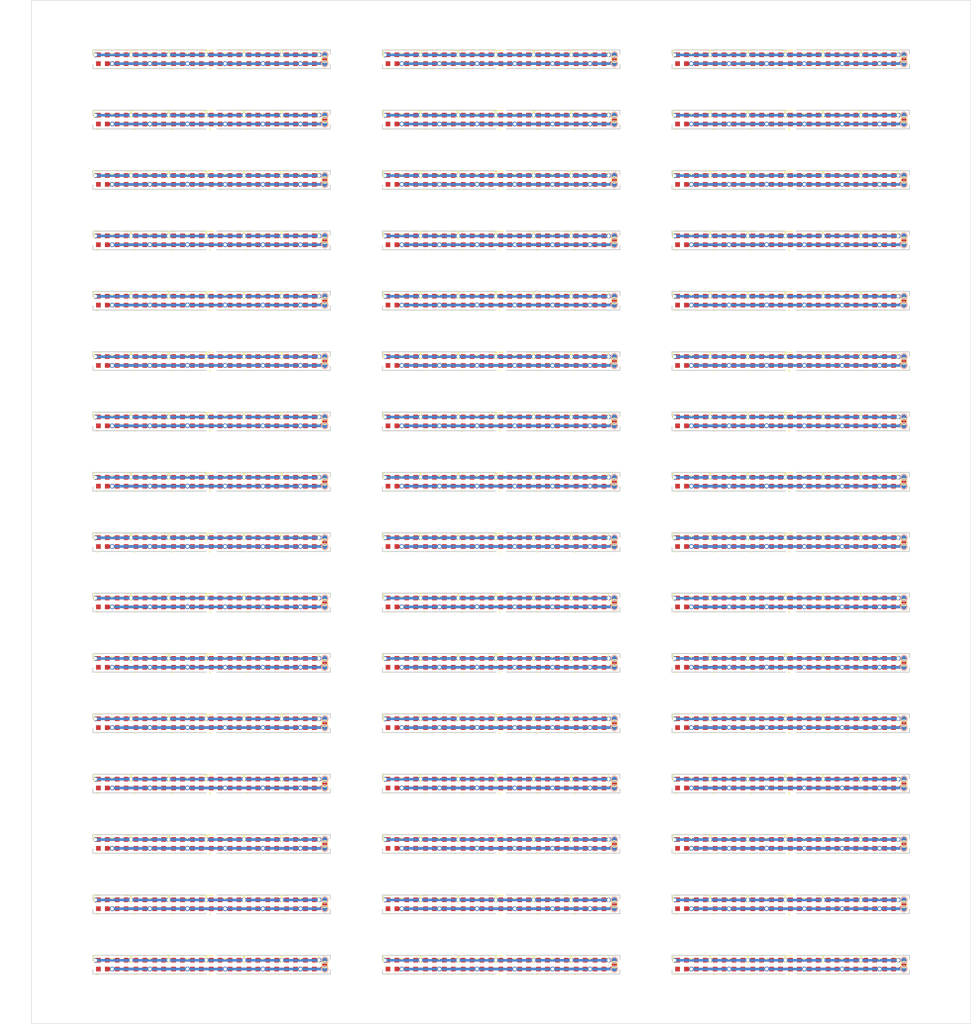
<source format=kicad_pcb>
(kicad_pcb (version 20221018) (generator pcbnew)
  (layers (0 "F.Cu" jumper) (31 "B.Cu" signal) (34 "B.Paste" user) (35 "F.Paste" user) (36 "B.SilkS" user "B.Silkscreen") (37 "F.SilkS" user "F.Silkscreen") (38 "B.Mask" user) (39 "F.Mask" user) (44 "Edge.Cuts" user))
  (net 0 "")
  (net 1 "+3.3V")
  (net 2 "GND")
  (net 3 "/S")
  (net 4 "Net-(D1-DOUT)")
  (net 5 "Net-(D2-DOUT)")
  (net 6 "Net-(D3-DOUT)")
  (net 7 "Net-(D4-DOUT)")
  (net 8 "Net-(D5-DOUT)")
  (net 9 "/D6_OUT")
  (net 10 "Net-(D7-DOUT)")
  (net 11 "Net-(D8-DOUT)")
  (net 12 "Net-(D10-DI)")
  (net 13 "Net-(D10-DOUT)")
  (net 14 "Net-(D11-DOUT)")
  (footprint "LED_SMD:LED_SK6812_EC15_1.5x1.5mm" (layer "F.Cu") (at 158.23364 108.685)
    (fp_text reference "D11" hide)
    (fp_text value "WS6812" hide)
  )
  (footprint "TestPoint:TestPoint_Pad_D1.0mm" (layer "F.Cu") (at 122.215 56.67)
    (fp_text reference "P2" hide)
    (fp_text value "Conn_01x01_Pin" hide)
  )
  (footprint "LED_SMD:LED_SK6812_EC15_1.5x1.5mm" (layer "F.Cu") (at 104.55364 108.685 90)
    (fp_text reference "D10" hide)
    (fp_text value "WS6812" hide)
  )
  (footprint "LED_SMD:LED_SK6812_EC15_1.5x1.5mm" (layer "F.Cu") (at 176.26499 62.445)
    (fp_text reference "D1" hide)
    (fp_text value "WS6812" hide)
  )
  (footprint "LED_SMD:LED_SK6812_EC15_1.5x1.5mm" (layer "F.Cu") (at 169.05 126.025)
    (fp_text reference "D5" hide)
    (fp_text value "WS6812" hide)
  )
  (footprint "LED_SMD:LED_SK6812_EC15_1.5x1.5mm" (layer "F.Cu") (at 137.7 79.785)
    (fp_text reference "D7" hide)
    (fp_text value "WS6812" hide)
  )
  (footprint "LED_SMD:LED_SK6812_EC15_1.5x1.5mm" (layer "F.Cu") (at 130.49364 50.885)
    (fp_text reference "D11" hide)
    (fp_text value "WS6812" hide)
  )
  (footprint "LED_SMD:LED_SK6812_EC15_1.5x1.5mm" (layer "F.Cu") (at 158.23364 85.565)
    (fp_text reference "D11" hide)
    (fp_text value "WS6812" hide)
  )
  (footprint "LED_SMD:LED_SK6812_EC15_1.5x1.5mm" (layer "F.Cu") (at 128.69364 79.785 90)
    (fp_text reference "D12" hide)
    (fp_text value "WS6812" hide)
  )
  (footprint "LED_SMD:LED_SK6812_EC15_1.5x1.5mm" (layer "F.Cu") (at 117.18 114.465)
    (fp_text reference "D3" hide)
    (fp_text value "WS6812" hide)
  )
  (footprint "LED_SMD:LED_SK6812_EC15_1.5x1.5mm" (layer "F.Cu") (at 108.155 114.465 90)
    (fp_text reference "D8" hide)
    (fp_text value "WS6812" hide)
  )
  (footprint "LED_SMD:LED_SK6812_EC15_1.5x1.5mm" (layer "F.Cu") (at 161.83364 108.685)
    (fp_text reference "D9" hide)
    (fp_text value "WS6812" hide)
  )
  (footprint "LED_SMD:LED_SK6812_EC15_1.5x1.5mm" (layer "F.Cu") (at 128.69364 102.905 90)
    (fp_text reference "D12" hide)
    (fp_text value "WS6812" hide)
  )
  (footprint "LED_SMD:LED_SK6812_EC15_1.5x1.5mm" (layer "F.Cu") (at 115.375 62.445 90)
    (fp_text reference "D4" hide)
    (fp_text value "WS6812" hide)
  )
  (footprint "TestPoint:TestPoint_Pad_D1.0mm" (layer "F.Cu") (at 177.695 74.01)
    (fp_text reference "P2" hide)
    (fp_text value "Conn_01x01_Pin" hide)
  )
  (footprint "LED_SMD:LED_SK6812_EC15_1.5x1.5mm" (layer "F.Cu") (at 113.57 137.585)
    (fp_text reference "D5" hide)
    (fp_text value "WS6812" hide)
  )
  (footprint "LED_SMD:LED_SK6812_EC15_1.5x1.5mm" (layer "F.Cu") (at 148.52499 102.905)
    (fp_text reference "D1" hide)
    (fp_text value "WS6812" hide)
  )
  (footprint "LED_SMD:LED_SK6812_EC15_1.5x1.5mm" (layer "F.Cu") (at 118.985 68.225 90)
    (fp_text reference "D2" hide)
    (fp_text value "WS6812" hide)
  )
  (footprint "LED_SMD:LED_SK6812_EC15_1.5x1.5mm" (layer "F.Cu") (at 158.23364 97.125)
    (fp_text reference "D11" hide)
    (fp_text value "WS6812" hide)
  )
  (footprint "LED_SMD:LED_SK6812_EC15_1.5x1.5mm" (layer "F.Cu") (at 139.505 120.245 90)
    (fp_text reference "D6" hide)
    (fp_text value "WS6812" hide)
  )
  (footprint "LED_SMD:LED_SK6812_EC15_1.5x1.5mm" (layer "F.Cu") (at 170.855 131.805 90)
    (fp_text reference "D4" hide)
    (fp_text value "WS6812" hide)
  )
  (footprint "LED_SMD:LED_SK6812_EC15_1.5x1.5mm" (layer "F.Cu") (at 141.31 137.585)
    (fp_text reference "D5" hide)
    (fp_text value "WS6812" hide)
  )
  (footprint "LED_SMD:LED_SK6812_EC15_1.5x1.5mm" (layer "F.Cu") (at 134.09364 68.225)
    (fp_text reference "D9" hide)
    (fp_text value "WS6812" hide)
  )
  (footprint "TestPoint:TestPoint_Pad_D1.0mm" (layer "F.Cu") (at 122.215 108.69)
    (fp_text reference "P2" hide)
    (fp_text value "Conn_01x01_Pin" hide)
  )
  (footprint "LED_SMD:LED_SK6812_EC15_1.5x1.5mm" (layer "F.Cu") (at 130.49364 97.125)
    (fp_text reference "D11" hide)
    (fp_text value "WS6812" hide)
  )
  (footprint "LED_SMD:LED_SK6812_EC15_1.5x1.5mm" (layer "F.Cu") (at 128.69364 91.345 90)
    (fp_text reference "D12" hide)
    (fp_text value "WS6812" hide)
  )
  (footprint "LED_SMD:LED_SK6812_EC15_1.5x1.5mm" (layer "F.Cu") (at 100.95364 120.245 90)
    (fp_text reference "D12" hide)
    (fp_text value "WS6812" hide)
  )
  (footprint "LED_SMD:LED_SK6812_EC15_1.5x1.5mm" (layer "F.Cu") (at 118.985 85.565 90)
    (fp_text reference "D2" hide)
    (fp_text value "WS6812" hide)
  )
  (footprint "TestPoint:TestPoint_Pad_D1.0mm" (layer "F.Cu") (at 177.695 108.69)
    (fp_text reference "P2" hide)
    (fp_text value "Conn_01x01_Pin" hide)
  )
  (footprint "LED_SMD:LED_SK6812_EC15_1.5x1.5mm" (layer "F.Cu") (at 102.75364 68.225)
    (fp_text reference "D11" hide)
    (fp_text value "WS6812" hide)
  )
  (footprint "TestPoint:TestPoint_Pad_D1.0mm" (layer "F.Cu") (at 149.955 50.89)
    (fp_text reference "P2" hide)
    (fp_text value "Conn_01x01_Pin" hide)
  )
  (footprint "LED_SMD:LED_SK6812_EC15_1.5x1.5mm" (layer "F.Cu") (at 113.57 79.785)
    (fp_text reference "D5" hide)
    (fp_text value "WS6812" hide)
  )
  (footprint "TestPoint:TestPoint_Pad_D1.0mm" (layer "F.Cu") (at 122.215 62.45)
    (fp_text reference "P2" hide)
    (fp_text value "Conn_01x01_Pin" hide)
  )
  (footprint "LED_SMD:LED_SK6812_EC15_1.5x1.5mm" (layer "F.Cu") (at 174.465 50.885 90)
    (fp_text reference "D2" hide)
    (fp_text value "WS6812" hide)
  )
  (footprint "LED_SMD:LED_SK6812_EC15_1.5x1.5mm" (layer "F.Cu") (at 172.66 85.565)
    (fp_text reference "D3" hide)
    (fp_text value "WS6812" hide)
  )
  (footprint "LED_SMD:LED_SK6812_EC15_1.5x1.5mm" (layer "F.Cu") (at 167.245 137.585 90)
    (fp_text reference "D6" hide)
    (fp_text value "WS6812" hide)
  )
  (footprint "LED_SMD:LED_SK6812_EC15_1.5x1.5mm" (layer "F.Cu") (at 143.115 108.685 90)
    (fp_text reference "D4" hide)
    (fp_text value "WS6812" hide)
  )
  (footprint "LED_SMD:LED_SK6812_EC15_1.5x1.5mm" (layer "F.Cu") (at 170.855 114.465 90)
    (fp_text reference "D4" hide)
    (fp_text value "WS6812" hide)
  )
  (footprint "LED_SMD:LED_SK6812_EC15_1.5x1.5mm" (layer "F.Cu") (at 135.895 85.565 90)
    (fp_text reference "D8" hide)
    (fp_text value "WS6812" hide)
  )
  (footprint "TestPoint:TestPoint_Pad_D1.0mm" (layer "F.Cu") (at 149.955 137.59)
    (fp_text reference "P2" hide)
    (fp_text value "Conn_01x01_Pin" hide)
  )
  (footprint "LED_SMD:LED_SK6812_EC15_1.5x1.5mm" (layer "F.Cu") (at 109.96 114.465)
    (fp_text reference "D7" hide)
    (fp_text value "WS6812" hide)
  )
  (footprint "LED_SMD:LED_SK6812_EC15_1.5x1.5mm" (layer "F.Cu") (at 102.75364 120.245)
    (fp_text reference "D11" hide)
    (fp_text value "WS6812" hide)
  )
  (footprint "LED_SMD:LED_SK6812_EC15_1.5x1.5mm" (layer "F.Cu") (at 161.83364 56.665)
    (fp_text reference "D9" hide)
    (fp_text value "WS6812" hide)
  )
  (footprint "LED_SMD:LED_SK6812_EC15_1.5x1.5mm" (layer "F.Cu") (at 176.26499 102.905)
    (fp_text reference "D1" hide)
    (fp_text value "WS6812" hide)
  )
  (footprint "LED_SMD:LED_SK6812_EC15_1.5x1.5mm" (layer "F.Cu") (at 108.155 108.685 90)
    (fp_text reference "D8" hide)
    (fp_text value "WS6812" hide)
  )
  (footprint "LED_SMD:LED_SK6812_EC15_1.5x1.5mm" (layer "F.Cu") (at 139.505 102.905 90)
    (fp_text reference "D6" hide)
    (fp_text value "WS6812" hide)
  )
  (footprint "LED_SMD:LED_SK6812_EC15_1.5x1.5mm" (layer "F.Cu") (at 169.05 97.125)
    (fp_text reference "D5" hide)
    (fp_text value "WS6812" hide)
  )
  (footprint "LED_SMD:LED_SK6812_EC15_1.5x1.5mm" (layer "F.Cu") (at 139.505 131.805 90)
    (fp_text reference "D6" hide)
    (fp_text value "WS6812" hide)
  )
  (footprint "LED_SMD:LED_SK6812_EC15_1.5x1.5mm" (layer "F.Cu") (at 108.155 102.905 90)
    (fp_text reference "D8" hide)
    (fp_text value "WS6812" hide)
  )
  (footprint "LED_SMD:LED_SK6812_EC15_1.5x1.5mm" (layer "F.Cu") (at 158.23364 102.905)
    (fp_text reference "D11" hide)
    (fp_text value "WS6812" hide)
  )
  (footprint "LED_SMD:LED_SK6812_EC15_1.5x1.5mm" (layer "F.Cu") (at 130.49364 62.445)
    (fp_text reference "D11" hide)
    (fp_text value "WS6812" hide)
  )
  (footprint "LED_SMD:LED_SK6812_EC15_1.5x1.5mm" (layer "F.Cu") (at 144.92 108.685)
    (fp_text reference "D3" hide)
    (fp_text value "WS6812" hide)
  )
  (footprint "LED_SMD:LED_SK6812_EC15_1.5x1.5mm" (layer "F.Cu") (at 134.09364 114.465)
    (fp_text reference "D9" hide)
    (fp_text value "WS6812" hide)
  )
  (footprint "LED_SMD:LED_SK6812_EC15_1.5x1.5mm" (layer "F.Cu") (at 100.95364 97.125 90)
    (fp_text reference "D12" hide)
    (fp_text value "WS6812" hide)
  )
  (footprint "LED_SMD:LED_SK6812_EC15_1.5x1.5mm" (layer "F.Cu") (at 174.465 131.805 90)
    (fp_text reference "D2" hide)
    (fp_text value "WS6812" hide)
  )
  (footprint "LED_SMD:LED_SK6812_EC15_1.5x1.5mm" (layer "F.Cu") (at 106.35364 56.665)
    (fp_text reference "D9" hide)
    (fp_text value "WS6812" hide)
  )
  (footprint "LED_SMD:LED_SK6812_EC15_1.5x1.5mm" (layer "F.Cu") (at 117.18 137.585)
    (fp_text reference "D3" hide)
    (fp_text value "WS6812" hide)
  )
  (footprint "LED_SMD:LED_SK6812_EC15_1.5x1.5mm" (layer "F.Cu") (at 109.96 56.665)
    (fp_text reference "D7" hide)
    (fp_text value "WS6812" hide)
  )
  (footprint "LED_SMD:LED_SK6812_EC15_1.5x1.5mm" (layer "F.Cu") (at 118.985 102.905 90)
    (fp_text reference "D2" hide)
    (fp_text value "WS6812" hide)
  )
  (footprint "LED_SMD:LED_SK6812_EC15_1.5x1.5mm" (layer "F.Cu") (at 160.03364 114.465 90)
    (fp_text reference "D10" hide)
    (fp_text value "WS6812" hide)
  )
  (footprint "LED_SMD:LED_SK6812_EC15_1.5x1.5mm" (layer "F.Cu") (at 163.635 137.585 90)
    (fp_text reference "D8" hide)
    (fp_text value "WS6812" hide)
  )
  (footprint "LED_SMD:LED_SK6812_EC15_1.5x1.5mm" (layer "F.Cu") (at 176.26499 126.025)
    (fp_text reference "D1" hide)
    (fp_text value "WS6812" hide)
  )
  (footprint "LED_SMD:LED_SK6812_EC15_1.5x1.5mm" (layer "F.Cu") (at 135.895 137.585 90)
    (fp_text reference "D8" hide)
    (fp_text value "WS6812" hide)
  )
  (footprint "LED_SMD:LED_SK6812_EC15_1.5x1.5mm" (layer "F.Cu") (at 139.505 126.025 90)
    (fp_text reference "D6" hide)
    (fp_text value "WS6812" hide)
  )
  (footprint "LED_SMD:LED_SK6812_EC15_1.5x1.5mm" (layer "F.Cu") (at 141.31 126.025)
    (fp_text reference "D5" hide)
    (fp_text value "WS6812" hide)
  )
  (footprint "LED_SMD:LED_SK6812_EC15_1.5x1.5mm" (layer "F.Cu") (at 167.245 50.885 90)
    (fp_text reference "D6" hide)
    (fp_text value "WS6812" hide)
  )
  (footprint "LED_SMD:LED_SK6812_EC15_1.5x1.5mm" (layer "F.Cu") (at 160.03364 131.805 90)
    (fp_text reference "D10" hide)
    (fp_text value "WS6812" hide)
  )
  (footprint "LED_SMD:LED_SK6812_EC15_1.5x1.5mm" (layer "F.Cu") (at 170.855 79.785 90)
    (fp_text reference "D4" hide)
    (fp_text value "WS6812" hide)
  )
  (footprint "LED_SMD:LED_SK6812_EC15_1.5x1.5mm" (layer "F.Cu") (at 141.31 108.685)
    (fp_text reference "D5" hide)
    (fp_text value "WS6812" hide)
  )
  (footprint "LED_SMD:LED_SK6812_EC15_1.5x1.5mm" (layer "F.Cu") (at 161.83364 131.805)
    (fp_text reference "D9" hide)
    (fp_text value "WS6812" hide)
  )
  (footprint "LED_SMD:LED_SK6812_EC15_1.5x1.5mm" (layer "F.Cu") (at 115.375 137.585 90)
    (fp_text reference "D4" hide)
    (fp_text value "WS6812" hide)
  )
  (footprint "LED_SMD:LED_SK6812_EC15_1.5x1.5mm" (layer "F.Cu") (at 161.83364 68.225)
    (fp_text reference "D9" hide)
    (fp_text value "WS6812" hide)
  )
  (footprint "TestPoint:TestPoint_Pad_D1.0mm" (layer "F.Cu") (at 177.695 137.59)
    (fp_text reference "P2" hide)
    (fp_text value "Conn_01x01_Pin" hide)
  )
  (footprint "LED_SMD:LED_SK6812_EC15_1.5x1.5mm" (layer "F.Cu") (at 156.43364 108.685 90)
    (fp_text reference "D12" hide)
    (fp_text value "WS6812" hide)
  )
  (footprint "LED_SMD:LED_SK6812_EC15_1.5x1.5mm" (layer "F.Cu") (at 104.55364 126.025 90)
    (fp_text reference "D10" hide)
    (fp_text value "WS6812" hide)
  )
  (footprint "LED_SMD:LED_SK6812_EC15_1.5x1.5mm" (layer "F.Cu") (at 106.35364 50.885)
    (fp_text reference "D9" hide)
    (fp_text value "WS6812" hide)
  )
  (footprint "LED_SMD:LED_SK6812_EC15_1.5x1.5mm" (layer "F.Cu") (at 118.985 56.665 90)
    (fp_text reference "D2" hide)
    (fp_text value "WS6812" hide)
  )
  (footprint "LED_SMD:LED_SK6812_EC15_1.5x1.5mm" (layer "F.Cu") (at 139.505 56.665 90)
    (fp_text reference "D6" hide)
    (fp_text value "WS6812" hide)
  )
  (footprint "TestPoint:TestPoint_Pad_D1.0mm" (layer "F.Cu") (at 122.215 126.03)
    (fp_text reference "P2" hide)
    (fp_text value "Conn_01x01_Pin" hide)
  )
  (footprint "LED_SMD:LED_SK6812_EC15_1.5x1.5mm" (layer "F.Cu") (at 160.03364 79.785 90)
    (fp_text reference "D10" hide)
    (fp_text value "WS6812" hide)
  )
  (footprint "LED_SMD:LED_SK6812_EC15_1.5x1.5mm" (layer "F.Cu") (at 160.03364 137.585 90)
    (fp_text reference "D10" hide)
    (fp_text value "WS6812" hide)
  )
  (footprint "LED_SMD:LED_SK6812_EC15_1.5x1.5mm" (layer "F.Cu") (at 163.635 50.885 90)
    (fp_text reference "D8" hide)
    (fp_text value "WS6812" hide)
  )
  (footprint "TestPoint:TestPoint_Pad_D1.0mm" (layer "F.Cu") (at 122.215 74.01)
    (fp_text reference "P2" hide)
    (fp_text value "Conn_01x01_Pin" hide)
  )
  (footprint "LED_SMD:LED_SK6812_EC15_1.5x1.5mm" (layer "F.Cu") (at 156.43364 114.465 90)
    (fp_text reference "D12" hide)
    (fp_text value "WS6812" hide)
  )
  (footprint "LED_SMD:LED_SK6812_EC15_1.5x1.5mm" (layer "F.Cu") (at 108.155 91.345 90)
    (fp_text reference "D8" hide)
    (fp_text value "WS6812" hide)
  )
  (footprint "LED_SMD:LED_SK6812_EC15_1.5x1.5mm" (layer "F.Cu") (at 102.75364 74.005)
    (fp_text reference "D11" hide)
    (fp_text value "WS6812" hide)
  )
  (footprint "LED_SMD:LED_SK6812_EC15_1.5x1.5mm" (layer "F.Cu") (at 167.245 114.465 90)
    (fp_text reference "D6" hide)
    (fp_text value "WS6812" hide)
  )
  (footprint "TestPoint:TestPoint_Pad_D1.0mm" (layer "F.Cu") (at 149.955 108.69)
    (fp_text reference "P2" hide)
    (fp_text value "Conn_01x01_Pin" hide)
  )
  (footprint "TestPoint:TestPoint_Pad_D1.0mm" (layer "F.Cu") (at 122.215 137.59)
    (fp_text reference "P2" hide)
    (fp_text value "Conn_01x01_Pin" hide)
  )
  (footprint "LED_SMD:LED_SK6812_EC15_1.5x1.5mm" (layer "F.Cu") (at 106.35364 120.245)
    (fp_text reference "D9" hide)
    (fp_text value "WS6812" hide)
  )
  (footprint "LED_SMD:LED_SK6812_EC15_1.5x1.5mm" (layer "F.Cu") (at 111.765 91.345 90)
    (fp_text reference "D6" hide)
    (fp_text value "WS6812" hide)
  )
  (footprint "LED_SMD:LED_SK6812_EC15_1.5x1.5mm" (layer "F.Cu") (at 160.03364 120.245 90)
    (fp_text reference "D10" hide)
    (fp_text value "WS6812" hide)
  )
  (footprint "LED_SMD:LED_SK6812_EC15_1.5x1.5mm" (layer "F.Cu") (at 109.96 131.805)
    (fp_text reference "D7" hide)
    (fp_text value "WS6812" hide)
  )
  (footprint "LED_SMD:LED_SK6812_EC15_1.5x1.5mm" (layer "F.Cu") (at 176.26499 108.685)
    (fp_text reference "D1" hide)
    (fp_text value "WS6812" hide)
  )
  (footprint "LED_SMD:LED_SK6812_EC15_1.5x1.5mm" (layer "F.Cu") (at 143.115 91.345 90)
    (fp_text reference "D4" hide)
    (fp_text value "WS6812" hide)
  )
  (footprint "LED_SMD:LED_SK6812_EC15_1.5x1.5mm" (layer "F.Cu") (at 120.78499 79.785)
    (fp_text reference "D1" hide)
    (fp_text value "WS6812" hide)
  )
  (footprint "LED_SMD:LED_SK6812_EC15_1.5x1.5mm" (layer "F.Cu") (at 174.465 79.785 90)
    (fp_text reference "D2" hide)
    (fp_text value "WS6812" hide)
  )
  (footprint "LED_SMD:LED_SK6812_EC15_1.5x1.5mm" (layer "F.Cu") (at 102.75364 114.465)
    (fp_text reference "D11" hide)
    (fp_text value "WS6812" hide)
  )
  (footprint "LED_SMD:LED_SK6812_EC15_1.5x1.5mm" (layer "F.Cu") (at 170.855 97.125 90)
    (fp_text reference "D4" hide)
    (fp_text value "WS6812" hide)
  )
  (footprint "LED_SMD:LED_SK6812_EC15_1.5x1.5mm" (layer "F.Cu") (at 167.245 62.445 90)
    (fp_text reference "D6" hide)
    (fp_text value "WS6812" hide)
  )
  (footprint "LED_SMD:LED_SK6812_EC15_1.5x1.5mm" (layer "F.Cu") (at 115.375 68.225 90)
    (fp_text reference "D4" hide)
    (fp_text value "WS6812" hide)
  )
  (footprint "LED_SMD:LED_SK6812_EC15_1.5x1.5mm" (layer "F.Cu") (at 100.95364 126.025 90)
    (fp_text reference "D12" hide)
    (fp_text value "WS6812" hide)
  )
  (footprint "LED_SMD:LED_SK6812_EC15_1.5x1.5mm" (layer "F.Cu") (at 176.26499 131.805)
    (fp_text reference "D1" hide)
    (fp_text value "WS6812" hide)
  )
  (footprint "LED_SMD:LED_SK6812_EC15_1.5x1.5mm" (layer "F.Cu") (at 132.29364 126.025 90)
    (fp_text reference "D10" hide)
    (fp_text value "WS6812" hide)
  )
  (footprint "LED_SMD:LED_SK6812_EC15_1.5x1.5mm" (layer "F.Cu") (at 144.92 126.025)
    (fp_text reference "D3" hide)
    (fp_text value "WS6812" hide)
  )
  (footprint "LED_SMD:LED_SK6812_EC15_1.5x1.5mm" (layer "F.Cu") (at 111.765 68.225 90)
    (fp_text reference "D6" hide)
    (fp_text value "WS6812" hide)
  )
  (footprint "LED_SMD:LED_SK6812_EC15_1.5x1.5mm" (layer "F.Cu") (at 148.52499 79.785)
    (fp_text reference "D1" hide)
    (fp_text value "WS6812" hide)
  )
  (footprint "LED_SMD:LED_SK6812_EC15_1.5x1.5mm" (layer "F.Cu") (at 134.09364 102.905)
    (fp_text reference "D9" hide)
    (fp_text value "WS6812" hide)
  )
  (footprint "LED_SMD:LED_SK6812_EC15_1.5x1.5mm" (layer "F.Cu") (at 137.7 126.025)
    (fp_text reference "D7" hide)
    (fp_text value "WS6812" hide)
  )
  (footprint "LED_SMD:LED_SK6812_EC15_1.5x1.5mm" (layer "F.Cu") (at 102.75364 56.665)
    (fp_text reference "D11" hide)
    (fp_text value "WS6812" hide)
  )
  (footprint "LED_SMD:LED_SK6812_EC15_1.5x1.5mm" (layer "F.Cu") (at 156.43364 97.125 90)
    (fp_text reference "D12" hide)
    (fp_text value "WS6812" hide)
  )
  (footprint "LED_SMD:LED_SK6812_EC15_1.5x1.5mm" (layer "F.Cu") (at 100.95364 85.565 90)
    (fp_text reference "D12" hide)
    (fp_text value "WS6812" hide)
  )
  (footprint "LED_SMD:LED_SK6812_EC15_1.5x1.5mm" (layer "F.Cu") (at 120.78499 91.345)
    (fp_text reference "D1" hide)
    (fp_text value "WS6812" hide)
  )
  (footprint "LED_SMD:LED_SK6812_EC15_1.5x1.5mm" (layer "F.Cu") (at 120.78499 102.905)
    (fp_text reference "D1" hide)
    (fp_text value "WS6812" hide)
  )
  (footprint "LED_SMD:LED_SK6812_EC15_1.5x1.5mm" (layer "F.Cu") (at 148.52499 62.445)
    (fp_text reference "D1" hide)
    (fp_text value "WS6812" hide)
  )
  (footprint "LED_SMD:LED_SK6812_EC15_1.5x1.5mm" (layer "F.Cu") (at 141.31 131.805)
    (fp_text reference "D5" hide)
    (fp_text value "WS6812" hide)
  )
  (footprint "LED_SMD:LED_SK6812_EC15_1.5x1.5mm" (layer "F.Cu") (at 163.635 108.685 90)
    (fp_text reference "D8" hide)
    (fp_text value "WS6812" hide)
  )
  (footprint "LED_SMD:LED_SK6812_EC15_1.5x1.5mm" (layer "F.Cu") (at 163.635 120.245 90)
    (fp_text reference "D8" hide)
    (fp_text value "WS6812" hide)
  )
  (footprint "LED_SMD:LED_SK6812_EC15_1.5x1.5mm" (layer "F.Cu") (at 117.18 50.885)
    (fp_text reference "D3" hide)
    (fp_text value "WS6812" hide)
  )
  (footprint "LED_SMD:LED_SK6812_EC15_1.5x1.5mm" (layer "F.Cu") (at 143.115 137.585 90)
    (fp_text reference "D4" hide)
    (fp_text value "WS6812" hide)
  )
  (footprint "LED_SMD:LED_SK6812_EC15_1.5x1.5mm" (layer "F.Cu") (at 108.155 68.225 90)
    (fp_text reference "D8" hide)
    (fp_text value "WS6812" hide)
  )
  (footprint "LED_SMD:LED_SK6812_EC15_1.5x1.5mm" (layer "F.Cu") (at 108.155 97.125 90)
    (fp_text reference "D8" hide)
    (fp_text value "WS6812" hide)
  )
  (footprint "LED_SMD:LED_SK6812_EC15_1.5x1.5mm" (layer "F.Cu") (at 106.35364 91.345)
    (fp_text reference "D9" hide)
    (fp_text value "WS6812" hide)
  )
  (footprint "LED_SMD:LED_SK6812_EC15_1.5x1.5mm" (layer "F.Cu") (at 120.78499 126.025)
    (fp_text reference "D1" hide)
    (fp_text value "WS6812" hide)
  )
  (footprint "LED_SMD:LED_SK6812_EC15_1.5x1.5mm" (layer "F.Cu") (at 172.66 91.345)
    (fp_text reference "D3" hide)
    (fp_text value "WS6812" hide)
  )
  (footprint "LED_SMD:LED_SK6812_EC15_1.5x1.5mm" (layer "F.Cu") (at 128.69364 120.245 90)
    (fp_text reference "D12" hide)
    (fp_text value "WS6812" hide)
  )
  (footprint "LED_SMD:LED_SK6812_EC15_1.5x1.5mm" (layer "F.Cu") (at 135.895 79.785 90)
    (fp_text reference "D8" hide)
    (fp_text value "WS6812" hide)
  )
  (footprint "LED_SMD:LED_SK6812_EC15_1.5x1.5mm" (layer "F.Cu") (at 169.05 131.805)
    (fp_text reference "D5" hide)
    (fp_text value "WS6812" hide)
  )
  (footprint "LED_SMD:LED_SK6812_EC15_1.5x1.5mm" (layer "F.Cu") (at 137.7 62.445)
    (fp_text reference "D7" hide)
    (fp_text value "WS6812" hide)
  )
  (footprint "LED_SMD:LED_SK6812_EC15_1.5x1.5mm" (layer "F.Cu") (at 156.43364 126.025 90)
    (fp_text reference "D12" hide)
    (fp_text value "WS6812" hide)
  )
  (footprint "LED_SMD:LED_SK6812_EC15_1.5x1.5mm" (layer "F.Cu") (at 108.155 120.245 90)
    (fp_text reference "D8" hide)
    (fp_text value "WS6812" hide)
  )
  (footprint "LED_SMD:LED_SK6812_EC15_1.5x1.5mm" (layer "F.Cu") (at 130.49364 120.245)
    (fp_text reference "D11" hide)
    (fp_text value "WS6812" hide)
  )
  (footprint "LED_SMD:LED_SK6812_EC15_1.5x1.5mm" (layer "F.Cu") (at 120.78499 50.885)
    (fp_text reference "D1" hide)
    (fp_text value "WS6812" hide)
  )
  (footprint "LED_SMD:LED_SK6812_EC15_1.5x1.5mm" (layer "F.Cu") (at 120.78499 85.565)
    (fp_text reference "D1" hide)
    (fp_text value "WS6812" hide)
  )
  (footprint "TestPoint:TestPoint_Pad_D1.0mm" (layer "F.Cu") (at 177.695 68.23)
    (fp_text reference "P2" hide)
    (fp_text value "Conn_01x01_Pin" hide)
  )
  (footprint "LED_SMD:LED_SK6812_EC15_1.5x1.5mm" (layer "F.Cu") (at 139.505 68.225 90)
    (fp_text reference "D6" hide)
    (fp_text value "WS6812" hide)
  )
  (footprint "LED_SMD:LED_SK6812_EC15_1.5x1.5mm" (layer "F.Cu") (at 163.635 74.005 90)
    (fp_text reference "D8" hide)
    (fp_text value "WS6812" hide)
  )
  (footprint "LED_SMD:LED_SK6812_EC15_1.5x1.5mm" (layer "F.Cu") (at 104.55364 131.805 90)
    (fp_text reference "D10" hide)
    (fp_text value "WS6812" hide)
  )
  (footprint "LED_SMD:LED_SK6812_EC15_1.5x1.5mm" (layer "F.Cu") (at 134.09364 120.245)
    (fp_text reference "D9" hide)
    (fp_text value "WS6812" hide)
  )
  (footprint "LED_SMD:LED_SK6812_EC15_1.5x1.5mm" (layer "F.Cu") (at 176.26499 137.585)
    (fp_text reference "D1" hide)
    (fp_text value "WS6812" hide)
  )
  (footprint "LED_SMD:LED_SK6812_EC15_1.5x1.5mm" (layer "F.Cu") (at 106.35364 126.025)
    (fp_text reference "D9" hide)
    (fp_text value "WS6812" hide)
  )
  (footprint "LED_SMD:LED_SK6812_EC15_1.5x1.5mm" (layer "F.Cu") (at 143.115 131.805 90)
    (fp_text reference "D4" hide)
    (fp_text value "WS6812" hide)
  )
  (footprint "LED_SMD:LED_SK6812_EC15_1.5x1.5mm" (layer "F.Cu") (at 163.635 68.225 90)
    (fp_text reference "D8" hide)
    (fp_text value "WS6812" hide)
  )
  (footprint "LED_SMD:LED_SK6812_EC15_1.5x1.5mm" (layer "F.Cu") (at 113.57 102.905)
    (fp_text reference "D5" hide)
    (fp_text value "WS6812" hide)
  )
  (footprint "LED_SMD:LED_SK6812_EC15_1.5x1.5mm" (layer "F.Cu") (at 165.44 126.025)
    (fp_text reference "D7" hide)
    (fp_text value "WS6812" hide)
  )
  (footprint "LED_SMD:LED_SK6812_EC15_1.5x1.5mm" (layer "F.Cu") (at 106.35364 137.585)
    (fp_text reference "D9" hide)
    (fp_text value "WS6812" hide)
  )
  (footprint "LED_SMD:LED_SK6812_EC15_1.5x1.5mm" (layer "F.Cu") (at 148.52499 126.025)
    (fp_text reference "D1" hide)
    (fp_text value "WS6812" hide)
  )
  (footprint "LED_SMD:LED_SK6812_EC15_1.5x1.5mm" (layer "F.Cu") (at 139.505 79.785 90)
    (fp_text reference "D6" hide)
    (fp_text value "WS6812" hide)
  )
  (footprint "LED_SMD:LED_SK6812_EC15_1.5x1.5mm" (layer "F.Cu") (at 156.43364 85.565 90)
    (fp_text reference "D12" hide)
    (fp_text value "WS6812" hide)
  )
  (footprint "LED_SMD:LED_SK6812_EC15_1.5x1.5mm" (layer "F.Cu") (at 165.44 97.125)
    (fp_text reference "D7" hide)
    (fp_text value "WS6812" hide)
  )
  (footprint "LED_SMD:LED_SK6812_EC15_1.5x1.5mm" (layer "F.Cu") (at 137.7 131.805)
    (fp_text reference "D7" hide)
    (fp_text value "WS6812" hide)
  )
  (footprint "LED_SMD:LED_SK6812_EC15_1.5x1.5mm" (layer "F.Cu") (at 167.245 126.025 90)
    (fp_text reference "D6" hide)
    (fp_text value "WS6812" hide)
  )
  (footprint "LED_SMD:LED_SK6812_EC15_1.5x1.5mm" (layer "F.Cu") (at 132.29364 97.125 90)
    (fp_text reference "D10" hide)
    (fp_text value "WS6812" hide)
  )
  (footprint "LED_SMD:LED_SK6812_EC15_1.5x1.5mm" (layer "F.Cu") (at 113.57 108.685)
    (fp_text reference "D5" hide)
    (fp_text value "WS6812" hide)
  )
  (footprint "LED_SMD:LED_SK6812_EC15_1.5x1.5mm" (layer "F.Cu") (at 117.18 120.245)
    (fp_text reference "D3" hide)
    (fp_text value "WS6812" hide)
  )
  (footprint "LED_SMD:LED_SK6812_EC15_1.5x1.5mm" (layer "F.Cu") (at 113.57 126.025)
    (fp_text reference "D5" hide)
    (fp_text value "WS6812" hide)
  )
  (footprint "LED_SMD:LED_SK6812_EC15_1.5x1.5mm" (layer "F.Cu") (at 144.92 50.885)
    (fp_text reference "D3" hide)
    (fp_text value "WS6812" hide)
  )
  (footprint "LED_SMD:LED_SK6812_EC15_1.5x1.5mm" (layer "F.Cu") (at 139.505 91.345 90)
    (fp_text reference "D6" hide)
    (fp_text value "WS6812" hide)
  )
  (footprint "LED_SMD:LED_SK6812_EC15_1.5x1.5mm" (layer "F.Cu") (at 156.43364 74.005 90)
    (fp_text reference "D12" hide)
    (fp_text value "WS6812" hide)
  )
  (footprint "LED_SMD:LED_SK6812_EC15_1.5x1.5mm" (layer "F.Cu") (at 170.855 102.905 90)
    (fp_text reference "D4" hide)
    (fp_text value "WS6812" hide)
  )
  (footprint "LED_SMD:LED_SK6812_EC15_1.5x1.5mm" (layer "F.Cu") (at 161.83364 74.005)
    (fp_text reference "D9" hide)
    (fp_text value "WS6812" hide)
  )
  (footprint "LED_SMD:LED_SK6812_EC15_1.5x1.5mm" (layer "F.Cu") (at 161.83364 120.245)
    (fp_text reference "D9" hide)
    (fp_text value "WS6812" hide)
  )
  (footprint "LED_SMD:LED_SK6812_EC15_1.5x1.5mm" (layer "F.Cu") (at 113.57 97.125)
    (fp_text reference "D5" hide)
    (fp_text value "WS6812" hide)
  )
  (footprint "LED_SMD:LED_SK6812_EC15_1.5x1.5mm" (layer "F.Cu") (at 146.725 85.565 90)
    (fp_text reference "D2" hide)
    (fp_text value "WS6812" hide)
  )
  (footprint "LED_SMD:LED_SK6812_EC15_1.5x1.5mm" (layer "F.Cu") (at 146.725 137.585 90)
    (fp_text reference "D2" hide)
    (fp_text value "WS6812" hide)
  )
  (footprint "LED_SMD:LED_SK6812_EC15_1.5x1.5mm" (layer "F.Cu") (at 115.375 126.025 90)
    (fp_text reference "D4" hide)
    (fp_text value "WS6812" hide)
  )
  (footprint "LED_SMD:LED_SK6812_EC15_1.5x1.5mm" (layer "F.Cu") (at 161.83364 79.785)
    (fp_text reference "D9" hide)
    (fp_text value "WS6812" hide)
  )
  (footprint "LED_SMD:LED_SK6812_EC15_1.5x1.5mm" (layer "F.Cu") (at 146.725 50.885 90)
    (fp_text reference "D2" hide)
    (fp_text value "WS6812" hide)
  )
  (footprint "LED_SMD:LED_SK6812_EC15_1.5x1.5mm" (layer "F.Cu") (at 118.985 74.005 90)
    (fp_text reference "D2" hide)
    (fp_text value "WS6812" hide)
  )
  (footprint "LED_SMD:LED_SK6812_EC15_1.5x1.5mm" (layer "F.Cu") (at 148.52499 108.685)
    (fp_text reference "D1" hide)
    (fp_text value "WS6812" hide)
  )
  (footprint "LED_SMD:LED_SK6812_EC15_1.5x1.5mm" (layer "F.Cu") (at 118.985 126.025 90)
    (fp_text reference "D2" hide)
    (fp_text value "WS6812" hide)
  )
  (footprint "LED_SMD:LED_SK6812_EC15_1.5x1.5mm" (layer "F.Cu") (at 169.05 62.445)
    (fp_text reference "D5" hide)
    (fp_text value "WS6812" hide)
  )
  (footprint "LED_SMD:LED_SK6812_EC15_1.5x1.5mm" (layer "F.Cu") (at 113.57 56.665)
    (fp_text reference "D5" hide)
    (fp_text value "WS6812" hide)
  )
  (footprint "LED_SMD:LED_SK6812_EC15_1.5x1.5mm" (layer "F.Cu") (at 143.115 50.885 90)
    (fp_text reference "D4" hide)
    (fp_text value "WS6812" hide)
  )
  (footprint "LED_SMD:LED_SK6812_EC15_1.5x1.5mm" (layer "F.Cu") (at 118.985 50.885 90)
    (fp_text reference "D2" hide)
    (fp_text value "WS6812" hide)
  )
  (footprint "LED_SMD:LED_SK6812_EC15_1.5x1.5mm" (layer "F.Cu") (at 100.95364 62.445 90)
    (fp_text reference "D12" hide)
    (fp_text value "WS6812" hide)
  )
  (footprint "LED_SMD:LED_SK6812_EC15_1.5x1.5mm" (layer "F.Cu") (at 130.49364 126.025)
    (fp_text reference "D11" hide)
    (fp_text value "WS6812" hide)
  )
  (footprint "LED_SMD:LED_SK6812_EC15_1.5x1.5mm" (layer "F.Cu") (at 144.92 102.905)
    (fp_text reference "D3" hide)
    (fp_text value "WS6812" hide)
  )
  (footprint "LED_SMD:LED_SK6812_EC15_1.5x1.5mm" (layer "F.Cu") (at 115.375 97.125 90)
    (fp_text reference "D4" hide)
    (fp_text value "WS6812" hide)
  )
  (footprint "LED_SMD:LED_SK6812_EC15_1.5x1.5mm" (layer "F.Cu") (at 144.92 68.225)
    (fp_text reference "D3" hide)
    (fp_text value "WS6812" hide)
  )
  (footprint "LED_SMD:LED_SK6812_EC15_1.5x1.5mm" (layer "F.Cu") (at 144.92 131.805)
    (fp_text reference "D3" hide)
    (fp_text value "WS6812" hide)
  )
  (footprint "LED_SMD:LED_SK6812_EC15_1.5x1.5mm" (layer "F.Cu") (at 176.26499 50.885)
    (fp_text reference "D1" hide)
    (fp_text value "WS6812" hide)
  )
  (footprint "LED_SMD:LED_SK6812_EC15_1.5x1.5mm" (layer "F.Cu") (at 115.375 91.345 90)
    (fp_text reference "D4" hide)
    (fp_text value "WS6812" hide)
  )
  (footprint "LED_SMD:LED_SK6812_EC15_1.5x1.5mm" (layer "F.Cu") (at 141.31 50.885)
    (fp_text reference "D5" hide)
    (fp_text value "WS6812" hide)
  )
  (footprint "LED_SMD:LED_SK6812_EC15_1.5x1.5mm" (layer "F.Cu") (at 106.35364 68.225)
    (fp_text reference "D9" hide)
    (fp_text value "WS6812" hide)
  )
  (footprint "LED_SMD:LED_SK6812_EC15_1.5x1.5mm" (layer "F.Cu") (at 144.92 79.785)
    (fp_text reference "D3" hide)
    (fp_text value "WS6812" hide)
  )
  (footprint "LED_SMD:LED_SK6812_EC15_1.5x1.5mm" (layer "F.Cu") (at 165.44 91.345)
    (fp_text reference "D7" hide)
    (fp_text value "WS6812" hide)
  )
  (footprint "LED_SMD:LED_SK6812_EC15_1.5x1.5mm" (layer "F.Cu") (at 120.78499 108.685)
    (fp_text reference "D1" hide)
    (fp_text value "WS6812" hide)
  )
  (footprint "LED_SMD:LED_SK6812_EC15_1.5x1.5mm" (layer "F.Cu") (at 108.155 137.585 90)
    (fp_text reference "D8" hide)
    (fp_text value "WS6812" hide)
  )
  (footprint "LED_SMD:LED_SK6812_EC15_1.5x1.5mm" (layer "F.Cu") (at 158.23364 91.345)
    (fp_text reference "D11" hide)
    (fp_text value "WS6812" hide)
  )
  (footprint "LED_SMD:LED_SK6812_EC15_1.5x1.5mm" (layer "F.Cu") (at 128.69364 50.885 90)
    (fp_text reference "D12" hide)
    (fp_text value "WS6812" hide)
  )
  (footprint "TestPoint:TestPoint_Pad_D1.0mm" (layer "F.Cu") (at 122.215 131.81)
    (fp_text reference "P2" hide)
    (fp_text value "Conn_01x01_Pin" hide)
  )
  (footprint "LED_SMD:LED_SK6812_EC15_1.5x1.5mm" (layer "F.Cu") (at 165.44 74.005)
    (fp_text reference "D7" hide)
    (fp_text value "WS6812" hide)
  )
  (footprint "LED_SMD:LED_SK6812_EC15_1.5x1.5mm" (layer "F.Cu") (at 158.23364 74.005)
    (fp_text reference "D11" hide)
    (fp_text value "WS6812" hide)
  )
  (footprint "TestPoint:TestPoint_Pad_D1.0mm" (layer "F.Cu") (at 149.955 131.81)
    (fp_text reference "P2" hide)
    (fp_text value "Conn_01x01_Pin" hide)
  )
  (footprint "LED_SMD:LED_SK6812_EC15_1.5x1.5mm" (layer "F.Cu") (at 135.895 62.445 90)
    (fp_text reference "D8" hide)
    (fp_text value "WS6812" hide)
  )
  (footprint "LED_SMD:LED_SK6812_EC15_1.5x1.5mm" (layer "F.Cu") (at 135.895 120.245 90)
    (fp_text reference "D8" hide)
    (fp_text value "WS6812" hide)
  )
  (footprint "LED_SMD:LED_SK6812_EC15_1.5x1.5mm" (layer "F.Cu") (at 163.635 79.785 90)
    (fp_text reference "D8" hide)
    (fp_text value "WS6812" hide)
  )
  (footprint "LED_SMD:LED_SK6812_EC15_1.5x1.5mm" (layer "F.Cu") (at 128.69364 68.225 90)
    (fp_text reference "D12" hide)
    (fp_text value "WS6812" hide)
  )
  (footprint "LED_SMD:LED_SK6812_EC15_1.5x1.5mm" (layer "F.Cu") (at 165.44 85.565)
    (fp_text reference "D7" hide)
    (fp_text value "WS6812" hide)
  )
  (footprint "LED_SMD:LED_SK6812_EC15_1.5x1.5mm" (layer "F.Cu") (at 120.78499 68.225)
    (fp_text reference "D1" hide)
    (fp_text value "WS6812" hide)
  )
  (footprint "LED_SMD:LED_SK6812_EC15_1.5x1.5mm" (layer "F.Cu") (at 115.375 85.565 90)
    (fp_text reference "D4" hide)
    (fp_text value "WS6812" hide)
  )
  (footprint "LED_SMD:LED_SK6812_EC15_1.5x1.5mm" (layer "F.Cu") (at 165.44 50.885)
    (fp_text reference "D7" hide)
    (fp_text value "WS6812" hide)
  )
  (footprint "LED_SMD:LED_SK6812_EC15_1.5x1.5mm" (layer "F.Cu") (at 176.26499 120.245)
    (fp_text reference "D1" hide)
    (fp_text value "WS6812" hide)
  )
  (footprint "LED_SMD:LED_SK6812_EC15_1.5x1.5mm" (layer "F.Cu") (at 141.31 102.905)
    (fp_text reference "D5" hide)
    (fp_text value "WS6812" hide)
  )
  (footprint "LED_SMD:LED_SK6812_EC15_1.5x1.5mm" (layer "F.Cu") (at 109.96 126.025)
    (fp_text reference "D7" hide)
    (fp_text value "WS6812" hide)
  )
  (footprint "LED_SMD:LED_SK6812_EC15_1.5x1.5mm" (layer "F.Cu") (at 143.115 56.665 90)
    (fp_text reference "D4" hide)
    (fp_text value "WS6812" hide)
  )
  (footprint "TestPoint:TestPoint_Pad_D1.0mm" (layer "F.Cu") (at 177.695 97.13)
    (fp_text reference "P2" hide)
    (fp_text value "Conn_01x01_Pin" hide)
  )
  (footprint "LED_SMD:LED_SK6812_EC15_1.5x1.5mm" (layer "F.Cu") (at 144.92 120.245)
    (fp_text reference "D3" hide)
    (fp_text value "WS6812" hide)
  )
  (footprint "LED_SMD:LED_SK6812_EC15_1.5x1.5mm" (layer "F.Cu") (at 104.55364 79.785 90)
    (fp_text reference "D10" hide)
    (fp_text value "WS6812" hide)
  )
  (footprint "TestPoint:TestPoint_Pad_D1.0mm" (layer "F.Cu") (at 177.695 126.03)
    (fp_text reference "P2" hide)
    (fp_text value "Conn_01x01_Pin" hide)
  )
  (footprint "LED_SMD:LED_SK6812_EC15_1.5x1.5mm" (layer "F.Cu") (at 113.57 91.345)
    (fp_text reference "D5" hide)
    (fp_text value "WS6812" hide)
  )
  (footprint "LED_SMD:LED_SK6812_EC15_1.5x1.5mm" (layer "F.Cu") (at 111.765 74.005 90)
    (fp_text reference "D6" hide)
    (fp_text value "WS6812" hide)
  )
  (footprint "LED_SMD:LED_SK6812_EC15_1.5x1.5mm" (layer "F.Cu") (at 141.31 114.465)
    (fp_text reference "D5" hide)
    (fp_text value "WS6812" hide)
  )
  (footprint "LED_SMD:LED_SK6812_EC15_1.5x1.5mm" (layer "F.Cu") (at 100.95364 131.805 90)
    (fp_text reference "D12" hide)
    (fp_text value "WS6812" hide)
  )
  (footprint "LED_SMD:LED_SK6812_EC15_1.5x1.5mm" (layer "F.Cu") (at 160.03364 85.565 90)
    (fp_text reference "D10" hide)
    (fp_text value "WS6812" hide)
  )
  (footprint "LED_SMD:LED_SK6812_EC15_1.5x1.5mm" (layer "F.Cu") (at 108.155 74.005 90)
    (fp_text reference "D8" hide)
    (fp_text value "WS6812" hide)
  )
  (footprint "LED_SMD:LED_SK6812_EC15_1.5x1.5mm" (layer "F.Cu") (at 172.66 62.445)
    (fp_text reference "D3" hide)
    (fp_text value "WS6812" hide)
  )
  (footprint "TestPoint:TestPoint_Pad_D1.0mm" (layer "F.Cu") (at 177.695 131.81)
    (fp_text reference "P2" hide)
    (fp_text value "Conn_01x01_Pin" hide)
  )
  (footprint "LED_SMD:LED_SK6812_EC15_1.5x1.5mm" (layer "F.Cu") (at 106.35364 74.005)
    (fp_text reference "D9" hide)
    (fp_text value "WS6812" hide)
  )
  (footprint "LED_SMD:LED_SK6812_EC15_1.5x1.5mm" (layer "F.Cu") (at 146.725 79.785 90)
    (fp_text reference "D2" hide)
    (fp_text value "WS6812" hide)
  )
  (footprint "LED_SMD:LED_SK6812_EC15_1.5x1.5mm" (layer "F.Cu") (at 176.26499 79.785)
    (fp_text reference "D1" hide)
    (fp_text value "WS6812" hide)
  )
  (footprint "LED_SMD:LED_SK6812_EC15_1.5x1.5mm" (layer "F.Cu") (at 158.23364 50.885)
    (fp_text reference "D11" hide)
    (fp_text value "WS6812" hide)
  )
  (footprint "LED_SMD:LED_SK6812_EC15_1.5x1.5mm" (layer "F.Cu") (at 108.155 62.445 90)
    (fp_text reference "D8" hide)
    (fp_text value "WS6812" hide)
  )
  (footprint "LED_SMD:LED_SK6812_EC15_1.5x1.5mm" (layer "F.Cu") (at 117.18 79.785)
    (fp_text reference "D3" hide)
    (fp_text value "WS6812" hide)
  )
  (footprint "LED_SMD:LED_SK6812_EC15_1.5x1.5mm" (layer "F.Cu") (at 148.52499 114.465)
    (fp_text reference "D1" hide)
    (fp_text value "WS6812" hide)
  )
  (footprint "LED_SMD:LED_SK6812_EC15_1.5x1.5mm" (layer "F.Cu") (at 160.03364 97.125 90)
    (fp_text reference "D10" hide)
    (fp_text value "WS6812" hide)
  )
  (footprint "LED_SMD:LED_SK6812_EC15_1.5x1.5mm" (layer "F.Cu") (at 104.55364 85.565 90)
    (fp_text reference "D10" hide)
    (fp_text value "WS6812" hide)
  )
  (footprint "LED_SMD:LED_SK6812_EC15_1.5x1.5mm" (layer "F.Cu") (at 115.375 50.885 90)
    (fp_text reference "D4" hide)
    (fp_text value "WS6812" hide)
  )
  (footprint "LED_SMD:LED_SK6812_EC15_1.5x1.5mm" (layer "F.Cu") (at 106.35364 131.805)
    (fp_text reference "D9" hide)
    (fp_text value "WS6812" hide)
  )
  (footprint "LED_SMD:LED_SK6812_EC15_1.5x1.5mm" (layer "F.Cu") (at 158.23364 126.025)
    (fp_text reference "D11" hide)
    (fp_text value "WS6812" hide)
  )
  (footprint "LED_SMD:LED_SK6812_EC15_1.5x1.5mm" (layer "F.Cu") (at 109.96 68.225)
    (fp_text reference "D7" hide)
    (fp_text value "WS6812" hide)
  )
  (footprint "LED_SMD:LED_SK6812_EC15_1.5x1.5mm" (layer "F.Cu") (at 144.92 56.665)
    (fp_text reference "D3" hide)
    (fp_text value "WS6812" hide)
  )
  (footprint "LED_SMD:LED_SK6812_EC15_1.5x1.5mm" (layer "F.Cu") (at 158.23364 79.785)
    (fp_text reference "D11" hide)
    (fp_text value "WS6812" hide)
  )
  (footprint "LED_SMD:LED_SK6812_EC15_1.5x1.5mm" (layer "F.Cu") (at 170.855 120.245 90)
    (fp_text reference "D4" hide)
    (fp_text value "WS6812" hide)
  )
  (footprint "LED_SMD:LED_SK6812_EC15_1.5x1.5mm" (layer "F.Cu") (at 163.635 91.345 90)
    (fp_text reference "D8" hide)
    (fp_text value "WS6812" hide)
  )
  (footprint "LED_SMD:LED_SK6812_EC15_1.5x1.5mm" (layer "F.Cu") (at 130.49364 68.225)
    (fp_text reference "D11" hide)
    (fp_text value "WS6812" hide)
  )
  (footprint "LED_SMD:LED_SK6812_EC15_1.5x1.5mm" (layer "F.Cu") (at 137.7 91.345)
    (fp_text reference "D7" hide)
    (fp_text value "WS6812" hide)
  )
  (footprint "LED_SMD:LED_SK6812_EC15_1.5x1.5mm" (layer "F.Cu") (at 144.92 85.565)
    (fp_text reference "D3" hide)
    (fp_text value "WS6812" hide)
  )
  (footprint "LED_SMD:LED_SK6812_EC15_1.5x1.5mm" (layer "F.Cu") (at 176.26499 114.465)
    (fp_text reference "D1" hide)
    (fp_text value "WS6812" hide)
  )
  (footprint "LED_SMD:LED_SK6812_EC15_1.5x1.5mm" (layer "F.Cu") (at 167.245 74.005 90)
    (fp_text reference "D6" hide)
    (fp_text value "WS6812" hide)
  )
  (footprint "LED_SMD:LED_SK6812_EC15_1.5x1.5mm" (layer "F.Cu") (at 117.18 108.685)
    (fp_text reference "D3" hide)
    (fp_text value "WS6812" hide)
  )
  (footprint "LED_SMD:LED_SK6812_EC15_1.5x1.5mm" (layer "F.Cu") (at 109.96 79.785)
    (fp_text reference "D7" hide)
    (fp_text value "WS6812" hide)
  )
  (footprint "LED_SMD:LED_SK6812_EC15_1.5x1.5mm" (layer "F.Cu") (at 102.75364 108.685)
    (fp_text reference "D11" hide)
    (fp_text value "WS6812" hide)
  )
  (footprint "LED_SMD:LED_SK6812_EC15_1.5x1.5mm" (layer "F.Cu") (at 146.725 120.245 90)
    (fp_text reference "D2" hide)
    (fp_text value "WS6812" hide)
  )
  (footprint "LED_SMD:LED_SK6812_EC15_1.5x1.5mm" (layer "F.Cu") (at 169.05 120.245)
    (fp_text reference "D5" hide)
    (fp_text value "WS6812" hide)
  )
  (footprint "LED_SMD:LED_SK6812_EC15_1.5x1.5mm" (layer "F.Cu") (at 139.505 97.125 90)
    (fp_text reference "D6" hide)
    (fp_text value "WS6812" hide)
  )
  (footprint "TestPoint:TestPoint_Pad_D1.0mm" (layer "F.Cu") (at 149.955 120.25)
    (fp_text reference "P2" hide)
    (fp_text value "Conn_01x01_Pin" hide)
  )
  (footprint "LED_SMD:LED_SK6812_EC15_1.5x1.5mm" (layer "F.Cu") (at 156.43364 91.345 90)
    (fp_text reference "D12" hide)
    (fp_text value "WS6812" hide)
  )
  (footprint "LED_SMD:LED_SK6812_EC15_1.5x1.5mm" (layer "F.Cu") (at 172.66 131.805)
    (fp_text reference "D3" hide)
    (fp_text value "WS6812" hide)
  )
  (footprint "LED_SMD:LED_SK6812_EC15_1.5x1.5mm" (layer "F.Cu") (at 143.115 120.245 90)
    (fp_text reference "D4" hide)
    (fp_text value "WS6812" hide)
  )
  (footprint "LED_SMD:LED_SK6812_EC15_1.5x1.5mm" (layer "F.Cu") (at 144.92 137.585)
    (fp_text reference "D3" hide)
    (fp_text value "WS6812" hide)
  )
  (footprint "LED_SMD:LED_SK6812_EC15_1.5x1.5mm" (layer "F.Cu") (at 104.55364 56.665 90)
    (fp_text reference "D10" hide)
    (fp_text value "WS6812" hide)
  )
  (footprint "LED_SMD:LED_SK6812_EC15_1.5x1.5mm" (layer "F.Cu") (at 106.35364 62.445)
    (fp_text reference "D9" hide)
    (fp_text value "WS6812" hide)
  )
  (footprint "LED_SMD:LED_SK6812_EC15_1.5x1.5mm" (layer "F.Cu") (at 160.03364 50.885 90)
    (fp_text reference "D10" hide)
    (fp_text value "WS6812" hide)
  )
  (footprint "LED_SMD:LED_SK6812_EC15_1.5x1.5mm" (layer "F.Cu") (at 111.765 126.025 90)
    (fp_text reference "D6" hide)
    (fp_text value "WS6812" hide)
  )
  (footprint "LED_SMD:LED_SK6812_EC15_1.5x1.5mm" (layer "F.Cu") (at 170.855 137.585 90)
    (fp_text reference "D4" hide)
    (fp_text value "WS6812" hide)
  )
  (footprint "LED_SMD:LED_SK6812_EC15_1.5x1.5mm" (layer "F.Cu") (at 161.83364 62.445)
    (fp_text reference "D9" hide)
    (fp_text value "WS6812" hide)
  )
  (footprint "LED_SMD:LED_SK6812_EC15_1.5x1.5mm" (layer "F.Cu") (at 120.78499 97.125)
    (fp_text reference "D1" hide)
    (fp_text value "WS6812" hide)
  )
  (footprint "LED_SMD:LED_SK6812_EC15_1.5x1.5mm" (layer "F.Cu") (at 109.96 85.565)
    (fp_text reference "D7" hide)
    (fp_text value "WS6812" hide)
  )
  (footprint "LED_SMD:LED_SK6812_EC15_1.5x1.5mm" (layer "F.Cu") (at 167.245 56.665 90)
    (fp_text reference "D6" hide)
    (fp_text value "WS6812" hide)
  )
  (footprint "LED_SMD:LED_SK6812_EC15_1.5x1.5mm" (layer "F.Cu") (at 163.635 114.465 90)
    (fp_text reference "D8" hide)
    (fp_text value "WS6812" hide)
  )
  (footprint "LED_SMD:LED_SK6812_EC15_1.5x1.5mm" (layer "F.Cu") (at 115.375 114.465 90)
    (fp_text reference "D4" hide)
    (fp_text value "WS6812" hide)
  )
  (footprint "LED_SMD:LED_SK6812_EC15_1.5x1.5mm" (layer "F.Cu") (at 128.69364 126.025 90)
    (fp_text reference "D12" hide)
    (fp_text value "WS6812" hide)
  )
  (footprint "LED_SMD:LED_SK6812_EC15_1.5x1.5mm" (layer "F.Cu") (at 165.44 56.665)
    (fp_text reference "D7" hide)
    (fp_text value "WS6812" hide)
  )
  (footprint "LED_SMD:LED_SK6812_EC15_1.5x1.5mm" (layer "F.Cu") (at 111.765 102.905 90)
    (fp_text reference "D6" hide)
    (fp_text value "WS6812" hide)
  )
  (footprint "LED_SMD:LED_SK6812_EC15_1.5x1.5mm" (layer "F.Cu") (at 118.985 62.445 90)
    (fp_text reference "D2" hide)
    (fp_text value "WS6812" hide)
  )
  (footprint "LED_SMD:LED_SK6812_EC15_1.5x1.5mm" (layer "F.Cu") (at 156.43364 79.785 90)
    (fp_text reference "D12" hide)
    (fp_text value "WS6812" hide)
  )
  (footprint "LED_SMD:LED_SK6812_EC15_1.5x1.5mm" (layer "F.Cu") (at 143.115 68.225 90)
    (fp_text reference "D4" hide)
    (fp_text value "WS6812" hide)
  )
  (footprint "LED_SMD:LED_SK6812_EC15_1.5x1.5mm" (layer "F.Cu") (at 161.83364 126.025)
    (fp_text reference "D9" hide)
    (fp_text value "WS6812" hide)
  )
  (footprint "LED_SMD:LED_SK6812_EC15_1.5x1.5mm" (layer "F.Cu") (at 172.66 50.885)
    (fp_text reference "D3" hide)
    (fp_text value "WS6812" hide)
  )
  (footprint "LED_SMD:LED_SK6812_EC15_1.5x1.5mm" (layer "F.Cu") (at 120.78499 74.005)
    (fp_text reference "D1" hide)
    (fp_text value "WS6812" hide)
  )
  (footprint "TestPoint:TestPoint_Pad_D1.0mm" (layer "F.Cu") (at 149.955 102.91)
    (fp_text reference "P2" hide)
    (fp_text value "Conn_01x01_Pin" hide)
  )
  (footprint "LED_SMD:LED_SK6812_EC15_1.5x1.5mm" (layer "F.Cu") (at 160.03364 126.025 90)
    (fp_text reference "D10" hide)
    (fp_text value "WS6812" hide)
  )
  (footprint "LED_SMD:LED_SK6812_EC15_1.5x1.5mm" (layer "F.Cu") (at 161.83364 114.465)
    (fp_text reference "D9" hide)
    (fp_text value "WS6812" hide)
  )
  (footprint "LED_SMD:LED_SK6812_EC15_1.5x1.5mm" (layer "F.Cu") (at 117.18 62.445)
    (fp_text reference "D3" hide)
    (fp_text value "WS6812" hide)
  )
  (footprint "LED_SMD:LED_SK6812_EC15_1.5x1.5mm" (layer "F.Cu") (at 144.92 97.125)
    (fp_text reference "D3" hide)
    (fp_text value "WS6812" hide)
  )
  (footprint "LED_SMD:LED_SK6812_EC15_1.5x1.5mm" (layer "F.Cu") (at 146.725 62.445 90)
    (fp_text reference "D2" hide)
    (fp_text value "WS6812" hide)
  )
  (footprint "LED_SMD:LED_SK6812_EC15_1.5x1.5mm" (layer "F.Cu") (at 100.95364 102.905 90)
    (fp_text reference "D12" hide)
    (fp_text value "WS6812" hide)
  )
  (footprint "LED_SMD:LED_SK6812_EC15_1.5x1.5mm" (layer "F.Cu") (at 167.245 68.225 90)
    (fp_text reference "D6" hide)
    (fp_text value "WS6812" hide)
  )
  (footprint "TestPoint:TestPoint_Pad_D1.0mm" (layer "F.Cu") (at 149.955 114.47)
    (fp_text reference "P2" hide)
    (fp_text value "Conn_01x01_Pin" hide)
  )
  (footprint "LED_SMD:LED_SK6812_EC15_1.5x1.5mm" (layer "F.Cu") (at 135.895 50.885 90)
    (fp_text reference "D8" hide)
    (fp_text value "WS6812" hide)
  )
  (footprint "LED_SMD:LED_SK6812_EC15_1.5x1.5mm" (layer "F.Cu") (at 148.52499 91.345)
    (fp_text reference "D1" hide)
    (fp_text value "WS6812" hide)
  )
  (footprint "LED_SMD:LED_SK6812_EC15_1.5x1.5mm" (layer "F.Cu") (at 137.7 85.565)
    (fp_text reference "D7" hide)
    (fp_text value "WS6812" hide)
  )
  (footprint "LED_SMD:LED_SK6812_EC15_1.5x1.5mm" (layer "F.Cu") (at 135.895 131.805 90)
    (fp_text reference "D8" hide)
    (fp_text value "WS6812" hide)
  )
  (footprint "LED_SMD:LED_SK6812_EC15_1.5x1.5mm" (layer "F.Cu") (at 106.35364 85.565)
    (fp_text reference "D9" hide)
    (fp_text value "WS6812" hide)
  )
  (footprint "LED_SMD:LED_SK6812_EC15_1.5x1.5mm" (layer "F.Cu") (at 132.29364 137.585 90)
    (fp_text reference "D10" hide)
    (fp_text value "WS6812" hide)
  )
  (footprint "LED_SMD:LED_SK6812_EC15_1.5x1.5mm" (layer "F.Cu") (at 170.855 85.565 90)
    (fp_text reference "D4" hide)
    (fp_text value "WS6812" hide)
  )
  (footprint "LED_SMD:LED_SK6812_EC15_1.5x1.5mm" (layer "F.Cu") (at 169.05 74.005)
    (fp_text reference "D5" hide)
    (fp_text value "WS6812" hide)
  )
  (footprint "LED_SMD:LED_SK6812_EC15_1.5x1.5mm" (layer "F.Cu") (at 135.895 108.685 90)
    (fp_text reference "D8" hide)
    (fp_text value "WS6812" hide)
  )
  (footprint "LED_SMD:LED_SK6812_EC15_1.5x1.5mm" (layer "F.Cu") (at 135.895 74.005 90)
    (fp_text reference "D8" hide)
    (fp_text value "WS6812" hide)
  )
  (footprint "LED_SMD:LED_SK6812_EC15_1.5x1.5mm" (layer "F.Cu") (at 146.725 68.225 90)
    (fp_text reference "D2" hide)
    (fp_text value "WS6812" hide)
  )
  (footprint "LED_SMD:LED_SK6812_EC15_1.5x1.5mm" (layer "F.Cu") (at 128.69364 131.805 90)
    (fp_text reference "D12" hide)
    (fp_text value "WS6812" hide)
  )
  (footprint "LED_SMD:LED_SK6812_EC15_1.5x1.5mm" (layer "F.Cu") (at 109.96 137.585)
    (fp_text reference "D7" hide)
    (fp_text value "WS6812" hide)
  )
  (footprint "LED_SMD:LED_SK6812_EC15_1.5x1.5mm" (layer "F.Cu") (at 111.765 137.585 90)
    (fp_text reference "D6" hide)
    (fp_text value "WS6812" hide)
  )
  (footprint "LED_SMD:LED_SK6812_EC15_1.5x1.5mm" (layer "F.Cu") (at 102.75364 126.025)
    (fp_text reference "D11" hide)
    (fp_text value "WS6812" hide)
  )
  (footprint "LED_SMD:LED_SK6812_EC15_1.5x1.5mm" (layer "F.Cu") (at 172.66 74.005)
    (fp_text reference "D3" hide)
    (fp_text value "WS6812" hide)
  )
  (footprint "LED_SMD:LED_SK6812_EC15_1.5x1.5mm" (layer "F.Cu") (at 170.855 74.005 90)
    (fp_text reference "D4" hide)
    (fp_text value "WS6812" hide)
  )
  (footprint "LED_SMD:LED_SK6812_EC15_1.5x1.5mm" (layer "F.Cu") (at 165.44 137.585)
    (fp_text reference "D7" hide)
    (fp_text value "WS6812" hide)
  )
  (footprint "LED_SMD:LED_SK6812_EC15_1.5x1.5mm" (layer "F.Cu") (at 134.09364 79.785)
    (fp_text reference "D9" hide)
    (fp_text value "WS6812" hide)
  )
  (footprint "LED_SMD:LED_SK6812_EC15_1.5x1.5mm" (layer "F.Cu") (at 117.18 74.005)
    (fp_text reference "D3" hide)
    (fp_text value "WS6812" hide)
  )
  (footprint "LED_SMD:LED_SK6812_EC15_1.5x1.5mm" (layer "F.Cu") (at 158.23364 68.225)
    (fp_text reference "D11" hide)
    (fp_text value "WS6812" hide)
  )
  (footprint "LED_SMD:LED_SK6812_EC15_1.5x1.5mm" (layer "F.Cu") (at 134.09364 85.565)
    (fp_text reference "D9" hide)
    (fp_text value "WS6812" hide)
  )
  (footprint "LED_SMD:LED_SK6812_EC15_1.5x1.5mm" (layer "F.Cu") (at 128.69364 108.685 90)
    (fp_text reference "D12" hide)
    (fp_text value "WS6812" hide)
  )
  (footprint "LED_SMD:LED_SK6812_EC15_1.5x1.5mm" (layer "F.Cu") (at 109.96 74.005)
    (fp_text reference "D7" hide)
    (fp_text value "WS6812" hide)
  )
  (footprint "LED_SMD:LED_SK6812_EC15_1.5x1.5mm" (layer "F.Cu") (at 146.725 74.005 90)
    (fp_text reference "D2" hide)
    (fp_text value "WS6812" hide)
  )
  (footprint "LED_SMD:LED_SK6812_EC15_1.5x1.5mm" (layer "F.Cu") (at 143.115 85.565 90)
    (fp_text reference "D4" hide)
    (fp_text value "WS6812" hide)
  )
  (footprint "LED_SMD:LED_SK6812_EC15_1.5x1.5mm" (layer "F.Cu") (at 148.52499 56.665)
    (fp_text reference "D1" hide)
    (fp_text value "WS6812" hide)
  )
  (footprint "LED_SMD:LED_SK6812_EC15_1.5x1.5mm" (layer "F.Cu") (at 148.52499 131.805)
    (fp_text reference "D1" hide)
    (fp_text value "WS6812" hide)
  )
  (footprint "LED_SMD:LED_SK6812_EC15_1.5x1.5mm" (layer "F.Cu") (at 141.31 97.125)
    (fp_text reference "D5" hide)
    (fp_text value "WS6812" hide)
  )
  (footprint "LED_SMD:LED_SK6812_EC15_1.5x1.5mm" (layer "F.Cu") (at 169.05 108.685)
    (fp_text reference "D5" hide)
    (fp_text value "WS6812" hide)
  )
  (footprint "LED_SMD:LED_SK6812_EC15_1.5x1.5mm" (layer "F.Cu") (at 108.155 50.885 90)
    (fp_text reference "D8" hide)
    (fp_text value "WS6812" hide)
  )
  (footprint "LED_SMD:LED_SK6812_EC15_1.5x1.5mm" (layer "F.Cu") (at 169.05 114.465)
    (fp_text reference "D5" hide)
    (fp_text value "WS6812" hide)
  )
  (footprint "LED_SMD:LED_SK6812_EC15_1.5x1.5mm" (layer "F.Cu") (at 104.55364 114.465 90)
    (fp_text reference "D10" hide)
    (fp_text value "WS6812" hide)
  )
  (footprint "LED_SMD:LED_SK6812_EC15_1.5x1.5mm" (layer "F.Cu") (at 111.765 62.445 90)
    (fp_text reference "D6" hide)
    (fp_text value "WS6812" hide)
  )
  (footprint "LED_SMD:LED_SK6812_EC15_1.5x1.5mm" (layer "F.Cu") (at 111.765 79.785 90)
    (fp_text reference "D6" hide)
    (fp_text value "WS6812" hide)
  )
  (footprint "LED_SMD:LED_SK6812_EC15_1.5x1.5mm" (layer "F.Cu") (at 130.49364 91.345)
    (fp_text reference "D11" hide)
    (fp_text value "WS6812" hide)
  )
  (footprint "LED_SMD:LED_SK6812_EC15_1.5x1.5mm" (layer "F.Cu") (at 118.985 131.805 90)
    (fp_text reference "D2" hide)
    (fp_text value "WS6812" hide)
  )
  (footprint "LED_SMD:LED_SK6812_EC15_1.5x1.5mm" (layer "F.Cu") (at 102.75364 79.785)
    (fp_text reference "D11" hide)
    (fp_text value "WS6812" hide)
  )
  (footprint "LED_SMD:LED_SK6812_EC15_1.5x1.5mm" (layer "F.Cu") (at 156.43364 62.445 90)
    (fp_text reference "D12" hide)
    (fp_text value "WS6812" hide)
  )
  (footprint "LED_SMD:LED_SK6812_EC15_1.5x1.5mm" (layer "F.Cu") (at 139.505 62.445 90)
    (fp_text reference "D6" hide)
    (fp_text value "WS6812" hide)
  )
  (footprint "LED_SMD:LED_SK6812_EC15_1.5x1.5mm" (layer "F.Cu") (at 170.855 126.025 90)
    (fp_text reference "D4" hide)
    (fp_text value "WS6812" hide)
  )
  (footprint "LED_SMD:LED_SK6812_EC15_1.5x1.5mm" (layer "F.Cu") (at 167.245 120.245 90)
    (fp_text reference "D6" hide)
    (fp_text value "WS6812" hide)
  )
  (footprint "LED_SMD:LED_SK6812_EC15_1.5x1.5mm" (layer "F.Cu") (at 115.375 108.685 90)
    (fp_text reference "D4" hide)
    (fp_text value "WS6812" hide)
  )
  (footprint "LED_SMD:LED_SK6812_EC15_1.5x1.5mm" (layer "F.Cu") (at 113.57 68.225)
    (fp_text reference "D5" hide)
    (fp_text value "WS6812" hide)
  )
  (footprint "LED_SMD:LED_SK6812_EC15_1.5x1.5mm" (layer "F.Cu") (at 158.23364 131.805)
    (fp_text reference "D11" hide)
    (fp_text value "WS6812" hide)
  )
  (footprint "LED_SMD:LED_SK6812_EC15_1.5x1.5mm" (layer "F.Cu") (at 128.69364 85.565 90)
    (fp_text reference "D12" hide)
    (fp_text value "WS6812" hide)
  )
  (footprint "LED_SMD:LED_SK6812_EC15_1.5x1.5mm" (layer "F.Cu") (at 141.31 85.565)
    (fp_text reference "D5" hide)
    (fp_text value "WS6812" hide)
  )
  (footprint "LED_SMD:LED_SK6812_EC15_1.5x1.5mm" (layer "F.Cu") (at 102.75364 85.565)
    (fp_text reference "D11" hide)
    (fp_text value "WS6812" hide)
  )
  (footprint "LED_SMD:LED_SK6812_EC15_1.5x1.5mm" (layer "F.Cu") (at 160.03364 74.005 90)
    (fp_text reference "D10" hide)
    (fp_text value "WS6812" hide)
  )
  (footprint "LED_SMD:LED_SK6812_EC15_1.5x1.5mm" (layer "F.Cu") (at 148.52499 50.885)
    (fp_text reference "D1" hide)
    (fp_text value "WS6812" hide)
  )
  (footprint "LED_SMD:LED_SK6812_EC15_1.5x1.5mm" (layer "F.Cu") (at 176.26499 97.125)
    (fp_text reference "D1" hide)
    (fp_text value "WS6812" hide)
  )
  (footprint "LED_SMD:LED_SK6812_EC15_1.5x1.5mm" (layer "F.Cu") (at 148.52499 97.125)
    (fp_text reference "D1" hide)
    (fp_text value "WS6812" hide)
  )
  (footprint "LED_SMD:LED_SK6812_EC15_1.5x1.5mm" (layer "F.Cu") (at 120.78499 62.445)
    (fp_text reference "D1" hide)
    (fp_text value "WS6812" hide)
  )
  (footprint "LED_SMD:LED_SK6812_EC15_1.5x1.5mm" (layer "F.Cu") (at 117.18 102.905)
    (fp_text reference "D3" hide)
    (fp_text value "WS6812" hide)
  )
  (footprint "LED_SMD:LED_SK6812_EC15_1.5x1.5mm" (layer "F.Cu") (at 102.75364 50.885)
    (fp_text reference "D11" hide)
    (fp_text value "WS6812" hide)
  )
  (footprint "LED_SMD:LED_SK6812_EC15_1.5x1.5mm" (layer "F.Cu") (at 109.96 97.125)
    (fp_text reference "D7" hide)
    (fp_text value "WS6812" hide)
  )
  (footprint "LED_SMD:LED_SK6812_EC15_1.5x1.5mm" (layer "F.Cu") (at 132.29364 102.905 90)
    (fp_text reference "D10" hide)
    (fp_text value "WS6812" hide)
  )
  (footprint "LED_SMD:LED_SK6812_EC15_1.5x1.5mm" (layer "F.Cu") (at 115.375 131.805 90)
    (fp_text reference "D4" hide)
    (fp_text value "WS6812" hide)
  )
  (footprint "LED_SMD:LED_SK6812_EC15_1.5x1.5mm" (layer "F.Cu") (at 106.35364 97.125)
    (fp_text reference "D9" hide)
    (fp_text value "WS6812" hide)
  )
  (footprint "LED_SMD:LED_SK6812_EC15_1.5x1.5mm" (layer "F.Cu") (at 163.635 85.565 90)
    (fp_text reference "D8" hide)
    (fp_text value "WS6812" hide)
  )
  (footprint "LED_SMD:LED_SK6812_EC15_1.5x1.5mm" (layer "F.Cu") (at 163.635 97.125 90)
    (fp_text reference "D8" hide)
    (fp_text value "WS6812" hide)
  )
  (footprint "LED_SMD:LED_SK6812_EC15_1.5x1.5mm" (layer "F.Cu") (at 130.49364 56.665)
    (fp_text reference "D11" hide)
    (fp_text value "WS6812" hide)
  )
  (footprint "LED_SMD:LED_SK6812_EC15_1.5x1.5mm" (layer "F.Cu") (at 143.115 102.905 90)
    (fp_text reference "D4" hide)
    (fp_text value "WS6812" hide)
  )
  (footprint "LED_SMD:LED_SK6812_EC15_1.5x1.5mm" (layer "F.Cu") (at 167.245 91.345 90)
    (fp_text reference "D6" hide)
    (fp_text value "WS6812" hide)
  )
  (footprint "LED_SMD:LED_SK6812_EC15_1.5x1.5mm" (layer "F.Cu") (at 100.95364 108.685 90)
    (fp_text reference "D12" hide)
    (fp_text value "WS6812" hide)
  )
  (footprint "LED_SMD:LED_SK6812_EC15_1.5x1.5mm" (layer "F.Cu") (at 109.96 50.885)
    (fp_text reference "D7" hide)
    (fp_text value "WS6812" hide)
  )
  (footprint "LED_SMD:LED_SK6812_EC15_1.5x1.5mm" (layer "F.Cu") (at 135.895 97.125 90)
    (fp_text reference "D8" hide)
    (fp_text value "WS6812" hide)
  )
  (footprint "LED_SMD:LED_SK6812_EC15_1.5x1.5mm" (layer "F.Cu") (at 135.895 126.025 90)
    (fp_text reference "D8" hide)
    (fp_text value "WS6812" hide)
  )
  (footprint "LED_SMD:LED_SK6812_EC15_1.5x1.5mm" (layer "F.Cu") (at 148.52499 120.245)
    (fp_text reference "D1" hide)
    (fp_text value "WS6812" hide)
  )
  (footprint "LED_SMD:LED_SK6812_EC15_1.5x1.5mm" (layer "F.Cu") (at 137.7 97.125)
    (fp_text reference "D7" hide)
    (fp_text value "WS6812" hide)
  )
  (footprint "LED_SMD:LED_SK6812_EC15_1.5x1.5mm" (layer "F.Cu") (at 111.765 56.665 90)
    (fp_text reference "D6" hide)
    (fp_text value "WS6812" hide)
  )
  (footprint "LED_SMD:LED_SK6812_EC15_1.5x1.5mm" (layer "F.Cu") (at 128.69364 74.005 90)
    (fp_text reference "D12" hide)
    (fp_text value "WS6812" hide)
  )
  (footprint "LED_SMD:LED_SK6812_EC15_1.5x1.5mm" (layer "F.Cu") (at 161.83364 97.125)
    (fp_text reference "D9" hide)
    (fp_text value "WS6812" hide)
  )
  (footprint "LED_SMD:LED_SK6812_EC15_1.5x1.5mm" (layer "F.Cu") (at 148.52499 74.005)
    (fp_text reference "D1" hide)
    (fp_text value "WS6812" hide)
  )
  (footprint "LED_SMD:LED_SK6812_EC15_1.5x1.5mm" (layer "F.Cu") (at 134.09364 131.805)
    (fp_text reference "D9" hide)
    (fp_text value "WS6812" hide)
  )
  (footprint "TestPoint:TestPoint_Pad_D1.0mm" (layer "F.Cu") (at 149.955 74.01)
    (fp_text reference "P2" hide)
    (fp_text value "Conn_01x01_Pin" hide)
  )
  (footprint "TestPoint:TestPoint_Pad_D1.0mm" (layer "F.Cu") (at 177.695 120.25)
    (fp_text reference "P2" hide)
    (fp_text value "Conn_01x01_Pin" hide)
  )
  (footprint "LED_SMD:LED_SK6812_EC15_1.5x1.5mm" (layer "F.Cu") (at 134.09364 56.665)
    (fp_text reference "D9" hide)
    (fp_text value "WS6812" hide)
  )
  (footprint "LED_SMD:LED_SK6812_EC15_1.5x1.5mm" (layer "F.Cu") (at 174.465 91.345 90)
    (fp_text reference "D2" hide)
    (fp_text value "WS6812" hide)
  )
  (footprint "LED_SMD:LED_SK6812_EC15_1.5x1.5mm" (layer "F.Cu") (at 135.895 68.225 90)
    (fp_text reference "D8" hide)
    (fp_text value "WS6812" hide)
  )
  (footprint "LED_SMD:LED_SK6812_EC15_1.5x1.5mm" (layer "F.Cu") (at 120.78499 56.665)
    (fp_text reference "D1" hide)
    (fp_text value "WS6812" hide)
  )
  (footprint "LED_SMD:LED_SK6812_EC15_1.5x1.5mm" (layer "F.Cu") (at 139.505 74.005 90)
    (fp_text reference "D6" hide)
    (fp_text value "WS6812" hide)
  )
  (footprint "LED_SMD:LED_SK6812_EC15_1.5x1.5mm" (layer "F.Cu") (at 111.765 50.885 90)
    (fp_text reference "D6" hide)
    (fp_text value "WS6812" hide)
  )
  (footprint "LED_SMD:LED_SK6812_EC15_1.5x1.5mm" (layer "F.Cu") (at 143.115 97.125 90)
    (fp_text reference "D4" hide)
    (fp_text value "WS6812" hide)
  )
  (footprint "LED_SMD:LED_SK6812_EC15_1.5x1.5mm" (layer "F.Cu") (at 170.855 68.225 90)
    (fp_text reference "D4" hide)
    (fp_text value "WS6812" hide)
  )
  (footprint "LED_SMD:LED_SK6812_EC15_1.5x1.5mm" (layer "F.Cu") (at 146.725 126.025 90)
    (fp_text reference "D2" hide)
    (fp_text value "WS6812" hide)
  )
  (footprint "LED_SMD:LED_SK6812_EC15_1.5x1.5mm" (layer "F.Cu") (at 156.43364 120.245 90)
    (fp_text reference "D12" hide)
    (fp_text value "WS6812" hide)
  )
  (footprint "LED_SMD:LED_SK6812_EC15_1.5x1.5mm" (layer "F.Cu") (at 104.55364 91.345 90)
    (fp_text reference "D10" hide)
    (fp_text value "WS6812" hide)
  )
  (footprint "LED_SMD:LED_SK6812_EC15_1.5x1.5mm" (layer "F.Cu") (at 102.75364 102.905)
    (fp_text reference "D11" hide)
    (fp_text value "WS6812" hide)
  )
  (footprint "LED_SMD:LED_SK6812_EC15_1.5x1.5mm" (layer "F.Cu") (at 132.29364 85.565 90)
    (fp_text reference "D10" hide)
    (fp_text value "WS6812" hide)
  )
  (footprint "LED_SMD:LED_SK6812_EC15_1.5x1.5mm" (layer "F.Cu") (at 169.05 102.905)
    (fp_text reference "D5" hide)
    (fp_text value "WS6812" hide)
  )
  (footprint "LED_SMD:LED_SK6812_EC15_1.5x1.5mm" (layer "F.Cu") (at 163.635 131.805 90)
    (fp_text reference "D8" hide)
    (fp_text value "WS6812" hide)
  )
  (footprint "LED_SMD:LED_SK6812_EC15_1.5x1.5mm" (layer "F.Cu") (at 120.78499 131.805)
    (fp_text reference "D1" hide)
    (fp_text value "WS6812" hide)
  )
  (footprint "LED_SMD:LED_SK6812_EC15_1.5x1.5mm" (layer "F.Cu") (at 167.245 85.565 90)
    (fp_text reference "D6" hide)
    (fp_text value "WS6812" hide)
  )
  (footprint "LED_SMD:LED_SK6812_EC15_1.5x1.5mm" (layer "F.Cu") (at 109.96 91.345)
    (fp_text reference "D7" hide)
    (fp_text value "WS6812" hide)
  )
  (footprint "LED_SMD:LED_SK6812_EC15_1.5x1.5mm" (layer "F.Cu") (at 143.115 74.005 90)
    (fp_text reference "D4" hide)
    (fp_text value "WS6812" hide)
  )
  (footprint "LED_SMD:LED_SK6812_EC15_1.5x1.5mm" (layer "F.Cu") (at 106.35364 102.905)
    (fp_text reference "D9" hide)
    (fp_text value "WS6812" hide)
  )
  (footprint "LED_SMD:LED_SK6812_EC15_1.5x1.5mm" (layer "F.Cu") (at 146.725 97.125 90)
    (fp_text reference "D2" hide)
    (fp_text value "WS6812" hide)
  )
  (footprint "LED_SMD:LED_SK6812_EC15_1.5x1.5mm" (layer "F.Cu") (at 118.985 91.345 90)
    (fp_text reference "D2" hide)
    (fp_text value "WS6812" hide)
  )
  (footprint "LED_SMD:LED_SK6812_EC15_1.5x1.5mm" (layer "F.Cu") (at 118.985 137.585 90)
    (fp_text reference "D2" hide)
    (fp_text value "WS6812" hide)
  )
  (footprint "LED_SMD:LED_SK6812_EC15_1.5x1.5mm" (layer "F.Cu") (at 170.855 62.445 90)
    (fp_text reference "D4" hide)
    (fp_text value "WS6812" hide)
  )
  (footprint "TestPoint:TestPoint_Pad_D1.0mm" (layer "F.Cu") (at 122.215 50.89)
    (fp_text reference "P2" hide)
    (fp_text value "Conn_01x01_Pin" hide)
  )
  (footprint "LED_SMD:LED_SK6812_EC15_1.5x1.5mm" (layer "F.Cu") (at 130.49364 137.585)
    (fp_text reference "D11" hide)
    (fp_text value "WS6812" hide)
  )
  (footprint "LED_SMD:LED_SK6812_EC15_1.5x1.5mm" (layer "F.Cu") (at 132.29364 108.685 90)
    (fp_text reference "D10" hide)
    (fp_text value "WS6812" hide)
  )
  (footprint "LED_SMD:LED_SK6812_EC15_1.5x1.5mm" (layer "F.Cu") (at 165.44 62.445)
    (fp_text reference "D7" hide)
    (fp_text value "WS6812" hide)
  )
  (footprint "LED_SMD:LED_SK6812_EC15_1.5x1.5mm" (layer "F.Cu") (at 172.66 108.685)
    (fp_text reference "D3" hide)
    (fp_text value "WS6812" hide)
  )
  (footprint "LED_SMD:LED_SK6812_EC15_1.5x1.5mm" (layer "F.Cu") (at 115.375 74.005 90)
    (fp_text reference "D4" hide)
    (fp_text value "WS6812" hide)
  )
  (footprint "LED_SMD:LED_SK6812_EC15_1.5x1.5mm" (layer "F.Cu") (at 109.96 102.905)
    (fp_text reference "D7" hide)
    (fp_text value "WS6812" hide)
  )
  (footprint "LED_SMD:LED_SK6812_EC15_1.5x1.5mm" (layer "F.Cu") (at 117.18 97.125)
    (fp_text reference "D3" hide)
    (fp_text value "WS6812" hide)
  )
  (footprint "LED_SMD:LED_SK6812_EC15_1.5x1.5mm" (layer "F.Cu") (at 100.95364 137.585 90)
    (fp_text reference "D12" hide)
    (fp_text value "WS6812" hide)
  )
  (footprint "LED_SMD:LED_SK6812_EC15_1.5x1.5mm" (layer "F.Cu") (at 132.29364 68.225 90)
    (fp_text reference "D10" hide)
    (fp_text value "WS6812" hide)
  )
  (footprint "LED_SMD:LED_SK6812_EC15_1.5x1.5mm" (layer "F.Cu") (at 113.57 74.005)
    (fp_text reference "D5" hide)
    (fp_text value "WS6812" hide)
  )
  (footprint "LED_SMD:LED_SK6812_EC15_1.5x1.5mm" (layer "F.Cu") (at 167.245 97.125 90)
    (fp_text reference "D6" hide)
    (fp_text value "WS6812" hide)
  )
  (footprint "LED_SMD:LED_SK6812_EC15_1.5x1.5mm" (layer "F.Cu") (at 137.7 108.685)
    (fp_text reference "D7" hide)
    (fp_text value "WS6812" hide)
  )
  (footprint "LED_SMD:LED_SK6812_EC15_1.5x1.5mm" (layer "F.Cu") (at 163.635 126.025 90)
    (fp_text reference "D8" hide)
    (fp_text value "WS6812" hide)
  )
  (footprint "LED_SMD:LED_SK6812_EC15_1.5x1.5mm" (layer "F.Cu") (at 120.78499 120.245)
    (fp_text reference "D1" hide)
    (fp_text value "WS6812" hide)
  )
  (footprint "LED_SMD:LED_SK6812_EC15_1.5x1.5mm" (layer "F.Cu") (at 106.35364 114.465)
    (fp_text reference "D9" hide)
    (fp_text value "WS6812" hide)
  )
  (footprint "LED_SMD:LED_SK6812_EC15_1.5x1.5mm" (layer "F.Cu") (at 170.855 56.665 90)
    (fp_text reference "D4" hide)
    (fp_text value "WS6812" hide)
  )
  (footprint "LED_SMD:LED_SK6812_EC15_1.5x1.5mm" (layer "F.Cu") (at 134.09364 108.685)
    (fp_text reference "D9" hide)
    (fp_text value "WS6812" hide)
  )
  (footprint "LED_SMD:LED_SK6812_EC15_1.5x1.5mm" (layer "F.Cu") (at 165.44 131.805)
    (fp_text reference "D7" hide)
    (fp_text value "WS6812" hide)
  )
  (footprint "LED_SMD:LED_SK6812_EC15_1.5x1.5mm" (layer "F.Cu") (at 160.03364 102.905 90)
    (fp_text reference "D10" hide)
    (fp_text value "WS6812" hide)
  )
  (footprint "LED_SMD:LED_SK6812_EC15_1.5x1.5mm" (layer "F.Cu") (at 115.375 120.245 90)
    (fp_text reference "D4" hide)
    (fp_text value "WS6812" hide)
  )
  (footprint "LED_SMD:LED_SK6812_EC15_1.5x1.5mm" (layer "F.Cu") (at 170.855 91.345 90)
    (fp_text reference "D4" hide)
    (fp_text value "WS6812" hide)
  )
  (footprint "LED_SMD:LED_SK6812_EC15_1.5x1.5mm" (layer "F.Cu") (at 128.69364 114.465 90)
    (fp_text reference "D12" hide)
    (fp_text value "WS6812" hide)
  )
  (footprint "TestPoint:TestPoint_Pad_D1.0mm" (layer "F.Cu") (at 177.695 79.79)
    (fp_text reference "P2" hide)
    (fp_text value "Conn_01x01_Pin" hide)
  )
  (footprint "LED_SMD:LED_SK6812_EC15_1.5x1.5mm" (layer "F.Cu") (at 104.55364 102.905 90)
    (fp_text reference "D10" hide)
    (fp_text value "WS6812" hide)
  )
  (footprint "LED_SMD:LED_SK6812_EC15_1.5x1.5mm" (layer "F.Cu") (at 158.23364 114.465)
    (fp_text reference "D11" hide)
    (fp_text value "WS6812" hide)
  )
  (footprint "LED_SMD:LED_SK6812_EC15_1.5x1.5mm" (layer "F.Cu") (at 111.765 131.805 90)
    (fp_text reference "D6" hide)
    (fp_text value "WS6812" hide)
  )
  (footprint "LED_SMD:LED_SK6812_EC15_1.5x1.5mm" (layer "F.Cu") (at 144.92 74.005)
    (fp_text reference "D3" hide)
    (fp_text value "WS6812" hide)
  )
  (footprint "LED_SMD:LED_SK6812_EC15_1.5x1.5mm" (layer "F.Cu") (at 134.09364 91.345)
    (fp_text reference "D9" hide)
    (fp_text value "WS6812" hide)
  )
  (footprint "LED_SMD:LED_SK6812_EC15_1.5x1.5mm" (layer "F.Cu") (at 120.78499 114.465)
    (fp_text reference "D1" hide)
    (fp_text value "WS6812" hide)
  )
  (footprint "LED_SMD:LED_SK6812_EC15_1.5x1.5mm" (layer "F.Cu") (at 172.66 68.225)
    (fp_text reference "D3" hide)
    (fp_text value "WS6812" hide)
  )
  (footprint "LED_SMD:LED_SK6812_EC15_1.5x1.5mm" (layer "F.Cu") (at 104.55364 137.585 90)
    (fp_text reference "D10" hide)
    (fp_text value "WS6812" hide)
  )
  (footprint "LED_SMD:LED_SK6812_EC15_1.5x1.5mm" (layer "F.Cu") (at 141.31 74.005)
    (fp_text reference "D5" hide)
    (fp_text value "WS6812" hide)
  )
  (footprint "LED_SMD:LED_SK6812_EC15_1.5x1.5mm" (layer "F.Cu") (at 100.95364 79.785 90)
    (fp_text reference "D12" hide)
    (fp_text value "WS6812" hide)
  )
  (footprint "LED_SMD:LED_SK6812_EC15_1.5x1.5mm" (layer "F.Cu") (at 132.29364 91.345 90)
    (fp_text reference "D10" hide)
    (fp_text value "WS6812" hide)
  )
  (footprint "LED_SMD:LED_SK6812_EC15_1.5x1.5mm" (layer "F.Cu") (at 130.49364 85.565)
    (fp_text reference "D11" hide)
    (fp_text value "WS6812" hide)
  )
  (footprint "TestPoint:TestPoint_Pad_D1.0mm" (layer "F.Cu") (at 149.955 85.57)
    (fp_text reference "P2" hide)
    (fp_text value "Conn_01x01_Pin" hide)
  )
  (footprint "LED_SMD:LED_SK6812_EC15_1.5x1.5mm" (layer "F.Cu") (at 139.505 85.565 90)
    (fp_text reference "D6" hide)
    (fp_text value "WS6812" hide)
  )
  (footprint "LED_SMD:LED_SK6812_EC15_1.5x1.5mm" (layer "F.Cu") (at 169.05 50.885)
    (fp_text reference "D5" hide)
    (fp_text value "WS6812" hide)
  )
  (footprint "LED_SMD:LED_SK6812_EC15_1.5x1.5mm" (layer "F.Cu") (at 102.75364 97.125)
    (fp_text reference "D11" hide)
    (fp_text value "WS6812" hide)
  )
  (footprint "LED_SMD:LED_SK6812_EC15_1.5x1.5mm" (layer "F.Cu") (at 167.245 108.685 90)
    (fp_text reference "D6" hide)
    (fp_text value "WS6812" hide)
  )
  (footprint "LED_SMD:LED_SK6812_EC15_1.5x1.5mm" (layer "F.Cu") (at 108.155 56.665 90)
    (fp_text reference "D8" hide)
    (fp_text value "WS6812" hide)
  )
  (footprint "LED_SMD:LED_SK6812_EC15_1.5x1.5mm" (layer "F.Cu") (at 134.09364 62.445)
    (fp_text reference "D9" hide)
    (fp_text value "WS6812" hide)
  )
  (footprint "LED_SMD:LED_SK6812_EC15_1.5x1.5mm" (layer "F.Cu") (at 160.03364 68.225 90)
    (fp_text reference "D10" hide)
    (fp_text value "WS6812" hide)
  )
  (footprint "LED_SMD:LED_SK6812_EC15_1.5x1.5mm" (layer "F.Cu") (at 134.09364 137.585)
    (fp_text reference "D9" hide)
    (fp_text value "WS6812" hide)
  )
  (footprint "LED_SMD:LED_SK6812_EC15_1.5x1.5mm" (layer "F.Cu") (at 158.23364 56.665)
    (fp_text reference "D11" hide)
    (fp_text value "WS6812" hide)
  )
  (footprint "LED_SMD:LED_SK6812_EC15_1.5x1.5mm" (layer "F.Cu") (at 156.43364 102.905 90)
    (fp_text reference "D12" hide)
    (fp_text value "WS6812" hide)
  )
  (footprint "LED_SMD:LED_SK6812_EC15_1.5x1.5mm" (layer "F.Cu") (at 137.7 137.585)
    (fp_text reference "D7" hide)
    (fp_text value "WS6812" hide)
  )
  (footprint "LED_SMD:LED_SK6812_EC15_1.5x1.5mm" (layer "F.Cu") (at 141.31 68.225)
    (fp_text reference "D5" hide)
    (fp_text value "WS6812" hide)
  )
  (footprint "TestPoint:TestPoint_Pad_D1.0mm" (layer "F.Cu") (at 149.955 97.13)
    (fp_text reference "P2" hide)
    (fp_text value "Conn_01x01_Pin" hide)
  )
  (footprint "LED_SMD:LED_SK6812_EC15_1.5x1.5mm" (layer "F.Cu") (at 174.465 74.005 90)
    (fp_text reference "D2" hide)
    (fp_text value "WS6812" hide)
  )
  (footprint "LED_SMD:LED_SK6812_EC15_1.5x1.5mm" (layer "F.Cu") (at 174.465 85.565 90)
    (fp_text reference "D2" hide)
    (fp_text value "WS6812" hide)
  )
  (footprint "TestPoint:TestPoint_Pad_D1.0mm" (layer "F.Cu") (at 122.215 97.13)
    (fp_text reference "P2" hide)
    (fp_text value "Conn_01x01_Pin" hide)
  )
  (footprint "LED_SMD:LED_SK6812_EC15_1.5x1.5mm" (layer "F.Cu") (at 106.35364 79.785)
    (fp_text reference "D9" hide)
    (fp_text value "WS6812" hide)
  )
  (footprint "LED_SMD:LED_SK6812_EC15_1.5x1.5mm" (layer "F.Cu") (at 170.855 50.885 90)
    (fp_text reference "D4" hide)
    (fp_text value "WS6812" hide)
  )
  (footprint "LED_SMD:LED_SK6812_EC15_1.5x1.5mm" (layer "F.Cu") (at 104.55364 97.125 90)
    (fp_text reference "D10" hide)
    (fp_text value "WS6812" hide)
  )
  (footprint "LED_SMD:LED_SK6812_EC15_1.5x1.5mm" (layer "F.Cu") (at 167.245 131.805 90)
    (fp_text reference "D6" hide)
    (fp_text value "WS6812" hide)
  )
  (footprint "LED_SMD:LED_SK6812_EC15_1.5x1.5mm" (layer "F.Cu") (at 100.95364 74.005 90)
    (fp_text reference "D12" hide)
    (fp_text value "WS6812" hide)
  )
  (footprint "TestPoint:TestPoint_Pad_D1.0mm" (layer "F.Cu") (at 122.215 102.91)
    (fp_text reference "P2" hide)
    (fp_text value "Conn_01x01_Pin" hide)
  )
  (footprint "TestPoint:TestPoint_Pad_D1.0mm" (layer "F.Cu") (at 122.215 85.57)
    (fp_text reference "P2" hide)
    (fp_text value "Conn_01x01_Pin" hide)
  )
  (footprint "LED_SMD:LED_SK6812_EC15_1.5x1.5mm" (layer "F.Cu") (at 130.49364 114.465)
    (fp_text reference "D11" hide)
    (fp_text value "WS6812" hide)
  )
  (footprint "LED_SMD:LED_SK6812_EC15_1.5x1.5mm" (layer "F.Cu") (at 111.765 108.685 90)
    (fp_text reference "D6" hide)
    (fp_text value "WS6812" hide)
  )
  (footprint "LED_SMD:LED_SK6812_EC15_1.5x1.5mm" (layer "F.Cu") (at 143.115 62.445 90)
    (fp_text reference "D4" hide)
    (fp_text value "WS6812" hide)
  )
  (footprint "LED_SMD:LED_SK6812_EC15_1.5x1.5mm" (layer "F.Cu") (at 111.765 97.125 90)
    (fp_text reference "D6" hide)
    (fp_text value "WS6812" hide)
  )
  (footprint "LED_SMD:LED_SK6812_EC15_1.5x1.5mm" (layer "F.Cu") (at 111.765 114.465 90)
    (fp_text reference "D6" hide)
    (fp_text value "WS6812" hide)
  )
  (footprint "LED_SMD:LED_SK6812_EC15_1.5x1.5mm" (layer "F.Cu") (at 108.155 85.565 90)
    (fp_text reference "D8" hide)
    (fp_text value "WS6812" hide)
  )
  (footprint "LED_SMD:LED_SK6812_EC15_1.5x1.5mm" (layer "F.Cu") (at 156.43364 131.805 90)
    (fp_text reference "D12" hide)
    (fp_text value "WS6812" hide)
  )
  (footprint "TestPoint:TestPoint_Pad_D1.0mm" (layer "F.Cu") (at 122.215 114.47)
    (fp_text reference "P2" hide)
    (fp_text value "Conn_01x01_Pin" hide)
  )
  (footprint "LED_SMD:LED_SK6812_EC15_1.5x1.5mm" (layer "F.Cu") (at 156.43364 68.225 90)
    (fp_text reference "D12" hide)
    (fp_text value "WS6812" hide)
  )
  (footprint "LED_SMD:LED_SK6812_EC15_1.5x1.5mm" (layer "F.Cu") (at 141.31 56.665)
    (fp_text reference "D5" hide)
    (fp_text value "WS6812" hide)
  )
  (footprint "LED_SMD:LED_SK6812_EC15_1.5x1.5mm" (layer "F.Cu") (at 115.375 102.905 90)
    (fp_text reference "D4" hide)
    (fp_text value "WS6812" hide)
  )
  (footprint "LED_SMD:LED_SK6812_EC15_1.5x1.5mm" (layer "F.Cu") (at 115.375 56.665 90)
    (fp_text reference "D4" hide)
    (fp_text value "WS6812" hide)
  )
  (footprint "LED_SMD:LED_SK6812_EC15_1.5x1.5mm" (layer "F.Cu") (at 158.23364 62.445)
    (fp_text reference "D11" hide)
    (fp_text value "WS6812" hide)
  )
  (footprint "LED_SMD:LED_SK6812_EC15_1.5x1.5mm" (layer "F.Cu") (at 174.465 137.585 90)
    (fp_text reference "D2" hide)
    (fp_text value "WS6812" hide)
  )
  (footprint "LED_SMD:LED_SK6812_EC15_1.5x1.5mm" (layer "F.Cu") (at 128.69364 56.665 90)
    (fp_text reference "D12" hide)
    (fp_text value "WS6812" hide)
  )
  (footprint "LED_SMD:LED_SK6812_EC15_1.5x1.5mm" (layer "F.Cu") (at 104.55364 50.885 90)
    (fp_text reference "D10" hide)
    (fp_text value "WS6812" hide)
  )
  (footprint "TestPoint:TestPoint_Pad_D1.0mm" (layer "F.Cu") (at 177.695 50.89)
    (fp_text reference "P2" hide)
    (fp_text value "Conn_01x01_Pin" hide)
  )
  (footprint "LED_SMD:LED_SK6812_EC15_1.5x1.5mm" (layer "F.Cu") (at 174.465 62.445 90)
    (fp_text reference "D2" hide)
    (fp_text value "WS6812" hide)
  )
  (footprint "LED_SMD:LED_SK6812_EC15_1.5x1.5mm" (layer "F.Cu") (at 144.92 91.345)
    (fp_text reference "D3" hide)
    (fp_text value "WS6812" hide)
  )
  (footprint "LED_SMD:LED_SK6812_EC15_1.5x1.5mm" (layer "F.Cu") (at 135.895 56.665 90)
    (fp_text reference "D8" hide)
    (fp_text value "WS6812" hide)
  )
  (footprint "TestPoint:TestPoint_Pad_D1.0mm" (layer "F.Cu") (at 177.695 62.45)
    (fp_text reference "P2" hide)
    (fp_text value "Conn_01x01_Pin" hide)
  )
  (footprint "LED_SMD:LED_SK6812_EC15_1.5x1.5mm" (layer "F.Cu") (at 141.31 79.785)
    (fp_text reference "D5" hide)
    (fp_text value "WS6812" hide)
  )
  (footprint "LED_SMD:LED_SK6812_EC15_1.5x1.5mm" (layer "F.Cu") (at 100.95364 50.885 90)
    (fp_text reference "D12" hide)
    (fp_text value "WS6812" hide)
  )
  (footprint "TestPoint:TestPoint_Pad_D1.0mm" (layer "F.Cu") (at 122.215 120.25)
    (fp_text reference "P2" hide)
    (fp_text value "Conn_01x01_Pin" hide)
  )
  (footprint "TestPoint:TestPoint_Pad_D1.0mm" (layer "F.Cu") (at 149.955 126.03)
    (fp_text reference "P2" hide)
    (fp_text value "Conn_01x01_Pin" hide)
  )
  (footprint "LED_SMD:LED_SK6812_EC15_1.5x1.5mm" (layer "F.Cu") (at 160.03364 62.445 90)
    (fp_text reference "D10" hide)
    (fp_text value "WS6812" hide)
  )
  (footprint "LED_SMD:LED_SK6812_EC15_1.5x1.5mm" (layer "F.Cu") (at 118.985 114.465 90)
    (fp_text reference "D2" hide)
    (fp_text value "WS6812" hide)
  )
  (footprint "TestPoint:TestPoint_Pad_D1.0mm" (layer "F.Cu") (at 177.695 114.47)
    (fp_text reference "P2" hide)
    (fp_text value "Conn_01x01_Pin" hide)
  )
  (footprint "LED_SMD:LED_SK6812_EC15_1.5x1.5mm" (layer "F.Cu") (at 146.725 131.805 90)
    (fp_text reference "D2" hide)
    (fp_text value "WS6812" hide)
  )
  (footprint "LED_SMD:LED_SK6812_EC15_1.5x1.5mm" (layer "F.Cu") (at 148.52499 68.225)
    (fp_text reference "D1" hide)
    (fp_text value "WS6812" hide)
  )
  (footprint "LED_SMD:LED_SK6812_EC15_1.5x1.5mm" (layer "F.Cu") (at 104.55364 120.245 90)
    (fp_text reference "D10" hide)
    (fp_text value "WS6812" hide)
  )
  (footprint "LED_SMD:LED_SK6812_EC15_1.5x1.5mm" (layer "F.Cu") (at 172.66 126.025)
    (fp_text reference "D3" hide)
    (fp_text value "WS6812" hide)
  )
  (footprint "LED_SMD:LED_SK6812_EC15_1.5x1.5mm" (layer "F.Cu") (at 144.92 114.465)
    (fp_text reference "D3" hide)
    (fp_text value "WS6812" hide)
  )
  (footprint "LED_SMD:LED_SK6812_EC15_1.5x1.5mm" (layer "F.Cu") (at 161.83364 102.905)
    (fp_text reference "D9" hide)
    (fp_text value "WS6812" hide)
  )
  (footprint "LED_SMD:LED_SK6812_EC15_1.5x1.5mm" (layer "F.Cu") (at 160.03364 56.665 90)
    (fp_text reference "D10" hide)
    (fp_text value "WS6812" hide)
  )
  (footprint "LED_SMD:LED_SK6812_EC15_1.5x1.5mm" (layer "F.Cu") (at 132.29364 131.805 90)
    (fp_text reference "D10" hide)
    (fp_text value "WS6812" hide)
  )
  (footprint "LED_SMD:LED_SK6812_EC15_1.5x1.5mm" (layer "F.Cu") (at 130.49364 131.805)
    (fp_text reference "D11" hide)
    (fp_text value "WS6812" hide)
  )
  (footprint "LED_SMD:LED_SK6812_EC15_1.5x1.5mm" (layer "F.Cu") (at 118.985 108.685 90)
    (fp_text reference "D2" hide)
    (fp_text value "WS6812" hide)
  )
  (footprint "LED_SMD:LED_SK6812_EC15_1.5x1.5mm" (layer "F.Cu") (at 130.49364 108.685)
    (fp_text reference "D11" hide)
    (fp_text value "WS6812" hide)
  )
  (footprint "LED_SMD:LED_SK6812_EC15_1.5x1.5mm" (layer "F.Cu") (at 113.57 50.885)
    (fp_text reference "D5" hide)
    (fp_text value "WS6812" hide)
  )
  (footprint "TestPoint:TestPoint_Pad_D1.0mm" (layer "F.Cu") (at 122.215 79.79)
    (fp_text reference "P2" hide)
    (fp_text value "Conn_01x01_Pin" hide)
  )
  (footprint "LED_SMD:LED_SK6812_EC15_1.5x1.5mm" (layer "F.Cu") (at 176.26499 74.005)
    (fp_text reference "D1" hide)
    (fp_text value "WS6812" hide)
  )
  (footprint "LED_SMD:LED_SK6812_EC15_1.5x1.5mm" (layer "F.Cu") (at 169.05 79.785)
    (fp_text reference "D5" hide)
    (fp_text value "WS6812" hide)
  )
  (footprint "LED_SMD:LED_SK6812_EC15_1.5x1.5mm" (layer "F.Cu") (at 128.69364 62.445 90)
    (fp_text reference "D12" hide)
    (fp_text value "WS6812" hide)
  )
  (footprint "LED_SMD:LED_SK6812_EC15_1.5x1.5mm" (layer "F.Cu") (at 108.155 79.785 90)
    (fp_text reference "D8" hide)
    (fp_text value "WS6812" hide)
  )
  (footprint "LED_SMD:LED_SK6812_EC15_1.5x1.5mm" (layer "F.Cu") (at 134.09364 50.885)
    (fp_text reference "D9" hide)
    (fp_text value "WS6812" hide)
  )
  (footprint "LED_SMD:LED_SK6812_EC15_1.5x1.5mm" (layer "F.Cu") (at 117.18 68.225)
    (fp_text reference "D3" hide)
    (fp_text value "WS6812" hide)
  )
  (footprint "LED_SMD:LED_SK6812_EC15_1.5x1.5mm" (layer "F.Cu") (at 161.83364 91.345)
    (fp_text reference "D9" hide)
    (fp_text value "WS6812" hide)
  )
  (footprint "LED_SMD:LED_SK6812_EC15_1.5x1.5mm" (layer "F.Cu") (at 117.18 126.025)
    (fp_text reference "D3" hide)
    (fp_text value "WS6812" hide)
  )
  (footprint "LED_SMD:LED_SK6812_EC15_1.5x1.5mm" (layer "F.Cu") (at 158.23364 137.585)
    (fp_text reference "D11" hide)
    (fp_text value "WS6812" hide)
  )
  (footprint "LED_SMD:LED_SK6812_EC15_1.5x1.5mm" (layer "F.Cu") (at 148.52499 85.565)
    (fp_text reference "D1" hide)
    (fp_text value "WS6812" hide)
  )
  (footprint "LED_SMD:LED_SK6812_EC15_1.5x1.5mm" (layer "F.Cu") (at 174.465 68.225 90)
    (fp_text reference "D2" hide)
    (fp_text value "WS6812" hide)
  )
  (footprint "LED_SMD:LED_SK6812_EC15_1.5x1.5mm" (layer "F.Cu") (at 163.635 102.905 90)
    (fp_text reference "D8" hide)
    (fp_text value "WS6812" hide)
  )
  (footprint "LED_SMD:LED_SK6812_EC15_1.5x1.5mm" (layer "F.Cu") (at 174.465 114.465 90)
    (fp_text reference "D2" hide)
    (fp_text value "WS6812" hide)
  )
  (footprint "LED_SMD:LED_SK6812_EC15_1.5x1.5mm" (layer "F.Cu") (at 174.465 97.125 90)
    (fp_text reference "D2" hide)
    (fp_text value "WS6812" hide)
  )
  (footprint "LED_SMD:LED_SK6812_EC15_1.5x1.5mm" (layer "F.Cu") (at 176.26499 91.345)
    (fp_text reference "D1" hide)
    (fp_text value "WS6812" hide)
  )
  (footprint "LED_SMD:LED_SK6812_EC15_1.5x1.5mm" (layer "F.Cu") (at 160.03364 91.345 90)
    (fp_text reference "D10" hide)
    (fp_text value "WS6812" hide)
  )
  (footprint "LED_SMD:LED_SK6812_EC15_1.5x1.5mm" (layer "F.Cu") (at 167.245 102.905 90)
    (fp_text reference "D6" hide)
    (fp_text value "WS6812" hide)
  )
  (footprint "TestPoint:TestPoint_Pad_D1.0mm" (layer "F.Cu") (at 177.695 56.67)
    (fp_text reference "P2" hide)
    (fp_text value "Conn_01x01_Pin" hide)
  )
  (footprint "LED_SMD:LED_SK6812_EC15_1.5x1.5mm" (layer "F.Cu") (at 100.95364 68.225 90)
    (fp_text reference "D12" hide)
    (fp_text value "WS6812" hide)
  )
  (footprint "LED_SMD:LED_SK6812_EC15_1.5x1.5mm" (layer "F.Cu") (at 134.09364 126.025)
    (fp_text reference "D9" hide)
    (fp_text value "WS6812" hide)
  )
  (footprint "LED_SMD:LED_SK6812_EC15_1.5x1.5mm" (layer "F.Cu") (at 139.505 114.465 90)
    (fp_text reference "D6" hide)
    (fp_text value "WS6812" hide)
  )
  (footprint "LED_SMD:LED_SK6812_EC15_1.5x1.5mm" (layer "F.Cu") (at 132.29364 79.785 90)
    (fp_text reference "D10" hide)
    (fp_text value "WS6812" hide)
  )
  (footprint "LED_SMD:LED_SK6812_EC15_1.5x1.5mm" (layer "F.Cu") (at 176.26499 85.565)
    (fp_text reference "D1" hide)
    (fp_text value "WS6812" hide)
  )
  (footprint "LED_SMD:LED_SK6812_EC15_1.5x1.5mm" (layer "F.Cu") (at 132.29364 56.665 90)
    (fp_text reference "D10" hide)
    (fp_text value "WS6812" hide)
  )
  (footprint "LED_SMD:LED_SK6812_EC15_1.5x1.5mm" (layer "F.Cu") (at 137.7 56.665)
    (fp_text reference "D7" hide)
    (fp_text value "WS6812" hide)
  )
  (footprint "LED_SMD:LED_SK6812_EC15_1.5x1.5mm" (layer "F.Cu") (at 143.115 126.025 90)
    (fp_text reference "D4" hide)
    (fp_text value "WS6812" hide)
  )
  (footprint "LED_SMD:LED_SK6812_EC15_1.5x1.5mm" (layer "F.Cu") (at 108.155 131.805 90)
    (fp_text reference "D8" hide)
    (fp_text value "WS6812" hide)
  )
  (footprint "LED_SMD:LED_SK6812_EC15_1.5x1.5mm" (layer "F.Cu") (at 130.49364 74.005)
    (fp_text reference "D11" hide)
    (fp_text value "WS6812" hide)
  )
  (footprint "LED_SMD:LED_SK6812_EC15_1.5x1.5mm" (layer "F.Cu") (at 137.7 68.225)
    (fp_text reference "D7" hide)
    (fp_text value "WS6812" hide)
  )
  (footprint "LED_SMD:LED_SK6812_EC15_1.5x1.5mm" (layer "F.Cu") (at 163.635 56.665 90)
    (fp_text reference "D8" hide)
    (fp_text value "WS6812" hide)
  )
  (footprint "LED_SMD:LED_SK6812_EC15_1.5x1.5mm" (layer "F.Cu") (at 172.66 102.905)
    (fp_text reference "D3" hide)
    (fp_text value "WS6812" hide)
  )
  (footprint "LED_SMD:LED_SK6812_EC15_1.5x1.5mm" (layer "F.Cu") (at 160.03364 108.685 90)
    (fp_text reference "D10" hide)
    (fp_text value "WS6812" hide)
  )
  (footprint "LED_SMD:LED_SK6812_EC15_1.5x1.5mm" (layer "F.Cu") (at 132.29364 62.445 90)
    (fp_text reference "D10" hide)
    (fp_text value "WS6812" hide)
  )
  (footprint "LED_SMD:LED_SK6812_EC15_1.5x1.5mm" (layer "F.Cu") (at 113.57 85.565)
    (fp_text reference "D5" hide)
    (fp_text value "WS6812" hide)
  )
  (footprint "LED_SMD:LED_SK6812_EC15_1.5x1.5mm" (layer "F.Cu") (at 148.52499 137.585)
    (fp_text reference "D1" hide)
    (fp_text value "WS6812" hide)
  )
  (footprint "LED_SMD:LED_SK6812_EC15_1.5x1.5mm" (layer "F.Cu") (at 104.55364 74.005 90)
    (fp_text reference "D10" hide)
    (fp_text value "WS6812" hide)
  )
  (footprint "LED_SMD:LED_SK6812_EC15_1.5x1.5mm" (layer "F.Cu") (at 141.31 62.445)
    (fp_text reference "D5" hide)
    (fp_text value "WS6812" hide)
  )
  (footprint "LED_SMD:LED_SK6812_EC15_1.5x1.5mm" (layer "F.Cu") (at 165.44 114.465)
    (fp_text reference "D7" hide)
    (fp_text value "WS6812" hide)
  )
  (footprint "LED_SMD:LED_SK6812_EC15_1.5x1.5mm" (layer "F.Cu") (at 100.95364 114.465 90)
    (fp_text reference "D12" hide)
    (fp_text value "WS6812" hide)
  )
  (footprint "LED_SMD:LED_SK6812_EC15_1.5x1.5mm" (layer "F.Cu") (at 137.7 120.245)
    (fp_text reference "D7" hide)
    (fp_text value "WS6812" hide)
  )
  (footprint "LED_SMD:LED_SK6812_EC15_1.5x1.5mm" (layer "F.Cu") (at 165.44 68.225)
    (fp_text reference "D7" hide)
    (fp_text value "WS6812" hide)
  )
  (footprint "LED_SMD:LED_SK6812_EC15_1.5x1.5mm" (layer "F.Cu") (at 134.09364 97.125)
    (fp_text reference "D9" hide)
    (fp_text value "WS6812" hide)
  )
  (footprint "LED_SMD:LED_SK6812_EC15_1.5x1.5mm" (layer "F.Cu") (at 104.55364 68.225 90)
    (fp_text reference "D10" hide)
    (fp_text value "WS6812" hide)
  )
  (footprint "LED_SMD:LED_SK6812_EC15_1.5x1.5mm" (layer "F.Cu") (at 146.725 114.465 90)
    (fp_text reference "D2" hide)
    (fp_text value "WS6812" hide)
  )
  (footprint "LED_SMD:LED_SK6812_EC15_1.5x1.5mm" (layer "F.Cu") (at 172.66 97.125)
    (fp_text reference "D3" hide)
    (fp_text value "WS6812" hide)
  )
  (footprint "LED_SMD:LED_SK6812_EC15_1.5x1.5mm" (layer "F.Cu") (at 146.725 56.665 90)
    (fp_text reference "D2" hide)
    (fp_text value "WS6812" hide)
  )
  (footprint "TestPoint:TestPoint_Pad_D1.0mm" (layer "F.Cu") (at 149.955 56.67)
    (fp_text reference "P2" hide)
    (fp_text value "Conn_01x01_Pin" hide)
  )
  (footprint "LED_SMD:LED_SK6812_EC15_1.5x1.5mm" (layer "F.Cu") (at 141.31 120.245)
    (fp_text reference "D5" hide)
    (fp_text value "WS6812" hide)
  )
  (footprint "LED_SMD:LED_SK6812_EC15_1.5x1.5mm" (layer "F.Cu") (at 130.49364 102.905)
    (fp_text reference "D11" hide)
    (fp_text value "WS6812" hide)
  )
  (footprint "LED_SMD:LED_SK6812_EC15_1.5x1.5mm" (layer "F.Cu") (at 102.75364 91.345)
    (fp_text reference "D11" hide)
    (fp_text value "WS6812" hide)
  )
  (footprint "LED_SMD:LED_SK6812_EC15_1.5x1.5mm" (layer "F.Cu") (at 167.245 79.785 90)
    (fp_text reference "D6" hide)
    (fp_text value "WS6812" hide)
  )
  (footprint "LED_SMD:LED_SK6812_EC15_1.5x1.5mm" (layer "F.Cu") (at 174.465 120.245 90)
    (fp_text reference "D2" hide)
    (fp_text value "WS6812" hide)
  )
  (footprint "LED_SMD:LED_SK6812_EC15_1.5x1.5mm" (layer "F.Cu") (at 156.43364 137.585 90)
    (fp_text reference "D12" hide)
    (fp_text value "WS6812" hide)
  )
  (footprint "LED_SMD:LED_SK6812_EC15_1.5x1.5mm" (layer "F.Cu") (at 143.115 114.465 90)
    (fp_text reference "D4" hide)
    (fp_text value "WS6812" hide)
  )
  (footprint "LED_SMD:LED_SK6812_EC15_1.5x1.5mm" (layer "F.Cu") (at 117.18 131.805)
    (fp_text reference "D3" hide)
    (fp_text value "WS6812" hide)
  )
  (footprint "LED_SMD:LED_SK6812_EC15_1.5x1.5mm" (layer "F.Cu") (at 109.96 62.445)
    (fp_text reference "D7" hide)
    (fp_text value "WS6812" hide)
  )
  (footprint "LED_SMD:LED_SK6812_EC15_1.5x1.5mm" (layer "F.Cu") (at 118.985 79.785 90)
    (fp_text reference "D2" hide)
    (fp_text value "WS6812" hide)
  )
  (footprint "LED_SMD:LED_SK6812_EC15_1.5x1.5mm" (layer "F.Cu") (at 132.29364 120.245 90)
    (fp_text reference "D10" hide)
    (fp_text value "WS6812" hide)
  )
  (footprint "LED_SMD:LED_SK6812_EC15_1.5x1.5mm" (layer "F.Cu") (at 165.44 120.245)
    (fp_text reference "D7" hide)
    (fp_text value "WS6812" hide)
  )
  (footprint "LED_SMD:LED_SK6812_EC15_1.5x1.5mm" (layer "F.Cu") (at 156.43364 50.885 90)
    (fp_text reference "D12" hide)
    (fp_text value "WS6812" hide)
  )
  (footprint "LED_SMD:LED_SK6812_EC15_1.5x1.5mm" (layer "F.Cu") (at 172.66 137.585)
    (fp_text reference "D3" hide)
    (fp_text value "WS6812" hide)
  )
  (footprint "LED_SMD:LED_SK6812_EC15_1.5x1.5mm" (layer "F.Cu") (at 135.895 114.465 90)
    (fp_text reference "D8" hide)
    (fp_text value "WS6812" hide)
  )
  (footprint "LED_SMD:LED_SK6812_EC15_1.5x1.5mm" (layer "F.Cu") (at 165.44 102.905)
    (fp_text reference "D7" hide)
    (fp_text value "WS6812" hide)
  )
  (footprint "TestPoint:TestPoint_Pad_D1.0mm" (layer "F.Cu") (at 177.695 91.35)
    (fp_text reference "P2" hide)
    (fp_text value "Conn_01x01_Pin" hide)
  )
  (footprint "LED_SMD:LED_SK6812_EC15_1.5x1.5mm" (layer "F.Cu") (at 165.44 79.785)
    (fp_text reference "D7" hide)
    (fp_text value "WS6812" hide)
  )
  (footprint "LED_SMD:LED_SK6812_EC15_1.5x1.5mm" (layer "F.Cu") (at 132.29364 74.005 90)
    (fp_text reference "D10" hide)
    (fp_text value "WS6812" hide)
  )
  (footprint "LED_SMD:LED_SK6812_EC15_1.5x1.5mm" (layer "F.Cu") (at 113.57 131.805)
    (fp_text reference "D5" hide)
    (fp_text value "WS6812" hide)
  )
  (footprint "LED_SMD:LED_SK6812_EC15_1.5x1.5mm" (layer "F.Cu") (at 128.69364 97.125 90)
    (fp_text reference "D12" hide)
    (fp_text value "WS6812" hide)
  )
  (footprint "LED_SMD:LED_SK6812_EC15_1.5x1.5mm" (layer "F.Cu") (at 158.23364 120.245)
    (fp_text reference "D11" hide)
    (fp_text value "WS6812" hide)
  )
  (footprint "LED_SMD:LED_SK6812_EC15_1.5x1.5mm" (layer "F.Cu") (at 172.66 56.665)
    (fp_text reference "D3" hide)
    (fp_text value "WS6812" hide)
  )
  (footprint "LED_SMD:LED_SK6812_EC15_1.5x1.5mm" (layer "F.Cu") (at 169.05 137.585)
    (fp_text reference "D5" hide)
    (fp_text value "WS6812" hide)
  )
  (footprint "LED_SMD:LED_SK6812_EC15_1.5x1.5mm" (layer "F.Cu") (at 176.26499 68.225)
    (fp_text reference "D1" hide)
    (fp_text value "WS6812" hide)
  )
  (footprint "TestPoint:TestPoint_Pad_D1.0mm" (layer "F.Cu") (at 149.955 68.23)
    (fp_text reference "P2" hide)
    (fp_text value "Conn_01x01_Pin" hide)
  )
  (footprint "TestPoint:TestPoint_Pad_D1.0mm" (layer "F.Cu") (at 177.695 85.57)
    (fp_text reference "P2" hide)
    (fp_text value "Conn_01x01_Pin" hide)
  )
  (footprint "LED_SMD:LED_SK6812_EC15_1.5x1.5mm" (layer "F.Cu") (at 117.18 91.345)
    (fp_text reference "D3" hide)
    (fp_text value "WS6812" hide)
  )
  (footprint "LED_SMD:LED_SK6812_EC15_1.5x1.5mm" (layer "F.Cu") (at 174.465 108.685 90)
    (fp_text reference "D2" hide)
    (fp_text value "WS6812" hide)
  )
  (footprint "LED_SMD:LED_SK6812_EC15_1.5x1.5mm" (layer "F.Cu") (at 134.09364 74.005)
    (fp_text reference "D9" hide)
    (fp_text value "WS6812" hide)
  )
  (footprint "LED_SMD:LED_SK6812_EC15_1.5x1.5mm" (layer "F.Cu") (at 132.29364 114.465 90)
    (fp_text reference "D10" hide)
    (fp_text value "WS6812" hide)
  )
  (footprint "LED_SMD:LED_SK6812_EC15_1.5x1.5mm" (layer "F.Cu") (at 146.725 91.345 90)
    (fp_text reference "D2" hide)
    (fp_text value "WS6812" hide)
  )
  (footprint "LED_SMD:LED_SK6812_EC15_1.5x1.5mm" (layer "F.Cu") (at 161.83364 50.885)
    (fp_text reference "D9" hide)
    (fp_text value "WS6812" hide)
  )
  (footprint "LED_SMD:LED_SK6812_EC15_1.5x1.5mm" (layer "F.Cu") (at 143.115 79.785 90)
    (fp_text reference "D4" hide)
    (fp_text value "WS6812" hide)
  )
  (footprint "LED_SMD:LED_SK6812_EC15_1.5x1.5mm" (layer "F.Cu") (at 139.505 108.685 90)
    (fp_text reference "D6" hide)
    (fp_text value "WS6812" hide)
  )
  (footprint "LED_SMD:LED_SK6812_EC15_1.5x1.5mm" (layer "F.Cu") (at 139.505 50.885 90)
    (fp_text reference "D6" hide)
    (fp_text value "WS6812" hide)
  )
  (footprint "LED_SMD:LED_SK6812_EC15_1.5x1.5mm" (layer "F.Cu") (at 100.95364 91.345 90)
    (fp_text reference "D12" hide)
    (fp_text value "WS6812" hide)
  )
  (footprint "LED_SMD:LED_SK6812_EC15_1.5x1.5mm" (layer "F.Cu") (at 137.7 114.465)
    (fp_text reference "D7" hide)
    (fp_text value "WS6812" hide)
  )
  (footprint "LED_SMD:LED_SK6812_EC15_1.5x1.5mm" (layer "F.Cu") (at 176.26499 56.665)
    (fp_text reference "D1" hide)
    (fp_text value "WS6812" hide)
  )
  (footprint "LED_SMD:LED_SK6812_EC15_1.5x1.5mm" (layer "F.Cu") (at 118.985 120.245 90)
    (fp_text reference "D2" hide)
    (fp_text value "WS6812" hide)
  )
  (footprint "LED_SMD:LED_SK6812_EC15_1.5x1.5mm" (layer "F.Cu") (at 128.69364 137.585 90)
    (fp_text reference "D12" hide)
    (fp_text value "WS6812" hide)
  )
  (footprint "LED_SMD:LED_SK6812_EC15_1.5x1.5mm" (layer "F.Cu") (at 169.05 56.665)
    (fp_text reference "D5" hide)
    (fp_text value "WS6812" hide)
  )
  (footprint "LED_SMD:LED_SK6812_EC15_1.5x1.5mm" (layer "F.Cu") (at 113.57 114.465)
    (fp_text reference "D5" hide)
    (fp_text value "WS6812" hide)
  )
  (footprint "LED_SMD:LED_SK6812_EC15_1.5x1.5mm" (layer "F.Cu") (at 172.66 120.245)
    (fp_text reference "D3" hide)
    (fp_text value "WS6812" hide)
  )
  (footprint "LED_SMD:LED_SK6812_EC15_1.5x1.5mm" (layer "F.Cu") (at 174.465 56.665 90)
    (fp_text reference "D2" hide)
    (fp_text value "WS6812" hide)
  )
  (footprint "LED_SMD:LED_SK6812_EC15_1.5x1.5mm" (layer "F.Cu") (at 102.75364 62.445)
    (fp_text reference "D11" hide)
    (fp_text value "WS6812" hide)
  )
  (footprint "LED_SMD:LED_SK6812_EC15_1.5x1.5mm" (layer "F.Cu") (at 104.55364 62.445 90)
    (fp_text reference "D10" hide)
    (fp_text value "WS6812" hide)
  )
  (footprint "TestPoint:TestPoint_Pad_D1.0mm" (layer "F.Cu") (at 122.215 68.23)
    (fp_text reference "P2" hide)
    (fp_text value "Conn_01x01_Pin" hide)
  )
  (footprint "LED_SMD:LED_SK6812_EC15_1.5x1.5mm" (layer "F.Cu") (at 139.505 137.585 90)
    (fp_text reference "D6" hide)
    (fp_text value "WS6812" hide)
  )
  (footprint "LED_SMD:LED_SK6812_EC15_1.5x1.5mm" (layer "F.Cu") (at 137.7 102.905)
    (fp_text reference "D7" hide)
    (fp_text value "WS6812" hide)
  )
  (footprint "LED_SMD:LED_SK6812_EC15_1.5x1.5mm" (layer "F.Cu") (at 111.765 85.565 90)
    (fp_text reference "D6" hide)
    (fp_text value "WS6812" hide)
  )
  (footprint "LED_SMD:LED_SK6812_EC15_1.5x1.5mm" (layer "F.Cu") (at 130.49364 79.785)
    (fp_text reference "D11" hide)
    (fp_text value "WS6812" hide)
  )
  (footprint "LED_SMD:LED_SK6812_EC15_1.5x1.5mm" (layer "F.Cu") (at 108.155 126.025 90)
    (fp_text reference "D8" hide)
    (fp_text value "WS6812" hide)
  )
  (footprint "LED_SMD:LED_SK6812_EC15_1.5x1.5mm" (layer "F.Cu") (at 169.05 85.565)
    (fp_text reference "D5" hide)
    (fp_text value "WS6812" hide)
  )
  (footprint "LED_SMD:LED_SK6812_EC15_1.5x1.5mm" (layer "F.Cu") (at 144.92 62.445)
    (fp_text reference "D3" hide)
    (fp_text value "WS6812" hide)
  )
  (footprint "TestPoint:TestPoint_Pad_D1.0mm" (layer "F.Cu") (at 177.695 102.91)
    (fp_text reference "P2" hide)
    (fp_text value "Conn_01x01_Pin" hide)
  )
  (footprint "TestPoint:TestPoint_Pad_D1.0mm" (layer "F.Cu") (at 122.215 91.35)
    (fp_text reference "P2" hide)
    (fp_text value "Conn_01x01_Pin" hide)
  )
  (footprint "LED_SMD:LED_SK6812_EC15_1.5x1.5mm" (layer "F.Cu") (at 102.75364 131.805)
    (fp_text reference "D11" hide)
    (fp_text value "WS6812" hide)
  )
  (footprint "LED_SMD:LED_SK6812_EC15_1.5x1.5mm" (layer "F.Cu") (at 113.57 120.245)
    (fp_text reference "D5" hide)
    (fp_text value "WS6812" hide)
  )
  (footprint "LED_SMD:LED_SK6812_EC15_1.5x1.5mm" (layer "F.Cu") (at 172.66 114.465)
    (fp_text reference "D3" hide)
    (fp_text value "WS6812" hide)
  )
  (footprint "LED_SMD:LED_SK6812_EC15_1.5x1.5mm" (layer "F.Cu") (at 137.7 74.005)
    (fp_text reference "D7" hide)
    (fp_text value "WS6812" hide)
  )
  (footprint "LED_SMD:LED_SK6812_EC15_1.5x1.5mm" (layer "F.Cu") (at 137.7 50.885)
    (fp_text reference "D7" hide)
    (fp_text value "WS6812" hide)
  )
  (footprint "LED_SMD:LED_SK6812_EC15_1.5x1.5mm" (layer "F.Cu") (at 115.375 79.785 90)
    (fp_text reference "D4" hide)
    (fp_text value "WS6812" hide)
  )
  (footprint "LED_SMD:LED_SK6812_EC15_1.5x1.5mm" (layer "F.Cu") (at 109.96 120.245)
    (fp_text reference "D7" hide)
    (fp_text value "WS6812" hide)
  )
  (footprint "LED_SMD:LED_SK6812_EC15_1.5x1.5mm" (layer "F.Cu") (at 146.725 102.905 90)
    (fp_text reference "D2" hide)
    (fp_text value "WS6812" hide)
  )
  (footprint "LED_SMD:LED_SK6812_EC15_1.5x1.5mm" (layer "F.Cu") (at 165.44 108.685)
    (fp_text reference "D7" hide)
    (fp_text value "WS6812" hide)
  )
  (footprint "LED_SMD:LED_SK6812_EC15_1.5x1.5mm" (layer "F.Cu") (at 135.895 102.905 90)
    (fp_text reference "D8" hide)
    (fp_text value "WS6812" hide)
  )
  (footprint "LED_SMD:LED_SK6812_EC15_1.5x1.5mm" (layer "F.Cu") (at 117.18 85.565)
    (fp_text reference "D3" hide)
    (fp_text value "WS6812" hide)
  )
  (footprint "LED_SMD:LED_SK6812_EC15_1.5x1.5mm" (layer "F.Cu") (at 169.05 91.345)
    (fp_text reference "D5" hide)
    (fp_text value "WS6812" hide)
  )
  (footprint "LED_SMD:LED_SK6812_EC15_1.5x1.5mm" (layer "F.Cu") (at 100.95364 56.665 90)
    (fp_text reference "D12" hide)
    (fp_text value "WS6812" hide)
  )
  (footprint "LED_SMD:LED_SK6812_EC15_1.5x1.5mm" (layer "F.Cu") (at 156.43364 56.665 90)
    (fp_text reference "D12" hide)
    (fp_text value "WS6812" hide)
  )
  (footprint "LED_SMD:LED_SK6812_EC15_1.5x1.5mm" (layer "F.Cu") (at 174.465 102.905 90)
    (fp_text reference "D2" hide)
    (fp_text value "WS6812" hide)
  )
  (footprint "LED_SMD:LED_SK6812_EC15_1.5x1.5mm" (layer "F.Cu") (at 132.29364 50.885 90)
    (fp_text reference "D10" hide)
    (fp_text value "WS6812" hide)
  )
  (footprint "TestPoint:TestPoint_Pad_D1.0mm" (layer "F.Cu") (at 149.955 91.35)
    (fp_text reference "P2" hide)
    (fp_text value "Conn_01x01_Pin" hide)
  )
  (footprint "LED_SMD:LED_SK6812_EC15_1.5x1.5mm" (layer "F.Cu") (at 146.725 108.685 90)
    (fp_text reference "D2" hide)
    (fp_text value "WS6812" hide)
  )
  (footprint "LED_SMD:LED_SK6812_EC15_1.5x1.5mm" (layer "F.Cu") (at 141.31 91.345)
    (fp_text reference "D5" hide)
    (fp_text value "WS6812" hide)
  )
  (footprint "LED_SMD:LED_SK6812_EC15_1.5x1.5mm" (layer "F.Cu") (at 170.855 108.685 90)
    (fp_text reference "D4" hide)
    (fp_text value "WS6812" hide)
  )
  (footprint "LED_SMD:LED_SK6812_EC15_1.5x1.5mm" (layer "F.Cu") (at 117.18 56.665)
    (fp_text reference "D3" hide)
    (fp_text value "WS6812" hide)
  )
  (footprint "LED_SMD:LED_SK6812_EC15_1.5x1.5mm" (layer "F.Cu") (at 161.83364 85.565)
    (fp_text reference "D9" hide)
    (fp_text value "WS6812" hide)
  )
  (footprint "LED_SMD:LED_SK6812_EC15_1.5x1.5mm" (layer "F.Cu") (at 163.635 62.445 90)
    (fp_text reference "D8" hide)
    (fp_text value "WS6812" hide)
  )
  (footprint "LED_SMD:LED_SK6812_EC15_1.5x1.5mm" (layer "F.Cu") (at 174.465 126.025 90)
    (fp_text reference "D2" hide)
    (fp_text value "WS6812" hide)
  )
  (footprint "LED_SMD:LED_SK6812_EC15_1.5x1.5mm" (layer "F.Cu") (at 172.66 79.785)
    (fp_text reference "D3" hide)
    (fp_text value "WS6812" hide)
  )
  (footprint "LED_SMD:LED_SK6812_EC15_1.5x1.5mm" (layer "F.Cu") (at 169.05 68.225)
    (fp_text reference "D5" hide)
    (fp_text value "WS6812" hide)
  )
  (footprint "LED_SMD:LED_SK6812_EC15_1.5x1.5mm" (layer "F.Cu") (at 111.765 120.245 90)
    (fp_text reference "D6" hide)
    (fp_text value "WS6812" hide)
  )
  (footprint "LED_SMD:LED_SK6812_EC15_1.5x1.5mm" (layer "F.Cu") (at 109.96 108.685)
    (fp_text reference "D7" hide)
    (fp_text value "WS6812" hide)
  )
  (footprint "LED_SMD:LED_SK6812_EC15_1.5x1.5mm" (layer "F.Cu") (at 106.35364 108.685)
    (fp_text reference "D9" hide)
    (fp_text value "WS6812" hide)
  )
  (footprint "LED_SMD:LED_SK6812_EC15_1.5x1.5mm" (layer "F.Cu") (at 120.78499 137.585)
    (fp_text reference "D1" hide)
    (fp_text value "WS6812" hide)
  )
  (footprint "LED_SMD:LED_SK6812_EC15_1.5x1.5mm" (layer "F.Cu") (at 102.75364 137.585)
    (fp_text reference "D11" hide)
    (fp_text value "WS6812" hide)
  )
  (footprint "TestPoint:TestPoint_Pad_D1.0mm" (layer "F.Cu") (at 149.955 79.79)
    (fp_text reference "P2" hide)
    (fp_text value "Conn_01x01_Pin" hide)
  )
  (footprint "TestPoint:TestPoint_Pad_D1.0mm" (layer "F.Cu") (at 149.955 62.45)
    (fp_text reference "P2" hide)
    (fp_text value "Conn_01x01_Pin" hide)
  )
  (footprint "LED_SMD:LED_SK6812_EC15_1.5x1.5mm" (layer "F.Cu") (at 135.895 91.345 90)
    (fp_text reference "D8" hide)
    (fp_text value "WS6812" hide)
  )
  (footprint "LED_SMD:LED_SK6812_EC15_1.5x1.5mm" (layer "F.Cu") (at 118.985 97.125 90)
    (fp_text reference "D2" hide)
    (fp_text value "WS6812" hide)
  )
  (footprint "LED_SMD:LED_SK6812_EC15_1.5x1.5mm" (layer "F.Cu") (at 161.83364 137.585)
    (fp_text reference "D9" hide)
    (fp_text value "WS6812" hide)
  )
  (footprint "LED_SMD:LED_SK6812_EC15_1.5x1.5mm" (layer "F.Cu") (at 113.57 62.445)
    (fp_text reference "D5" hide)
    (fp_text value "WS6812" hide)
  )
  (footprint "TestPoint:TestPoint_Pad_D1.0mm" (layer "B.Cu") (at 177.695 79.37 180)
    (fp_text reference "P1" hide)
    (fp_text value "Conn_01x01_Pin" hide)
  )
  (footprint "TestPoint:TestPoint_Pad_D1.0mm" (layer "B.Cu") (at 122.215 85.99 180)
    (fp_text reference "P3" hide)
    (fp_text value "Conn_01x01_Pin" hide)
  )
  (footprint "TestPoint:TestPoint_Pad_D1.0mm" (layer "B.Cu") (at 177.695 119.83 180)
    (fp_text reference "P1" hide)
    (fp_text value "Conn_01x01_Pin" hide)
  )
  (footprint "TestPoint:TestPoint_Pad_D1.0mm" (layer "B.Cu") (at 149.955 126.45 180)
    (fp_text reference "P3" hide)
    (fp_text value "Conn_01x01_Pin" hide)
  )
  (footprint "TestPoint:TestPoint_Pad_D1.0mm" (layer "B.Cu") (at 149.955 114.05 180)
    (fp_text reference "P1" hide)
    (fp_text value "Conn_01x01_Pin" hide)
  )
  (footprint "TestPoint:TestPoint_Pad_D1.0mm" (layer "B.Cu") (at 122.215 62.87 180)
    (fp_text reference "P3" hide)
    (fp_text value "Conn_01x01_Pin" hide)
  )
  (footprint "TestPoint:TestPoint_Pad_D1.0mm" (layer "B.Cu") (at 149.955 132.23 180)
    (fp_text reference "P3" hide)
    (fp_text value "Conn_01x01_Pin" hide)
  )
  (footprint "TestPoint:TestPoint_Pad_D1.0mm" (layer "B.Cu") (at 149.955 131.39 180)
    (fp_text reference "P1" hide)
    (fp_text value "Conn_01x01_Pin" hide)
  )
  (footprint "TestPoint:TestPoint_Pad_D1.0mm" (layer "B.Cu") (at 149.955 137.17 180)
    (fp_text reference "P1" hide)
    (fp_text value "Conn_01x01_Pin" hide)
  )
  (footprint "TestPoint:TestPoint_Pad_D1.0mm" (layer "B.Cu") (at 149.955 57.09 180)
    (fp_text reference "P3" hide)
    (fp_text value "Conn_01x01_Pin" hide)
  )
  (footprint "TestPoint:TestPoint_Pad_D1.0mm" (layer "B.Cu") (at 177.695 91.77 180)
    (fp_text reference "P3" hide)
    (fp_text value "Conn_01x01_Pin" hide)
  )
  (footprint "TestPoint:TestPoint_Pad_D1.0mm" (layer "B.Cu") (at 122.215 97.55 180)
    (fp_text reference "P3" hide)
    (fp_text value "Conn_01x01_Pin" hide)
  )
  (footprint "TestPoint:TestPoint_Pad_D1.0mm" (layer "B.Cu") (at 122.215 96.71 180)
    (fp_text reference "P1" hide)
    (fp_text value "Conn_01x01_Pin" hide)
  )
  (footprint "TestPoint:TestPoint_Pad_D1.0mm" (layer "B.Cu") (at 149.955 96.71 180)
    (fp_text reference "P1" hide)
    (fp_text value "Conn_01x01_Pin" hide)
  )
  (footprint "TestPoint:TestPoint_Pad_D1.0mm" (layer "B.Cu") (at 177.695 114.89 180)
    (fp_text reference "P3" hide)
    (fp_text value "Conn_01x01_Pin" hide)
  )
  (footprint "TestPoint:TestPoint_Pad_D1.0mm" (layer "B.Cu") (at 149.955 90.93 180)
    (fp_text reference "P1" hide)
    (fp_text value "Conn_01x01_Pin" hide)
  )
  (footprint "TestPoint:TestPoint_Pad_D1.0mm" (layer "B.Cu") (at 122.215 132.23 180)
    (fp_text reference "P3" hide)
    (fp_text value "Conn_01x01_Pin" hide)
  )
  (footprint "TestPoint:TestPoint_Pad_D1.0mm" (layer "B.Cu") (at 177.695 80.21 180)
    (fp_text reference "P3" hide)
    (fp_text value "Conn_01x01_Pin" hide)
  )
  (footprint "TestPoint:TestPoint_Pad_D1.0mm" (layer "B.Cu") (at 122.215 108.27 180)
    (fp_text reference "P1" hide)
    (fp_text value "Conn_01x01_Pin" hide)
  )
  (footprint "TestPoint:TestPoint_Pad_D1.0mm" (layer "B.Cu") (at 149.955 102.49 180)
    (fp_text reference "P1" hide)
    (fp_text value "Conn_01x01_Pin" hide)
  )
  (footprint "TestPoint:TestPoint_Pad_D1.0mm" (layer "B.Cu") (at 177.695 138.01 180)
    (fp_text reference "P3" hide)
    (fp_text value "Conn_01x01_Pin" hide)
  )
  (footprint "TestPoint:TestPoint_Pad_D1.0mm" (layer "B.Cu") (at 149.955 97.55 180)
    (fp_text reference "P3" hide)
    (fp_text value "Conn_01x01_Pin" hide)
  )
  (footprint "TestPoint:TestPoint_Pad_D1.0mm" (layer "B.Cu") (at 149.955 51.31 180)
    (fp_text reference "P3" hide)
    (fp_text value "Conn_01x01_Pin" hide)
  )
  (footprint "TestPoint:TestPoint_Pad_D1.0mm" (layer "B.Cu") (at 177.695 131.39 180)
    (fp_text reference "P1" hide)
    (fp_text value "Conn_01x01_Pin" hide)
  )
  (footprint "TestPoint:TestPoint_Pad_D1.0mm" (layer "B.Cu") (at 122.215 67.81 180)
    (fp_text reference "P1" hide)
    (fp_text value "Conn_01x01_Pin" hide)
  )
  (footprint "TestPoint:TestPoint_Pad_D1.0mm" (layer "B.Cu") (at 122.215 125.61 180)
    (fp_text reference "P1" hide)
    (fp_text value "Conn_01x01_Pin" hide)
  )
  (footprint "TestPoint:TestPoint_Pad_D1.0mm" (layer "B.Cu") (at 149.955 85.15 180)
    (fp_text reference "P1" hide)
    (fp_text value "Conn_01x01_Pin" hide)
  )
  (footprint "TestPoint:TestPoint_Pad_D1.0mm" (layer "B.Cu") (at 149.955 125.61 180)
    (fp_text reference "P1" hide)
    (fp_text value "Conn_01x01_Pin" hide)
  )
  (footprint "TestPoint:TestPoint_Pad_D1.0mm" (layer "B.Cu") (at 177.695 56.25 180)
    (fp_text reference "P1" hide)
    (fp_text value "Conn_01x01_Pin" hide)
  )
  (footprint "TestPoint:TestPoint_Pad_D1.0mm" (layer "B.Cu") (at 177.695 96.71 180)
    (fp_text reference "P1" hide)
    (fp_text value "Conn_01x01_Pin" hide)
  )
  (footprint "TestPoint:TestPoint_Pad_D1.0mm" (layer "B.Cu") (at 149.955 62.87 180)
    (fp_text reference "P3" hide)
    (fp_text value "Conn_01x01_Pin" hide)
  )
  (footprint "TestPoint:TestPoint_Pad_D1.0mm" (layer "B.Cu") (at 122.215 114.05 180)
    (fp_text reference "P1" hide)
    (fp_text value "Conn_01x01_Pin" hide)
  )
  (footprint "TestPoint:TestPoint_Pad_D1.0mm" (layer "B.Cu") (at 122.215 114.89 180)
    (fp_text reference "P3" hide)
    (fp_text value "Conn_01x01_Pin" hide)
  )
  (footprint "TestPoint:TestPoint_Pad_D1.0mm" (layer "B.Cu") (at 177.695 68.65 180)
    (fp_text reference "P3" hide)
    (fp_text value "Conn_01x01_Pin" hide)
  )
  (footprint "TestPoint:TestPoint_Pad_D1.0mm" (layer "B.Cu") (at 149.955 138.01 180)
    (fp_text reference "P3" hide)
    (fp_text value "Conn_01x01_Pin" hide)
  )
  (footprint "TestPoint:TestPoint_Pad_D1.0mm" (layer "B.Cu") (at 122.215 85.15 180)
    (fp_text reference "P1" hide)
    (fp_text value "Conn_01x01_Pin" hide)
  )
  (footprint "TestPoint:TestPoint_Pad_D1.0mm" (layer "B.Cu") (at 177.695 102.49 180)
    (fp_text reference "P1" hide)
    (fp_text value "Conn_01x01_Pin" hide)
  )
  (footprint "TestPoint:TestPoint_Pad_D1.0mm" (layer "B.Cu") (at 149.955 68.65 180)
    (fp_text reference "P3" hide)
    (fp_text value "Conn_01x01_Pin" hide)
  )
  (footprint "TestPoint:TestPoint_Pad_D1.0mm" (layer "B.Cu") (at 177.695 85.99 180)
    (fp_text reference "P3" hide)
    (fp_text value "Conn_01x01_Pin" hide)
  )
  (footprint "TestPoint:TestPoint_Pad_D1.0mm" (layer "B.Cu") (at 177.695 85.15 180)
    (fp_text reference "P1" hide)
    (fp_text value "Conn_01x01_Pin" hide)
  )
  (footprint "TestPoint:TestPoint_Pad_D1.0mm" (layer "B.Cu") (at 177.695 62.03 180)
    (fp_text reference "P1" hide)
    (fp_text value "Conn_01x01_Pin" hide)
  )
  (footprint "TestPoint:TestPoint_Pad_D1.0mm" (layer "B.Cu") (at 122.215 90.93 180)
    (fp_text reference "P1" hide)
    (fp_text value "Conn_01x01_Pin" hide)
  )
  (footprint "TestPoint:TestPoint_Pad_D1.0mm" (layer "B.Cu") (at 122.215 103.33 180)
    (fp_text reference "P3" hide)
    (fp_text value "Conn_01x01_Pin" hide)
  )
  (footprint "TestPoint:TestPoint_Pad_D1.0mm" (layer "B.Cu") (at 177.695 51.31 180)
    (fp_text reference "P3" hide)
    (fp_text value "Conn_01x01_Pin" hide)
  )
  (footprint "TestPoint:TestPoint_Pad_D1.0mm" (layer "B.Cu") (at 149.955 56.25 180)
    (fp_text reference "P1" hide)
    (fp_text value "Conn_01x01_Pin" hide)
  )
  (footprint "TestPoint:TestPoint_Pad_D1.0mm" (layer "B.Cu") (at 122.215 119.83 180)
    (fp_text reference "P1" hide)
    (fp_text value "Conn_01x01_Pin" hide)
  )
  (footprint "TestPoint:TestPoint_Pad_D1.0mm" (layer "B.Cu") (at 122.215 126.45 180)
    (fp_text reference "P3" hide)
    (fp_text value "Conn_01x01_Pin" hide)
  )
  (footprint "TestPoint:TestPoint_Pad_D1.0mm" (layer "B.Cu") (at 122.215 57.09 180)
    (fp_text reference "P3" hide)
    (fp_text value "Conn_01x01_Pin" hide)
  )
  (footprint "TestPoint:TestPoint_Pad_D1.0mm" (layer "B.Cu") (at 122.215 80.21 180)
    (fp_text reference "P3" hide)
    (fp_text value "Conn_01x01_Pin" hide)
  )
  (footprint "TestPoint:TestPoint_Pad_D1.0mm" (layer "B.Cu") (at 122.215 137.17 180)
    (fp_text reference "P1" hide)
    (fp_text value "Conn_01x01_Pin" hide)
  )
  (footprint "TestPoint:TestPoint_Pad_D1.0mm" (layer "B.Cu") (at 122.215 120.67 180)
    (fp_text reference "P3" hide)
    (fp_text value "Conn_01x01_Pin" hide)
  )
  (footprint "TestPoint:TestPoint_Pad_D1.0mm" (layer "B.Cu") (at 122.215 68.65 180)
    (fp_text reference "P3" hide)
    (fp_text value "Conn_01x01_Pin" hide)
  )
  (footprint "TestPoint:TestPoint_Pad_D1.0mm" (layer "B.Cu") (at 122.215 62.03 180)
    (fp_text reference "P1" hide)
    (fp_text value "Conn_01x01_Pin" hide)
  )
  (footprint "TestPoint:TestPoint_Pad_D1.0mm" (layer "B.Cu") (at 149.955 109.11 180)
    (fp_text reference "P3" hide)
    (fp_text value "Conn_01x01_Pin" hide)
  )
  (footprint "TestPoint:TestPoint_Pad_D1.0mm" (layer "B.Cu") (at 122.215 51.31 180)
    (fp_text reference "P3" hide)
    (fp_text value "Conn_01x01_Pin" hide)
  )
  (footprint "TestPoint:TestPoint_Pad_D1.0mm" (layer "B.Cu") (at 122.215 56.25 180)
    (fp_text reference "P1" hide)
    (fp_text value "Conn_01x01_Pin" hide)
  )
  (footprint "TestPoint:TestPoint_Pad_D1.0mm" (layer "B.Cu") (at 122.215 50.47 180)
    (fp_text reference "P1" hide)
    (fp_text value "Conn_01x01_Pin" hide)
  )
  (footprint "TestPoint:TestPoint_Pad_D1.0mm" (layer "B.Cu") (at 177.695 57.09 180)
    (fp_text reference "P3" hide)
    (fp_text value "Conn_01x01_Pin" hide)
  )
  (footprint "TestPoint:TestPoint_Pad_D1.0mm" (layer "B.Cu") (at 149.955 50.47 180)
    (fp_text reference "P1" hide)
    (fp_text value "Conn_01x01_Pin" hide)
  )
  (footprint "TestPoint:TestPoint_Pad_D1.0mm" (layer "B.Cu") (at 177.695 62.87 180)
    (fp_text reference "P3" hide)
    (fp_text value "Conn_01x01_Pin" hide)
  )
  (footprint "TestPoint:TestPoint_Pad_D1.0mm" (layer "B.Cu") (at 149.955 119.83 180)
    (fp_text reference "P1" hide)
    (fp_text value "Conn_01x01_Pin" hide)
  )
  (footprint "TestPoint:TestPoint_Pad_D1.0mm" (layer "B.Cu") (at 149.955 108.27 180)
    (fp_text reference "P1" hide)
    (fp_text value "Conn_01x01_Pin" hide)
  )
  (footprint "TestPoint:TestPoint_Pad_D1.0mm" (layer "B.Cu") (at 149.955 73.59 180)
    (fp_text reference "P1" hide)
    (fp_text value "Conn_01x01_Pin" hide)
  )
  (footprint "TestPoint:TestPoint_Pad_D1.0mm" (layer "B.Cu") (at 177.695 74.43 180)
    (fp_text reference "P3" hide)
    (fp_text value "Conn_01x01_Pin" hide)
  )
  (footprint "TestPoint:TestPoint_Pad_D1.0mm" (layer "B.Cu") (at 149.955 103.33 180)
    (fp_text reference "P3" hide)
    (fp_text value "Conn_01x01_Pin" hide)
  )
  (footprint "TestPoint:TestPoint_Pad_D1.0mm" (layer "B.Cu") (at 177.695 120.67 180)
    (fp_text reference "P3" hide)
    (fp_text value "Conn_01x01_Pin" hide)
  )
  (footprint "TestPoint:TestPoint_Pad_D1.0mm" (layer "B.Cu") (at 177.695 73.59 180)
    (fp_text reference "P1" hide)
    (fp_text value "Conn_01x01_Pin" hide)
  )
  (footprint "TestPoint:TestPoint_Pad_D1.0mm" (layer "B.Cu") (at 149.955 85.99 180)
    (fp_text reference "P3" hide)
    (fp_text value "Conn_01x01_Pin" hide)
  )
  (footprint "TestPoint:TestPoint_Pad_D1.0mm" (layer "B.Cu") (at 122.215 138.01 180)
    (fp_text reference "P3" hide)
    (fp_text value "Conn_01x01_Pin" hide)
  )
  (footprint "TestPoint:TestPoint_Pad_D1.0mm" (layer "B.Cu") (at 122.215 109.11 180)
    (fp_text reference "P3" hide)
    (fp_text value "Conn_01x01_Pin" hide)
  )
  (footprint "TestPoint:TestPoint_Pad_D1.0mm" (layer "B.Cu") (at 149.955 79.37 180)
    (fp_text reference "P1" hide)
    (fp_text value "Conn_01x01_Pin" hide)
  )
  (footprint "TestPoint:TestPoint_Pad_D1.0mm" (layer "B.Cu") (at 122.215 74.43 180)
    (fp_text reference "P3" hide)
    (fp_text value "Conn_01x01_Pin" hide)
  )
  (footprint "TestPoint:TestPoint_Pad_D1.0mm" (layer "B.Cu") (at 149.955 74.43 180)
    (fp_text reference "P3" hide)
    (fp_text value "Conn_01x01_Pin" hide)
  )
  (footprint "TestPoint:TestPoint_Pad_D1.0mm" (layer "B.Cu") (at 177.695 125.61 180)
    (fp_text reference "P1" hide)
    (fp_text value "Conn_01x01_Pin" hide)
  )
  (footprint "TestPoint:TestPoint_Pad_D1.0mm" (layer "B.Cu") (at 177.695 109.11 180)
    (fp_text reference "P3" hide)
    (fp_text value "Conn_01x01_Pin" hide)
  )
  (footprint "TestPoint:TestPoint_Pad_D1.0mm" (layer "B.Cu") (at 177.695 103.33 180)
    (fp_text reference "P3" hide)
    (fp_text value "Conn_01x01_Pin" hide)
  )
  (footprint "TestPoint:TestPoint_Pad_D1.0mm" (layer "B.Cu") (at 177.695 114.05 180)
    (fp_text reference "P1" hide)
    (fp_text value "Conn_01x01_Pin" hide)
  )
  (footprint "TestPoint:TestPoint_Pad_D1.0mm" (layer "B.Cu") (at 177.695 97.55 180)
    (fp_text reference "P3" hide)
    (fp_text value "Conn_01x01_Pin" hide)
  )
  (footprint "TestPoint:TestPoint_Pad_D1.0mm" (layer "B.Cu") (at 122.215 73.59 180)
    (fp_text reference "P1" hide)
    (fp_text value "Conn_01x01_Pin" hide)
  )
  (footprint "TestPoint:TestPoint_Pad_D1.0mm" (layer "B.Cu") (at 177.695 126.45 180)
    (fp_text reference "P3" hide)
    (fp_text value "Conn_01x01_Pin" hide)
  )
  (footprint "TestPoint:TestPoint_Pad_D1.0mm" (layer "B.Cu") (at 122.215 79.37 180)
    (fp_text reference "P1" hide)
    (fp_text value "Conn_01x01_Pin" hide)
  )
  (footprint "TestPoint:TestPoint_Pad_D1.0mm" (layer "B.Cu") (at 177.695 108.27 180)
    (fp_text reference "P1" hide)
    (fp_text value "Conn_01x01_Pin" hide)
  )
  (footprint "TestPoint:TestPoint_Pad_D1.0mm" (layer "B.Cu") (at 149.955 67.81 180)
    (fp_text reference "P1" hide)
    (fp_text value "Conn_01x01_Pin" hide)
  )
  (footprint "TestPoint:TestPoint_Pad_D1.0mm" (layer "B.Cu") (at 122.215 131.39 180)
    (fp_text reference "P1" hide)
    (fp_text value "Conn_01x01_Pin" hide)
  )
  (footprint "TestPoint:TestPoint_Pad_D1.0mm" (layer "B.Cu") (at 177.695 90.93 180)
    (fp_text reference "P1" hide)
    (fp_text value "Conn_01x01_Pin" hide)
  )
  (footprint "TestPoint:TestPoint_Pad_D1.0mm" (layer "B.Cu") (at 177.695 67.81 180)
    (fp_text reference "P1" hide)
    (fp_text value "Conn_01x01_Pin" hide)
  )
  (footprint "TestPoint:TestPoint_Pad_D1.0mm" (layer "B.Cu") (at 149.955 91.77 180)
    (fp_text reference "P3" hide)
    (fp_text value "Conn_01x01_Pin" hide)
  )
  (footprint "TestPoint:TestPoint_Pad_D1.0mm" (layer "B.Cu") (at 177.695 137.17 180)
    (fp_text reference "P1" hide)
    (fp_text value "Conn_01x01_Pin" hide)
  )
  (footprint "TestPoint:TestPoint_Pad_D1.0mm" (layer "B.Cu") (at 149.955 62.03 180)
    (fp_text reference "P1" hide)
    (fp_text value "Conn_01x01_Pin" hide)
  )
  (footprint "TestPoint:TestPoint_Pad_D1.0mm" (layer "B.Cu") (at 149.955 120.67 180)
    (fp_text reference "P3" hide)
    (fp_text value "Conn_01x01_Pin" hide)
  )
  (footprint "TestPoint:TestPoint_Pad_D1.0mm" (layer "B.Cu") (at 177.695 132.23 180)
    (fp_text reference "P3" hide)
    (fp_text value "Conn_01x01_Pin" hide)
  )
  (footprint "TestPoint:TestPoint_Pad_D1.0mm" (layer "B.Cu") (at 149.955 80.21 180)
    (fp_text reference "P3" hide)
    (fp_text value "Conn_01x01_Pin" hide)
  )
  (footprint "TestPoint:TestPoint_Pad_D1.0mm" (layer "B.Cu") (at 122.215 102.49 180)
    (fp_text reference "P1" hide)
    (fp_text value "Conn_01x01_Pin" hide)
  )
  (footprint "TestPoint:TestPoint_Pad_D1.0mm" (layer "B.Cu") (at 122.215 91.77 180)
    (fp_text reference "P3" hide)
    (fp_text value "Conn_01x01_Pin" hide)
  )
  (footprint "TestPoint:TestPoint_Pad_D1.0mm" (layer "B.Cu") (at 149.955 114.89 180)
    (fp_text reference "P3" hide)
    (fp_text value "Conn_01x01_Pin" hide)
  )
  (footprint "TestPoint:TestPoint_Pad_D1.0mm" (layer "B.Cu") (at 177.695 50.47 180)
    (fp_text reference "P1" hide)
    (fp_text value "Conn_01x01_Pin" hide)
  )
  (gr_line (start 127.74 121.14) (end 138.61 121.14) (stroke (width 0.1)) (layer "Edge.Cuts"))
  (gr_line (start 155.48 63.34) (end 166.35 63.34) (stroke (width 0.1)) (layer "Edge.Cuts"))
  (gr_line (start 111.87 132.7) (end 122.74 132.7) (stroke (width 0.1)) (layer "Edge.Cuts"))
  (gr_line (start 155.48 50.39) (end 155.48 50) (stroke (width 0.1)) (layer "Edge.Cuts"))
  (gr_line (start 139.61 61.56) (end 150.48 61.56) (stroke (width 0.1)) (layer "Edge.Cuts"))
  (gr_line (start 178.22 98.02) (end 178.22 97.63) (stroke (width 0.1)) (layer "Edge.Cuts"))
  (gr_line (start 155.48 102.41) (end 155.48 102.02) (stroke (width 0.1)) (layer "Edge.Cuts"))
  (gr_line (start 150.48 115.36) (end 150.48 114.97) (stroke (width 0.1)) (layer "Edge.Cuts"))
  (gr_line (start 150.48 67.73) (end 150.48 67.34) (stroke (width 0.1)) (layer "Edge.Cuts"))
  (gr_line (start 100 57.56) (end 100 57.17) (stroke (width 0.1)) (layer "Edge.Cuts"))
  (gr_line (start 122.74 73.51) (end 122.74 73.12) (stroke (width 0.1)) (layer "Edge.Cuts"))
  (gr_line (start 150.48 63.34) (end 150.48 62.95) (stroke (width 0.1)) (layer "Edge.Cuts"))
  (gr_line (start 127.74 132.7) (end 138.61 132.7) (stroke (width 0.1)) (layer "Edge.Cuts"))
  (gr_line (start 155.48 50) (end 166.35 50) (stroke (width 0.1)) (layer "Edge.Cuts"))
  (gr_line (start 122.74 103.8) (end 122.74 103.41) (stroke (width 0.1)) (layer "Edge.Cuts"))
  (gr_line (start 155.48 51.78) (end 155.48 51.39) (stroke (width 0.1)) (layer "Edge.Cuts"))
  (gr_line (start 122.74 119.75) (end 122.74 119.36) (stroke (width 0.1)) (layer "Edge.Cuts"))
  (gr_line (start 139.61 69.12) (end 150.48 69.12) (stroke (width 0.1)) (layer "Edge.Cuts"))
  (gr_line (start 111.87 78.9) (end 122.74 78.9) (stroke (width 0.1)) (layer "Edge.Cuts"))
  (gr_line (start 127.74 107.8) (end 138.61 107.8) (stroke (width 0.1)) (layer "Edge.Cuts"))
  (gr_line (start 127.74 61.95) (end 127.74 61.56) (stroke (width 0.1)) (layer "Edge.Cuts"))
  (gr_line (start 139.61 86.46) (end 150.48 86.46) (stroke (width 0.1)) (layer "Edge.Cuts"))
  (gr_line (start 111.87 96.24) (end 122.74 96.24) (stroke (width 0.1)) (layer "Edge.Cuts"))
  (gr_line (start 127.74 86.46) (end 127.74 86.07) (stroke (width 0.1)) (layer "Edge.Cuts"))
  (gr_line (start 155.48 96.63) (end 155.48 96.24) (stroke (width 0.1)) (layer "Edge.Cuts"))
  (gr_line (start 150.48 69.12) (end 150.48 68.73) (stroke (width 0.1)) (layer "Edge.Cuts"))
  (gr_line (start 155.48 90.46) (end 166.35 90.46) (stroke (width 0.1)) (layer "Edge.Cuts"))
  (gr_line (start 155.48 119.36) (end 166.35 119.36) (stroke (width 0.1)) (layer "Edge.Cuts"))
  (gr_line (start 139.61 51.78) (end 150.48 51.78) (stroke (width 0.1)) (layer "Edge.Cuts"))
  (gr_line (start 111.87 126.92) (end 122.74 126.92) (stroke (width 0.1)) (layer "Edge.Cuts"))
  (gr_line (start 100 92.24) (end 100 91.85) (stroke (width 0.1)) (layer "Edge.Cuts"))
  (gr_line (start 100 98.02) (end 100 97.63) (stroke (width 0.1)) (layer "Edge.Cuts"))
  (gr_line (start 167.35 57.56) (end 178.22 57.56) (stroke (width 0.1)) (layer "Edge.Cuts"))
  (gr_line (start 155.48 138.48) (end 166.35 138.48) (stroke (width 0.1)) (layer "Edge.Cuts"))
  (gr_line (start 167.35 136.7) (end 178.22 136.7) (stroke (width 0.1)) (layer "Edge.Cuts"))
  (gr_line (start 155.48 92.24) (end 155.48 91.85) (stroke (width 0.1)) (layer "Edge.Cuts"))
  (gr_line (start 111.87 61.56) (end 122.74 61.56) (stroke (width 0.1)) (layer "Edge.Cuts"))
  (gr_line (start 155.48 96.24) (end 166.35 96.24) (stroke (width 0.1)) (layer "Edge.Cuts"))
  (gr_line (start 139.61 132.7) (end 150.48 132.7) (stroke (width 0.1)) (layer "Edge.Cuts"))
  (gr_line (start 100 73.12) (end 110.87 73.12) (stroke (width 0.1)) (layer "Edge.Cuts"))
  (gr_line (start 167.35 115.36) (end 178.22 115.36) (stroke (width 0.1)) (layer "Edge.Cuts"))
  (gr_line (start 155.48 56.17) (end 155.48 55.78) (stroke (width 0.1)) (layer "Edge.Cuts"))
  (gr_line (start 155.48 109.58) (end 166.35 109.58) (stroke (width 0.1)) (layer "Edge.Cuts"))
  (gr_line (start 139.61 121.14) (end 150.48 121.14) (stroke (width 0.1)) (layer "Edge.Cuts"))
  (gr_line (start 127.74 63.34) (end 127.74 62.95) (stroke (width 0.1)) (layer "Edge.Cuts"))
  (gr_line (start 127.74 115.36) (end 138.61 115.36) (stroke (width 0.1)) (layer "Edge.Cuts"))
  (gr_line (start 155.48 57.56) (end 155.48 57.17) (stroke (width 0.1)) (layer "Edge.Cuts"))
  (gr_line (start 127.74 96.24) (end 138.61 96.24) (stroke (width 0.1)) (layer "Edge.Cuts"))
  (gr_line (start 150.48 108.19) (end 150.48 107.8) (stroke (width 0.1)) (layer "Edge.Cuts"))
  (gr_line (start 178.22 85.07) (end 178.22 84.68) (stroke (width 0.1)) (layer "Edge.Cuts"))
  (gr_line (start 155.48 69.12) (end 155.48 68.73) (stroke (width 0.1)) (layer "Edge.Cuts"))
  (gr_line (start 111.87 138.48) (end 122.74 138.48) (stroke (width 0.1)) (layer "Edge.Cuts"))
  (gr_line (start 139.61 90.46) (end 150.48 90.46) (stroke (width 0.1)) (layer "Edge.Cuts"))
  (gr_line (start 155.48 51.78) (end 166.35 51.78) (stroke (width 0.1)) (layer "Edge.Cuts"))
  (gr_line (start 178.22 69.12) (end 178.22 68.73) (stroke (width 0.1)) (layer "Edge.Cuts"))
  (gr_line (start 111.87 113.58) (end 122.74 113.58) (stroke (width 0.1)) (layer "Edge.Cuts"))
  (gr_line (start 167.35 107.8) (end 178.22 107.8) (stroke (width 0.1)) (layer "Edge.Cuts"))
  (gr_line (start 127.74 50) (end 138.61 50) (stroke (width 0.1)) (layer "Edge.Cuts"))
  (gr_line (start 111.87 102.02) (end 122.74 102.02) (stroke (width 0.1)) (layer "Edge.Cuts"))
  (gr_line (start 167.35 103.8) (end 178.22 103.8) (stroke (width 0.1)) (layer "Edge.Cuts"))
  (gr_line (start 127.74 74.9) (end 138.61 74.9) (stroke (width 0.1)) (layer "Edge.Cuts"))
  (gr_line (start 100 85.07) (end 100 84.68) (stroke (width 0.1)) (layer "Edge.Cuts"))
  (gr_line (start 150.48 86.46) (end 150.48 86.07) (stroke (width 0.1)) (layer "Edge.Cuts"))
  (gr_line (start 155.48 137.09) (end 155.48 136.7) (stroke (width 0.1)) (layer "Edge.Cuts"))
  (gr_line (start 167.35 92.24) (end 178.22 92.24) (stroke (width 0.1)) (layer "Edge.Cuts"))
  (gr_line (start 122.74 121.14) (end 122.74 120.75) (stroke (width 0.1)) (layer "Edge.Cuts"))
  (gr_line (start 155.48 126.92) (end 155.48 126.53) (stroke (width 0.1)) (layer "Edge.Cuts"))
  (gr_line (start 150.48 138.48) (end 150.48 138.09) (stroke (width 0.1)) (layer "Edge.Cuts"))
  (gr_line (start 100 84.68) (end 110.87 84.68) (stroke (width 0.1)) (layer "Edge.Cuts"))
  (gr_line (start 155.48 138.48) (end 155.48 138.09) (stroke (width 0.1)) (layer "Edge.Cuts"))
  (gr_line (start 178.22 73.51) (end 178.22 73.12) (stroke (width 0.1)) (layer "Edge.Cuts"))
  (gr_line (start 127.74 51.78) (end 138.61 51.78) (stroke (width 0.1)) (layer "Edge.Cuts"))
  (gr_line (start 100 74.9) (end 100 74.51) (stroke (width 0.1)) (layer "Edge.Cuts"))
  (gr_line (start 127.74 125.14) (end 138.61 125.14) (stroke (width 0.1)) (layer "Edge.Cuts"))
  (gr_line (start 100 109.58) (end 100 109.19) (stroke (width 0.1)) (layer "Edge.Cuts"))
  (gr_line (start 100 80.68) (end 100 80.29) (stroke (width 0.1)) (layer "Edge.Cuts"))
  (gr_line (start 167.35 67.34) (end 178.22 67.34) (stroke (width 0.1)) (layer "Edge.Cuts"))
  (gr_line (start 139.61 125.14) (end 150.48 125.14) (stroke (width 0.1)) (layer "Edge.Cuts"))
  (gr_line (start 122.74 51.78) (end 122.74 51.39) (stroke (width 0.1)) (layer "Edge.Cuts"))
  (gr_line (start 111.87 136.7) (end 122.74 136.7) (stroke (width 0.1)) (layer "Edge.Cuts"))
  (gr_line (start 100 131.31) (end 100 130.92) (stroke (width 0.1)) (layer "Edge.Cuts"))
  (gr_line (start 155.48 80.68) (end 166.35 80.68) (stroke (width 0.1)) (layer "Edge.Cuts"))
  (gr_line (start 155.48 74.9) (end 166.35 74.9) (stroke (width 0.1)) (layer "Edge.Cuts"))
  (gr_line (start 127.74 137.09) (end 127.74 136.7) (stroke (width 0.1)) (layer "Edge.Cuts"))
  (gr_line (start 100 55.78) (end 110.87 55.78) (stroke (width 0.1)) (layer "Edge.Cuts"))
  (gr_line (start 167.35 113.58) (end 178.22 113.58) (stroke (width 0.1)) (layer "Edge.Cuts"))
  (gr_line (start 139.61 96.24) (end 150.48 96.24) (stroke (width 0.1)) (layer "Edge.Cuts"))
  (gr_line (start 167.35 102.02) (end 178.22 102.02) (stroke (width 0.1)) (layer "Edge.Cuts"))
  (gr_line (start 139.61 138.48) (end 150.48 138.48) (stroke (width 0.1)) (layer "Edge.Cuts"))
  (gr_line (start 139.61 78.9) (end 150.48 78.9) (stroke (width 0.1)) (layer "Edge.Cuts"))
  (gr_line (start 155.48 132.7) (end 155.48 132.31) (stroke (width 0.1)) (layer "Edge.Cuts"))
  (gr_line (start 178.22 121.14) (end 178.22 120.75) (stroke (width 0.1)) (layer "Edge.Cuts"))
  (gr_line (start 150.48 137.09) (end 150.48 136.7) (stroke (width 0.1)) (layer "Edge.Cuts"))
  (gr_line (start 155.48 67.34) (end 166.35 67.34) (stroke (width 0.1)) (layer "Edge.Cuts"))
  (gr_line (start 127.74 131.31) (end 127.74 130.92) (stroke (width 0.1)) (layer "Edge.Cuts"))
  (gr_line (start 178.22 63.34) (end 178.22 62.95) (stroke (width 0.1)) (layer "Edge.Cuts"))
  (gr_line (start 111.87 84.68) (end 122.74 84.68) (stroke (width 0.1)) (layer "Edge.Cuts"))
  (gr_line (start 155.48 90.85) (end 155.48 90.46) (stroke (width 0.1)) (layer "Edge.Cuts"))
  (gr_line (start 127.74 113.97) (end 127.74 113.58) (stroke (width 0.1)) (layer "Edge.Cuts"))
  (gr_line (start 111.87 130.92) (end 122.74 130.92) (stroke (width 0.1)) (layer "Edge.Cuts"))
  (gr_line (start 127.74 103.8) (end 138.61 103.8) (stroke (width 0.1)) (layer "Edge.Cuts"))
  (gr_line (start 178.22 50.39) (end 178.22 50) (stroke (width 0.1)) (layer "Edge.Cuts"))
  (gr_line (start 111.87 121.14) (end 122.74 121.14) (stroke (width 0.1)) (layer "Edge.Cuts"))
  (gr_line (start 139.61 115.36) (end 150.48 115.36) (stroke (width 0.1)) (layer "Edge.Cuts"))
  (gr_line (start 167.35 109.58) (end 178.22 109.58) (stroke (width 0.1)) (layer "Edge.Cuts"))
  (gr_line (start 150.48 79.29) (end 150.48 78.9) (stroke (width 0.1)) (layer "Edge.Cuts"))
  (gr_line (start 167.35 126.92) (end 178.22 126.92) (stroke (width 0.1)) (layer "Edge.Cuts"))
  (gr_line (start 127.74 80.68) (end 127.74 80.29) (stroke (width 0.1)) (layer "Edge.Cuts"))
  (gr_line (start 127.74 84.68) (end 138.61 84.68) (stroke (width 0.1)) (layer "Edge.Cuts"))
  (gr_line (start 155.48 84.68) (end 166.35 84.68) (stroke (width 0.1)) (layer "Edge.Cuts"))
  (gr_line (start 127.74 90.85) (end 127.74 90.46) (stroke (width 0.1)) (layer "Edge.Cuts"))
  (gr_line (start 100 79.29) (end 100 78.9) (stroke (width 0.1)) (layer "Edge.Cuts"))
  (gr_line (start 111.87 90.46) (end 122.74 90.46) (stroke (width 0.1)) (layer "Edge.Cuts"))
  (gr_line (start 155.48 107.8) (end 166.35 107.8) (stroke (width 0.1)) (layer "Edge.Cuts"))
  (gr_line (start 139.61 107.8) (end 150.48 107.8) (stroke (width 0.1)) (layer "Edge.Cuts"))
  (gr_line (start 167.35 132.7) (end 178.22 132.7) (stroke (width 0.1)) (layer "Edge.Cuts"))
  (gr_line (start 139.61 126.92) (end 150.48 126.92) (stroke (width 0.1)) (layer "Edge.Cuts"))
  (gr_line (start 122.74 132.7) (end 122.74 132.31) (stroke (width 0.1)) (layer "Edge.Cuts"))
  (gr_line (start 100 102.02) (end 110.87 102.02) (stroke (width 0.1)) (layer "Edge.Cuts"))
  (gr_line (start 100 108.19) (end 100 107.8) (stroke (width 0.1)) (layer "Edge.Cuts"))
  (gr_line (start 100 115.36) (end 100 114.97) (stroke (width 0.1)) (layer "Edge.Cuts"))
  (gr_line (start 139.61 74.9) (end 150.48 74.9) (stroke (width 0.1)) (layer "Edge.Cuts"))
  (gr_line (start 155.48 121.14) (end 166.35 121.14) (stroke (width 0.1)) (layer "Edge.Cuts"))
  (gr_line (start 150.48 102.41) (end 150.48 102.02) (stroke (width 0.1)) (layer "Edge.Cuts"))
  (gr_line (start 127.74 61.56) (end 138.61 61.56) (stroke (width 0.1)) (layer "Edge.Cuts"))
  (gr_line (start 122.74 90.85) (end 122.74 90.46) (stroke (width 0.1)) (layer "Edge.Cuts"))
  (gr_line (start 150.48 125.53) (end 150.48 125.14) (stroke (width 0.1)) (layer "Edge.Cuts"))
  (gr_line (start 150.48 61.95) (end 150.48 61.56) (stroke (width 0.1)) (layer "Edge.Cuts"))
  (gr_line (start 100 63.34) (end 100 62.95) (stroke (width 0.1)) (layer "Edge.Cuts"))
  (gr_line (start 167.35 86.46) (end 178.22 86.46) (stroke (width 0.1)) (layer "Edge.Cuts"))
  (gr_line (start 139.61 63.34) (end 150.48 63.34) (stroke (width 0.1)) (layer "Edge.Cuts"))
  (gr_line (start 127.74 126.92) (end 138.61 126.92) (stroke (width 0.1)) (layer "Edge.Cuts"))
  (gr_line (start 127.74 136.7) (end 138.61 136.7) (stroke (width 0.1)) (layer "Edge.Cuts"))
  (gr_line (start 155.48 102.02) (end 166.35 102.02) (stroke (width 0.1)) (layer "Edge.Cuts"))
  (gr_line (start 150.48 74.9) (end 150.48 74.51) (stroke (width 0.1)) (layer "Edge.Cuts"))
  (gr_line (start 100 119.75) (end 100 119.36) (stroke (width 0.1)) (layer "Edge.Cuts"))
  (gr_line (start 139.61 50) (end 150.48 50) (stroke (width 0.1)) (layer "Edge.Cuts"))
  (gr_line (start 100 132.7) (end 110.87 132.7) (stroke (width 0.1)) (layer "Edge.Cuts"))
  (gr_line (start 127.74 85.07) (end 127.74 84.68) (stroke (width 0.1)) (layer "Edge.Cuts"))
  (gr_line (start 178.22 125.53) (end 178.22 125.14) (stroke (width 0.1)) (layer "Edge.Cuts"))
  (gr_line (start 139.61 92.24) (end 150.48 92.24) (stroke (width 0.1)) (layer "Edge.Cuts"))
  (gr_line (start 139.61 55.78) (end 150.48 55.78) (stroke (width 0.1)) (layer "Edge.Cuts"))
  (gr_line (start 155.48 73.12) (end 166.35 73.12) (stroke (width 0.1)) (layer "Edge.Cuts"))
  (gr_line (start 111.87 107.8) (end 122.74 107.8) (stroke (width 0.1)) (layer "Edge.Cuts"))
  (gr_line (start 155.48 98.02) (end 155.48 97.63) (stroke (width 0.1)) (layer "Edge.Cuts"))
  (gr_line (start 122.74 138.48) (end 122.74 138.09) (stroke (width 0.1)) (layer "Edge.Cuts"))
  (gr_line (start 127.74 90.46) (end 138.61 90.46) (stroke (width 0.1)) (layer "Edge.Cuts"))
  (gr_line (start 111.87 103.8) (end 122.74 103.8) (stroke (width 0.1)) (layer "Edge.Cuts"))
  (gr_line (start 100 86.46) (end 100 86.07) (stroke (width 0.1)) (layer "Edge.Cuts"))
  (gr_line (start 100 50.39) (end 100 50) (stroke (width 0.1)) (layer "Edge.Cuts"))
  (gr_line (start 155.48 108.19) (end 155.48 107.8) (stroke (width 0.1)) (layer "Edge.Cuts"))
  (gr_line (start 178.22 137.09) (end 178.22 136.7) (stroke (width 0.1)) (layer "Edge.Cuts"))
  (gr_line (start 139.61 119.36) (end 150.48 119.36) (stroke (width 0.1)) (layer "Edge.Cuts"))
  (gr_line (start 150.48 132.7) (end 150.48 132.31) (stroke (width 0.1)) (layer "Edge.Cuts"))
  (gr_line (start 178.22 115.36) (end 178.22 114.97) (stroke (width 0.1)) (layer "Edge.Cuts"))
  (gr_line (start 178.22 108.19) (end 178.22 107.8) (stroke (width 0.1)) (layer "Edge.Cuts"))
  (gr_line (start 155.48 86.46) (end 166.35 86.46) (stroke (width 0.1)) (layer "Edge.Cuts"))
  (gr_line (start 122.74 137.09) (end 122.74 136.7) (stroke (width 0.1)) (layer "Edge.Cuts"))
  (gr_line (start 178.22 103.8) (end 178.22 103.41) (stroke (width 0.1)) (layer "Edge.Cuts"))
  (gr_line (start 167.35 50) (end 178.22 50) (stroke (width 0.1)) (layer "Edge.Cuts"))
  (gr_line (start 155.48 103.8) (end 155.48 103.41) (stroke (width 0.1)) (layer "Edge.Cuts"))
  (gr_line (start 100 51.78) (end 100 51.39) (stroke (width 0.1)) (layer "Edge.Cuts"))
  (gr_line (start 155.48 113.97) (end 155.48 113.58) (stroke (width 0.1)) (layer "Edge.Cuts"))
  (gr_line (start 155.48 80.68) (end 155.48 80.29) (stroke (width 0.1)) (layer "Edge.Cuts"))
  (gr_line (start 127.74 121.14) (end 127.74 120.75) (stroke (width 0.1)) (layer "Edge.Cuts"))
  (gr_line (start 122.74 69.12) (end 122.74 68.73) (stroke (width 0.1)) (layer "Edge.Cuts"))
  (gr_line (start 127.74 119.75) (end 127.74 119.36) (stroke (width 0.1)) (layer "Edge.Cuts"))
  (gr_line (start 100 113.97) (end 100 113.58) (stroke (width 0.1)) (layer "Edge.Cuts"))
  (gr_line (start 150.48 73.51) (end 150.48 73.12) (stroke (width 0.1)) (layer "Edge.Cuts"))
  (gr_line (start 122.74 80.68) (end 122.74 80.29) (stroke (width 0.1)) (layer "Edge.Cuts"))
  (gr_line (start 122.74 131.31) (end 122.74 130.92) (stroke (width 0.1)) (layer "Edge.Cuts"))
  (gr_line (start 150.48 50.39) (end 150.48 50) (stroke (width 0.1)) (layer "Edge.Cuts"))
  (gr_line (start 122.74 85.07) (end 122.74 84.68) (stroke (width 0.1)) (layer "Edge.Cuts"))
  (gr_line (start 155.48 74.9) (end 155.48 74.51) (stroke (width 0.1)) (layer "Edge.Cuts"))
  (gr_line (start 150.48 98.02) (end 150.48 97.63) (stroke (width 0.1)) (layer "Edge.Cuts"))
  (gr_line (start 111.87 115.36) (end 122.74 115.36) (stroke (width 0.1)) (layer "Edge.Cuts"))
  (gr_line (start 127.74 51.78) (end 127.74 51.39) (stroke (width 0.1)) (layer "Edge.Cuts"))
  (gr_line (start 122.74 108.19) (end 122.74 107.8) (stroke (width 0.1)) (layer "Edge.Cuts"))
  (gr_line (start 127.74 132.7) (end 127.74 132.31) (stroke (width 0.1)) (layer "Edge.Cuts"))
  (gr_line (start 178.22 113.97) (end 178.22 113.58) (stroke (width 0.1)) (layer "Edge.Cuts"))
  (gr_line (start 167.35 74.9) (end 178.22 74.9) (stroke (width 0.1)) (layer "Edge.Cuts"))
  (gr_line (start 100 57.56) (end 110.87 57.56) (stroke (width 0.1)) (layer "Edge.Cuts"))
  (gr_line (start 122.74 109.58) (end 122.74 109.19) (stroke (width 0.1)) (layer "Edge.Cuts"))
  (gr_line (start 127.74 109.58) (end 127.74 109.19) (stroke (width 0.1)) (layer "Edge.Cuts"))
  (gr_line (start 100 138.48) (end 100 138.09) (stroke (width 0.1)) (layer "Edge.Cuts"))
  (gr_line (start 100 109.58) (end 110.87 109.58) (stroke (width 0.1)) (layer "Edge.Cuts"))
  (gr_line (start 150.48 56.17) (end 150.48 55.78) (stroke (width 0.1)) (layer "Edge.Cuts"))
  (gr_line (start 150.48 131.31) (end 150.48 130.92) (stroke (width 0.1)) (layer "Edge.Cuts"))
  (gr_line (start 127.74 63.34) (end 138.61 63.34) (stroke (width 0.1)) (layer "Edge.Cuts"))
  (gr_line (start 150.48 80.68) (end 150.48 80.29) (stroke (width 0.1)) (layer "Edge.Cuts"))
  (gr_line (start 178.22 86.46) (end 178.22 86.07) (stroke (width 0.1)) (layer "Edge.Cuts"))
  (gr_line (start 100 78.9) (end 110.87 78.9) (stroke (width 0.1)) (layer "Edge.Cuts"))
  (gr_line (start 178.22 61.95) (end 178.22 61.56) (stroke (width 0.1)) (layer "Edge.Cuts"))
  (gr_line (start 100 126.92) (end 100 126.53) (stroke (width 0.1)) (layer "Edge.Cuts"))
  (gr_line (start 111.87 50) (end 122.74 50) (stroke (width 0.1)) (layer "Edge.Cuts"))
  (gr_line (start 122.74 92.24) (end 122.74 91.85) (stroke (width 0.1)) (layer "Edge.Cuts"))
  (gr_line (start 111.87 125.14) (end 122.74 125.14) (stroke (width 0.1)) (layer "Edge.Cuts"))
  (gr_line (start 100 69.12) (end 100 68.73) (stroke (width 0.1)) (layer "Edge.Cuts"))
  (gr_line (start 100 61.56) (end 110.87 61.56) (stroke (width 0.1)) (layer "Edge.Cuts"))
  (gr_line (start 127.74 102.02) (end 138.61 102.02) (stroke (width 0.1)) (layer "Edge.Cuts"))
  (gr_line (start 127.74 57.56) (end 127.74 57.17) (stroke (width 0.1)) (layer "Edge.Cuts"))
  (gr_line (start 122.74 113.97) (end 122.74 113.58) (stroke (width 0.1)) (layer "Edge.Cuts"))
  (gr_line (start 127.74 56.17) (end 127.74 55.78) (stroke (width 0.1)) (layer "Edge.Cuts"))
  (gr_line (start 150.48 57.56) (end 150.48 57.17) (stroke (width 0.1)) (layer "Edge.Cuts"))
  (gr_line (start 184.11 45.24) (end 184.11 143.24) (stroke (width 0.05)) (layer "Edge.Cuts"))
  (gr_line (start 178.22 102.41) (end 178.22 102.02) (stroke (width 0.1)) (layer "Edge.Cuts"))
  (gr_line (start 139.61 67.34) (end 150.48 67.34) (stroke (width 0.1)) (layer "Edge.Cuts"))
  (gr_line (start 150.48 85.07) (end 150.48 84.68) (stroke (width 0.1)) (layer "Edge.Cuts"))
  (gr_line (start 100 67.73) (end 100 67.34) (stroke (width 0.1)) (layer "Edge.Cuts"))
  (gr_line (start 122.74 125.53) (end 122.74 125.14) (stroke (width 0.1)) (layer "Edge.Cuts"))
  (gr_line (start 139.61 103.8) (end 150.48 103.8) (stroke (width 0.1)) (layer "Edge.Cuts"))
  (gr_line (start 178.22 56.17) (end 178.22 55.78) (stroke (width 0.1)) (layer "Edge.Cuts"))
  (gr_line (start 100 96.63) (end 100 96.24) (stroke (width 0.1)) (layer "Edge.Cuts"))
  (gr_line (start 178.22 131.31) (end 178.22 130.92) (stroke (width 0.1)) (layer "Edge.Cuts"))
  (gr_line (start 167.35 69.12) (end 178.22 69.12) (stroke (width 0.1)) (layer "Edge.Cuts"))
  (gr_line (start 122.74 74.9) (end 122.74 74.51) (stroke (width 0.1)) (layer "Edge.Cuts"))
  (gr_line (start 127.74 98.02) (end 127.74 97.63) (stroke (width 0.1)) (layer "Edge.Cuts"))
  (gr_line (start 122.74 102.41) (end 122.74 102.02) (stroke (width 0.1)) (layer "Edge.Cuts"))
  (gr_line (start 111.87 74.9) (end 122.74 74.9) (stroke (width 0.1)) (layer "Edge.Cuts"))
  (gr_line (start 111.87 67.34) (end 122.74 67.34) (stroke (width 0.1)) (layer "Edge.Cuts"))
  (gr_line (start 122.74 86.46) (end 122.74 86.07) (stroke (width 0.1)) (layer "Edge.Cuts"))
  (gr_line (start 139.61 57.56) (end 150.48 57.56) (stroke (width 0.1)) (layer "Edge.Cuts"))
  (gr_line (start 155.48 67.73) (end 155.48 67.34) (stroke (width 0.1)) (layer "Edge.Cuts"))
  (gr_line (start 100 63.34) (end 110.87 63.34) (stroke (width 0.1)) (layer "Edge.Cuts"))
  (gr_line (start 122.74 57.56) (end 122.74 57.17) (stroke (width 0.1)) (layer "Edge.Cuts"))
  (gr_line (start 167.35 125.14) (end 178.22 125.14) (stroke (width 0.1)) (layer "Edge.Cuts"))
  (gr_line (start 111.87 69.12) (end 122.74 69.12) (stroke (width 0.1)) (layer "Edge.Cuts"))
  (gr_line (start 155.48 57.56) (end 166.35 57.56) (stroke (width 0.1)) (layer "Edge.Cuts"))
  (gr_line (start 127.74 74.9) (end 127.74 74.51) (stroke (width 0.1)) (layer "Edge.Cuts"))
  (gr_line (start 111.87 73.12) (end 122.74 73.12) (stroke (width 0.1)) (layer "Edge.Cuts"))
  (gr_line (start 127.74 98.02) (end 138.61 98.02) (stroke (width 0.1)) (layer "Edge.Cuts"))
  (gr_line (start 155.48 61.95) (end 155.48 61.56) (stroke (width 0.1)) (layer "Edge.Cuts"))
  (gr_line (start 155.48 131.31) (end 155.48 130.92) (stroke (width 0.1)) (layer "Edge.Cuts"))
  (gr_line (start 100 67.34) (end 110.87 67.34) (stroke (width 0.1)) (layer "Edge.Cuts"))
  (gr_line (start 100 125.14) (end 110.87 125.14) (stroke (width 0.1)) (layer "Edge.Cuts"))
  (gr_line (start 100 136.7) (end 110.87 136.7) (stroke (width 0.1)) (layer "Edge.Cuts"))
  (gr_line (start 167.35 84.68) (end 178.22 84.68) (stroke (width 0.1)) (layer "Edge.Cuts"))
  (gr_line (start 100 86.46) (end 110.87 86.46) (stroke (width 0.1)) (layer "Edge.Cuts"))
  (gr_line (start 139.61 84.68) (end 150.48 84.68) (stroke (width 0.1)) (layer "Edge.Cuts"))
  (gr_line (start 150.48 109.58) (end 150.48 109.19) (stroke (width 0.1)) (layer "Edge.Cuts"))
  (gr_line (start 167.35 80.68) (end 178.22 80.68) (stroke (width 0.1)) (layer "Edge.Cuts"))
  (gr_line (start 127.74 92.24) (end 138.61 92.24) (stroke (width 0.1)) (layer "Edge.Cuts"))
  (gr_line (start 127.74 69.12) (end 127.74 68.73) (stroke (width 0.1)) (layer "Edge.Cuts"))
  (gr_line (start 167.35 96.24) (end 178.22 96.24) (stroke (width 0.1)) (layer "Edge.Cuts"))
  (gr_line (start 127.74 130.92) (end 138.61 130.92) (stroke (width 0.1)) (layer "Edge.Cuts"))
  (gr_line (start 127.74 126.92) (end 127.74 126.53) (stroke (width 0.1)) (layer "Edge.Cuts"))
  (gr_line (start 111.87 57.56) (end 122.74 57.56) (stroke (width 0.1)) (layer "Edge.Cuts"))
  (gr_line (start 100 126.92) (end 110.87 126.92) (stroke (width 0.1)) (layer "Edge.Cuts"))
  (gr_line (start 127.74 138.48) (end 138.61 138.48) (stroke (width 0.1)) (layer "Edge.Cuts"))
  (gr_line (start 127.74 108.19) (end 127.74 107.8) (stroke (width 0.1)) (layer "Edge.Cuts"))
  (gr_line (start 94.11 45.24) (end 94.11 143.24) (stroke (width 0.05)) (layer "Edge.Cuts"))
  (gr_line (start 100 90.85) (end 100 90.46) (stroke (width 0.1)) (layer "Edge.Cuts"))
  (gr_line (start 100 130.92) (end 110.87 130.92) (stroke (width 0.1)) (layer "Edge.Cuts"))
  (gr_line (start 139.61 73.12) (end 150.48 73.12) (stroke (width 0.1)) (layer "Edge.Cuts"))
  (gr_line (start 127.74 79.29) (end 127.74 78.9) (stroke (width 0.1)) (layer "Edge.Cuts"))
  (gr_line (start 150.48 103.8) (end 150.48 103.41) (stroke (width 0.1)) (layer "Edge.Cuts"))
  (gr_line (start 127.74 115.36) (end 127.74 114.97) (stroke (width 0.1)) (layer "Edge.Cuts"))
  (gr_line (start 155.48 136.7) (end 166.35 136.7) (stroke (width 0.1)) (layer "Edge.Cuts"))
  (gr_line (start 155.48 98.02) (end 166.35 98.02) (stroke (width 0.1)) (layer "Edge.Cuts"))
  (gr_line (start 155.48 61.56) (end 166.35 61.56) (stroke (width 0.1)) (layer "Edge.Cuts"))
  (gr_line (start 100 61.95) (end 100 61.56) (stroke (width 0.1)) (layer "Edge.Cuts"))
  (gr_line (start 100 113.58) (end 110.87 113.58) (stroke (width 0.1)) (layer "Edge.Cuts"))
  (gr_line (start 167.35 78.9) (end 178.22 78.9) (stroke (width 0.1)) (layer "Edge.Cuts"))
  (gr_line (start 127.74 67.34) (end 138.61 67.34) (stroke (width 0.1)) (layer "Edge.Cuts"))
  (gr_line (start 155.48 73.51) (end 155.48 73.12) (stroke (width 0.1)) (layer "Edge.Cuts"))
  (gr_line (start 127.74 50.39) (end 127.74 50) (stroke (width 0.1)) (layer "Edge.Cuts"))
  (gr_line (start 100 103.8) (end 110.87 103.8) (stroke (width 0.1)) (layer "Edge.Cuts"))
  (gr_line (start 155.48 125.14) (end 166.35 125.14) (stroke (width 0.1)) (layer "Edge.Cuts"))
  (gr_line (start 100 56.17) (end 100 55.78) (stroke (width 0.1)) (layer "Edge.Cuts"))
  (gr_line (start 178.22 119.75) (end 178.22 119.36) (stroke (width 0.1)) (layer "Edge.Cuts"))
  (gr_line (start 100 125.53) (end 100 125.14) (stroke (width 0.1)) (layer "Edge.Cuts"))
  (gr_line (start 155.48 115.36) (end 155.48 114.97) (stroke (width 0.1)) (layer "Edge.Cuts"))
  (gr_line (start 100 137.09) (end 100 136.7) (stroke (width 0.1)) (layer "Edge.Cuts"))
  (gr_line (start 167.35 63.34) (end 178.22 63.34) (stroke (width 0.1)) (layer "Edge.Cuts"))
  (gr_line (start 167.35 121.14) (end 178.22 121.14) (stroke (width 0.1)) (layer "Edge.Cuts"))
  (gr_line (start 127.74 125.53) (end 127.74 125.14) (stroke (width 0.1)) (layer "Edge.Cuts"))
  (gr_line (start 155.48 126.92) (end 166.35 126.92) (stroke (width 0.1)) (layer "Edge.Cuts"))
  (gr_line (start 100 115.36) (end 110.87 115.36) (stroke (width 0.1)) (layer "Edge.Cuts"))
  (gr_line (start 155.48 69.12) (end 166.35 69.12) (stroke (width 0.1)) (layer "Edge.Cuts"))
  (gr_line (start 122.74 115.36) (end 122.74 114.97) (stroke (width 0.1)) (layer "Edge.Cuts"))
  (gr_line (start 100 51.78) (end 110.87 51.78) (stroke (width 0.1)) (layer "Edge.Cuts"))
  (gr_line (start 127.74 67.73) (end 127.74 67.34) (stroke (width 0.1)) (layer "Edge.Cuts"))
  (gr_line (start 155.48 79.29) (end 155.48 78.9) (stroke (width 0.1)) (layer "Edge.Cuts"))
  (gr_line (start 100 92.24) (end 110.87 92.24) (stroke (width 0.1)) (layer "Edge.Cuts"))
  (gr_line (start 150.48 96.63) (end 150.48 96.24) (stroke (width 0.1)) (layer "Edge.Cuts"))
  (gr_line (start 150.48 51.78) (end 150.48 51.39) (stroke (width 0.1)) (layer "Edge.Cuts"))
  (gr_line (start 122.74 126.92) (end 122.74 126.53) (stroke (width 0.1)) (layer "Edge.Cuts"))
  (gr_line (start 122.74 98.02) (end 122.74 97.63) (stroke (width 0.1)) (layer "Edge.Cuts"))
  (gr_line (start 100 132.7) (end 100 132.31) (stroke (width 0.1)) (layer "Edge.Cuts"))
  (gr_line (start 100 90.46) (end 110.87 90.46) (stroke (width 0.1)) (layer "Edge.Cuts"))
  (gr_line (start 155.48 85.07) (end 155.48 84.68) (stroke (width 0.1)) (layer "Edge.Cuts"))
  (gr_line (start 127.74 55.78) (end 138.61 55.78) (stroke (width 0.1)) (layer "Edge.Cuts"))
  (gr_line (start 155.48 103.8) (end 166.35 103.8) (stroke (width 0.1)) (layer "Edge.Cuts"))
  (gr_line (start 178.22 138.48) (end 178.22 138.09) (stroke (width 0.1)) (layer "Edge.Cuts"))
  (gr_line (start 127.74 96.63) (end 127.74 96.24) (stroke (width 0.1)) (layer "Edge.Cuts"))
  (gr_line (start 100 74.9) (end 110.87 74.9) (stroke (width 0.1)) (layer "Edge.Cuts"))
  (gr_line (start 155.48 132.7) (end 166.35 132.7) (stroke (width 0.1)) (layer "Edge.Cuts"))
  (gr_line (start 178.22 92.24) (end 178.22 91.85) (stroke (width 0.1)) (layer "Edge.Cuts"))
  (gr_line (start 100 138.48) (end 110.87 138.48) (stroke (width 0.1)) (layer "Edge.Cuts"))
  (gr_line (start 122.74 79.29) (end 122.74 78.9) (stroke (width 0.1)) (layer "Edge.Cuts"))
  (gr_line (start 155.48 119.75) (end 155.48 119.36) (stroke (width 0.1)) (layer "Edge.Cuts"))
  (gr_line (start 155.48 92.24) (end 166.35 92.24) (stroke (width 0.1)) (layer "Edge.Cuts"))
  (gr_line (start 127.74 73.51) (end 127.74 73.12) (stroke (width 0.1)) (layer "Edge.Cuts"))
  (gr_line (start 155.48 125.53) (end 155.48 125.14) (stroke (width 0.1)) (layer "Edge.Cuts"))
  (gr_line (start 127.74 102.41) (end 127.74 102.02) (stroke (width 0.1)) (layer "Edge.Cuts"))
  (gr_line (start 100 98.02) (end 110.87 98.02) (stroke (width 0.1)) (layer "Edge.Cuts"))
  (gr_line (start 178.22 90.85) (end 178.22 90.46) (stroke (width 0.1)) (layer "Edge.Cuts"))
  (gr_line (start 150.48 90.85) (end 150.48 90.46) (stroke (width 0.1)) (layer "Edge.Cuts"))
  (gr_line (start 127.74 57.56) (end 138.61 57.56) (stroke (width 0.1)) (layer "Edge.Cuts"))
  (gr_line (start 139.61 113.58) (end 150.48 113.58) (stroke (width 0.1)) (layer "Edge.Cuts"))
  (gr_line (start 100 80.68) (end 110.87 80.68) (stroke (width 0.1)) (layer "Edge.Cuts"))
  (gr_line (start 167.35 55.78) (end 178.22 55.78) (stroke (width 0.1)) (layer "Edge.Cuts"))
  (gr_line (start 155.48 86.46) (end 155.48 86.07) (stroke (width 0.1)) (layer "Edge.Cuts"))
  (gr_line (start 127.74 92.24) (end 127.74 91.85) (stroke (width 0.1)) (layer "Edge.Cuts"))
  (gr_line (start 178.22 74.9) (end 178.22 74.51) (stroke (width 0.1)) (layer "Edge.Cuts"))
  (gr_line (start 155.48 55.78) (end 166.35 55.78) (stroke (width 0.1)) (layer "Edge.Cuts"))
  (gr_line (start 178.22 126.92) (end 178.22 126.53) (stroke (width 0.1)) (layer "Edge.Cuts"))
  (gr_line (start 150.48 119.75) (end 150.48 119.36) (stroke (width 0.1)) (layer "Edge.Cuts"))
  (gr_line (start 127.74 109.58) (end 138.61 109.58) (stroke (width 0.1)) (layer "Edge.Cuts"))
  (gr_line (start 100 107.8) (end 110.87 107.8) (stroke (width 0.1)) (layer "Edge.Cuts"))
  (gr_line (start 178.22 132.7) (end 178.22 132.31) (stroke (width 0.1)) (layer "Edge.Cuts"))
  (gr_line (start 100 96.24) (end 110.87 96.24) (stroke (width 0.1)) (layer "Edge.Cuts"))
  (gr_line (start 100 121.14) (end 110.87 121.14) (stroke (width 0.1)) (layer "Edge.Cuts"))
  (gr_line (start 111.87 55.78) (end 122.74 55.78) (stroke (width 0.1)) (layer "Edge.Cuts"))
  (gr_line (start 167.35 130.92) (end 178.22 130.92) (stroke (width 0.1)) (layer "Edge.Cuts"))
  (gr_line (start 100 102.41) (end 100 102.02) (stroke (width 0.1)) (layer "Edge.Cuts"))
  (gr_line (start 178.22 80.68) (end 178.22 80.29) (stroke (width 0.1)) (layer "Edge.Cuts"))
  (gr_line (start 155.48 130.92) (end 166.35 130.92) (stroke (width 0.1)) (layer "Edge.Cuts"))
  (gr_line (start 167.35 138.48) (end 178.22 138.48) (stroke (width 0.1)) (layer "Edge.Cuts"))
  (gr_line (start 178.22 67.73) (end 178.22 67.34) (stroke (width 0.1)) (layer "Edge.Cuts"))
  (gr_line (start 139.61 102.02) (end 150.48 102.02) (stroke (width 0.1)) (layer "Edge.Cuts"))
  (gr_line (start 127.74 103.8) (end 127.74 103.41) (stroke (width 0.1)) (layer "Edge.Cuts"))
  (gr_line (start 155.48 121.14) (end 155.48 120.75) (stroke (width 0.1)) (layer "Edge.Cuts"))
  (gr_line (start 122.74 50.39) (end 122.74 50) (stroke (width 0.1)) (layer "Edge.Cuts"))
  (gr_line (start 111.87 63.34) (end 122.74 63.34) (stroke (width 0.1)) (layer "Edge.Cuts"))
  (gr_line (start 150.48 113.97) (end 150.48 113.58) (stroke (width 0.1)) (layer "Edge.Cuts"))
  (gr_line (start 139.61 136.7) (end 150.48 136.7) (stroke (width 0.1)) (layer "Edge.Cuts"))
  (gr_line (start 178.22 96.63) (end 178.22 96.24) (stroke (width 0.1)) (layer "Edge.Cuts"))
  (gr_line (start 100 50) (end 110.87 50) (stroke (width 0.1)) (layer "Edge.Cuts"))
  (gr_line (start 122.74 63.34) (end 122.74 62.95) (stroke (width 0.1)) (layer "Edge.Cuts"))
  (gr_line (start 150.48 121.14) (end 150.48 120.75) (stroke (width 0.1)) (layer "Edge.Cuts"))
  (gr_line (start 127.74 78.9) (end 138.61 78.9) (stroke (width 0.1)) (layer "Edge.Cuts"))
  (gr_line (start 155.48 78.9) (end 166.35 78.9) (stroke (width 0.1)) (layer "Edge.Cuts"))
  (gr_line (start 167.35 119.36) (end 178.22 119.36) (stroke (width 0.1)) (layer "Edge.Cuts"))
  (gr_line (start 139.61 98.02) (end 150.48 98.02) (stroke (width 0.1)) (layer "Edge.Cuts"))
  (gr_line (start 127.74 73.12) (end 138.61 73.12) (stroke (width 0.1)) (layer "Edge.Cuts"))
  (gr_line (start 150.48 126.92) (end 150.48 126.53) (stroke (width 0.1)) (layer "Edge.Cuts"))
  (gr_line (start 155.48 113.58) (end 166.35 113.58) (stroke (width 0.1)) (layer "Edge.Cuts"))
  (gr_line (start 100 119.36) (end 110.87 119.36) (stroke (width 0.1)) (layer "Edge.Cuts"))
  (gr_line (start 155.48 109.58) (end 155.48 109.19) (stroke (width 0.1)) (layer "Edge.Cuts"))
  (gr_line (start 178.22 109.58) (end 178.22 109.19) (stroke (width 0.1)) (layer "Edge.Cuts"))
  (gr_line (start 155.48 115.36) (end 166.35 115.36) (stroke (width 0.1)) (layer "Edge.Cuts"))
  (gr_line (start 122.74 61.95) (end 122.74 61.56) (stroke (width 0.1)) (layer "Edge.Cuts"))
  (gr_line (start 139.61 80.68) (end 150.48 80.68) (stroke (width 0.1)) (layer "Edge.Cuts"))
  (gr_line (start 100 103.8) (end 100 103.41) (stroke (width 0.1)) (layer "Edge.Cuts"))
  (gr_line (start 122.74 56.17) (end 122.74 55.78) (stroke (width 0.1)) (layer "Edge.Cuts"))
  (gr_line (start 122.74 67.73) (end 122.74 67.34) (stroke (width 0.1)) (layer "Edge.Cuts"))
  (gr_line (start 167.35 61.56) (end 178.22 61.56) (stroke (width 0.1)) (layer "Edge.Cuts"))
  (gr_line (start 100 121.14) (end 100 120.75) (stroke (width 0.1)) (layer "Edge.Cuts"))
  (gr_line (start 127.74 138.48) (end 127.74 138.09) (stroke (width 0.1)) (layer "Edge.Cuts"))
  (gr_line (start 100 73.51) (end 100 73.12) (stroke (width 0.1)) (layer "Edge.Cuts"))
  (gr_line (start 167.35 98.02) (end 178.22 98.02) (stroke (width 0.1)) (layer "Edge.Cuts"))
  (gr_line (start 127.74 80.68) (end 138.61 80.68) (stroke (width 0.1)) (layer "Edge.Cuts"))
  (gr_line (start 111.87 119.36) (end 122.74 119.36) (stroke (width 0.1)) (layer "Edge.Cuts"))
  (gr_line (start 127.74 113.58) (end 138.61 113.58) (stroke (width 0.1)) (layer "Edge.Cuts"))
  (gr_line (start 127.74 86.46) (end 138.61 86.46) (stroke (width 0.1)) (layer "Edge.Cuts"))
  (gr_line (start 178.22 79.29) (end 178.22 78.9) (stroke (width 0.1)) (layer "Edge.Cuts"))
  (gr_line (start 167.35 51.78) (end 178.22 51.78) (stroke (width 0.1)) (layer "Edge.Cuts"))
  (gr_line (start 111.87 80.68) (end 122.74 80.68) (stroke (width 0.1)) (layer "Edge.Cuts"))
  (gr_line (start 139.61 109.58) (end 150.48 109.58) (stroke (width 0.1)) (layer "Edge.Cuts"))
  (gr_line (start 127.74 69.12) (end 138.61 69.12) (stroke (width 0.1)) (layer "Edge.Cuts"))
  (gr_line (start 167.35 73.12) (end 178.22 73.12) (stroke (width 0.1)) (layer "Edge.Cuts"))
  (gr_line (start 111.87 92.24) (end 122.74 92.24) (stroke (width 0.1)) (layer "Edge.Cuts"))
  (gr_line (start 155.48 63.34) (end 155.48 62.95) (stroke (width 0.1)) (layer "Edge.Cuts"))
  (gr_line (start 111.87 109.58) (end 122.74 109.58) (stroke (width 0.1)) (layer "Edge.Cuts"))
  (gr_line (start 139.61 130.92) (end 150.48 130.92) (stroke (width 0.1)) (layer "Edge.Cuts"))
  (gr_line (start 111.87 86.46) (end 122.74 86.46) (stroke (width 0.1)) (layer "Edge.Cuts"))
  (gr_line (start 167.35 90.46) (end 178.22 90.46) (stroke (width 0.1)) (layer "Edge.Cuts"))
  (gr_line (start 111.87 51.78) (end 122.74 51.78) (stroke (width 0.1)) (layer "Edge.Cuts"))
  (gr_line (start 100 69.12) (end 110.87 69.12) (stroke (width 0.1)) (layer "Edge.Cuts"))
  (gr_line (start 178.22 51.78) (end 178.22 51.39) (stroke (width 0.1)) (layer "Edge.Cuts"))
  (gr_line (start 178.22 57.56) (end 178.22 57.17) (stroke (width 0.1)) (layer "Edge.Cuts"))
  (gr_line (start 111.87 98.02) (end 122.74 98.02) (stroke (width 0.1)) (layer "Edge.Cuts"))
  (gr_line (start 150.48 92.24) (end 150.48 91.85) (stroke (width 0.1)) (layer "Edge.Cuts"))
  (gr_line (start 94.11 143.24) (end 184.11 143.24) (stroke (width 0.05)) (layer "Edge.Cuts"))
  (gr_line (start 94.11 45.24) (end 184.11 45.24) (stroke (width 0.05)) (layer "Edge.Cuts"))
  (gr_line (start 122.74 96.63) (end 122.74 96.24) (stroke (width 0.1)) (layer "Edge.Cuts"))
  (gr_line (start 127.74 119.36) (end 138.61 119.36) (stroke (width 0.1)) (layer "Edge.Cuts"))
  (segment (start 142.6975 90.91) (end 141.7425 90.91) (width 0.25) (layer "F.Cu") (net 1))
  (segment (start 159.6075 114.03) (end 158.6525 114.03) (width 0.25) (layer "F.Cu") (net 1))
  (segment (start 135.4675 137.15) (end 134.5125 137.15) (width 0.25) (layer "F.Cu") (net 1))
  (segment (start 163.2075 102.47) (end 162.2525 102.47) (width 0.25) (layer "F.Cu") (net 1))
  (segment (start 170.4375 131.37) (end 169.4825 131.37) (width 0.25) (layer "F.Cu") (net 1))
  (segment (start 100.5075 102.49) (end 100.25 102.49) (width 0.25) (layer "F.Cu") (net 1))
  (segment (start 163.2075 125.59) (end 162.2525 125.59) (width 0.25) (layer "F.Cu") (net 1))
  (segment (start 100.5075 85.15) (end 100.25 85.15) (width 0.25) (layer "F.Cu") (net 1))
  (segment (start 149.41 50.46) (end 148.94999 50.46) (width 0.25) (layer "F.Cu") (net 1))
  (segment (start 155.9875 90.93) (end 155.73 90.93) (width 0.25) (layer "F.Cu") (net 1))
  (segment (start 131.8675 90.91) (end 130.9125 90.91) (width 0.25) (layer "F.Cu") (net 1))
  (segment (start 177.15 137.16) (end 176.68999 137.16) (width 0.25) (layer "F.Cu") (net 1))
  (segment (start 166.8175 79.35) (end 165.8625 79.35) (width 0.25) (layer "F.Cu") (net 1))
  (segment (start 128.2475 125.61) (end 127.99 125.61) (width 0.25) (layer "F.Cu") (net 1))
  (segment (start 128.2475 137.17) (end 127.99 137.17) (width 0.25) (layer "F.Cu") (net 1))
  (segment (start 155.9875 114.05) (end 155.73 114.05) (width 0.25) (layer "F.Cu") (net 1))
  (segment (start 142.6975 73.57) (end 141.7425 73.57) (width 0.25) (layer "F.Cu") (net 1))
  (segment (start 107.7275 125.59) (end 106.7725 125.59) (width 0.25) (layer "F.Cu") (net 1))
  (segment (start 139.0775 85.13) (end 138.1225 85.13) (width 0.25) (layer "F.Cu") (net 1))
  (segment (start 159.6075 67.79) (end 158.6525 67.79) (width 0.25) (layer "F.Cu") (net 1))
  (segment (start 100.5075 131.39) (end 100.25 131.39) (width 0.25) (layer "F.Cu") (net 1))
  (segment (start 155.9875 62.03) (end 155.73 62.03) (width 0.25) (layer "F.Cu") (net 1))
  (segment (start 159.6075 50.45) (end 158.6525 50.45) (width 0.25) (layer "F.Cu") (net 1))
  (segment (start 114.9575 62.01) (end 114.0025 62.01) (width 0.25) (layer "F.Cu") (net 1))
  (segment (start 159.6075 102.47) (end 158.6525 102.47) (width 0.25) (layer "F.Cu") (net 1))
  (segment (start 166.8175 96.69) (end 165.8625 96.69) (width 0.25) (layer "F.Cu") (net 1))
  (segment (start 155.9875 96.71) (end 155.73 96.71) (width 0.25) (layer "F.Cu") (net 1))
  (segment (start 166.8175 108.25) (end 165.8625 108.25) (width 0.25) (layer "F.Cu") (net 1))
  (segment (start 174.04 114.04) (end 173.085 114.04) (width 0.25) (layer "F.Cu") (net 1))
  (segment (start 170.4375 73.57) (end 169.4825 73.57) (width 0.25) (layer "F.Cu") (net 1))
  (segment (start 104.1275 90.91) (end 103.1725 90.91) (width 0.25) (layer "F.Cu") (net 1))
  (segment (start 118.56 108.26) (end 117.605 108.26) (width 0.25) (layer "F.Cu") (net 1))
  (segment (start 174.04 125.6) (end 173.085 125.6) (width 0.25) (layer "F.Cu") (net 1))
  (segment (start 111.3375 114.03) (end 110.3825 114.03) (width 0.25) (layer "F.Cu") (net 1))
  (segment (start 142.6975 137.15) (end 141.7425 137.15) (width 0.25) (layer "F.Cu") (net 1))
  (segment (start 149.41 73.58) (end 148.94999 73.58) (width 0.25) (layer "F.Cu") (net 1))
  (segment (start 107.7275 102.47) (end 106.7725 102.47) (width 0.25) (layer "F.Cu") (net 1))
  (segment (start 170.4375 137.15) (end 169.4825 137.15) (width 0.25) (layer "F.Cu") (net 1))
  (segment (start 159.6075 73.57) (end 158.6525 73.57) (width 0.25) (layer "F.Cu") (net 1))
  (segment (start 139.0775 131.37) (end 138.1225 131.37) (width 0.25) (layer "F.Cu") (net 1))
  (segment (start 170.4375 102.47) (end 169.4825 102.47) (width 0.25) (layer "F.Cu") (net 1))
  (segment (start 166.8175 85.13) (end 165.8625 85.13) (width 0.25) (layer "F.Cu") (net 1))
  (segment (start 131.8675 56.23) (end 130.9125 56.23) (width 0.25) (layer "F.Cu") (net 1))
  (segment (start 149.41 102.48) (end 148.94999 102.48) (width 0.25) (layer "F.Cu") (net 1))
  (segment (start 121.67 67.8) (end 121.20999 67.8) (width 0.25) (layer "F.Cu") (net 1))
  (segment (start 166.8175 119.81) (end 165.8625 119.81) (width 0.25) (layer "F.Cu") (net 1))
  (segment (start 142.6975 102.47) (end 141.7425 102.47) (width 0.25) (layer "F.Cu") (net 1))
  (segment (start 177.15 79.36) (end 176.68999 79.36) (width 0.25) (layer "F.Cu") (net 1))
  (segment (start 131.8675 131.37) (end 130.9125 131.37) (width 0.25) (layer "F.Cu") (net 1))
  (segment (start 155.9875 119.83) (end 155.73 119.83) (width 0.25) (layer "F.Cu") (net 1))
  (segment (start 146.3 90.92) (end 145.345 90.92) (width 0.25) (layer "F.Cu") (net 1))
  (segment (start 142.6975 108.25) (end 141.7425 108.25) (width 0.25) (layer "F.Cu") (net 1))
  (segment (start 114.9575 85.13) (end 114.0025 85.13) (width 0.25) (layer "F.Cu") (net 1))
  (segment (start 166.8175 131.37) (end 165.8625 131.37) (width 0.25) (layer "F.Cu") (net 1))
  (segment (start 142.6975 119.81) (end 141.7425 119.81) (width 0.25) (layer "F.Cu") (net 1))
  (segment (start 159.6075 108.25) (end 158.6525 108.25) (width 0.25) (layer "F.Cu") (net 1))
  (segment (start 121.67 90.92) (end 121.20999 90.92) (width 0.25) (layer "F.Cu") (net 1))
  (segment (start 139.0775 79.35) (end 138.1225 79.35) (width 0.25) (layer "F.Cu") (net 1))
  (segment (start 146.3 67.8) (end 145.345 67.8) (width 0.25) (layer "F.Cu") (net 1))
  (segment (start 149.41 62.02) (end 148.94999 62.02) (width 0.25) (layer "F.Cu") (net 1))
  (segment (start 177.15 62.02) (end 176.68999 62.02) (width 0.25) (layer "F.Cu") (net 1))
  (segment (start 111.3375 137.15) (end 110.3825 137.15) (width 0.25) (layer "F.Cu") (net 1))
  (segment (start 155.9875 73.59) (end 155.73 73.59) (width 0.25) (layer "F.Cu") (net 1))
  (segment (start 139.0775 62.01) (end 138.1225 62.01) (width 0.25) (layer "F.Cu") (net 1))
  (segment (start 111.3375 62.01) (end 110.3825 62.01) (width 0.25) (layer "F.Cu") (net 1))
  (segment (start 159.6075 85.13) (end 158.6525 85.13) (width 0.25) (layer "F.Cu") (net 1))
  (segment (start 131.8675 79.35) (end 130.9125 79.35) (width 0.25) (layer "F.Cu") (net 1))
  (segment (start 104.1275 102.47) (end 103.1725 102.47) (width 0.25) (layer "F.Cu") (net 1))
  (segment (start 111.3375 125.59) (end 110.3825 125.59) (width 0.25) (layer "F.Cu") (net 1))
  (segment (start 100.5075 119.83) (end 100.25 119.83) (width 0.25) (layer "F.Cu") (net 1))
  (segment (start 121.67 79.36) (end 121.20999 79.36) (width 0.25) (layer "F.Cu") (net 1))
  (segment (start 131.8675 102.47) (end 130.9125 102.47) (width 0.25) (layer "F.Cu") (net 1))
  (segment (start 118.56 56.24) (end 117.605 56.24) (width 0.25) (layer "F.Cu") (net 1))
  (segment (start 100.5075 114.05) (end 100.25 114.05) (width 0.25) (layer "F.Cu") (net 1))
  (segment (start 104.1275 119.81) (end 103.1725 119.81) (width 0.25) (layer "F.Cu") (net 1))
  (segment (start 107.7275 73.57) (end 106.7725 73.57) (width 0.25) (layer "F.Cu") (net 1))
  (segment (start 135.4675 79.35) (end 134.5125 79.35) (width 0.25) (layer "F.Cu") (net 1))
  (segment (start 121.67 114.04) (end 121.20999 114.04) (width 0.25) (layer "F.Cu") (net 1))
  (segment (start 163.2075 67.79) (end 162.2525 67.79) (width 0.25) (layer "F.Cu") (net 1))
  (segment (start 174.04 79.36) (end 173.085 79.36) (width 0.25) (layer "F.Cu") (net 1))
  (segment (start 107.7275 62.01) (end 106.7725 62.01) (width 0.25) (layer "F.Cu") (net 1))
  (segment (start 149.41 114.04) (end 148.94999 114.04) (width 0.25) (layer "F.Cu") (net 1))
  (segment (start 111.3375 56.23) (end 110.3825 56.23) (width 0.25) (layer "F.Cu") (net 1))
  (segment (start 155.9875 56.25) (end 155.73 56.25) (width 0.25) (layer "F.Cu") (net 1))
  (segment (start 155.9875 50.47) (end 155.73 50.47) (width 0.25) (layer "F.Cu") (net 1))
  (segment (start 155.9875 125.61) (end 155.73 125.61) (width 0.25) (layer "F.Cu") (net 1))
  (segment (start 163.2075 114.03) (end 162.2525 114.03) (width 0.25) (layer "F.Cu") (net 1))
  (segment (start 155.9875 79.37) (end 155.73 79.37) (width 0.25) (layer "F.Cu") (net 1))
  (segment (start 114.9575 125.59) (end 114.0025 125.59) (width 0.25) (layer "F.Cu") (net 1))
  (segment (start 170.4375 125.59) (end 169.4825 125.59) (width 0.25) (layer "F.Cu") (net 1))
  (segment (start 170.4375 67.79) (end 169.4825 67.79) (width 0.25) (layer "F.Cu") (net 1))
  (segment (start 135.4675 62.01) (end 134.5125 62.01) (width 0.25) (layer "F.Cu") (net 1))
  (segment (start 159.6075 131.37) (end 158.6525 131.37) (width 0.25) (layer "F.Cu") (net 1))
  (segment (start 131.8675 67.79) (end 130.9125 67.79) (width 0.25) (layer "F.Cu") (net 1))
  (segment (start 166.8175 73.57) (end 165.8625 73.57) (width 0.25) (layer "F.Cu") (net 1))
  (segment (start 131.8675 96.69) (end 130.9125 96.69) (width 0.25) (layer "F.Cu") (net 1))
  (segment (start 170.4375 79.35) (end 169.4825 79.35) (width 0.25) (layer "F.Cu") (net 1))
  (segment (start 139.0775 137.15) (end 138.1225 137.15) (width 0.25) (layer "F.Cu") (net 1))
  (segment (start 100.5075 79.37) (end 100.25 79.37) (width 0.25) (layer "F.Cu") (net 1))
  (segment (start 149.41 119.82) (end 148.94999 119.82) (width 0.25) (layer "F.Cu") (net 1))
  (segment (start 118.56 90.92) (end 117.605 90.92) (width 0.25) (layer "F.Cu") (net 1))
  (segment (start 135.4675 56.23) (end 134.5125 56.23) (width 0.25) (layer "F.Cu") (net 1))
  (segment (start 104.1275 114.03) (end 103.1725 114.03) (width 0.25) (layer "F.Cu") (net 1))
  (segment (start 107.7275 79.35) (end 106.7725 79.35) (width 0.25) (layer "F.Cu") (net 1))
  (segment (start 118.56 119.82) (end 117.605 119.82) (width 0.25) (layer "F.Cu") (net 1))
  (segment (start 114.9575 56.23) (end 114.0025 56.23) (width 0.25) (layer "F.Cu") (net 1))
  (segment (start 142.6975 67.79) (end 141.7425 67.79) (width 0.25) (layer "F.Cu") (net 1))
  (segment (start 139.0775 108.25) (end 138.1225 108.25) (width 0.25) (layer "F.Cu") (net 1))
  (segment (start 107.7275 67.79) (end 106.7725 67.79) (width 0.25) (layer "F.Cu") (net 1))
  (segment (start 149.41 108.26) (end 148.94999 108.26) (width 0.25) (layer "F.Cu") (net 1))
  (segment (start 149.41 131.38) (end 148.94999 131.38) (width 0.25) (layer "F.Cu") (net 1))
  (segment (start 121.67 125.6) (end 121.20999 125.6) (width 0.25) (layer "F.Cu") (net 1))
  (segment (start 100.5075 96.71) (end 100.25 96.71) (width 0.25) (layer "F.Cu") (net 1))
  (segment (start 146.3 125.6) (end 145.345 125.6) (width 0.25) (layer "F.Cu") (net 1))
  (segment (start 128.2475 56.25) (end 127.99 56.25) (width 0.25) (layer "F.Cu") (net 1))
  (segment (start 170.4375 85.13) (end 169.4825 85.13) (width 0.25) (layer "F.Cu") (net 1))
  (segment (start 114.9575 67.79) (end 114.0025 67.79) (width 0.25) (layer "F.Cu") (net 1))
  (segment (start 177.15 85.14) (end 176.68999 85.14) (width 0.25) (layer "F.Cu") (net 1))
  (segment (start 131.8675 137.15) (end 130.9125 137.15) (width 0.25) (layer "F.Cu") (net 1))
  (segment (start 135.4675 114.03) (end 134.5125 114.03) (width 0.25) (layer "F.Cu") (net 1))
  (segment (start 174.04 50.46) (end 173.085 50.46) (width 0.25) (layer "F.Cu") (net 1))
  (segment (start 131.8675 85.13) (end 130.9125 85.13) (width 0.25) (layer "F.Cu") (net 1))
  (segment (start 155.9875 131.39) (end 155.73 131.39) (width 0.25) (layer "F.Cu") (net 1))
  (segment (start 111.3375 50.45) (end 110.3825 50.45) (width 0.25) (layer "F.Cu") (net 1))
  (segment (start 118.56 67.8) (end 117.605 67.8) (width 0.25) (layer "F.Cu") (net 1))
  (segment (start 114.9575 119.81) (end 114.0025 119.81) (width 0.25) (layer "F.Cu") (net 1))
  (segment (start 166.8175 67.79) (end 165.8625 67.79) (width 0.25) (layer "F.Cu") (net 1))
  (segment (start 163.2075 96.69) (end 162.2525 96.69) (width 0.25) (layer "F.Cu") (net 1))
  (segment (start 163.2075 137.15) (end 162.2525 137.15) (width 0.25) (layer "F.Cu") (net 1))
  (segment (start 121.67 56.24) (end 121.20999 56.24) (width 0.25) (layer "F.Cu") (net 1))
  (segment (start 142.6975 50.45) (end 141.7425 50.45) (width 0.25) (layer "F.Cu") (net 1))
  (segment (start 146.3 131.38) (end 145.345 131.38) (width 0.25) (layer "F.Cu") (net 1))
  (segment (start 128.2475 90.93) (end 127.99 90.93) (width 0.25) (layer "F.Cu") (net 1))
  (segment (start 174.04 131.38) (end 173.085 131.38) (width 0.25) (layer "F.Cu") (net 1))
  (segment (start 159.6075 62.01) (end 158.6525 62.01) (width 0.25) (layer "F.Cu") (net 1))
  (segment (start 111.3375 108.25) (end 110.3825 108.25) (width 0.25) (layer "F.Cu") (net 1))
  (segment (start 128.2475 102.49) (end 127.99 102.49) (width 0.25) (layer "F.Cu") (net 1))
  (segment (start 174.04 102.48) (end 173.085 102.48) (width 0.25) (layer "F.Cu") (net 1))
  (segment (start 155.9875 85.15) (end 155.73 85.15) (width 0.25) (layer "F.Cu") (net 1))
  (segment (start 174.04 119.82) (end 173.085 119.82) (width 0.25) (layer "F.Cu") (net 1))
  (segment (start 163.2075 119.81) (end 162.2525 119.81) (width 0.25) (layer "F.Cu") (net 1))
  (segment (start 174.04 137.16) (end 173.085 137.16) (width 0.25) (layer "F.Cu") (net 1))
  (segment (start 163.2075 50.45) (end 162.2525 50.45) (width 0.25) (layer "F.Cu") (net 1))
  (segment (start 166.8175 62.01) (end 165.8625 62.01) (width 0.25) (layer "F.Cu") (net 1))
  (segment (start 107.7275 85.13) (end 106.7725 85.13) (width 0.25) (layer "F.Cu") (net 1))
  (segment (start 177.15 50.46) (end 176.68999 50.46) (width 0.25) (layer "F.Cu") (net 1))
  (segment (start 135.4675 67.79) (end 134.5125 67.79) (width 0.25) (layer "F.Cu") (net 1))
  (segment (start 107.7275 90.91) (end 106.7725 90.91) (width 0.25) (layer "F.Cu") (net 1))
  (segment (start 121.67 102.48) (end 121.20999 102.48) (width 0.25) (layer "F.Cu") (net 1))
  (segment (start 163.2075 85.13) (end 162.2525 85.13) (width 0.25) (layer "F.Cu") (net 1))
  (segment (start 104.1275 96.69) (end 103.1725 96.69) (width 0.25) (layer "F.Cu") (net 1))
  (segment (start 100.5075 56.25) (end 100.25 56.25) (width 0.25) (layer "F.Cu") (net 1))
  (segment (start 135.4675 102.47) (end 134.5125 102.47) (width 0.25) (layer "F.Cu") (net 1))
  (segment (start 146.3 119.82) (end 145.345 119.82) (width 0.25) (layer "F.Cu") (net 1))
  (segment (start 166.8175 50.45) (end 165.8625 50.45) (width 0.25) (layer "F.Cu") (net 1))
  (segment (start 166.8175 114.03) (end 165.8625 114.03) (width 0.25) (layer "F.Cu") (net 1))
  (segment (start 139.0775 125.59) (end 138.1225 125.59) (width 0.25) (layer "F.Cu") (net 1))
  (segment (start 174.04 62.02) (end 173.085 62.02) (width 0.25) (layer "F.Cu") (net 1))
  (segment (start 100.5075 73.59) (end 100.25 73.59) (width 0.25) (layer "F.Cu") (net 1))
  (segment (start 149.41 79.36) (end 148.94999 79.36) (width 0.25) (layer "F.Cu") (net 1))
  (segment (start 174.04 73.58) (end 173.085 73.58) (width 0.25) (layer "F.Cu") (net 1))
  (segment (start 104.1275 67.79) (end 103.1725 67.79) (width 0.25) (layer "F.Cu") (net 1))
  (segment (start 142.6975 62.01) (end 141.7425 62.01) (width 0.25) (layer "F.Cu") (net 1))
  (segment (start 128.2475 131.39) (end 127.99 131.39) (width 0.25) (layer "F.Cu") (net 1))
  (segment (start 111.3375 96.69) (end 110.3825 96.69) (width 0.25) (layer "F.Cu") (net 1))
  (segment (start 118.56 96.7) (end 117.605 96.7) (width 0.25) (layer "F.Cu") (net 1))
  (segment (start 118.56 137.16) (end 117.605 137.16) (width 0.25) (layer "F.Cu") (net 1))
  (segment (start 163.2075 90.91) (end 162.2525 90.91) (width 0.25) (layer "F.Cu") (net 1))
  (segment (start 170.4375 90.91) (end 169.4825 90.91) (width 0.25) (layer "F.Cu") (net 1))
  (segment (start 100.5075 90.93) (end 100.25 90.93) (width 0.25) (layer "F.Cu") (net 1))
  (segment (start 163.2075 131.37) (end 162.2525 131.37) (width 0.25) (layer "F.Cu") (net 1))
  (segment (start 146.3 114.04) (end 145.345 114.04) (width 0.25) (layer "F.Cu") (net 1))
  (segment (start 100.5075 62.03) (end 100.25 62.03) (width 0.25) (layer "F.Cu") (net 1))
  (segment (start 142.6975 125.59) (end 141.7425 125.59) (width 0.25) (layer "F.Cu") (net 1))
  (segment (start 177.15 67.8) (end 176.68999 67.8) (width 0.25) (layer "F.Cu") (net 1))
  (segment (start 128.2475 114.05) (end 127.99 114.05) (width 0.25) (layer "F.Cu") (net 1))
  (segment (start 118.56 102.48) (end 117.605 102.48) (width 0.25) (layer "F.Cu") (net 1))
  (segment (start 131.8675 108.25) (end 130.9125 108.25) (width 0.25) (layer "F.Cu") (net 1))
  (segment (start 128.2475 85.15) (end 127.99 85.15) (width 0.25) (layer "F.Cu") (net 1))
  (segment (start 135.4675 131.37) (end 134.5125 131.37) (width 0.25) (layer "F.Cu") (net 1))
  (segment (start 100.5075 108.27) (end 100.25 108.27) (width 0.25) (layer "F.Cu") (net 1))
  (segment (start 131.8675 125.59) (end 130.9125 125.59) (width 0.25) (layer "F.Cu") (net 1))
  (segment (start 155.9875 102.49) (end 155.73 102.49) (width 0.25) (layer "F.Cu") (net 1))
  (segment (start 135.4675 50.45) (end 134.5125 50.45) (width 0.25) (layer "F.Cu") (net 1))
  (segment (start 111.3375 131.37) (end 110.3825 131.37) (width 0.25) (layer "F.Cu") (net 1))
  (segment (start 135.4675 125.59) (end 134.5125 125.59) (width 0.25) (layer "F.Cu") (net 1))
  (segment (start 131.8675 114.03) (end 130.9125 114.03) (width 0.25) (layer "F.Cu") (net 1))
  (segment (start 159.6075 137.15) (end 158.6525 137.15) (width 0.25) (layer "F.Cu") (net 1))
  (segment (start 131.8675 62.01) (end 130.9125 62.01) (width 0.25) (layer "F.Cu") (net 1))
  (segment (start 149.41 90.92) (end 148.94999 90.92) (width 0.25) (layer "F.Cu") (net 1))
  (segment (start 174.04 67.8) (end 173.085 67.8) (width 0.25) (layer "F.Cu") (net 1))
  (segment (start 118.56 85.14) (end 117.605 85.14) (width 0.25) (layer "F.Cu") (net 1))
  (segment (start 111.3375 79.35) (end 110.3825 79.35) (width 0.25) (layer "F.Cu") (net 1))
  (segment (start 128.2475 79.37) (end 127.99 79.37) (width 0.25) (layer "F.Cu") (net 1))
  (segment (start 114.9575 137.15) (end 114.0025 137.15) (width 0.25) (layer "F.Cu") (net 1))
  (segment (start 121.67 85.14) (end 121.20999 85.14) (width 0.25) (layer "F.Cu") (net 1))
  (segment (start 128.2475 119.83) (end 127.99 119.83) (width 0.25) (layer "F.Cu") (net 1))
  (segment (start 100.5075 125.61) (end 100.25 125.61) (width 0.25) (layer "F.Cu") (net 1))
  (segment (start 139.0775 96.69) (end 138.1225 96.69) (width 0.25) (layer "F.Cu") (net 1))
  (segment (start 159.6075 56.23) (end 158.6525 56.23) (width 0.25) (layer "F.Cu") (net 1))
  (segment (start 149.41 56.24) (end 148.94999 56.24) (width 0.25) (layer "F.Cu") (net 1))
  (segment (start 177.15 73.58) (end 176.68999 73.58) (width 0.25) (layer "F.Cu") (net 1))
  (segment (start 170.4375 114.03) (end 169.4825 114.03) (width 0.25) (layer "F.Cu") (net 1))
  (segment (start 131.8675 50.45) (end 130.9125 50.45) (width 0.25) (layer "F.Cu") (net 1))
  (segment (start 107.7275 114.03) (end 106.7725 114.03) (width 0.25) (layer "F.Cu") (net 1))
  (segment (start 107.7275 131.37) (end 106.7725 131.37) (width 0.25) (layer "F.Cu") (net 1))
  (segment (start 177.15 131.38) (end 176.68999 131.38) (width 0.25) (layer "F.Cu") (net 1))
  (segment (start 135.4675 73.57) (end 134.5125 73.57) (width 0.25) (layer "F.Cu") (net 1))
  (segment (start 139.0775 73.57) (end 138.1225 73.57) (width 0.25) (layer "F.Cu") (net 1))
  (segment (start 114.9575 90.91) (end 114.0025 90.91) (width 0.25) (layer "F.Cu") (net 1))
  (segment (start 159.6075 90.91) (end 158.6525 90.91) (width 0.25) (layer "F.Cu") (net 1))
  (segment (start 107.7275 50.45) (end 106.7725 50.45) (width 0.25) (layer "F.Cu") (net 1))
  (segment (start 155.9875 137.17) (end 155.73 137.17) (width 0.25) (layer "F.Cu") (net 1))
  (segment (start 155.9875 67.81) (end 155.73 67.81) (width 0.25) (layer "F.Cu") (net 1))
  (segment (start 149.41 137.16) (end 148.94999 137.16) (width 0.25) (layer "F.Cu") (net 1))
  (segment (start 100.5075 67.81) (end 100.25 67.81) (width 0.25) (layer "F.Cu") (net 1))
  (segment (start 107.7275 119.81) (end 106.7725 119.81) (width 0.25) (layer "F.Cu") (net 1))
  (segment (start 139.0775 102.47) (end 138.1225 102.47) (width 0.25) (layer "F.Cu") (net 1))
  (segment (start 177.15 125.6) (end 176.68999 125.6) (width 0.25) (layer "F.Cu") (net 1))
  (segment (start 114.9575 114.03) (end 114.0025 114.03) (width 0.25) (layer "F.Cu") (net 1))
  (segment (start 170.4375 62.01) (end 169.4825 62.01) (width 0.25) (layer "F.Cu") (net 1))
  (segment (start 170.4375 50.45) (end 169.4825 50.45) (width 0.25) (layer "F.Cu") (net 1))
  (segment (start 163.2075 56.23) (end 162.2525 56.23) (width 0.25) (layer "F.Cu") (net 1))
  (segment (start 121.67 96.7) (end 121.20999 96.7) (width 0.25) (layer "F.Cu") (net 1))
  (segment (start 100.5075 137.17) (end 100.25 137.17) (width 0.25) (layer "F.Cu") (net 1))
  (segment (start 142.6975 114.03) (end 141.7425 114.03) (width 0.25) (layer "F.Cu") (net 1))
  (segment (start 121.67 108.26) (end 121.20999 108.26) (width 0.25) (layer "F.Cu") (net 1))
  (segment (start 135.4675 85.13) (end 134.5125 85.13) (width 0.25) (layer "F.Cu") (net 1))
  (segment (start 149.41 85.14) (end 148.94999 85.14) (width 0.25) (layer "F.Cu") (net 1))
  (segment (start 114.9575 131.37) (end 114.0025 131.37) (width 0.25) (layer "F.Cu") (net 1))
  (segment (start 131.8675 119.81) (end 130.9125 119.81) (width 0.25) (layer "F.Cu") (net 1))
  (segment (start 142.6975 96.69) (end 141.7425 96.69) (width 0.25) (layer "F.Cu") (net 1))
  (segment (start 118.56 62.02) (end 117.605 62.02) (width 0.25) (layer "F.Cu") (net 1))
  (segment (start 166.8175 90.91) (end 165.8625 90.91) (width 0.25) (layer "F.Cu") (net 1))
  (segment (start 135.4675 119.81) (end 134.5125 119.81) (width 0.25) (layer "F.Cu") (net 1))
  (segment (start 170.4375 119.81) (end 169.4825 119.81) (width 0.25) (layer "F.Cu") (net 1))
  (segment (start 107.7275 56.23) (end 106.7725 56.23) (width 0.25) (layer "F.Cu") (net 1))
  (segment (start 121.67 62.02) (end 121.20999 62.02) (width 0.25) (layer "F.Cu") (net 1))
  (segment (start 146.3 85.14) (end 145.345 85.14) (width 0.25) (layer "F.Cu") (net 1))
  (segment (start 146.3 79.36) (end 145.345 79.36) (width 0.25) (layer "F.Cu") (net 1))
  (segment (start 128.2475 62.03) (end 127.99 62.03) (width 0.25) (layer "F.Cu") (net 1))
  (segment (start 166.8175 137.15) (end 165.8625 137.15) (width 0.25) (layer "F.Cu") (net 1))
  (segment (start 159.6075 96.69) (end 158.6525 96.69) (width 0.25) (layer "F.Cu") (net 1))
  (segment (start 107.7275 96.69) (end 106.7725 96.69) (width 0.25) (layer "F.Cu") (net 1))
  (segment (start 177.15 102.48) (end 176.68999 102.48) (width 0.25) (layer "F.Cu") (net 1))
  (segment (start 118.56 79.36) (end 117.605 79.36) (width 0.25) (layer "F.Cu") (net 1))
  (segment (start 107.7275 108.25) (end 106.7725 108.25) (width 0.25) (layer "F.Cu") (net 1))
  (segment (start 111.3375 102.47) (end 110.3825 102.47) (width 0.25) (layer "F.Cu") (net 1))
  (segment (start 170.4375 96.69) (end 169.4825 96.69) (width 0.25) (layer "F.Cu") (net 1))
  (segment (start 146.3 137.16) (end 145.345 137.16) (width 0.25) (layer "F.Cu") (net 1))
  (segment (start 146.3 73.58) (end 145.345 73.58) (width 0.25) (layer "F.Cu") (net 1))
  (segment (start 118.56 125.6) (end 117.605 125.6) (width 0.25) (layer "F.Cu") (net 1))
  (segment (start 111.3375 119.81) (end 110.3825 119.81) (width 0.25) (layer "F.Cu") (net 1))
  (segment (start 149.41 67.8) (end 148.94999 67.8) (width 0.25) (layer "F.Cu") (net 1))
  (segment (start 166.8175 125.59) (end 165.8625 125.59) (width 0.25) (layer "F.Cu") (net 1))
  (segment (start 128.2475 96.71) (end 127.99 96.71) (width 0.25) (layer "F.Cu") (net 1))
  (segment (start 174.04 90.92) (end 173.085 90.92) (width 0.25) (layer "F.Cu") (net 1))
  (segment (start 111.3375 85.13) (end 110.3825 85.13) (width 0.25) (layer "F.Cu") (net 1))
  (segment (start 142.6975 79.35) (end 141.7425 79.35) (width 0.25) (layer "F.Cu") (net 1))
  (segment (start 121.67 73.58) (end 121.20999 73.58) (width 0.25) (layer "F.Cu") (net 1))
  (segment (start 142.6975 131.37) (end 141.7425 131.37) (width 0.25) (layer "F.Cu") (net 1))
  (segment (start 170.4375 56.23) (end 169.4825 56.23) (width 0.25) (layer "F.Cu") (net 1))
  (segment (start 104.1275 50.45) (end 103.1725 50.45) (width 0.25) (layer "F.Cu") (net 1))
  (segment (start 104.1275 137.15) (end 103.1725 137.15) (width 0.25) (layer "F.Cu") (net 1))
  (segment (start 135.4675 90.91) (end 134.5125 90.91) (width 0.25) (layer "F.Cu") (net 1))
  (segment (start 118.56 131.38) (end 117.605 131.38) (width 0.25) (layer "F.Cu") (net 1))
  (segment (start 104.1275 125.59) (end 103.1725 125.59) (width 0.25) (layer "F.Cu") (net 1))
  (segment (start 177.15 119.82) (end 176.68999 119.82) (width 0.25) (layer "F.Cu") (net 1))
  (segment (start 111.3375 73.57) (end 110.3825 73.57) (width 0.25) (layer "F.Cu") (net 1))
  (segment (start 114.9575 102.47) (end 114.0025 102.47) (width 0.25) (layer "F.Cu") (net 1))
  (segment (start 118.56 73.58) (end 117.605 73.58) (width 0.25) (layer "F.Cu") (net 1))
  (segment (start 177.15 56.24) (end 176.68999 56.24) (width 0.25) (layer "F.Cu") (net 1))
  (segment (start 118.56 114.04) (end 117.605 114.04) (width 0.25) (layer "F.Cu") (net 1))
  (segment (start 128.2475 108.27) (end 127.99 108.27) (width 0.25) (layer "F.Cu") (net 1))
  (segment (start 142.6975 85.13) (end 141.7425 85.13) (width 0.25) (layer "F.Cu") (net 1))
  (segment (start 114.9575 79.35) (end 114.0025 79.35) (width 0.25) (layer "F.Cu") (net 1))
  (segment (start 107.7275 137.15) (end 106.7725 137.15) (width 0.25) (layer "F.Cu") (net 1))
  (segment (start 146.3 50.46) (end 145.345 50.46) (width 0.25) (layer "F.Cu") (net 1))
  (segment (start 174.04 108.26) (end 173.085 108.26) (width 0.25) (layer "F.Cu") (net 1))
  (segment (start 159.6075 79.35) (end 158.6525 79.35) (width 0.25) (layer "F.Cu") (net 1))
  (segment (start 104.1275 131.37) (end 103.1725 131.37) (width 0.25) (layer "F.Cu") (net 1))
  (segment (start 177.15 114.04) (end 176.68999 114.04) (width 0.25) (layer "F.Cu") (net 1))
  (segment (start 135.4675 96.69) (end 134.5125 96.69) (width 0.25) (layer "F.Cu") (net 1))
  (segment (start 149.41 96.7) (end 148.94999 96.7) (width 0.25) (layer "F.Cu") (net 1))
  (segment (start 146.3 56.24) (end 145.345 56.24) (width 0.25) (layer "F.Cu") (net 1))
  (segment (start 100.5075 50.47) (end 100.25 50.47) (width 0.25) (layer "F.Cu") (net 1))
  (segment (start 104.1275 62.01) (end 103.1725 62.01) (width 0.25) (layer "F.Cu") (net 1))
  (segment (start 104.1275 85.13) (end 103.1725 85.13) (width 0.25) (layer "F.Cu") (net 1))
  (segment (start 139.0775 50.45) (end 138.1225 50.45) (width 0.25) (layer "F.Cu") (net 1))
  (segment (start 104.1275 73.57) (end 103.1725 73.57) (width 0.25) (layer "F.Cu") (net 1))
  (segment (start 149.41 125.6) (end 148.94999 125.6) (width 0.25) (layer "F.Cu") (net 1))
  (segment (start 174.04 85.14) (end 173.085 85.14) (width 0.25) (layer "F.Cu") (net 1))
  (segment (start 104.1275 56.23) (end 103.1725 56.23) (width 0.25) (layer "F.Cu") (net 1))
  (segment (start 114.9575 96.69) (end 114.0025 96.69) (width 0.25) (layer "F.Cu") (net 1))
  (segment (start 170.4375 108.25) (end 169.4825 108.25) (width 0.25) (layer "F.Cu") (net 1))
  (segment (start 177.15 108.26) (end 176.68999 108.26) (width 0.25) (layer "F.Cu") (net 1))
  (segment (start 114.9575 108.25) (end 114.0025 108.25) (width 0.25) (layer "F.Cu") (net 1))
  (segment (start 155.9875 108.27) (end 155.73 108.27) (width 0.25) (layer "F.Cu") (net 1))
  (segment (start 121.67 119.82) (end 121.20999 119.82) (width 0.25) (layer "F.Cu") (net 1))
  (segment (start 142.6975 56.23) (end 141.7425 56.23) (width 0.25) (layer "F.Cu") (net 1))
  (segment (start 135.4675 108.25) (end 134.5125 108.25) (width 0.25) (layer "F.Cu") (net 1))
  (segment (start 163.2075 73.57) (end 162.2525 73.57) (width 0.25) (layer "F.Cu") (net 1))
  (segment (start 174.04 56.24) (end 173.085 56.24) (width 0.25) (layer "F.Cu") (net 1))
  (segment (start 163.2075 108.25) (end 162.2525 108.25) (width 0.25) (layer "F.Cu") (net 1))
  (segment (start 121.67 137.16) (end 121.20999 137.16) (width 0.25) (layer "F.Cu") (net 1))
  (segment (start 111.3375 67.79) (end 110.3825 67.79) (width 0.25) (layer "F.Cu") (net 1))
  (segment (start 139.0775 56.23) (end 138.1225 56.23) (width 0.25) (layer "F.Cu") (net 1))
  (segment (start 177.15 90.92) (end 176.68999 90.92) (width 0.25) (layer "F.Cu") (net 1))
  (segment (start 166.8175 56.23) (end 165.8625 56.23) (width 0.25) (layer "F.Cu") (net 1))
  (segment (start 163.2075 79.35) (end 162.2525 79.35) (width 0.25) (layer "F.Cu") (net 1))
  (segment (start 121.67 50.46) (end 121.20999 50.46) (width 0.25) (layer "F.Cu") (net 1))
  (segment (start 111.3375 90.91) (end 110.3825 90.91) (width 0.25) (layer "F.Cu") (net 1))
  (segment (start 114.9575 73.57) (end 114.0025 73.57) (width 0.25) (layer "F.Cu") (net 1))
  (segment (start 128.2475 50.47) (end 127.99 50.47) (width 0.25) (layer "F.Cu") (net 1))
  (segment (start 139.0775 114.03) (end 138.1225 114.03) (width 0.25) (layer "F.Cu") (net 1))
  (segment (start 159.6075 125.59) (end 158.6525 125.59) (width 0.25) (layer "F.Cu") (net 1))
  (segment (start 146.3 62.02) (end 145.345 62.02) (width 0.25) (layer "F.Cu") (net 1))
  (segment (start 114.9575 50.45) (end 114.0025 50.45) (width 0.25) (layer "F.Cu") (net 1))
  (segment (start 146.3 96.7) (end 145.345 96.7) (width 0.25) (layer "F.Cu") (net 1))
  (segment (start 146.3 102.48) (end 145.345 102.48) (width 0.25) (layer "F.Cu") (net 1))
  (segment (start 139.0775 67.79) (end 138.1225 67.79) (width 0.25) (layer "F.Cu") (net 1))
  (segment (start 146.3 108.26) (end 145.345 108.26) (width 0.25) (layer "F.Cu") (net 1))
  (segment (start 131.8675 73.57) (end 130.9125 73.57) (width 0.25) (layer "F.Cu") (net 1))
  (segment (start 104.1275 108.25) (end 103.1725 108.25) (width 0.25) (layer "F.Cu") (net 1))
  (segment (start 118.56 50.46) (end 117.605 50.46) (width 0.25) (layer "F.Cu") (net 1))
  (segment (start 159.6075 119.81) (end 158.6525 119.81) (width 0.25) (layer "F.Cu") (net 1))
  (segment (start 104.1275 79.35) (end 103.1725 79.35) (width 0.25) (layer "F.Cu") (net 1))
  (segment (start 177.15 96.7) (end 176.68999 96.7) (width 0.25) (layer "F.Cu") (net 1))
  (segment (start 166.8175 102.47) (end 165.8625 102.47) (width 0.25) (layer "F.Cu") (net 1))
  (segment (start 121.67 131.38) (end 121.20999 131.38) (width 0.25) (layer "F.Cu") (net 1))
  (segment (start 174.04 96.7) (end 173.085 96.7) (width 0.25) (layer "F.Cu") (net 1))
  (segment (start 139.0775 90.91) (end 138.1225 90.91) (width 0.25) (layer "F.Cu") (net 1))
  (segment (start 128.2475 73.59) (end 127.99 73.59) (width 0.25) (layer "F.Cu") (net 1))
  (segment (start 128.2475 67.81) (end 127.99 67.81) (width 0.25) (layer "F.Cu") (net 1))
  (segment (start 139.0775 119.81) (end 138.1225 119.81) (width 0.25) (layer "F.Cu") (net 1))
  (segment (start 163.2075 62.01) (end 162.2525 62.01) (width 0.25) (layer "F.Cu") (net 1))
  (via (at 166.3375 56.23) (size 0.45) (drill 0.3) (layers "F.Cu" "B.Cu") (net 1))
  (via (at 110.8575 50.45) (size 0.45) (drill 0.3) (layers "F.Cu" "B.Cu") (net 1))
  (via (at 107.2475 90.91) (size 0.45) (drill 0.3) (layers "F.Cu" "B.Cu") (net 1))
  (via (at 103.6475 102.47) (size 0.45) (drill 0.3) (layers "F.Cu" "B.Cu") (net 1))
  (via (at 131.3875 102.47) (size 0.45) (drill 0.3) (layers "F.Cu" "B.Cu") (net 1))
  (via (at 169.9575 119.81) (size 0.45) (drill 0.3) (layers "F.Cu" "B.Cu") (net 1))
  (via (at 145.82 125.6) (size 0.45) (drill 0.3) (layers "F.Cu" "B.Cu") (net 1))
  (via (at 155.73 73.59) (size 0.45) (drill 0.3) (layers "F.Cu" "B.Cu") (net 1))
  (via (at 169.9575 131.37) (size 0.45) (drill 0.3) (layers "F.Cu" "B.Cu") (net 1))
  (via (at 107.2475 114.03) (size 0.45) (drill 0.3) (layers "F.Cu" "B.Cu") (net 1))
  (via (at 138.5975 73.57) (size 0.45) (drill 0.3) (layers "F.Cu" "B.Cu") (net 1))
  (via (at 162.7275 102.47) (size 0.45) (drill 0.3) (layers "F.Cu" "B.Cu") (net 1))
  (via (at 159.1275 62.01) (size 0.45) (drill 0.3) (layers "F.Cu" "B.Cu") (net 1))
  (via (at 155.73 56.25) (size 0.45) (drill 0.3) (layers "F.Cu" "B.Cu") (net 1))
  (via (at 173.56 50.46) (size 0.45) (drill 0.3) (layers "F.Cu" "B.Cu") (net 1))
  (via (at 131.3875 90.91) (size 0.45) (drill 0.3) (layers "F.Cu" "B.Cu") (net 1))
  (via (at 173.56 137.16) (size 0.45) (drill 0.3) (layers "F.Cu" "B.Cu") (net 1))
  (via (at 114.4775 62.01) (size 0.45) (drill 0.3) (layers "F.Cu" "B.Cu") (net 1))
  (via (at 103.6475 108.25) (size 0.45) (drill 0.3) (layers "F.Cu" "B.Cu") (net 1))
  (via (at 169.9575 108.25) (size 0.45) (drill 0.3) (layers "F.Cu" "B.Cu") (net 1))
  (via (at 159.1275 79.35) (size 0.45) (drill 0.3) (layers "F.Cu" "B.Cu") (net 1))
  (via (at 149.41 125.6) (size 0.45) (drill 0.3) (layers "F.Cu" "B.Cu") (net 1))
  (via (at 100.25 56.25) (size 0.45) (drill 0.3) (layers "F.Cu" "B.Cu") (net 1))
  (via (at 155.73 90.93) (size 0.45) (drill 0.3) (layers "F.Cu" "B.Cu") (net 1))
  (via (at 162.7275 62.01) (size 0.45) (drill 0.3) (layers "F.Cu" "B.Cu") (net 1))
  (via (at 177.15 96.7) (size 0.45) (drill 0.3) (layers "F.Cu" "B.Cu") (net 1))
  (via (at 177.15 62.02) (size 0.45) (drill 0.3) (layers "F.Cu" "B.Cu") (net 1))
  (via (at 127.99 90.93) (size 0.45) (drill 0.3) (layers "F.Cu" "B.Cu") (net 1))
  (via (at 118.08 125.6) (size 0.45) (drill 0.3) (layers "F.Cu" "B.Cu") (net 1))
  (via (at 169.9575 85.13) (size 0.45) (drill 0.3) (layers "F.Cu" "B.Cu") (net 1))
  (via (at 107.2475 125.59) (size 0.45) (drill 0.3) (layers "F.Cu" "B.Cu") (net 1))
  (via (at 110.8575 79.35) (size 0.45) (drill 0.3) (layers "F.Cu" "B.Cu") (net 1))
  (via (at 118.08 102.48) (size 0.45) (drill 0.3) (layers "F.Cu" "B.Cu") (net 1))
  (via (at 100.25 125.61) (size 0.45) (drill 0.3) (layers "F.Cu" "B.Cu") (net 1))
  (via (at 142.2175 56.23) (size 0.45) (drill 0.3) (layers "F.Cu" "B.Cu") (net 1))
  (via (at 121.67 137.16) (size 0.45) (drill 0.3) (layers "F.Cu" "B.Cu") (net 1))
  (via (at 177.15 137.16) (size 0.45) (drill 0.3) (layers "F.Cu" "B.Cu") (net 1))
  (via (at 134.9875 79.35) (size 0.45) (drill 0.3) (layers "F.Cu" "B.Cu") (net 1))
  (via (at 155.73 79.37) (size 0.45) (drill 0.3) (layers "F.Cu" "B.Cu") (net 1))
  (via (at 100.25 73.59) (size 0.45) (drill 0.3) (layers "F.Cu" "B.Cu") (net 1))
  (via (at 149.41 73.58) (size 0.45) (drill 0.3) (layers "F.Cu" "B.Cu") (net 1))
  (via (at 159.1275 67.79) (size 0.45) (drill 0.3) (layers "F.Cu" "B.Cu") (net 1))
  (via (at 100.25 79.37) (size 0.45) (drill 0.3) (layers "F.Cu" "B.Cu") (net 1))
  (via (at 121.67 131.38) (size 0.45) (drill 0.3) (layers "F.Cu" "B.Cu") (net 1))
  (via (at 110.8575 114.03) (size 0.45) (drill 0.3) (layers "F.Cu" "B.Cu") (net 1))
  (via (at 162.7275 67.79) (size 0.45) (drill 0.3) (layers "F.Cu" "B.Cu") (net 1))
  (via (at 145.82 108.26) (size 0.45) (drill 0.3) (layers "F.Cu" "B.Cu") (net 1))
  (via (at 103.6475 119.81) (size 0.45) (drill 0.3) (layers "F.Cu" "B.Cu") (net 1))
  (via (at 103.6475 50.45) (size 0.45) (drill 0.3) (layers "F.Cu" "B.Cu") (net 1))
  (via (at 173.56 114.04) (size 0.45) (drill 0.3) (layers "F.Cu" "B.Cu") (net 1))
  (via (at 145.82 67.8) (size 0.45) (drill 0.3) (layers "F.Cu" "B.Cu") (net 1))
  (via (at 110.8575 102.47) (size 0.45) (drill 0.3) (layers "F.Cu" "B.Cu") (net 1))
  (via (at 159.1275 131.37) (size 0.45) (drill 0.3) (layers "F.Cu" "B.Cu") (net 1))
  (via (at 100.25 108.27) (size 0.45) (drill 0.3) (layers "F.Cu" "B.Cu") (net 1))
  (via (at 103.6475 73.57) (size 0.45) (drill 0.3) (layers "F.Cu" "B.Cu") (net 1))
  (via (at 173.56 90.92) (size 0.45) (drill 0.3) (layers "F.Cu" "B.Cu") (net 1))
  (via (at 118.08 108.26) (size 0.45) (drill 0.3) (layers "F.Cu" "B.Cu") (net 1))
  (via (at 107.2475 79.35) (size 0.45) (drill 0.3) (layers "F.Cu" "B.Cu") (net 1))
  (via (at 173.56 62.02) (size 0.45) (drill 0.3) (layers "F.Cu" "B.Cu") (net 1))
  (via (at 149.41 50.46) (size 0.45) (drill 0.3) (layers "F.Cu" "B.Cu") (net 1))
  (via (at 118.08 96.7) (size 0.45) (drill 0.3) (layers "F.Cu" "B.Cu") (net 1))
  (via (at 138.5975 79.35) (size 0.45) (drill 0.3) (layers "F.Cu" "B.Cu") (net 1))
  (via (at 145.82 62.02) (size 0.45) (drill 0.3) (layers "F.Cu" "B.Cu") (net 1))
  (via (at 131.3875 96.69) (size 0.45) (drill 0.3) (layers "F.Cu" "B.Cu") (net 1))
  (via (at 118.08 79.36) (size 0.45) (drill 0.3) (layers "F.Cu" "B.Cu") (net 1))
  (via (at 159.1275 137.15) (size 0.45) (drill 0.3) (layers "F.Cu" "B.Cu") (net 1))
  (via (at 145.82 114.04) (size 0.45) (drill 0.3) (layers "F.Cu" "B.Cu") (net 1))
  (via (at 173.56 102.48) (size 0.45) (drill 0.3) (layers "F.Cu" "B.Cu") (net 1))
  (via (at 149.41 90.92) (size 0.45) (drill 0.3) (layers "F.Cu" "B.Cu") (net 1))
  (via (at 103.6475 90.91) (size 0.45) (drill 0.3) (layers "F.Cu" "B.Cu") (net 1))
  (via (at 118.08 73.58) (size 0.45) (drill 0.3) (layers "F.Cu" "B.Cu") (net 1))
  (via (at 149.41 108.26) (size 0.45) (drill 0.3) (layers "F.Cu" "B.Cu") (net 1))
  (via (at 110.8575 73.57) (size 0.45) (drill 0.3) (layers "F.Cu" "B.Cu") (net 1))
  (via (at 131.3875 114.03) (size 0.45) (drill 0.3) (layers "F.Cu" "B.Cu") (net 1))
  (via (at 166.3375 67.79) (size 0.45) (drill 0.3) (layers "F.Cu" "B.Cu") (net 1))
  (via (at 142.2175 108.25) (size 0.45) (drill 0.3) (layers "F.Cu" "B.Cu") (net 1))
  (via (at 162.7275 137.15) (size 0.45) (drill 0.3) (layers "F.Cu" "B.Cu") (net 1))
  (via (at 100.25 50.47) (size 0.45) (drill 0.3) (layers "F.Cu" "B.Cu") (net 1))
  (via (at 169.9575 137.15) (size 0.45) (drill 0.3) (layers "F.Cu" "B.Cu") (net 1))
  (via (at 145.82 56.24) (size 0.45) (drill 0.3) (layers "F.Cu" "B.Cu") (net 1))
  (via (at 169.9575 56.23) (size 0.45) (drill 0.3) (layers "F.Cu" "B.Cu") (net 1))
  (via (at 162.7275 73.57) (size 0.45) (drill 0.3) (layers "F.Cu" "B.Cu") (net 1))
  (via (at 145.82 90.92) (size 0.45) (drill 0.3) (layers "F.Cu" "B.Cu") (net 1))
  (via (at 134.9875 67.79) (size 0.45) (drill 0.3) (layers "F.Cu" "B.Cu") (net 1))
  (via (at 103.6475 79.35) (size 0.45) (drill 0.3) (layers "F.Cu" "B.Cu") (net 1))
  (via (at 166.3375 131.37) (size 0.45) (drill 0.3) (layers "F.Cu" "B.Cu") (net 1))
  (via (at 166.3375 50.45) (size 0.45) (drill 0.3) (layers "F.Cu" "B.Cu") (net 1))
  (via (at 149.41 85.14) (size 0.45) (drill 0.3) (layers "F.Cu" "B.Cu") (net 1))
  (via (at 107.2475 131.37) (size 0.45) (drill 0.3) (layers "F.Cu" "B.Cu") (net 1))
  (via (at 110.8575 67.79) (size 0.45) (drill 0.3) (layers "F.Cu" "B.Cu") (net 1))
  (via (at 162.7275 125.59) (size 0.45) (drill 0.3) (layers "F.Cu" "B.Cu") (net 1))
  (via (at 103.6475 56.23) (size 0.45) (drill 0.3) (layers "F.Cu" "B.Cu") (net 1))
  (via (at 138.5975 102.47) (size 0.45) (drill 0.3) (layers "F.Cu" "B.Cu") (net 1))
  (via (at 159.1275 50.45) (size 0.45) (drill 0.3) (layers "F.Cu" "B.Cu") (net 1))
  (via (at 169.9575 90.91) (size 0.45) (drill 0.3) (layers "F.Cu" "B.Cu") (net 1))
  (via (at 145.82 79.36) (size 0.45) (drill 0.3) (layers "F.Cu" "B.Cu") (net 1))
  (via (at 155.73 85.15) (size 0.45) (drill 0.3) (layers "F.Cu" "B.Cu") (net 1))
  (via (at 155.73 50.47) (size 0.45) (drill 0.3) (layers "F.Cu" "B.Cu") (net 1))
  (via (at 100.25 85.15) (size 0.45) (drill 0.3) (layers "F.Cu" "B.Cu") (net 1))
  (via (at 134.9875 137.15) (size 0.45) (drill 0.3) (layers "F.Cu" "B.Cu") (net 1))
  (via (at 173.56 73.58) (size 0.45) (drill 0.3) (layers "F.Cu" "B.Cu") (net 1))
  (via (at 114.4775 131.37) (size 0.45) (drill 0.3) (layers "F.Cu" "B.Cu") (net 1))
  (via (at 121.67 125.6) (size 0.45) (drill 0.3) (layers "F.Cu" "B.Cu") (net 1))
  (via (at 155.73 114.05) (size 0.45) (drill 0.3) (layers "F.Cu" "B.Cu") (net 1))
  (via (at 100.25 102.49) (size 0.45) (drill 0.3) (layers "F.Cu" "B.Cu") (net 1))
  (via (at 166.3375 96.69) (size 0.45) (drill 0.3) (layers "F.Cu" "B.Cu") (net 1))
  (via (at 177.15 90.92) (size 0.45) (drill 0.3) (layers "F.Cu" "B.Cu") (net 1))
  (via (at 121.67 102.48) (size 0.45) (drill 0.3) (layers "F.Cu" "B.Cu") (net 1))
  (via (at 103.6475 125.59) (size 0.45) (drill 0.3) (layers "F.Cu" "B.Cu") (net 1))
  (via (at 159.1275 119.81) (size 0.45) (drill 0.3) (layers "F.Cu" "B.Cu") (net 1))
  (via (at 142.2175 62.01) (size 0.45) (drill 0.3) (layers "F.Cu" "B.Cu") (net 1))
  (via (at 118.08 119.82) (size 0.45) (drill 0.3) (layers "F.Cu" "B.Cu") (net 1))
  (via (at 169.9575 67.79) (size 0.45) (drill 0.3) (layers "F.Cu" "B.Cu") (net 1))
  (via (at 134.9875 131.37) (size 0.45) (drill 0.3) (layers "F.Cu" "B.Cu") (net 1))
  (via (at 114.4775 119.81) (size 0.45) (drill 0.3) (layers "F.Cu" "B.Cu") (net 1))
  (via (at 131.3875 119.81) (size 0.45) (drill 0.3) (layers "F.Cu" "B.Cu") (net 1))
  (via (at 138.5975 137.15) (size 0.45) (drill 0.3) (layers "F.Cu" "B.Cu") (net 1))
  (via (at 159.1275 102.47) (size 0.45) (drill 0.3) (layers "F.Cu" "B.Cu") (net 1))
  (via (at 138.5975 50.45) (size 0.45) (drill 0.3) (layers "F.Cu" "B.Cu") (net 1))
  (via (at 155.73 131.39) (size 0.45) (drill 0.3) (layers "F.Cu" "B.Cu") (net 1))
  (via (at 114.4775 137.15) (size 0.45) (drill 0.3) (layers "F.Cu" "B.Cu") (net 1))
  (via (at 149.41 102.48) (size 0.45) (drill 0.3) (layers "F.Cu" "B.Cu") (net 1))
  (via (at 107.2475 85.13) (size 0.45) (drill 0.3) (layers "F.Cu" "B.Cu") (net 1))
  (via (at 107.2475 137.15) (size 0.45) (drill 0.3) (layers "F.Cu" "B.Cu") (net 1))
  (via (at 177.15 73.58) (size 0.45) (drill 0.3) (layers "F.Cu" "B.Cu") (net 1))
  (via (at 127.99 56.25) (size 0.45) (drill 0.3) (layers "F.Cu" "B.Cu") (net 1))
  (via (at 118.08 50.46) (size 0.45) (drill 0.3) (layers "F.Cu" "B.Cu") (net 1))
  (via (at 138.5975 85.13) (size 0.45) (drill 0.3) (layers "F.Cu" "B.Cu") (net 1))
  (via (at 173.56 96.7) (size 0.45) (drill 0.3) (layers "F.Cu" "B.Cu") (net 1))
  (via (at 166.3375 73.57) (size 0.45) (drill 0.3) (layers "F.Cu" "B.Cu") (net 1))
  (via (at 155.73 96.71) (size 0.45) (drill 0.3) (layers "F.Cu" "B.Cu") (net 1))
  (via (at 169.9575 102.47) (size 0.45) (drill 0.3) (layers "F.Cu" "B.Cu") (net 1))
  (via (at 159.1275 85.13) (size 0.45) (drill 0.3) (layers "F.Cu" "B.Cu") (net 1))
  (via (at 107.2475 73.57) (size 0.45) (drill 0.3) (layers "F.Cu" "B.Cu") (net 1))
  (via (at 173.56 67.8) (size 0.45) (drill 0.3) (layers "F.Cu" "B.Cu") (net 1))
  (via (at 131.3875 62.01) (size 0.45) (drill 0.3) (layers "F.Cu" "B.Cu") (net 1))
  (via (at 166.3375 114.03) (size 0.45) (drill 0.3) (layers "F.Cu" "B.Cu") (net 1))
  (via (at 142.2175 90.91) (size 0.45) (drill 0.3) (layers "F.Cu" "B.Cu") (net 1))
  (via (at 173.56 131.38) (size 0.45) (drill 0.3) (layers "F.Cu" "B.Cu") (net 1))
  (via (at 145.82 96.7) (size 0.45) (drill 0.3) (layers "F.Cu" "B.Cu") (net 1))
  (via (at 155.73 125.61) (size 0.45) (drill 0.3) (layers "F.Cu" "B.Cu") (net 1))
  (via (at 121.67 108.26) (size 0.45) (drill 0.3) (layers "F.Cu" "B.Cu") (net 1))
  (via (at 127.99 137.17) (size 0.45) (drill 0.3) (layers "F.Cu" "B.Cu") (net 1))
  (via (at 118.08 56.24) (size 0.45) (drill 0.3) (layers "F.Cu" "B.Cu") (net 1))
  (via (at 142.2175 125.59) (size 0.45) (drill 0.3) (layers "F.Cu" "B.Cu") (net 1))
  (via (at 131.3875 137.15) (size 0.45) (drill 0.3) (layers "F.Cu" "B.Cu") (net 1))
  (via (at 110.8575 131.37) (size 0.45) (drill 0.3) (layers "F.Cu" "B.Cu") (net 1))
  (via (at 177.15 50.46) (size 0.45) (drill 0.3) (layers "F.Cu" "B.Cu") (net 1))
  (via (at 127.99 96.71) (size 0.45) (drill 0.3) (layers "F.Cu" "B.Cu") (net 1))
  (via (at 177.15 119.82) (size 0.45) (drill 0.3) (layers "F.Cu" "B.Cu") (net 1))
  (via (at 166.3375 119.81) (size 0.45) (drill 0.3) (layers "F.Cu" "B.Cu") (net 1))
  (via (at 162.7275 114.03) (size 0.45) (drill 0.3) (layers "F.Cu" "B.Cu") (net 1))
  (via (at 131.3875 85.13) (size 0.45) (drill 0.3) (layers "F.Cu" "B.Cu") (net 1))
  (via (at 127.99 119.83) (size 0.45) (drill 0.3) (layers "F.Cu" "B.Cu") (net 1))
  (via (at 121.67 90.92) (size 0.45) (drill 0.3) (layers "F.Cu" "B.Cu") (net 1))
  (via (at 138.5975 96.69) (size 0.45) (drill 0.3) (layers "F.Cu" "B.Cu") (net 1))
  (via (at 177.15 67.8) (size 0.45) (drill 0.3) (layers "F.Cu" "B.Cu") (net 1))
  (via (at 159.1275 56.23) (size 0.45) (drill 0.3) (layers "F.Cu" "B.Cu") (net 1))
  (via (at 100.25 137.17) (size 0.45) (drill 0.3) (layers "F.Cu" "B.Cu") (net 1))
  (via (at 138.5975 67.79) (size 0.45) (drill 0.3) (layers "F.Cu" "B.Cu") (net 1))
  (via (at 114.4775 73.57) (size 0.45) (drill 0.3) (layers "F.Cu" "B.Cu") (net 1))
  (via (at 134.9875 125.59) (size 0.45) (drill 0.3) (layers "F.Cu" "B.Cu") (net 1))
  (via (at 134.9875 50.45) (size 0.45) (drill 0.3) (layers "F.Cu" "B.Cu") (net 1))
  (via (at 121.67 79.36) (size 0.45) (drill 0.3) (layers "F.Cu" "B.Cu") (net 1))
  (via (at 114.4775 125.59) (size 0.45) (drill 0.3) (layers "F.Cu" "B.Cu") (net 1))
  (via (at 162.7275 56.23) (size 0.45) (drill 0.3) (layers "F.Cu" "B.Cu") (net 1))
  (via (at 142.2175 102.47) (size 0.45) (drill 0.3) (layers "F.Cu" "B.Cu") (net 1))
  (via (at 142.2175 119.81) (size 0.45) (drill 0.3) (layers "F.Cu" "B.Cu") (net 1))
  (via (at 134.9875 96.69) (size 0.45) (drill 0.3) (layers "F.Cu" "B.Cu") (net 1))
  (via (at 110.8575 96.69) (size 0.45) (drill 0.3) (layers "F.Cu" "B.Cu") (net 1))
  (via (at 149.41 56.24) (size 0.45) (drill 0.3) (layers "F.Cu" "B.Cu") (net 1))
  (via (at 100.25 67.81) (size 0.45) (drill 0.3) (layers "F.Cu" "B.Cu") (net 1))
  (via (at 114.4775 50.45) (size 0.45) (drill 0.3) (layers "F.Cu" "B.Cu") (net 1))
  (via (at 159.1275 96.69) (size 0.45) (drill 0.3) (layers "F.Cu" "B.Cu") (net 1))
  (via (at 177.15 125.6) (size 0.45) (drill 0.3) (layers "F.Cu" "B.Cu") (net 1))
  (via (at 177.15 85.14) (size 0.45) (drill 0.3) (layers "F.Cu" "B.Cu") (net 1))
  (via (at 145.82 102.48) (size 0.45) (drill 0.3) (layers "F.Cu" "B.Cu") (net 1))
  (via (at 131.3875 56.23) (size 0.45) (drill 0.3) (layers "F.Cu" "B.Cu") (net 1))
  (via (at 127.99 62.03) (size 0.45) (drill 0.3) (layers "F.Cu" "B.Cu") (net 1))
  (via (at 162.7275 108.25) (size 0.45) (drill 0.3) (layers "F.Cu" "B.Cu") (net 1))
  (via (at 169.9575 79.35) (size 0.45) (drill 0.3) (layers "F.Cu" "B.Cu") (net 1))
  (via (at 142.2175 131.37) (size 0.45) (drill 0.3) (layers "F.Cu" "B.Cu") (net 1))
  (via (at 134.9875 108.25) (size 0.45) (drill 0.3) (layers "F.Cu" "B.Cu") (net 1))
  (via (at 177.15 79.36) (size 0.45) (drill 0.3) (layers "F.Cu" "B.Cu") (net 1))
  (via (at 177.15 56.24) (size 0.45) (drill 0.3) (layers "F.Cu" "B.Cu") (net 1))
  (via (at 103.6475 67.79) (size 0.45) (drill 0.3) (layers "F.Cu" "B.Cu") (net 1))
  (via (at 121.67 73.58) (size 0.45) (drill 0.3) (layers "F.Cu" "B.Cu") (net 1))
  (via (at 173.56 108.26) (size 0.45) (drill 0.3) (layers "F.Cu" "B.Cu") (net 1))
  (via (at 114.4775 67.79) (size 0.45) (drill 0.3) (layers "F.Cu" "B.Cu") (net 1))
  (via (at 177.15 108.26) (size 0.45) (drill 0.3) (layers "F.Cu" "B.Cu") (net 1))
  (via (at 145.82 85.14) (size 0.45) (drill 0.3) (layers "F.Cu" "B.Cu") (net 1))
  (via (at 138.5975 90.91) (size 0.45) (drill 0.3) (layers "F.Cu" "B.Cu") (net 1))
  (via (at 121.67 85.14) (size 0.45) (drill 0.3) (layers "F.Cu" "B.Cu") (net 1))
  (via (at 131.3875 73.57) (size 0.45) (drill 0.3) (layers "F.Cu" "B.Cu") (net 1))
  (via (at 121.67 50.46) (size 0.45) (drill 0.3) (layers "F.Cu" "B.Cu") (net 1))
  (via (at 103.6475 114.03) (size 0.45) (drill 0.3) (layers "F.Cu" "B.Cu") (net 1))
  (via (at 166.3375 125.59) (size 0.45) (drill 0.3) (layers "F.Cu" "B.Cu") (net 1))
  (via (at 149.41 131.38) (size 0.45) (drill 0.3) (layers "F.Cu" "B.Cu") (net 1))
  (via (at 131.3875 131.37) (size 0.45) (drill 0.3) (layers "F.Cu" "B.Cu") (net 1))
  (via (at 155.73 119.83) (size 0.45) (drill 0.3) (layers "F.Cu" "B.Cu") (net 1))
  (via (at 118.08 62.02) (size 0.45) (drill 0.3) (layers "F.Cu" "B.Cu") (net 1))
  (via (at 173.56 119.82) (size 0.45) (drill 0.3) (layers "F.Cu" "B.Cu") (net 1))
  (via (at 162.7275 79.35) (size 0.45) (drill 0.3) (layers "F.Cu" "B.Cu") (net 1))
  (via (at 110.8575 62.01) (size 0.45) (drill 0.3) (layers "F.Cu" "B.Cu") (net 1))
  (via (at 138.5975 114.03) (size 0.45) (drill 0.3) (layers "F.Cu" "B.Cu") (net 1))
  (via (at 114.4775 90.91) (size 0.45) (drill 0.3) (layers "F.Cu" "B.Cu") (net 1))
  (via (at 177.15 102.48) (size 0.45) (drill 0.3) (layers "F.Cu" "B.Cu") (net 1))
  (via (at 138.5975 119.81) (size 0.45) (drill 0.3) (layers "F.Cu" "B.Cu") (net 1))
  (via (at 110.8575 125.59) (size 0.45) (drill 0.3) (layers "F.Cu" "B.Cu") (net 1))
  (via (at 145.82 131.38) (size 0.45) (drill 0.3) (layers "F.Cu" "B.Cu") (net 1))
  (via (at 118.08 85.14) (size 0.45) (drill 0.3) (layers "F.Cu" "B.Cu") (net 1))
  (via (at 162.7275 131.37) (size 0.45) (drill 0.3) (layers "F.Cu" "B.Cu") (net 1))
  (via (at 110.8575 119.81) (size 0.45) (drill 0.3) (layers "F.Cu" "B.Cu") (net 1))
  (via (at 149.41 79.36) (size 0.45) (drill 0.3) (layers "F.Cu" "B.Cu") (net 1))
  (via (at 107.2475 96.69) (size 0.45) (drill 0.3) (layers "F.Cu" "B.Cu") (net 1))
  (via (at 110.8575 85.13) (size 0.45) (drill 0.3) (layers "F.Cu" "B.Cu") (net 1))
  (via (at 142.2175 137.15) (size 0.45) (drill 0.3) (layers "F.Cu" "B.Cu") (net 1))
  (via (at 107.2475 67.79) (size 0.45) (drill 0.3) (layers "F.Cu" "B.Cu") (net 1))
  (via (at 114.4775 56.23) (size 0.45) (drill 0.3) (layers "F.Cu" "B.Cu") (net 1))
  (via (at 114.4775 96.69) (size 0.45) (drill 0.3) (layers "F.Cu" "B.Cu") (net 1))
  (via (at 173.56 85.14) (size 0.45) (drill 0.3) (layers "F.Cu" "B.Cu") (net 1))
  (via (at 142.2175 67.79) (size 0.45) (drill 0.3) (layers "F.Cu" "B.Cu") (net 1))
  (via (at 110.8575 137.15) (size 0.45) (drill 0.3) (layers "F.Cu" "B.Cu") (net 1))
  (via (at 121.67 67.8) (size 0.45) (drill 0.3) (layers "F.Cu" "B.Cu") (net 1))
  (via (at 118.08 114.04) (size 0.45) (drill 0.3) (layers "F.Cu" "B.Cu") (net 1))
  (via (at 121.67 62.02) (size 0.45) (drill 0.3) (layers "F.Cu" "B.Cu") (net 1))
  (via (at 142.2175 85.13) (size 0.45) (drill 0.3) (layers "F.Cu" "B.Cu") (net 1))
  (via (at 103.6475 96.69) (size 0.45) (drill 0.3) (layers "F.Cu" "B.Cu") (net 1))
  (via (at 100.25 119.83) (size 0.45) (drill 0.3) (layers "F.Cu" "B.Cu") (net 1))
  (via (at 173.56 56.24) (size 0.45) (drill 0.3) (layers "F.Cu" "B.Cu") (net 1))
  (via (at 110.8575 56.23) (size 0.45) (drill 0.3) (layers "F.Cu" "B.Cu") (net 1))
  (via (at 169.9575 62.01) (size 0.45) (drill 0.3) (layers "F.Cu" "B.Cu") (net 1))
  (via (at 159.1275 73.57) (size 0.45) (drill 0.3) (layers "F.Cu" "B.Cu") (net 1))
  (via (at 142.2175 96.69) (size 0.45) (drill 0.3) (layers "F.Cu" "B.Cu") (net 1))
  (via (at 103.6475 85.13) (size 0.45) (drill 0.3) (layers "F.Cu" "B.Cu") (net 1))
  (via (at 134.9875 114.03) (size 0.45) (drill 0.3) (layers "F.Cu" "B.Cu") (net 1))
  (via (at 173.56 79.36) (size 0.45) (drill 0.3) (layers "F.Cu" "B.Cu") (net 1))
  (via (at 107.2475 50.45) (size 0.45) (drill 0.3) (layers "F.Cu" "B.Cu") (net 1))
  (via (at 127.99 131.39) (size 0.45) (drill 0.3) (layers "F.Cu" "B.Cu") (net 1))
  (via (at 131.3875 67.79) (size 0.45) (drill 0.3) (layers "F.Cu" "B.Cu") (net 1))
  (via (at 169.9575 125.59) (size 0.45) (drill 0.3) (layers "F.Cu" "B.Cu") (net 1))
  (via (at 149.41 96.7) (size 0.45) (drill 0.3) (layers "F.Cu" "B.Cu") (net 1))
  (via (at 162.7275 85.13) (size 0.45) (drill 0.3) (layers "F.Cu" "B.Cu") (net 1))
  (via (at 114.4775 114.03) (size 0.45) (drill 0.3) (layers "F.Cu" "B.Cu") (net 1))
  (via (at 127.99 125.61) (size 0.45) (drill 0.3) (layers "F.Cu" "B.Cu") (net 1))
  (via (at 166.3375 108.25) (size 0.45) (drill 0.3) (layers "F.Cu" "B.Cu") (net 1))
  (via (at 145.82 119.82) (size 0.45) (drill 0.3) (layers "F.Cu" "B.Cu") (net 1))
  (via (at 162.7275 50.45) (size 0.45) (drill 0.3) (layers "F.Cu" "B.Cu") (net 1))
  (via (at 127.99 50.47) (size 0.45) (drill 0.3) (layers "F.Cu" "B.Cu") (net 1))
  (via (at 138.5975 56.23) (size 0.45) (drill 0.3) (layers "F.Cu" "B.Cu") (net 1))
  (via (at 134.9875 62.01) (size 0.45) (drill 0.3) (layers "F.Cu" "B.Cu") (net 1))
  (via (at 142.2175 114.03) (size 0.45) (drill 0.3) (layers "F.Cu" "B.Cu") (net 1))
  (via (at 100.25 96.71) (size 0.45) (drill 0.3) (layers "F.Cu" "B.Cu") (net 1))
  (via (at 134.9875 102.47) (size 0.45) (drill 0.3) (layers "F.Cu" "B.Cu") (net 1))
  (via (at 110.8575 90.91) (size 0.45) (drill 0.3) (layers "F.Cu" "B.Cu") (net 1))
  (via (at 166.3375 79.35) (size 0.45) (drill 0.3) (layers "F.Cu" "B.Cu") (net 1))
  (via (at 169.9575 50.45) (size 0.45) (drill 0.3) (layers "F.Cu" "B.Cu") (net 1))
  (via (at 127.99 67.81) (size 0.45) (drill 0.3) (layers "F.Cu" "B.Cu") (net 1))
  (via (at 162.7275 96.69) (size 0.45) (drill 0.3) (layers "F.Cu" "B.Cu") (net 1))
  (via (at 155.73 67.81) (size 0.45) (drill 0.3) (layers "F.Cu" "B.Cu") (net 1))
  (via (at 118.08 67.8) (size 0.45) (drill 0.3) (layers "F.Cu" "B.Cu") (net 1))
  (via (at 149.41 114.04) (size 0.45) (drill 0.3) (layers "F.Cu" "B.Cu") (net 1))
  (via (at 134.9875 90.91) (size 0.45) (drill 0.3) (layers "F.Cu" "B.Cu") (net 1))
  (via (at 155.73 108.27) (size 0.45) (drill 0.3) (layers "F.Cu" "B.Cu") (net 1))
  (via (at 177.15 131.38) (size 0.45) (drill 0.3) (layers "F.Cu" "B.Cu") (net 1))
  (via (at 107.2475 119.81) (size 0.45) (drill 0.3) (layers "F.Cu" "B.Cu") (net 1))
  (via (at 103.6475 131.37) (size 0.45) (drill 0.3) (layers "F.Cu" "B.Cu") (net 1))
  (via (at 118.08 90.92) (size 0.45) (drill 0.3) (layers "F.Cu" "B.Cu") (net 1))
  (via (at 118.08 131.38) (size 0.45) (drill 0.3) (layers "F.Cu" "B.Cu") (net 1))
  (via (at 131.3875 125.59) (size 0.45) (drill 0.3) (layers "F.Cu" "B.Cu") (net 1))
  (via (at 169.9575 114.03) (size 0.45) (drill 0.3) (layers "F.Cu" "B.Cu") (net 1))
  (via (at 100.25 131.39) (size 0.45) (drill 0.3) (layers "F.Cu" "B.Cu") (net 1))
  (via (at 127.99 102.49) (size 0.45) (drill 0.3) (layers "F.Cu" "B.Cu") (net 1))
  (via (at 142.2175 79.35) (size 0.45) (drill 0.3) (layers "F.Cu" "B.Cu") (net 1))
  (via (at 121.67 56.24) (size 0.45) (drill 0.3) (layers "F.Cu" "B.Cu") (net 1))
  (via (at 166.3375 62.01) (size 0.45) (drill 0.3) (layers "F.Cu" "B.Cu") (net 1))
  (via (at 103.6475 137.15) (size 0.45) (drill 0.3) (layers "F.Cu" "B.Cu") (net 1))
  (via (at 127.99 73.59) (size 0.45) (drill 0.3) (layers "F.Cu" "B.Cu") (net 1))
  (via (at 107.2475 62.01) (size 0.45) (drill 0.3) (layers "F.Cu" "B.Cu") (net 1))
  (via (at 155.73 137.17) (size 0.45) (drill 0.3) (layers "F.Cu" "B.Cu") (net 1))
  (via (at 114.4775 108.25) (size 0.45) (drill 0.3) (layers "F.Cu" "B.Cu") (net 1))
  (via (at 149.41 137.16) (size 0.45) (drill 0.3) (layers "F.Cu" "B.Cu") (net 1))
  (via (at 149.41 119.82) (size 0.45) (drill 0.3) (layers "F.Cu" "B.Cu") (net 1))
  (via (at 138.5975 125.59) (size 0.45) (drill 0.3) (layers "F.Cu" "B.Cu") (net 1))
  (via (at 149.41 62.02) (size 0.45) (drill 0.3) (layers "F.Cu" "B.Cu") (net 1))
  (via (at 142.2175 50.45) (size 0.45) (drill 0.3) (layers "F.Cu" "B.Cu") (net 1))
  (via (at 138.5975 108.25) (size 0.45) (drill 0.3) (layers "F.Cu" "B.Cu") (net 1))
  (via (at 131.3875 50.45) (size 0.45) (drill 0.3) (layers "F.Cu" "B.Cu") (net 1))
  (via (at 166.3375 90.91) (size 0.45) (drill 0.3) (layers "F.Cu" "B.Cu") (net 1))
  (via (at 149.41 67.8) (size 0.45) (drill 0.3) (layers "F.Cu" "B.Cu") (net 1))
  (via (at 107.2475 108.25) (size 0.45) (drill 0.3) (layers "F.Cu" "B.Cu") (net 1))
  (via (at 134.9875 73.57) (size 0.45) (drill 0.3) (layers "F.Cu" "B.Cu") (net 1))
  (via (at 145.82 73.58) (size 0.45) (drill 0.3) (layers "F.Cu" "B.Cu") (net 1))
  (via (at 142.2175 73.57) (size 0.45) (drill 0.3) (layers "F.Cu" "B.Cu") (net 1))
  (via (at 134.9875 85.13) (size 0.45) (drill 0.3) (layers "F.Cu" "B.Cu") (net 1))
  (via (at 114.4775 85.13) (size 0.45) (drill 0.3) (layers "F.Cu" "B.Cu") (net 1))
  (via (at 107.2475 102.47) (size 0.45) (drill 0.3) (layers "F.Cu" "B.Cu") (net 1))
  (via (at 162.7275 119.81) (size 0.45) (drill 0.3) (layers "F.Cu" "B.Cu") (net 1))
  (via (at 127.99 85.15) (size 0.45) (drill 0.3) (layers "F.Cu" "B.Cu") (net 1))
  (via (at 127.99 114.05) (size 0.45) (drill 0.3) (layers "F.Cu" "B.Cu") (net 1))
  (via (at 159.1275 114.03) (size 0.45) (drill 0.3) (layers "F.Cu" "B.Cu") (net 1))
  (via (at 138.5975 62.01) (size 0.45) (drill 0.3) (layers "F.Cu" "B.Cu") (net 1))
  (via (at 131.3875 79.35) (size 0.45) (drill 0.3) (layers "F.Cu" "B.Cu") (net 1))
  (via (at 145.82 50.46) (size 0.45) (drill 0.3) (layers "F.Cu" "B.Cu") (net 1))
  (via (at 114.4775 79.35) (size 0.45) (drill 0.3) (layers "F.Cu" "B.Cu") (net 1))
  (via (at 127.99 79.37) (size 0.45) (drill 0.3) (layers "F.Cu" "B.Cu") (net 1))
  (via (at 159.1275 108.25) (size 0.45) (drill 0.3) (layers "F.Cu" "B.Cu") (net 1))
  (via (at 169.9575 73.57) (size 0.45) (drill 0.3) (layers "F.Cu" "B.Cu") (net 1))
  (via (at 121.67 114.04) (size 0.45) (drill 0.3) (layers "F.Cu" "B.Cu") (net 1))
  (via (at 162.7275 90.91) (size 0.45) (drill 0.3) (layers "F.Cu" "B.Cu") (net 1))
  (via (at 138.5975 131.37) (size 0.45) (drill 0.3) (layers "F.Cu" "B.Cu") (net 1))
  (via (at 159.1275 125.59) (size 0.45) (drill 0.3) (layers "F.Cu" "B.Cu") (net 1))
  (via (at 110.8575 108.25) (size 0.45) (drill 0.3) (layers "F.Cu" "B.Cu") (net 1))
  (via (at 166.3375 85.13) (size 0.45) (drill 0.3) (layers "F.Cu" "B.Cu") (net 1))
  (via (at 145.82 137.16) (size 0.45) (drill 0.3) (layers "F.Cu" "B.Cu") (net 1))
  (via (at 173.56 125.6) (size 0.45) (drill 0.3) (layers "F.Cu" "B.Cu") (net 1))
  (via (at 121.67 96.7) (size 0.45) (drill 0.3) (layers "F.Cu" "B.Cu") (net 1))
  (via (at 103.6475 62.01) (size 0.45) (drill 0.3) (layers "F.Cu" "B.Cu") (net 1))
  (via (at 100.25 62.03) (size 0.45) (drill 0.3) (layers "F.Cu" "B.Cu") (net 1))
  (via (at 134.9875 56.23) (size 0.45) (drill 0.3) (layers "F.Cu" "B.Cu") (net 1))
  (via (at 127.99 108.27) (size 0.45) (drill 0.3) (layers "F.Cu" "B.Cu") (net 1))
  (via (at 177.15 114.04) (size 0.45) (drill 0.3) (layers "F.Cu" "B.Cu") (net 1))
  (via (at 169.9575 96.69) (size 0.45) (drill 0.3) (layers "F.Cu" "B.Cu") (net 1))
  (via (at 134.9875 119.81) (size 0.45) (drill 0.3) (layers "F.Cu" "B.Cu") (net 1))
  (via (at 107.2475 56.23) (size 0.45) (drill 0.3) (layers "F.Cu" "B.Cu") (net 1))
  (via (at 155.73 62.03) (size 0.45) (drill 0.3) (layers "F.Cu" "B.Cu") (net 1))
  (via (at 114.4775 102.47) (size 0.45) (drill 0.3) (layers "F.Cu" "B.Cu") (net 1))
  (via (at 121.67 119.82) (size 0.45) (drill 0.3) (layers "F.Cu" "B.Cu") (net 1))
  (via (at 166.3375 102.47) (size 0.45) (drill 0.3) (layers "F.Cu" "B.Cu") (net 1))
  (via (at 131.3875 108.25) (size 0.45) (drill 0.3) (layers "F.Cu" "B.Cu") (net 1))
  (via (at 159.1275 90.91) (size 0.45) (drill 0.3) (layers "F.Cu" "B.Cu") (net 1))
  (via (at 166.3375 137.15) (size 0.45) (drill 0.3) (layers "F.Cu" "B.Cu") (net 1))
  (via (at 155.73 102.49) (size 0.45) (drill 0.3) (layers "F.Cu" "B.Cu") (net 1))
  (via (at 118.08 137.16) (size 0.45) (drill 0.3) (layers "F.Cu" "B.Cu") (net 1))
  (via (at 100.25 114.05) (size 0.45) (drill 0.3) (layers "F.Cu" "B.Cu") (net 1))
  (via (at 100.25 90.93) (size 0.45) (drill 0.3) (layers "F.Cu" "B.Cu") (net 1))
  (segment (start 149.955 62.03) (end 127.99 62.03) (width 0.25) (layer "B.Cu") (net 1))
  (segment (start 122.215 137.17) (end 100.25 137.17) (width 0.25) (layer "B.Cu") (net 1))
  (segment (start 177.695 73.59) (end 155.73 73.59) (width 0.25) (layer "B.Cu") (net 1))
  (segment (start 149.955 119.83) (end 127.99 119.83) (width 0.25) (layer "B.Cu") (net 1))
  (segment (start 149.955 85.15) (end 127.99 85.15) (width 0.25) (layer "B.Cu") (net 1))
  (segment (start 177.695 85.15) (end 155.73 85.15) (width 0.25) (layer "B.Cu") (net 1))
  (segment (start 177.695 114.05) (end 155.73 114.05) (width 0.25) (layer "B.Cu") (net 1))
  (segment (start 122.215 125.61) (end 100.25 125.61) (width 0.25) (layer "B.Cu") (net 1))
  (segment (start 177.695 137.17) (end 155.73 137.17) (width 0.25) (layer "B.Cu") (net 1))
  (segment (start 149.955 125.61) (end 127.99 125.61) (width 0.25) (layer "B.Cu") (net 1))
  (segment (start 149.955 90.93) (end 127.99 90.93) (width 0.25) (layer "B.Cu") (net 1))
  (segment (start 177.695 131.39) (end 155.73 131.39) (width 0.25) (layer "B.Cu") (net 1))
  (segment (start 122.215 62.03) (end 100.25 62.03) (width 0.25) (layer "B.Cu") (net 1))
  (segment (start 149.955 67.81) (end 127.99 67.81) (width 0.25) (layer "B.Cu") (net 1))
  (segment (start 122.215 119.83) (end 100.25 119.83) (width 0.25) (layer "B.Cu") (net 1))
  (segment (start 122.215 102.49) (end 100.25 102.49) (width 0.25) (layer "B.Cu") (net 1))
  (segment (start 149.955 114.05) (end 127.99 114.05) (width 0.25) (layer "B.Cu") (net 1))
  (segment (start 149.955 79.37) (end 127.99 79.37) (width 0.25) (layer "B.Cu") (net 1))
  (segment (start 177.695 119.83) (end 155.73 119.83) (width 0.25) (layer "B.Cu") (net 1))
  (segment (start 122.215 67.81) (end 100.25 67.81) (width 0.25) (layer "B.Cu") (net 1))
  (segment (start 122.215 131.39) (end 100.25 131.39) (width 0.25) (layer "B.Cu") (net 1))
  (segment (start 122.215 114.05) (end 100.25 114.05) (width 0.25) (layer "B.Cu") (net 1))
  (segment (start 149.955 131.39) (end 127.99 131.39) (width 0.25) (layer "B.Cu") (net 1))
  (segment (start 177.695 108.27) (end 155.73 108.27) (width 0.25) (layer "B.Cu") (net 1))
  (segment (start 149.955 96.71) (end 127.99 96.71) (width 0.25) (layer "B.Cu") (net 1))
  (segment (start 149.955 73.59) (end 127.99 73.59) (width 0.25) (layer "B.Cu") (net 1))
  (segment (start 122.215 79.37) (end 100.25 79.37) (width 0.25) (layer "B.Cu") (net 1))
  (segment (start 149.955 108.27) (end 127.99 108.27) (width 0.25) (layer "B.Cu") (net 1))
  (segment (start 149.955 102.49) (end 127.99 102.49) (width 0.25) (layer "B.Cu") (net 1))
  (segment (start 177.695 62.03) (end 155.73 62.03) (width 0.25) (layer "B.Cu") (net 1))
  (segment (start 122.215 73.59) (end 100.25 73.59) (width 0.25) (layer "B.Cu") (net 1))
  (segment (start 149.955 56.25) (end 127.99 56.25) (width 0.25) (layer "B.Cu") (net 1))
  (segment (start 122.215 85.15) (end 100.25 85.15) (width 0.25) (layer "B.Cu") (net 1))
  (segment (start 149.955 50.47) (end 127.99 50.47) (width 0.25) (layer "B.Cu") (net 1))
  (segment (start 177.695 79.37) (end 155.73 79.37) (width 0.25) (layer "B.Cu") (net 1))
  (segment (start 122.215 96.71) (end 100.25 96.71) (width 0.25) (layer "B.Cu") (net 1))
  (segment (start 177.695 125.61) (end 155.73 125.61) (width 0.25) (layer "B.Cu") (net 1))
  (segment (start 122.215 50.47) (end 100.25 50.47) (width 0.25) (layer "B.Cu") (net 1))
  (segment (start 177.695 102.49) (end 155.73 102.49) (width 0.25) (layer "B.Cu") (net 1))
  (segment (start 122.215 90.93) (end 100.25 90.93) (width 0.25) (layer "B.Cu") (net 1))
  (segment (start 149.955 137.17) (end 127.99 137.17) (width 0.25) (layer "B.Cu") (net 1))
  (segment (start 177.695 50.47) (end 155.73 50.47) (width 0.25) (layer "B.Cu") (net 1))
  (segment (start 177.695 67.81) (end 155.73 67.81) (width 0.25) (layer "B.Cu") (net 1))
  (segment (start 177.695 96.71) (end 155.73 96.71) (width 0.25) (layer "B.Cu") (net 1))
  (segment (start 177.695 56.25) (end 155.73 56.25) (width 0.25) (layer "B.Cu") (net 1))
  (segment (start 177.695 90.93) (end 155.73 90.93) (width 0.25) (layer "B.Cu") (net 1))
  (segment (start 122.215 56.25) (end 100.25 56.25) (width 0.25) (layer "B.Cu") (net 1))
  (segment (start 122.215 108.27) (end 100.25 108.27) (width 0.25) (layer "B.Cu") (net 1))
  (segment (start 102.32999 57.09) (end 101.38 57.09) (width 0.25) (layer "F.Cu") (net 2))
  (segment (start 157.80999 62.87) (end 156.86 62.87) (width 0.25) (layer "F.Cu") (net 2))
  (segment (start 137.27999 51.3) (end 136.33 51.3) (width 0.25) (layer "F.Cu") (net 2))
  (segment (start 102.32999 85.99) (end 101.38 85.99) (width 0.25) (layer "F.Cu") (net 2))
  (segment (start 157.80999 132.23) (end 156.86 132.23) (width 0.25) (layer "F.Cu") (net 2))
  (segment (start 175.83999 114.89) (end 174.89 114.89) (width 0.25) (layer "F.Cu") (net 2))
  (segment (start 120.35999 97.55) (end 119.41 97.55) (width 0.25) (layer "F.Cu") (net 2))
  (segment (start 140.88999 85.99) (end 139.94 85.99) (width 0.25) (layer "F.Cu") (net 2))
  (segment (start 172.24999 126.45) (end 171.3 126.45) (width 0.25) (layer "F.Cu") (net 2))
  (segment (start 113.14999 85.99) (end 112.2 85.99) (width 0.25) (layer "F.Cu") (net 2))
  (segment (start 137.27999 91.76) (end 136.33 91.76) (width 0.25) (layer "F.Cu") (net 2))
  (segment (start 120.35999 57.09) (end 119.41 57.09) (width 0.25) (layer "F.Cu") (net 2))
  (segment (start 148.09999 138.01) (end 147.15 138.01) (width 0.25) (layer "F.Cu") (net 2))
  (segment (start 140.88999 97.55) (end 139.94 97.55) (width 0.25) (layer "F.Cu") (net 2))
  (segment (start 161.41999 120.67) (end 160.47 120.67) (width 0.25) (layer "F.Cu") (net 2))
  (segment (start 175.83999 120.67) (end 174.89 120.67) (width 0.25) (layer "F.Cu") (net 2))
  (segment (start 137.27999 80.2) (end 136.33 80.2) (width 0.25) (layer "F.Cu") (net 2))
  (segment (start 157.80999 57.09) (end 156.86 57.09) (width 0.25) (layer "F.Cu") (net 2))
  (segment (start 172.24999 57.09) (end 171.3 57.09) (width 0.25) (layer "F.Cu") (net 2))
  (segment (start 109.53999 126.44) (end 108.59 126.44) (width 0.25) (layer "F.Cu") (net 2))
  (segment (start 140.88999 132.23) (end 139.94 132.23) (width 0.25) (layer "F.Cu") (net 2))
  (segment (start 175.83999 91.77) (end 174.89 91.77) (width 0.25) (layer "F.Cu") (net 2))
  (segment (start 157.80999 120.67) (end 156.86 120.67) (width 0.25) (layer "F.Cu") (net 2))
  (segment (start 102.32999 74.43) (end 101.38 74.43) (width 0.25) (layer "F.Cu") (net 2))
  (segment (start 133.67999 138.01) (end 132.73 138.01) (width 0.25) (layer "F.Cu") (net 2))
  (segment (start 157.80999 51.31) (end 156.86 51.31) (width 0.25) (layer "F.Cu") (net 2))
  (segment (start 133.67999 80.21) (end 132.73 80.21) (width 0.25) (layer "F.Cu") (net 2))
  (segment (start 109.53999 57.08) (end 108.59 57.08) (width 0.25) (layer "F.Cu") (net 2))
  (segment (start 105.93999 120.67) (end 104.99 120.67) (width 0.25) (layer "F.Cu") (net 2))
  (segment (start 113.14999 126.45) (end 112.2 126.45) (width 0.25) (layer "F.Cu") (net 2))
  (segment (start 172.24999 74.43) (end 171.3 74.43) (width 0.25) (layer "F.Cu") (net 2))
  (segment (start 113.14999 97.55) (end 112.2 97.55) (width 0.25) (layer "F.Cu") (net 2))
  (segment (start 133.67999 51.31) (end 132.73 51.31) (width 0.25) (layer "F.Cu") (net 2))
  (segment (start 120.35999 138.01) (end 119.41 138.01) (width 0.25) (layer "F.Cu") (net 2))
  (segment (start 140.88999 114.89) (end 139.94 114.89) (width 0.25) (layer "F.Cu") (net 2))
  (segment (start 140.88999 91.77) (end 139.94 91.77) (width 0.25) (layer "F.Cu") (net 2))
  (segment (start 168.62999 126.45) (end 167.68 126.45) (width 0.25) (layer "F.Cu") (net 2))
  (segment (start 165.01999 62.86) (end 164.07 62.86) (width 0.25) (layer "F.Cu") (net 2))
  (segment (start 137.27999 103.32) (end 136.33 103.32) (width 0.25) (layer "F.Cu") (net 2))
  (segment (start 168.62999 51.31) (end 167.68 51.31) (width 0.25) (layer "F.Cu") (net 2))
  (segment (start 157.80999 85.99) (end 156.86 85.99) (width 0.25) (layer "F.Cu") (net 2))
  (segment (start 144.50999 138.01) (end 143.56 138.01) (width 0.25) (layer "F.Cu") (net 2))
  (segment (start 120.35999 103.33) (end 119.41 103.33) (width 0.25) (layer "F.Cu") (net 2))
  (segment (start 130.06999 138.01) (end 129.12 138.01) (width 0.25) (layer "F.Cu") (net 2))
  (segment (start 148.09999 109.11) (end 147.15 109.11) (width 0.25) (layer "F.Cu") (net 2))
  (segment (start 161.41999 126.45) (end 160.47 126.45) (width 0.25) (layer "F.Cu") (net 2))
  (segment (start 113.14999 68.65) (end 112.2 68.65) (width 0.25) (layer "F.Cu") (net 2))
  (segment (start 102.32999 91.77) (end 101.38 91.77) (width 0.25) (layer "F.Cu") (net 2))
  (segment (start 105.93999 68.65) (end 104.99 68.65) (width 0.25) (layer "F.Cu") (net 2))
  (segment (start 175.83999 109.11) (end 174.89 109.11) (width 0.25) (layer "F.Cu") (net 2))
  (segment (start 168.62999 68.65) (end 167.68 68.65) (width 0.25) (layer "F.Cu") (net 2))
  (segment (start 172.24999 138.01) (end 171.3 138.01) (width 0.25) (layer "F.Cu") (net 2))
  (segment (start 105.93999 132.23) (end 104.99 132.23) (width 0.25) (layer "F.Cu") (net 2))
  (segment (start 113.14999 80.21) (end 112.2 80.21) (width 0.25) (layer "F.Cu") (net 2))
  (segment (start 133.67999 126.45) (end 132.73 126.45) (width 0.25) (layer "F.Cu") (net 2))
  (segment (start 140.88999 120.67) (end 139.94 120.67) (width 0.25) (layer "F.Cu") (net 2))
  (segment (start 102.32999 114.89) (end 101.38 114.89) (width 0.25) (layer "F.Cu") (net 2))
  (segment (start 161.41999 138.01) (end 160.47 138.01) (width 0.25) (layer "F.Cu") (net 2))
  (segment (start 144.50999 114.89) (end 143.56 114.89) (width 0.25) (layer "F.Cu") (net 2))
  (segment (start 116.76999 97.55) (end 115.82 97.55) (width 0.25) (layer "F.Cu") (net 2))
  (segment (start 172.24999 62.87) (end 171.3 62.87) (width 0.25) (layer "F.Cu") (net 2))
  (segment (start 140.88999 109.11) (end 139.94 109.11) (width 0.25) (layer "F.Cu") (net 2))
  (segment (start 133.67999 103.33) (end 132.73 103.33) (width 0.25) (layer "F.Cu") (net 2))
  (segment (start 157.80999 80.21) (end 156.86 80.21) (width 0.25) (layer "F.Cu") (net 2))
  (segment (start 137.27999 109.1) (end 136.33 109.1) (width 0.25) (layer "F.Cu") (net 2))
  (segment (start 137.27999 132.22) (end 136.33 132.22) (width 0.25) (layer "F.Cu") (net 2))
  (segment (start 157.80999 74.43) (end 156.86 74.43) (width 0.25) (layer "F.Cu") (net 2))
  (segment (start 148.09999 51.31) (end 147.15 51.31) (width 0.25) (layer "F.Cu") (net 2))
  (segment (start 102.32999 120.67) (end 101.38 120.67) (width 0.25) (layer "F.Cu") (net 2))
  (segment (start 116.76999 138.01) (end 115.82 138.01) (width 0.25) (layer "F.Cu") (net 2))
  (segment (start 109.53999 138) (end 108.59 138) (width 0.25) (layer "F.Cu") (net 2))
  (segment (start 130.06999 132.23) (end 129.12 132.23) (width 0.25) (layer "F.Cu") (net 2))
  (segment (start 175.83999 126.45) (end 174.89 126.45) (width 0.25) (layer "F.Cu") (net 2))
  (segment (start 161.41999 68.65) (end 160.47 68.65) (width 0.25) (layer "F.Cu") (net 2))
  (segment (start 109.53999 120.66) (end 108.59 120.66) (width 0.25) (layer "F.Cu") (net 2))
  (segment (start 161.41999 85.99) (end 160.47 85.99) (width 0.25) (layer "F.Cu") (net 2))
  (segment (start 113.14999 74.43) (end 112.2 74.43) (width 0.25) (layer "F.Cu") (net 2))
  (segment (start 116.76999 57.09) (end 115.82 57.09) (width 0.25) (layer "F.Cu") (net 2))
  (segment (start 140.88999 74.43) (end 139.94 74.43) (width 0.25) (layer "F.Cu") (net 2))
  (segment (start 161.41999 62.87) (end 160.47 62.87) (width 0.25) (layer "F.Cu") (net 2))
  (segment (start 130.06999 68.65) (end 129.12 68.65) (width 0.25) (layer "F.Cu") (net 2))
  (segment (start 116.76999 51.31) (end 115.82 51.31) (width 0.25) (layer "F.Cu") (net 2))
  (segment (start 161.41999 74.43) (end 160.47 74.43) (width 0.25) (layer "F.Cu") (net 2))
  (segment (start 105.93999 85.99) (end 104.99 85.99) (width 0.25) (layer "F.Cu") (net 2))
  (segment (start 168.62999 91.77) (end 167.68 91.77) (width 0.25) (layer "F.Cu") (net 2))
  (segment (start 130.06999 97.55) (end 129.12 97.55) (width 0.25) (layer "F.Cu") (net 2))
  (segment (start 120.35999 126.45) (end 119.41 126.45) (width 0.25) (layer "F.Cu") (net 2))
  (segment (start 168.62999 62.87) (end 167.68 62.87) (width 0.25) (layer "F.Cu") (net 2))
  (segment (start 168.62999 57.09) (end 167.68 57.09) (width 0.25) (layer "F.Cu") (net 2))
  (segment (start 175.83999 97.55) (end 174.89 97.55) (width 0.25) (layer "F.Cu") (net 2))
  (segment (start 120.35999 85.99) (end 119.41 85.99) (width 0.25) (layer "F.Cu") (net 2))
  (segment (start 109.53999 51.3) (end 108.59 51.3) (width 0.25) (layer "F.Cu") (net 2))
  (segment (start 161.41999 109.11) (end 160.47 109.11) (width 0.25) (layer "F.Cu") (net 2))
  (segment (start 172.24999 80.21) (end 171.3 80.21) (width 0.25) (layer "F.Cu") (net 2))
  (segment (start 109.53999 103.32) (end 108.59 103.32) (width 0.25) (layer "F.Cu") (net 2))
  (segment (start 109.53999 80.2) (end 108.59 80.2) (width 0.25) (layer "F.Cu") (net 2))
  (segment (start 102.32999 109.11) (end 101.38 109.11) (width 0.25) (layer "F.Cu") (net 2))
  (segment (start 140.88999 57.09) (end 139.94 57.09) (width 0.25) (layer "F.Cu") (net 2))
  (segment (start 137.27999 68.64) (end 136.33 68.64) (width 0.25) (layer "F.Cu") (net 2))
  (segment (start 172.24999 85.99) (end 171.3 85.99) (width 0.25) (layer "F.Cu") (net 2))
  (segment (start 130.06999 57.09) (end 129.12 57.09) (width 0.25) (layer "F.Cu") (net 2))
  (segment (start 109.53999 114.88) (end 108.59 114.88) (width 0.25) (layer "F.Cu") (net 2))
  (segment (start 109.53999 62.86) (end 108.59 62.86) (width 0.25) (layer "F.Cu") (net 2))
  (segment (start 172.24999 103.33) (end 171.3 103.33) (width 0.25) (layer "F.Cu") (net 2))
  (segment (start 172.24999 109.11) (end 171.3 109.11) (width 0.25) (layer "F.Cu") (net 2))
  (segment (start 144.50999 132.23) (end 143.56 132.23) (width 0.25) (layer "F.Cu") (net 2))
  (segment (start 133.67999 120.67) (end 132.73 120.67) (width 0.25) (layer "F.Cu") (net 2))
  (segment (start 148.09999 68.65) (end 147.15 68.65) (width 0.25) (layer "F.Cu") (net 2))
  (segment (start 133.67999 91.77) (end 132.73 91.77) (width 0.25) (layer "F.Cu") (net 2))
  (segment (start 137.27999 97.54) (end 136.33 97.54) (width 0.25) (layer "F.Cu") (net 2))
  (segment (start 157.80999 138.01) (end 156.86 138.01) (width 0.25) (layer "F.Cu") (net 2))
  (segment (start 130.06999 114.89) (end 129.12 114.89) (width 0.25) (layer "F.Cu") (net 2))
  (segment (start 113.14999 138.01) (end 112.2 138.01) (width 0.25) (layer "F.Cu") (net 2))
  (segment (start 137.27999 114.88) (end 136.33 114.88) (width 0.25) (layer "F.Cu") (net 2))
  (segment (start 144.50999 120.67) (end 143.56 120.67) (width 0.25) (layer "F.Cu") (net 2))
  (segment (start 172.24999 97.55) (end 171.3 97.55) (width 0.25) (layer "F.Cu") (net 2))
  (segment (start 165.01999 109.1) (end 164.07 109.1) (width 0.25) (layer "F.Cu") (net 2))
  (segment (start 113.14999 103.33) (end 112.2 103.33) (width 0.25) (layer "F.Cu") (net 2))
  (segment (start 137.27999 57.08) (end 136.33 57.08) (width 0.25) (layer "F.Cu") (net 2))
  (segment (start 109.53999 109.1) (end 108.59 109.1) (width 0.25) (layer "F.Cu") (net 2))
  (segment (start 105.93999 57.09) (end 104.99 57.09) (width 0.25) (layer "F.Cu") (net 2))
  (segment (start 120.35999 132.23) (end 119.41 132.23) (width 0.25) (layer "F.Cu") (net 2))
  (segment (start 130.06999 62.87) (end 129.12 62.87) (width 0.25) (layer "F.Cu") (net 2))
  (segment (start 130.06999 85.99) (end 129.12 85.99) (width 0.25) (layer "F.Cu") (net 2))
  (segment (start 120.35999 62.87) (end 119.41 62.87) (width 0.25) (layer "F.Cu") (net 2))
  (segment (start 130.06999 109.11) (end 129.12 109.11) (width 0.25) (layer "F.Cu") (net 2))
  (segment (start 175.83999 68.65) (end 174.89 68.65) (width 0.25) (layer "F.Cu") (net 2))
  (segment (start 148.09999 126.45) (end 147.15 126.45) (width 0.25) (layer "F.Cu") (net 2))
  (segment (start 116.76999 85.99) (end 115.82 85.99) (width 0.25) (layer "F.Cu") (net 2))
  (segment (start 172.24999 114.89) (end 171.3 114.89) (width 0.25) (layer "F.Cu") (net 2))
  (segment (start 137.27999 126.44) (end 136.33 126.44) (width 0.25) (layer "F.Cu") (net 2))
  (segment (start 120.35999 114.89) (end 119.41 114.89) (width 0.25) (layer "F.Cu") (net 2))
  (segment (start 165.01999 97.54) (end 164.07 97.54) (width 0.25) (layer "F.Cu") (net 2))
  (segment (start 165.01999 57.08) (end 164.07 57.08) (width 0.25) (layer "F.Cu") (net 2))
  (segment (start 175.83999 103.33) (end 174.89 103.33) (width 0.25) (layer "F.Cu") (net 2))
  (segment (start 120.35999 68.65) (end 119.41 68.65) (width 0.25) (layer "F.Cu") (net 2))
  (segment (start 165.01999 126.44) (end 164.07 126.44) (width 0.25) (layer "F.Cu") (net 2))
  (segment (start 148.09999 103.33) (end 147.15 103.33) (width 0.25) (layer "F.Cu") (net 2))
  (segment (start 165.01999 114.88) (end 164.07 114.88) (width 0.25) (layer "F.Cu") (net 2))
  (segment (start 140.88999 62.87) (end 139.94 62.87) (width 0.25) (layer "F.Cu") (net 2))
  (segment (start 120.35999 74.43) (end 119.41 74.43) (width 0.25) (layer "F.Cu") (net 2))
  (segment (start 148.09999 62.87) (end 147.15 62.87) (width 0.25) (layer "F.Cu") (net 2))
  (segment (start 137.27999 120.66) (end 136.33 120.66) (width 0.25) (layer "F.Cu") (net 2))
  (segment (start 116.76999 80.21) (end 115.82 80.21) (width 0.25) (layer "F.Cu") (net 2))
  (segment (start 137.27999 85.98) (end 136.33 85.98) (width 0.25) (layer "F.Cu") (net 2))
  (segment (start 175.83999 62.87) (end 174.89 62.87) (width 0.25) (layer "F.Cu") (net 2))
  (segment (start 144.50999 109.11) (end 143.56 109.11) (width 0.25) (layer "F.Cu") (net 2))
  (segment (start 116.76999 114.89) (end 115.82 114.89) (width 0.25) (layer "F.Cu") (net 2))
  (segment (start 133.67999 68.65) (end 132.73 68.65) (width 0.25) (layer "F.Cu") (net 2))
  (segment (start 120.35999 80.21) (end 119.41 80.21) (width 0.25) (layer "F.Cu") (net 2))
  (segment (start 113.14999 57.09) (end 112.2 57.09) (width 0.25) (layer "F.Cu") (net 2))
  (segment (start 130.06999 91.77) (end 129.12 91.77) (width 0.25) (layer "F.Cu") (net 2))
  (segment (start 105.93999 74.43) (end 104.99 74.43) (width 0.25) (layer "F.Cu") (net 2))
  (segment (start 109.53999 91.76) (end 108.59 91.76) (width 0.25) (layer "F.Cu") (net 2))
  (segment (start 109.53999 97.54) (end 108.59 97.54) (width 0.25) (layer "F.Cu") (net 2))
  (segment (start 113.14999 91.77) (end 112.2 91.77) (width 0.25) (layer "F.Cu") (net 2))
  (segment (start 168.62999 120.67) (end 167.68 120.67) (width 0.25) (layer "F.Cu") (net 2))
  (segment (start 172.24999 120.67) (end 171.3 120.67) (width 0.25) (layer "F.Cu") (net 2))
  (segment (start 165.01999 138) (end 164.07 138) (width 0.25) (layer "F.Cu") (net 2))
  (segment (start 102.32999 97.55) (end 101.38 97.55) (width 0.25) (layer "F.Cu") (net 2))
  (segment (start 120.35999 109.11) (end 119.41 109.11) (width 0.25) (layer "F.Cu") (net 2))
  (segment (start 133.67999 97.55) (end 132.73 97.55) (width 0.25) (layer "F.Cu") (net 2))
  (segment (start 161.41999 91.77) (end 160.47 91.77) (width 0.25) (layer "F.Cu") (net 2))
  (segment (start 168.62999 109.11) (end 167.68 109.11) (width 0.25) (layer "F.Cu") (net 2))
  (segment (start 148.09999 80.21) (end 147.15 80.21) (width 0.25) (layer "F.Cu") (net 2))
  (segment (start 133.67999 132.23) (end 132.73 132.23) (width 0.25) (layer "F.Cu") (net 2))
  (segment (start 105.93999 103.33) (end 104.99 103.33) (width 0.25) (layer "F.Cu") (net 2))
  (segment (start 102.32999 138.01) (end 101.38 138.01) (width 0.25) (layer "F.Cu") (net 2))
  (segment (start 105.93999 51.31) (end 104.99 51.31) (width 0.25) (layer "F.Cu") (net 2))
  (segment (start 113.14999 51.31) (end 112.2 51.31) (width 0.25) (layer "F.Cu") (net 2))
  (segment (start 105.93999 114.89) (end 104.99 114.89) (width 0.25) (layer "F.Cu") (net 2))
  (segment (start 148.09999 114.89) (end 147.15 114.89) (width 0.25) (layer "F.Cu") (net 2))
  (segment (start 168.62999 74.43) (end 167.68 74.43) (width 0.25) (layer "F.Cu") (net 2))
  (segment (start 161.41999 97.55) (end 160.47 97.55) (width 0.25) (layer "F.Cu") (net 2))
  (segment (start 140.88999 68.65) (end 139.94 68.65) (width 0.25) (layer "F.Cu") (net 2))
  (segment (start 165.01999 132.22) (end 164.07 132.22) (width 0.25) (layer "F.Cu") (net 2))
  (segment (start 157.80999 68.65) (end 156.86 68.65) (width 0.25) (layer "F.Cu") (net 2))
  (segment (start 137.27999 62.86) (end 136.33 62.86) (width 0.25) (layer "F.Cu") (net 2))
  (segment (start 116.76999 91.77) (end 115.82 91.77) (width 0.25) (layer "F.Cu") (net 2))
  (segment (start 157.80999 126.45) (end 156.86 126.45) (width 0.25) (layer "F.Cu") (net 2))
  (segment (start 140.88999 80.21) (end 139.94 80.21) (width 0.25) (layer "F.Cu") (net 2))
  (segment (start 137.27999 74.42) (end 136.33 74.42) (width 0.25) (layer "F.Cu") (net 2))
  (segment (start 120.35999 51.31) (end 119.41 51.31) (width 0.25) (layer "F.Cu") (net 2))
  (segment (start 144.50999 68.65) (end 143.56 68.65) (width 0.25) (layer "F.Cu") (net 2))
  (segment (start 165.01999 85.98) (end 164.07 85.98) (width 0.25) (layer "F.Cu") (net 2))
  (segment (start 161.41999 103.33) (end 160.47 103.33) (width 0.25) (layer "F.Cu") (net 2))
  (segment (start 116.76999 62.87) (end 115.82 62.87) (width 0.25) (layer "F.Cu") (net 2))
  (segment (start 175.83999 74.43) (end 174.89 74.43) (width 0.25) (layer "F.Cu") (net 2))
  (segment (start 148.09999 91.77) (end 147.15 91.77) (width 0.25) (layer "F.Cu") (net 2))
  (segment (start 172.24999 132.23) (end 171.3 132.23) (width 0.25) (layer "F.Cu") (net 2))
  (segment (start 133.67999 74.43) (end 132.73 74.43) (width 0.25) (layer "F.Cu") (net 2))
  (segment (start 105.93999 80.21) (end 104.99 80.21) (width 0.25) (layer "F.Cu") (net 2))
  (segment (start 130.06999 103.33) (end 129.12 103.33) (width 0.25) (layer "F.Cu") (net 2))
  (segment (start 148.09999 74.43) (end 147.15 74.43) (width 0.25) (layer "F.Cu") (net 2))
  (segment (start 161.41999 51.31) (end 160.47 51.31) (width 0.25) (layer "F.Cu") (net 2))
  (segment (start 102.32999 103.33) (end 101.38 103.33) (width 0.25) (layer "F.Cu") (net 2))
  (segment (start 120.35999 120.67) (end 119.41 120.67) (width 0.25) (layer "F.Cu") (net 2))
  (segment (start 116.76999 126.45) (end 115.82 126.45) (width 0.25) (layer "F.Cu") (net 2))
  (segment (start 157.80999 97.55) (end 156.86 97.55) (width 0.25) (layer "F.Cu") (net 2))
  (segment (start 172.24999 51.31) (end 171.3 51.31) (width 0.25) (layer "F.Cu") (net 2))
  (segment (start 144.50999 80.21) (end 143.56 80.21) (width 0.25) (layer "F.Cu") (net 2))
  (segment (start 105.93999 91.77) (end 104.99 91.77) (width 0.25) (layer "F.Cu") (net 2))
  (segment (start 116.76999 68.65) (end 115.82 68.65) (width 0.25) (layer "F.Cu") (net 2))
  (segment (start 113.14999 109.11) (end 112.2 109.11) (width 0.25) (layer "F.Cu") (net 2))
  (segment (start 148.09999 97.55) (end 147.15 97.55) (width 0.25) (layer "F.Cu") (net 2))
  (segment (start 102.32999 51.31) (end 101.38 51.31) (width 0.25) (layer "F.Cu") (net 2))
  (segment (start 175.83999 57.09) (end 174.89 57.09) (width 0.25) (layer "F.Cu") (net 2))
  (segment (start 102.32999 126.45) (end 101.38 126.45) (width 0.25) (layer "F.Cu") (net 2))
  (segment (start 168.62999 80.21) (end 167.68 80.21) (width 0.25) (layer "F.Cu") (net 2))
  (segment (start 120.35999 91.77) (end 119.41 91.77) (width 0.25) (layer "F.Cu") (net 2))
  (segment (start 113.14999 114.89) (end 112.2 114.89) (width 0.25) (layer "F.Cu") (net 2))
  (segment (start 175.83999 85.99) (end 174.89 85.99) (width 0.25) (layer "F.Cu") (net 2))
  (segment (start 130.06999 74.43) (end 129.12 74.43) (width 0.25) (layer "F.Cu") (net 2))
  (segment (start 105.93999 126.45) (end 104.99 126.45) (width 0.25) (layer "F.Cu") (net 2))
  (segment (start 144.50999 51.31) (end 143.56 51.31) (width 0.25) (layer "F.Cu") (net 2))
  (segment (start 137.27999 138) (end 136.33 138) (width 0.25) (layer "F.Cu") (net 2))
  (segment (start 133.67999 114.89) (end 132.73 114.89) (width 0.25) (layer "F.Cu") (net 2))
  (segment (start 102.32999 62.87) (end 101.38 62.87) (width 0.25) (layer "F.Cu") (net 2))
  (segment (start 157.80999 114.89) (end 156.86 114.89) (width 0.25) (layer "F.Cu") (net 2))
  (segment (start 140.88999 103.33) (end 139.94 103.33) (width 0.25) (layer "F.Cu") (net 2))
  (segment (start 157.80999 103.33) (end 156.86 103.33) (width 0.25) (layer "F.Cu") (net 2))
  (segment (start 161.41999 80.21) (end 160.47 80.21) (width 0.25) (layer "F.Cu") (net 2))
  (segment (start 175.83999 80.21) (end 174.89 80.21) (width 0.25) (layer "F.Cu") (net 2))
  (segment (start 168.62999 85.99) (end 167.68 85.99) (width 0.25) (layer "F.Cu") (net 2))
  (segment (start 157.80999 91.77) (end 156.86 91.77) (width 0.25) (layer "F.Cu") (net 2))
  (segment (start 148.09999 57.09) (end 147.15 57.09) (width 0.25) (layer "F.Cu") (net 2))
  (segment (start 168.62999 138.01) (end 167.68 138.01) (width 0.25) (layer "F.Cu") (net 2))
  (segment (start 157.80999 109.11) (end 156.86 109.11) (width 0.25) (layer "F.Cu") (net 2))
  (segment (start 148.09999 132.23) (end 147.15 132.23) (width 0.25) (layer "F.Cu") (net 2))
  (segment (start 140.88999 138.01) (end 139.94 138.01) (width 0.25) (layer "F.Cu") (net 2))
  (segment (start 175.83999 51.31) (end 174.89 51.31) (width 0.25) (layer "F.Cu") (net 2))
  (segment (start 113.14999 132.23) (end 112.2 132.23) (width 0.25) (layer "F.Cu") (net 2))
  (segment (start 116.76999 132.23) (end 115.82 132.23) (width 0.25) (layer "F.Cu") (net 2))
  (segment (start 165.01999 68.64) (end 164.07 68.64) (width 0.25) (layer "F.Cu") (net 2))
  (segment (start 113.14999 62.87) (end 112.2 62.87) (width 0.25) (layer "F.Cu") (net 2))
  (segment (start 144.50999 103.33) (end 143.56 103.33) (width 0.25) (layer "F.Cu") (net 2))
  (segment (start 165.01999 91.76) (end 164.07 91.76) (width 0.25) (layer "F.Cu") (net 2))
  (segment (start 102.32999 80.21) (end 101.38 80.21) (width 0.25) (layer "F.Cu") (net 2))
  (segment (start 144.50999 85.99) (end 143.56 85.99) (width 0.25) (layer "F.Cu") (net 2))
  (segment (start 172.24999 68.65) (end 171.3 68.65) (width 0.25) (layer "F.Cu") (net 2))
  (segment (start 165.01999 120.66) (end 164.07 120.66) (width 0.25) (layer "F.Cu") (net 2))
  (segment (start 168.62999 114.89) (end 167.68 114.89) (width 0.25) (layer "F.Cu") (net 2))
  (segment (start 172.24999 91.77) (end 171.3 91.77) (width 0.25) (layer "F.Cu") (net 2))
  (segment (start 109.53999 85.98) (end 108.59 85.98) (width 0.25) (layer "F.Cu") (net 2))
  (segment (start 116.76999 74.43) (end 115.82 74.43) (width 0.25) (layer "F.Cu") (net 2))
  (segment (start 105.93999 109.11) (end 104.99 109.11) (width 0.25) (layer "F.Cu") (net 2))
  (segment (start 133.67999 62.87) (end 132.73 62.87) (width 0.25) (layer "F.Cu") (net 2))
  (segment (start 161.41999 114.89) (end 160.47 114.89) (width 0.25) (layer "F.Cu") (net 2))
  (segment (start 165.01999 51.3) (end 164.07 51.3) (width 0.25) (layer "F.Cu") (net 2))
  (segment (start 144.50999 62.87) (end 143.56 62.87) (width 0.25) (layer "F.Cu") (net 2))
  (segment (start 109.53999 132.22) (end 108.59 132.22) (width 0.25) (layer "F.Cu") (net 2))
  (segment (start 161.41999 132.23) (end 160.47 132.23) (width 0.25) (layer "F.Cu") (net 2))
  (segment (start 133.67999 57.09) (end 132.73 57.09) (width 0.25) (layer "F.Cu") (net 2))
  (segment (start 102.32999 68.65) (end 101.38 68.65) (width 0.25) (layer "F.Cu") (net 2))
  (segment (start 140.88999 51.31) (end 139.94 51.31) (width 0.25) (layer "F.Cu") (net 2))
  (segment (start 165.01999 80.2) (end 164.07 80.2) (width 0.25) (layer "F.Cu") (net 2))
  (segment (start 144.50999 57.09) (end 143.56 57.09) (width 0.25) (layer "F.Cu") (net 2))
  (segment (start 175.83999 132.23) (end 174.89 132.23) (width 0.25) (layer "F.Cu") (net 2))
  (segment (start 165.01999 103.32) (end 164.07 103.32) (width 0.25) (layer "F.Cu") (net 2))
  (segment (start 144.50999 74.43) (end 143.56 74.43) (width 0.25) (layer "F.Cu") (net 2))
  (segment (start 116.76999 109.11) (end 115.82 109.11) (width 0.25) (layer "F.Cu") (net 2))
  (segment (start 130.06999 120.67) (end 129.12 120.67) (width 0.25) (layer "F.Cu") (net 2))
  (segment (start 105.93999 138.01) (end 104.99 138.01) (width 0.25) (layer "F.Cu") (net 2))
  (segment (start 109.53999 68.64) (end 108.59 68.64) (width 0.25) (layer "F.Cu") (net 2))
  (segment (start 102.32999 132.23) (end 101.38 132.23) (width 0.25) (layer "F.Cu") (net 2))
  (segment (start 140.88999 126.45) (end 139.94 126.45) (width 0.25) (layer "F.Cu") (net 2))
  (segment (start 148.09999 120.67) (end 147.15 120.67) (width 0.25) (layer "F.Cu") (net 2))
  (segment (start 130.06999 51.31) (end 129.12 51.31) (width 0.25) (layer "F.Cu") (net 2))
  (segment (start 113.14999 120.67) (end 112.2 120.67) (width 0.25) (layer "F.Cu") (net 2))
  (segment (start 105.93999 97.55) (end 104.99 97.55) (width 0.25) (layer "F.Cu") (net 2))
  (segment (start 116.76999 103.33) (end 115.82 103.33) (width 0.25) (layer "F.Cu") (net 2))
  (segment (start 168.62999 103.33) (end 167.68 103.33) (width 0.25) (layer "F.Cu") (net 2))
  (segment (start 109.53999 74.42) (end 108.59 74.42) (width 0.25) (layer "F.Cu") (net 2))
  (segment (start 144.50999 126.45) (end 143.56 126.45) (width 0.25) (layer "F.Cu") (net 2))
  (segment (start 116.76999 120.67) (end 115.82 120.67) (width 0.25) (layer "F.Cu") (net 2))
  (segment (start 105.93999 62.87) (end 104.99 62.87) (width 0.25) (layer "F.Cu") (net 2))
  (segment (start 133.67999 109.11) (end 132.73 109.11) (width 0.25) (layer "F.Cu") (net 2))
  (segment (start 130.06999 126.45) (end 129.12 126.45) (width 0.25) (layer "F.Cu") (net 2))
  (segment (start 165.01999 74.42) (end 164.07 74.42) (width 0.25) (layer "F.Cu") (net 2))
  (segment (start 148.09999 85.99) (end 147.15 85.99) (width 0.25) (layer "F.Cu") (net 2))
  (segment (start 130.06999 80.21) (end 129.12 80.21) (width 0.25) (layer "F.Cu") (net 2))
  (segment (start 144.50999 97.55) (end 143.56 97.55) (width 0.25) (layer "F.Cu") (net 2))
  (segment (start 168.62999 97.55) (end 167.68 97.55) (width 0.25) (layer "F.Cu") (net 2))
  (segment (start 161.41999 57.09) (end 160.47 57.09) (width 0.25) (layer "F.Cu") (net 2))
  (segment (start 175.83999 138.01) (end 174.89 138.01) (width 0.25) (layer "F.Cu") (net 2))
  (segment (start 133.67999 85.99) (end 132.73 85.99) (width 0.25) (layer "F.Cu") (net 2))
  (segment (start 168.62999 132.23) (end 167.68 132.23) (width 0.25) (layer "F.Cu") (net 2))
  (segment (start 144.50999 91.77) (end 143.56 91.77) (width 0.25) (layer "F.Cu") (net 2))
  (via (at 171.77 57.09) (size 0.45) (drill 0.3) (layers "F.Cu" "B.Cu") (net 2))
  (via (at 147.62 80.21) (size 0.45) (drill 0.3) (layers "F.Cu" "B.Cu") (net 2))
  (via (at 101.85 85.99) (size 0.45) (drill 0.3) (layers "F.Cu" "B.Cu") (net 2))
  (via (at 109.06 120.66) (size 0.45) (drill 0.3) (layers "F.Cu" "B.Cu") (net 2))
  (via (at 112.67 62.87) (size 0.45) (drill 0.3) (layers "F.Cu" "B.Cu") (net 2))
  (via (at 116.29 91.77) (size 0.45) (drill 0.3) (layers "F.Cu" "B.Cu") (net 2))
  (via (at 168.15 91.77) (size 0.45) (drill 0.3) (layers "F.Cu" "B.Cu") (net 2))
  (via (at 129.59 80.21) (size 0.45) (drill 0.3) (layers "F.Cu" "B.Cu") (net 2))
  (via (at 157.33 62.87) (size 0.45) (drill 0.3) (layers "F.Cu" "B.Cu") (net 2))
  (via (at 101.85 80.21) (size 0.45) (drill 0.3) (layers "F.Cu" "B.Cu") (net 2))
  (via (at 112.67 51.31) (size 0.45) (drill 0.3) (layers "F.Cu" "B.Cu") (net 2))
  (via (at 164.54 85.98) (size 0.45) (drill 0.3) (layers "F.Cu" "B.Cu") (net 2))
  (via (at 116.29 57.09) (size 0.45) (drill 0.3) (layers "F.Cu" "B.Cu") (net 2))
  (via (at 157.33 126.45) (size 0.45) (drill 0.3) (layers "F.Cu" "B.Cu") (net 2))
  (via (at 140.41 74.43) (size 0.45) (drill 0.3) (layers "F.Cu" "B.Cu") (net 2))
  (via (at 147.62 62.87) (size 0.45) (drill 0.3) (layers "F.Cu" "B.Cu") (net 2))
  (via (at 129.59 68.65) (size 0.45) (drill 0.3) (layers "F.Cu" "B.Cu") (net 2))
  (via (at 136.8 57.08) (size 0.45) (drill 0.3) (layers "F.Cu" "B.Cu") (net 2))
  (via (at 168.15 85.99) (size 0.45) (drill 0.3) (layers "F.Cu" "B.Cu") (net 2))
  (via (at 160.94 74.43) (size 0.45) (drill 0.3) (layers "F.Cu" "B.Cu") (net 2))
  (via (at 109.06 91.76) (size 0.45) (drill 0.3) (layers "F.Cu" "B.Cu") (net 2))
  (via (at 164.54 132.22) (size 0.45) (drill 0.3) (layers "F.Cu" "B.Cu") (net 2))
  (via (at 109.06 132.22) (size 0.45) (drill 0.3) (layers "F.Cu" "B.Cu") (net 2))
  (via (at 175.36 80.21) (size 0.45) (drill 0.3) (layers "F.Cu" "B.Cu") (net 2))
  (via (at 119.88 85.99) (size 0.45) (drill 0.3) (layers "F.Cu" "B.Cu") (net 2))
  (via (at 164.54 120.66) (size 0.45) (drill 0.3) (layers "F.Cu" "B.Cu") (net 2))
  (via (at 144.03 97.55) (size 0.45) (drill 0.3) (layers "F.Cu" "B.Cu") (net 2))
  (via (at 112.67 103.33) (size 0.45) (drill 0.3) (layers "F.Cu" "B.Cu") (net 2))
  (via (at 116.29 85.99) (size 0.45) (drill 0.3) (layers "F.Cu" "B.Cu") (net 2))
  (via (at 136.8 74.42) (size 0.45) (drill 0.3) (layers "F.Cu" "B.Cu") (net 2))
  (via (at 168.15 97.55) (size 0.45) (drill 0.3) (layers "F.Cu" "B.Cu") (net 2))
  (via (at 168.15 132.23) (size 0.45) (drill 0.3) (layers "F.Cu" "B.Cu") (net 2))
  (via (at 147.62 51.31) (size 0.45) (drill 0.3) (layers "F.Cu" "B.Cu") (net 2))
  (via (at 136.8 120.66) (size 0.45) (drill 0.3) (layers "F.Cu" "B.Cu") (net 2))
  (via (at 144.03 126.45) (size 0.45) (drill 0.3) (layers "F.Cu" "B.Cu") (net 2))
  (via (at 116.29 97.55) (size 0.45) (drill 0.3) (layers "F.Cu" "B.Cu") (net 2))
  (via (at 157.33 57.09) (size 0.45) (drill 0.3) (layers "F.Cu" "B.Cu") (net 2))
  (via (at 116.29 120.67) (size 0.45) (drill 0.3) (layers "F.Cu" "B.Cu") (net 2))
  (via (at 133.2 91.77) (size 0.45) (drill 0.3) (layers "F.Cu" "B.Cu") (net 2))
  (via (at 112.67 109.11) (size 0.45) (drill 0.3) (layers "F.Cu" "B.Cu") (net 2))
  (via (at 105.46 109.11) (size 0.45) (drill 0.3) (layers "F.Cu" "B.Cu") (net 2))
  (via (at 171.77 132.23) (size 0.45) (drill 0.3) (layers "F.Cu" "B.Cu") (net 2))
  (via (at 136.8 80.2) (size 0.45) (drill 0.3) (layers "F.Cu" "B.Cu") (net 2))
  (via (at 116.29 51.31) (size 0.45) (drill 0.3) (layers "F.Cu" "B.Cu") (net 2))
  (via (at 119.88 74.43) (size 0.45) (drill 0.3) (layers "F.Cu" "B.Cu") (net 2))
  (via (at 168.15 68.65) (size 0.45) (drill 0.3) (layers "F.Cu" "B.Cu") (net 2))
  (via (at 157.33 120.67) (size 0.45) (drill 0.3) (layers "F.Cu" "B.Cu") (net 2))
  (via (at 147.62 109.11) (size 0.45) (drill 0.3) (layers "F.Cu" "B.Cu") (net 2))
  (via (at 157.33 80.21) (size 0.45) (drill 0.3) (layers "F.Cu" "B.Cu") (net 2))
  (via (at 119.88 97.55) (size 0.45) (drill 0.3) (layers "F.Cu" "B.Cu") (net 2))
  (via (at 175.36 138.01) (size 0.45) (drill 0.3) (layers "F.Cu" "B.Cu") (net 2))
  (via (at 168.15 126.45) (size 0.45) (drill 0.3) (layers "F.Cu" "B.Cu") (net 2))
  (via (at 129.59 51.31) (size 0.45) (drill 0.3) (layers "F.Cu" "B.Cu") (net 2))
  (via (at 171.77 126.45) (size 0.45) (drill 0.3) (layers "F.Cu" "B.Cu") (net 2))
  (via (at 157.33 97.55) (size 0.45) (drill 0.3) (layers "F.Cu" "B.Cu") (net 2))
  (via (at 105.46 91.77) (size 0.45) (drill 0.3) (layers "F.Cu" "B.Cu") (net 2))
  (via (at 160.94 132.23) (size 0.45) (drill 0.3) (layers "F.Cu" "B.Cu") (net 2))
  (via (at 129.59 103.33) (size 0.45) (drill 0.3) (layers "F.Cu" "B.Cu") (net 2))
  (via (at 133.2 138.01) (size 0.45) (drill 0.3) (layers "F.Cu" "B.Cu") (net 2))
  (via (at 147.62 68.65) (size 0.45) (drill 0.3) (layers "F.Cu" "B.Cu") (net 2))
  (via (at 105.46 120.67) (size 0.45) (drill 0.3) (layers "F.Cu" "B.Cu") (net 2))
  (via (at 157.33 138.01) (size 0.45) (drill 0.3) (layers "F.Cu" "B.Cu") (net 2))
  (via (at 105.46 62.87) (size 0.45) (drill 0.3) (layers "F.Cu" "B.Cu") (net 2))
  (via (at 119.88 132.23) (size 0.45) (drill 0.3) (layers "F.Cu" "B.Cu") (net 2))
  (via (at 105.46 103.33) (size 0.45) (drill 0.3) (layers "F.Cu" "B.Cu") (net 2))
  (via (at 101.85 51.31) (size 0.45) (drill 0.3) (layers "F.Cu" "B.Cu") (net 2))
  (via (at 109.06 68.64) (size 0.45) (drill 0.3) (layers "F.Cu" "B.Cu") (net 2))
  (via (at 144.03 57.09) (size 0.45) (drill 0.3) (layers "F.Cu" "B.Cu") (net 2))
  (via (at 168.15 103.33) (size 0.45) (drill 0.3) (layers "F.Cu" "B.Cu") (net 2))
  (via (at 144.03 114.89) (size 0.45) (drill 0.3) (layers "F.Cu" "B.Cu") (net 2))
  (via (at 147.62 103.33) (size 0.45) (drill 0.3) (layers "F.Cu" "B.Cu") (net 2))
  (via (at 175.36 68.65) (size 0.45) (drill 0.3) (layers "F.Cu" "B.Cu") (net 2))
  (via (at 105.46 138.01) (size 0.45) (drill 0.3) (layers "F.Cu" "B.Cu") (net 2))
  (via (at 133.2 132.23) (size 0.45) (drill 0.3) (layers "F.Cu" "B.Cu") (net 2))
  (via (at 129.59 85.99) (size 0.45) (drill 0.3) (layers "F.Cu" "B.Cu") (net 2))
  (via (at 147.62 138.01) (size 0.45) (drill 0.3) (layers "F.Cu" "B.Cu") (net 2))
  (via (at 101.85 114.89) (size 0.45) (drill 0.3) (layers "F.Cu" "B.Cu") (net 2))
  (via (at 112.67 114.89) (size 0.45) (drill 0.3) (layers "F.Cu" "B.Cu") (net 2))
  (via (at 136.8 91.76) (size 0.45) (drill 0.3) (layers "F.Cu" "B.Cu") (net 2))
  (via (at 109.06 51.3) (size 0.45) (drill 0.3) (layers "F.Cu" "B.Cu") (net 2))
  (via (at 171.77 62.87) (size 0.45) (drill 0.3) (layers "F.Cu" "B.Cu") (net 2))
  (via (at 144.03 80.21) (size 0.45) (drill 0.3) (layers "F.Cu" "B.Cu") (net 2))
  (via (at 140.41 62.87) (size 0.45) (drill 0.3) (layers "F.Cu" "B.Cu") (net 2))
  (via (at 101.85 68.65) (size 0.45) (drill 0.3) (layers "F.Cu" "B.Cu") (net 2))
  (via (at 140.41 51.31) (size 0.45) (drill 0.3) (layers "F.Cu" "B.Cu") (net 2))
  (via (at 168.15 51.31) (size 0.45) (drill 0.3) (layers "F.Cu" "B.Cu") (net 2))
  (via (at 136.8 68.64) (size 0.45) (drill 0.3) (layers "F.Cu" "B.Cu") (net 2))
  (via (at 101.85 120.67) (size 0.45) (drill 0.3) (layers "F.Cu" "B.Cu") (net 2))
  (via (at 140.41 126.45) (size 0.45) (drill 0.3) (layers "F.Cu" "B.Cu") (net 2))
  (via (at 119.88 91.77) (size 0.45) (drill 0.3) (layers "F.Cu" "B.Cu") (net 2))
  (via (at 164.54 62.86) (size 0.45) (drill 0.3) (layers "F.Cu" "B.Cu") (net 2))
  (via (at 129.59 138.01) (size 0.45) (drill 0.3) (layers "F.Cu" "B.Cu") (net 2))
  (via (at 140.41 91.77) (size 0.45) (drill 0.3) (layers "F.Cu" "B.Cu") (net 2))
  (via (at 109.06 126.44) (size 0.45) (drill 0.3) (layers "F.Cu" "B.Cu") (net 2))
  (via (at 140.41 103.33) (size 0.45) (drill 0.3) (layers "F.Cu" "B.Cu") (net 2))
  (via (at 157.33 85.99) (size 0.45) (drill 0.3) (layers "F.Cu" "B.Cu") (net 2))
  (via (at 175.36 132.23) (size 0.45) (drill 0.3) (layers "F.Cu" "B.Cu") (net 2))
  (via (at 168.15 74.43) (size 0.45) (drill 0.3) (layers "F.Cu" "B.Cu") (net 2))
  (via (at 144.03 138.01) (size 0.45) (drill 0.3) (layers "F.Cu" "B.Cu") (net 2))
  (via (at 171.77 103.33) (size 0.45) (drill 0.3) (layers "F.Cu" "B.Cu") (net 2))
  (via (at 101.85 103.33) (size 0.45) (drill 0.3) (layers "F.Cu" "B.Cu") (net 2))
  (via (at 160.94 97.55) (size 0.45) (drill 0.3) (layers "F.Cu" "B.Cu") (net 2))
  (via (at 119.88 80.21) (size 0.45) (drill 0.3) (layers "F.Cu" "B.Cu") (net 2))
  (via (at 175.36 114.89) (size 0.45) (drill 0.3) (layers "F.Cu" "B.Cu") (net 2))
  (via (at 168.15 120.67) (size 0.45) (drill 0.3) (layers "F.Cu" "B.Cu") (net 2))
  (via (at 101.85 138.01) (size 0.45) (drill 0.3) (layers "F.Cu" "B.Cu") (net 2))
  (via (at 129.59 91.77) (size 0.45) (drill 0.3) (layers "F.Cu" "B.Cu") (net 2))
  (via (at 119.88 120.67) (size 0.45) (drill 0.3) (layers "F.Cu" "B.Cu") (net 2))
  (via (at 160.94 68.65) (size 0.45) (drill 0.3) (layers "F.Cu" "B.Cu") (net 2))
  (via (at 160.94 85.99) (size 0.45) (drill 0.3) (layers "F.Cu" "B.Cu") (net 2))
  (via (at 171.77 91.77) (size 0.45) (drill 0.3) (layers "F.Cu" "B.Cu") (net 2))
  (via (at 171.77 97.55) (size 0.45) (drill 0.3) (layers "F.Cu" "B.Cu") (net 2))
  (via (at 109.06 74.42) (size 0.45) (drill 0.3) (layers "F.Cu" "B.Cu") (net 2))
  (via (at 147.62 114.89) (size 0.45) (drill 0.3) (layers "F.Cu" "B.Cu") (net 2))
  (via (at 116.29 62.87) (size 0.45) (drill 0.3) (layers "F.Cu" "B.Cu") (net 2))
  (via (at 109.06 85.98) (size 0.45) (drill 0.3) (layers "F.Cu" "B.Cu") (net 2))
  (via (at 116.29 103.33) (size 0.45) (drill 0.3) (layers "F.Cu" "B.Cu") (net 2))
  (via (at 140.41 97.55) (size 0.45) (drill 0.3) (layers "F.Cu" "B.Cu") (net 2))
  (via (at 133.2 109.11) (size 0.45) (drill 0.3) (layers "F.Cu" "B.Cu") (net 2))
  (via (at 112.67 120.67) (size 0.45) (drill 0.3) (layers "F.Cu" "B.Cu") (net 2))
  (via (at 147.62 97.55) (size 0.45) (drill 0.3) (layers "F.Cu" "B.Cu") (net 2))
  (via (at 109.06 57.08) (size 0.45) (drill 0.3) (layers "F.Cu" "B.Cu") (net 2))
  (via (at 119.88 126.45) (size 0.45) (drill 0.3) (layers "F.Cu" "B.Cu") (net 2))
  (via (at 105.46 114.89) (size 0.45) (drill 0.3) (layers "F.Cu" "B.Cu") (net 2))
  (via (at 147.62 120.67) (size 0.45) (drill 0.3) (layers "F.Cu" "B.Cu") (net 2))
  (via (at 160.94 103.33) (size 0.45) (drill 0.3) (layers "F.Cu" "B.Cu") (net 2))
  (via (at 164.54 68.64) (size 0.45) (drill 0.3) (layers "F.Cu" "B.Cu") (net 2))
  (via (at 112.67 80.21) (size 0.45) (drill 0.3) (layers "F.Cu" "B.Cu") (net 2))
  (via (at 144.03 74.43) (size 0.45) (drill 0.3) (layers "F.Cu" "B.Cu") (net 2))
  (via (at 164.54 109.1) (size 0.45) (drill 0.3) (layers "F.Cu" "B.Cu") (net 2))
  (via (at 171.77 85.99) (size 0.45) (drill 0.3) (layers "F.Cu" "B.Cu") (net 2))
  (via (at 157.33 103.33) (size 0.45) (drill 0.3) (layers "F.Cu" "B.Cu") (net 2))
  (via (at 140.41 85.99) (size 0.45) (drill 0.3) (layers "F.Cu" "B.Cu") (net 2))
  (via (at 175.36 74.43) (size 0.45) (drill 0.3) (layers "F.Cu" "B.Cu") (net 2))
  (via (at 109.06 103.32) (size 0.45) (drill 0.3) (layers "F.Cu" "B.Cu") (net 2))
  (via (at 171.77 120.67) (size 0.45) (drill 0.3) (layers "F.Cu" "B.Cu") (net 2))
  (via (at 112.67 74.43) (size 0.45) (drill 0.3) (layers "F.Cu" "B.Cu") (net 2))
  (via (at 164.54 91.76) (size 0.45) (drill 0.3) (layers "F.Cu" "B.Cu") (net 2))
  (via (at 105.46 97.55) (size 0.45) (drill 0.3) (layers "F.Cu" "B.Cu") (net 2))
  (via (at 164.54 74.42) (size 0.45) (drill 0.3) (layers "F.Cu" "B.Cu") (net 2))
  (via (at 105.46 68.65) (size 0.45) (drill 0.3) (layers "F.Cu" "B.Cu") (net 2))
  (via (at 175.36 51.31) (size 0.45) (drill 0.3) (layers "F.Cu" "B.Cu") (net 2))
  (via (at 160.94 114.89) (size 0.45) (drill 0.3) (layers "F.Cu" "B.Cu") (net 2))
  (via (at 147.62 132.23) (size 0.45) (drill 0.3) (layers "F.Cu" "B.Cu") (net 2))
  (via (at 112.67 132.23) (size 0.45) (drill 0.3) (layers "F.Cu" "B.Cu") (net 2))
  (via (at 140.41 109.11) (size 0.45) (drill 0.3) (layers "F.Cu" "B.Cu") (net 2))
  (via (at 101.85 74.43) (size 0.45) (drill 0.3) (layers "F.Cu" "B.Cu") (net 2))
  (via (at 171.77 68.65) (size 0.45) (drill 0.3) (layers "F.Cu" "B.Cu") (net 2))
  (via (at 157.33 74.43) (size 0.45) (drill 0.3) (layers "F.Cu" "B.Cu") (net 2))
  (via (at 105.46 51.31) (size 0.45) (drill 0.3) (layers "F.Cu" "B.Cu") (net 2))
  (via (at 140.41 132.23) (size 0.45) (drill 0.3) (layers "F.Cu" "B.Cu") (net 2))
  (via (at 144.03 68.65) (size 0.45) (drill 0.3) (layers "F.Cu" "B.Cu") (net 2))
  (via (at 129.59 126.45) (size 0.45) (drill 0.3) (layers "F.Cu" "B.Cu") (net 2))
  (via (at 140.41 120.67) (size 0.45) (drill 0.3) (layers "F.Cu" "B.Cu") (net 2))
  (via (at 109.06 80.2) (size 0.45) (drill 0.3) (layers "F.Cu" "B.Cu") (net 2))
  (via (at 119.88 114.89) (size 0.45) (drill 0.3) (layers "F.Cu" "B.Cu") (net 2))
  (via (at 112.67 57.09) (size 0.45) (drill 0.3) (layers "F.Cu" "B.Cu") (net 2))
  (via (at 144.03 109.11) (size 0.45) (drill 0.3) (layers "F.Cu" "B.Cu") (net 2))
  (via (at 119.88 68.65) (size 0.45) (drill 0.3) (layers "F.Cu" "B.Cu") (net 2))
  (via (at 133.2 68.65) (size 0.45) (drill 0.3) (layers "F.Cu" "B.Cu") (net 2))
  (via (at 116.29 80.21) (size 0.45) (drill 0.3) (layers "F.Cu" "B.Cu") (net 2))
  (via (at 109.06 138) (size 0.45) (drill 0.3) (layers "F.Cu" "B.Cu") (net 2))
  (via (at 144.03 62.87) (size 0.45) (drill 0.3) (layers "F.Cu" "B.Cu") (net 2))
  (via (at 171.77 138.01) (size 0.45) (drill 0.3) (layers "F.Cu" "B.Cu") (net 2))
  (via (at 160.94 138.01) (size 0.45) (drill 0.3) (layers "F.Cu" "B.Cu") (net 2))
  (via (at 144.03 103.33) (size 0.45) (drill 0.3) (layers "F.Cu" "B.Cu") (net 2))
  (via (at 112.67 91.77) (size 0.45) (drill 0.3) (layers "F.Cu" "B.Cu") (net 2))
  (via (at 109.06 114.88) (size 0.45) (drill 0.3) (layers "F.Cu" "B.Cu") (net 2))
  (via (at 164.54 97.54) (size 0.45) (drill 0.3) (layers "F.Cu" "B.Cu") (net 2))
  (via (at 160.94 109.11) (size 0.45) (drill 0.3) (layers "F.Cu" "B.Cu") (net 2))
  (via (at 160.94 126.45) (size 0.45) (drill 0.3) (layers "F.Cu" "B.Cu") (net 2))
  (via (at 168.15 62.87) (size 0.45) (drill 0.3) (layers "F.Cu" "B.Cu") (net 2))
  (via (at 164.54 103.32) (size 0.45) (drill 0.3) (layers "F.Cu" "B.Cu") (net 2))
  (via (at 147.62 126.45) (size 0.45) (drill 0.3) (layers "F.Cu" "B.Cu") (net 2))
  (via (at 109.06 109.1) (size 0.45) (drill 0.3) (layers "F.Cu" "B.Cu") (net 2))
  (via (at 112.67 68.65) (size 0.45) (drill 0.3) (layers "F.Cu" "B.Cu") (net 2))
  (via (at 133.2 51.31) (size 0.45) (drill 0.3) (layers "F.Cu" "B.Cu") (net 2))
  (via (at 164.54 138) (size 0.45) (drill 0.3) (layers "F.Cu" "B.Cu") (net 2))
  (via (at 129.59 57.09) (size 0.45) (drill 0.3) (layers "F.Cu" "B.Cu") (net 2))
  (via (at 164.54 80.2) (size 0.45) (drill 0.3) (layers "F.Cu" "B.Cu") (net 2))
  (via (at 175.36 120.67) (size 0.45) (drill 0.3) (layers "F.Cu" "B.Cu") (net 2))
  (via (at 140.41 80.21) (size 0.45) (drill 0.3) (layers "F.Cu" "B.Cu") (net 2))
  (via (at 157.33 114.89) (size 0.45) (drill 0.3) (layers "F.Cu" "B.Cu") (net 2))
  (via (at 133.2 62.87) (size 0.45) (drill 0.3) (layers "F.Cu" "B.Cu") (net 2))
  (via (at 119.88 103.33) (size 0.45) (drill 0.3) (layers "F.Cu" "B.Cu") (net 2))
  (via (at 175.36 97.55) (size 0.45) (drill 0.3) (layers "F.Cu" "B.Cu") (net 2))
  (via (at 129.59 132.23) (size 0.45) (drill 0.3) (layers "F.Cu" "B.Cu") (net 2))
  (via (at 116.29 138.01) (size 0.45) (drill 0.3) (layers "F.Cu" "B.Cu") (net 2))
  (via (at 136.8 51.3) (size 0.45) (drill 0.3) (layers "F.Cu" "B.Cu") (net 2))
  (via (at 129.59 97.55) (size 0.45) (drill 0.3) (layers "F.Cu" "B.Cu") (net 2))
  (via (at 175.36 85.99) (size 0.45) (drill 0.3) (layers "F.Cu" "B.Cu") (net 2))
  (via (at 168.15 109.11) (size 0.45) (drill 0.3) (layers "F.Cu" "B.Cu") (net 2))
  (via (at 175.36 91.77) (size 0.45) (drill 0.3) (layers "F.Cu" "B.Cu") (net 2))
  (via (at 105.46 132.23) (size 0.45) (drill 0.3) (layers "F.Cu" "B.Cu") (net 2))
  (via (at 140.41 114.89) (size 0.45) (drill 0.3) (layers "F.Cu" "B.Cu") (net 2))
  (via (at 147.62 85.99) (size 0.45) (drill 0.3) (layers "F.Cu" "B.Cu") (net 2))
  (via (at 101.85 57.09) (size 0.45) (drill 0.3) (layers "F.Cu" "B.Cu") (net 2))
  (via (at 160.94 62.87) (size 0.45) (drill 0.3) (layers "F.Cu" "B.Cu") (net 2))
  (via (at 105.46 57.09) (size 0.45) (drill 0.3) (layers "F.Cu" "B.Cu") (net 2))
  (via (at 168.15 57.09) (size 0.45) (drill 0.3) (layers "F.Cu" "B.Cu") (net 2))
  (via (at 136.8 114.88) (size 0.45) (drill 0.3) (layers "F.Cu" "B.Cu") (net 2))
  (via (at 133.2 126.45) (size 0.45) (drill 0.3) (layers "F.Cu" "B.Cu") (net 2))
  (via (at 157.33 109.11) (size 0.45) (drill 0.3) (layers "F.Cu" "B.Cu") (net 2))
  (via (at 140.41 138.01) (size 0.45) (drill 0.3) (layers "F.Cu" "B.Cu") (net 2))
  (via (at 116.29 74.43) (size 0.45) (drill 0.3) (layers "F.Cu" "B.Cu") (net 2))
  (via (at 175.36 103.33) (size 0.45) (drill 0.3) (layers "F.Cu" "B.Cu") (net 2))
  (via (at 140.41 68.65) (size 0.45) (drill 0.3) (layers "F.Cu" "B.Cu") (net 2))
  (via (at 119.88 51.31) (size 0.45) (drill 0.3) (layers "F.Cu" "B.Cu") (net 2))
  (via (at 105.46 85.99) (size 0.45) (drill 0.3) (layers "F.Cu" "B.Cu") (net 2))
  (via (at 133.2 103.33) (size 0.45) (drill 0.3) (layers "F.Cu" "B.Cu") (net 2))
  (via (at 164.54 51.3) (size 0.45) (drill 0.3) (layers "F.Cu" "B.Cu") (net 2))
  (via (at 112.67 126.45) (size 0.45) (drill 0.3) (layers "F.Cu" "B.Cu") (net 2))
  (via (at 144.03 85.99) (size 0.45) (drill 0.3) (layers "F.Cu" "B.Cu") (net 2))
  (via (at 168.15 80.21) (size 0.45) (drill 0.3) (layers "F.Cu" "B.Cu") (net 2))
  (via (at 147.62 74.43) (size 0.45) (drill 0.3) (layers "F.Cu" "B.Cu") (net 2))
  (via (at 171.77 74.43) (size 0.45) (drill 0.3) (layers "F.Cu" "B.Cu") (net 2))
  (via (at 119.88 109.11) (size 0.45) (drill 0.3) (layers "F.Cu" "B.Cu") (net 2))
  (via (at 109.06 97.54) (size 0.45) (drill 0.3) (layers "F.Cu" "B.Cu") (net 2))
  (via (at 129.59 109.11) (size 0.45) (drill 0.3) (layers "F.Cu" "B.Cu") (net 2))
  (via (at 171.77 80.21) (size 0.45) (drill 0.3) (layers "F.Cu" "B.Cu") (net 2))
  (via (at 168.15 114.89) (size 0.45) (drill 0.3) (layers "F.Cu" "B.Cu") (net 2))
  (via (at 160.94 51.31) (size 0.45) (drill 0.3) (layers "F.Cu" "B.Cu") (net 2))
  (via (at 175.36 109.11) (size 0.45) (drill 0.3) (layers "F.Cu" "B.Cu") (net 2))
  (via (at 144.03 51.31) (size 0.45) (drill 0.3) (layers "F.Cu" "B.Cu") (net 2))
  (via (at 101.85 109.11) (size 0.45) (drill 0.3) (layers "F.Cu" "B.Cu") (net 2))
  (via (at 112.67 138.01) (size 0.45) (drill 0.3) (layers "F.Cu" "B.Cu") (net 2))
  (via (at 164.54 126.44) (size 0.45) (drill 0.3) (layers "F.Cu" "B.Cu") (net 2))
  (via (at 116.29 114.89) (size 0.45) (drill 0.3) (layers "F.Cu" "B.Cu") (net 2))
  (via (at 119.88 57.09) (size 0.45) (drill 0.3) (layers "F.Cu" "B.Cu") (net 2))
  (via (at 136.8 126.44) (size 0.45) (drill 0.3) (layers "F.Cu" "B.Cu") (net 2))
  (via (at 157.33 51.31) (size 0.45) (drill 0.3) (layers "F.Cu" "B.Cu") (net 2))
  (via (at 101.85 126.45) (size 0.45) (drill 0.3) (layers "F.Cu" "B.Cu") (net 2))
  (via (at 144.03 120.67) (size 0.45) (drill 0.3) (layers "F.Cu" "B.Cu") (net 2))
  (via (at 157.33 68.65) (size 0.45) (drill 0.3) (layers "F.Cu" "B.Cu") (net 2))
  (via (at 175.36 62.87) (size 0.45) (drill 0.3) (layers "F.Cu" "B.Cu") (net 2))
  (via (at 171.77 109.11) (size 0.45) (drill 0.3) (layers "F.Cu" "B.Cu") (net 2))
  (via (at 168.15 138.01) (size 0.45) (drill 0.3) (layers "F.Cu" "B.Cu") (net 2))
  (via (at 105.46 74.43) (size 0.45) (drill 0.3) (layers "F.Cu" "B.Cu") (net 2))
  (via (at 133.2 85.99) (size 0.45) (drill 0.3) (layers "F.Cu" "B.Cu") (net 2))
  (via (at 129.59 114.89) (size 0.45) (drill 0.3) (layers "F.Cu" "B.Cu") (net 2))
  (via (at 136.8 109.1) (size 0.45) (drill 0.3) (layers "F.Cu" "B.Cu") (net 2))
  (via (at 112.67 85.99) (size 0.45) (drill 0.3) (layers "F.Cu" "B.Cu") (net 2))
  (via (at 109.06 62.86) (size 0.45) (drill 0.3) (layers "F.Cu" "B.Cu") (net 2))
  (via (at 105.46 80.21) (size 0.45) (drill 0.3) (layers "F.Cu" "B.Cu") (net 2))
  (via (at 116.29 109.11) (size 0.45) (drill 0.3) (layers "F.Cu" "B.Cu") (net 2))
  (via (at 144.03 91.77) (size 0.45) (drill 0.3) (layers "F.Cu" "B.Cu") (net 2))
  (via (at 157.33 91.77) (size 0.45) (drill 0.3) (layers "F.Cu" "B.Cu") (net 2))
  (via (at 119.88 138.01) (size 0.45) (drill 0.3) (layers "F.Cu" "B.Cu") (net 2))
  (via (at 119.88 62.87) (size 0.45) (drill 0.3) (layers "F.Cu" "B.Cu") (net 2))
  (via (at 136.8 132.22) (size 0.45) (drill 0.3) (layers "F.Cu" "B.Cu") (net 2))
  (via (at 175.36 57.09) (size 0.45) (drill 0.3) (layers "F.Cu" "B.Cu") (net 2))
  (via (at 147.62 91.77) (size 0.45) (drill 0.3) (layers "F.Cu" "B.Cu") (net 2))
  (via (at 101.85 97.55) (size 0.45) (drill 0.3) (layers "F.Cu" "B.Cu") (net 2))
  (via (at 101.85 91.77) (size 0.45) (drill 0.3) (layers "F.Cu" "B.Cu") (net 2))
  (via (at 164.54 114.88) (size 0.45) (drill 0.3) (layers "F.Cu" "B.Cu") (net 2))
  (via (at 116.29 126.45) (size 0.45) (drill 0.3) (layers "F.Cu" "B.Cu") (net 2))
  (via (at 133.2 74.43) (size 0.45) (drill 0.3) (layers "F.Cu" "B.Cu") (net 2))
  (via (at 116.29 68.65) (size 0.45) (drill 0.3) (layers "F.Cu" "B.Cu") (net 2))
  (via (at 116.29 132.23) (size 0.45) (drill 0.3) (layers "F.Cu" "B.Cu") (net 2))
  (via (at 136.8 103.32) (size 0.45) (drill 0.3) (layers "F.Cu" "B.Cu") (net 2))
  (via (at 140.41 57.09) (size 0.45) (drill 0.3) (layers "F.Cu" "B.Cu") (net 2))
  (via (at 133.2 120.67) (size 0.45) (drill 0.3) (layers "F.Cu" "B.Cu") (net 2))
  (via (at 160.94 80.21) (size 0.45) (drill 0.3) (layers "F.Cu" "B.Cu") (net 2))
  (via (at 147.62 57.09) (size 0.45) (drill 0.3) (layers "F.Cu" "B.Cu") (net 2))
  (via (at 136.8 97.54) (size 0.45) (drill 0.3) (layers "F.Cu" "B.Cu") (net 2))
  (via (at 133.2 97.55) (size 0.45) (drill 0.3) (layers "F.Cu" "B.Cu") (net 2))
  (via (at 157.33 132.23) (size 0.45) (drill 0.3) (layers "F.Cu" "B.Cu") (net 2))
  (via (at 164.54 57.08) (size 0.45) (drill 0.3) (layers "F.Cu" "B.Cu") (net 2))
  (via (at 112.67 97.55) (size 0.45) (drill 0.3) (layers "F.Cu" "B.Cu") (net 2))
  (via (at 129.59 74.43) (size 0.45) (drill 0.3) (layers "F.Cu" "B.Cu") (net 2))
  (via (at 144.03 132.23) (size 0.45) (drill 0.3) (layers "F.Cu" "B.Cu") (net 2))
  (via (at 171.77 114.89) (size 0.45) (drill 0.3) (layers "F.Cu" "B.Cu") (net 2))
  (via (at 160.94 91.77) (size 0.45) (drill 0.3) (layers "F.Cu" "B.Cu") (net 2))
  (via (at 129.59 120.67) (size 0.45) (drill 0.3) (layers "F.Cu" "B.Cu") (net 2))
  (via (at 171.77 51.31) (size 0.45) (drill 0.3) (layers "F.Cu" "B.Cu") (net 2))
  (via (at 160.94 57.09) (size 0.45) (drill 0.3) (layers "F.Cu" "B.Cu") (net 2))
  (via (at 136.8 138) (size 0.45) (drill 0.3) (layers "F.Cu" "B.Cu") (net 2))
  (via (at 133.2 80.21) (size 0.45) (drill 0.3) (layers "F.Cu" "B.Cu") (net 2))
  (via (at 136.8 85.98) (size 0.45) (drill 0.3) (layers "F.Cu" "B.Cu") (net 2))
  (via (at 129.59 62.87) (size 0.45) (drill 0.3) (layers "F.Cu" "B.Cu") (net 2))
  (via (at 133.2 57.09) (size 0.45) (drill 0.3) (layers "F.Cu" "B.Cu") (net 2))
  (via (at 101.85 132.23) (size 0.45) (drill 0.3) (layers "F.Cu" "B.Cu") (net 2))
  (via (at 160.94 120.67) (size 0.45) (drill 0.3) (layers "F.Cu" "B.Cu") (net 2))
  (via (at 136.8 62.86) (size 0.45) (drill 0.3) (layers "F.Cu" "B.Cu") (net 2))
  (via (at 175.36 126.45) (size 0.45) (drill 0.3) (layers "F.Cu" "B.Cu") (net 2))
  (via (at 105.46 126.45) (size 0.45) (drill 0.3) (layers "F.Cu" "B.Cu") (net 2))
  (via (at 101.85 62.87) (size 0.45) (drill 0.3) (layers "F.Cu" "B.Cu") (net 2))
  (via (at 133.2 114.89) (size 0.45) (drill 0.3) (layers "F.Cu" "B.Cu") (net 2))
  (segment (start 149.955 103.33) (end 129.59 103.33) (width 0.25) (layer "B.Cu") (net 2))
  (segment (start 177.695 62.87) (end 157.33 62.87) (width 0.25) (layer "B.Cu") (net 2))
  (segment (start 122.215 103.33) (end 101.85 103.33) (width 0.25) (layer "B.Cu") (net 2))
  (segment (start 149.955 51.31) (end 129.59 51.31) (width 0.25) (layer "B.Cu") (net 2))
  (segment (start 122.215 68.65) (end 101.85 68.65) (width 0.25) (layer "B.Cu") (net 2))
  (segment (start 177.695 120.67) (end 157.33 120.67) (width 0.25) (layer "B.Cu") (net 2))
  (segment (start 122.215 138.01) (end 101.85 138.01) (width 0.25) (layer "B.Cu") (net 2))
  (segment (start 122.215 85.99) (end 101.85 85.99) (width 0.25) (layer "B.Cu") (net 2))
  (segment (start 122.215 57.09) (end 101.85 57.09) (width 0.25) (layer "B.Cu") (net 2))
  (segment (start 149.955 109.11) (end 129.59 109.11) (width 0.25) (layer "B.Cu") (net 2))
  (segment (start 149.955 91.77) (end 129.59 91.77) (width 0.25) (layer "B.Cu") (net 2))
  (segment (start 149.955 97.55) (end 129.59 97.55) (width 0.25) (layer "B.Cu") (net 2))
  (segment (start 177.695 80.21) (end 157.33 80.21) (width 0.25) (layer "B.Cu") (net 2))
  (segment (start 122.215 91.77) (end 101.85 91.77) (width 0.25) (layer "B.Cu") (net 2))
  (segment (start 149.955 74.43) (end 129.59 74.43) (width 0.25) (layer "B.Cu") (net 2))
  (segment (start 177.695 74.43) (end 157.33 74.43) (width 0.25) (layer "B.Cu") (net 2))
  (segment (start 122.215 114.89) (end 101.85 114.89) (width 0.25) (layer "B.Cu") (net 2))
  (segment (start 177.695 126.45) (end 157.33 126.45) (width 0.25) (layer "B.Cu") (net 2))
  (segment (start 177.695 103.33) (end 157.33 103.33) (width 0.25) (layer "B.Cu") (net 2))
  (segment (start 177.695 109.11) (end 157.33 109.11) (width 0.25) (layer "B.Cu") (net 2))
  (segment (start 149.955 62.87) (end 129.59 62.87) (width 0.25) (layer "B.Cu") (net 2))
  (segment (start 177.695 97.55) (end 157.33 97.55) (width 0.25) (layer "B.Cu") (net 2))
  (segment (start 149.955 120.67) (end 129.59 120.67) (width 0.25) (layer "B.Cu") (net 2))
  (segment (start 122.215 51.31) (end 101.85 51.31) (width 0.25) (layer "B.Cu") (net 2))
  (segment (start 122.215 132.23) (end 101.85 132.23) (width 0.25) (layer "B.Cu") (net 2))
  (segment (start 149.955 132.23) (end 129.59 132.23) (width 0.25) (layer "B.Cu") (net 2))
  (segment (start 122.215 120.67) (end 101.85 120.67) (width 0.25) (layer "B.Cu") (net 2))
  (segment (start 122.215 80.21) (end 101.85 80.21) (width 0.25) (layer "B.Cu") (net 2))
  (segment (start 122.215 109.11) (end 101.85 109.11) (width 0.25) (layer "B.Cu") (net 2))
  (segment (start 122.215 97.55) (end 101.85 97.55) (width 0.25) (layer "B.Cu") (net 2))
  (segment (start 177.695 114.89) (end 157.33 114.89) (width 0.25) (layer "B.Cu") (net 2))
  (segment (start 149.955 80.21) (end 129.59 80.21) (width 0.25) (layer "B.Cu") (net 2))
  (segment (start 122.215 126.45) (end 101.85 126.45) (width 0.25) (layer "B.Cu") (net 2))
  (segment (start 149.955 85.99) (end 129.59 85.99) (width 0.25) (layer "B.Cu") (net 2))
  (segment (start 149.955 114.89) (end 129.59 114.89) (width 0.25) (layer "B.Cu") (net 2))
  (segment (start 177.695 57.09) (end 157.33 57.09) (width 0.25) (layer "B.Cu") (net 2))
  (segment (start 149.955 138.01) (end 129.59 138.01) (width 0.25) (layer "B.Cu") (net 2))
  (segment (start 177.695 91.77) (end 157.33 91.77) (width 0.25) (layer "B.Cu") (net 2))
  (segment (start 177.695 51.31) (end 157.33 51.31) (width 0.25) (layer "B.Cu") (net 2))
  (segment (start 177.695 138.01) (end 157.33 138.01) (width 0.25) (layer "B.Cu") (net 2))
  (segment (start 149.955 126.45) (end 129.59 126.45) (width 0.25) (layer "B.Cu") (net 2))
  (segment (start 149.955 57.09) (end 129.59 57.09) (width 0.25) (layer "B.Cu") (net 2))
  (segment (start 177.695 85.99) (end 157.33 85.99) (width 0.25) (layer "B.Cu") (net 2))
  (segment (start 177.695 68.65) (end 157.33 68.65) (width 0.25) (layer "B.Cu") (net 2))
  (segment (start 177.695 132.23) (end 157.33 132.23) (width 0.25) (layer "B.Cu") (net 2))
  (segment (start 149.955 68.65) (end 129.59 68.65) (width 0.25) (layer "B.Cu") (net 2))
  (segment (start 122.215 74.43) (end 101.85 74.43) (width 0.25) (layer "B.Cu") (net 2))
  (segment (start 122.215 62.87) (end 101.85 62.87) (width 0.25) (layer "B.Cu") (net 2))
  (segment (start 149.955 114.47) (end 149.535 114.89) (width 0.25) (layer "F.Cu") (net 3))
  (segment (start 122.215 108.69) (end 121.795 109.11) (width 0.25) (layer "F.Cu") (net 3))
  (segment (start 177.695 120.25) (end 177.275 120.67) (width 0.25) (layer "F.Cu") (net 3))
  (segment (start 177.695 79.79) (end 177.275 80.21) (width 0.25) (layer "F.Cu") (net 3))
  (segment (start 177.275 120.67) (end 176.68999 120.67) (width 0.25) (layer "F.Cu") (net 3))
  (segment (start 149.955 56.67) (end 149.535 57.09) (width 0.25) (layer "F.Cu") (net 3))
  (segment (start 122.215 102.91) (end 121.795 103.33) (width 0.25) (layer "F.Cu") (net 3))
  (segment (start 121.795 114.89) (end 121.20999 114.89) (width 0.25) (layer "F.Cu") (net 3))
  (segment (start 149.535 85.99) (end 148.94999 85.99) (width 0.25) (layer "F.Cu") (net 3))
  (segment (start 149.535 109.11) (end 148.94999 109.11) (width 0.25) (layer "F.Cu") (net 3))
  (segment (start 149.955 97.13) (end 149.535 97.55) (width 0.25) (layer "F.Cu") (net 3))
  (segment (start 149.955 50.89) (end 149.535 51.31) (width 0.25) (layer "F.Cu") (net 3))
  (segment (start 122.215 120.25) (end 121.795 120.67) (width 0.25) (layer "F.Cu") (net 3))
  (segment (start 177.275 126.45) (end 176.68999 126.45) (width 0.25) (layer "F.Cu") (net 3))
  (segment (start 121.795 138.01) (end 121.20999 138.01) (width 0.25) (layer "F.Cu") (net 3))
  (segment (start 122.215 50.89) (end 121.795 51.31) (width 0.25) (layer "F.Cu") (net 3))
  (segment (start 177.275 138.01) (end 176.68999 138.01) (width 0.25) (layer "F.Cu") (net 3))
  (segment (start 149.535 74.43) (end 148.94999 74.43) (width 0.25) (layer "F.Cu") (net 3))
  (segment (start 149.535 132.23) (end 148.94999 132.23) (width 0.25) (layer "F.Cu") (net 3))
  (segment (start 177.695 102.91) (end 177.275 103.33) (width 0.25) (layer "F.Cu") (net 3))
  (segment (start 177.695 62.45) (end 177.275 62.87) (width 0.25) (layer "F.Cu") (net 3))
  (segment (start 177.275 109.11) (end 176.68999 109.11) (width 0.25) (layer "F.Cu") (net 3))
  (segment (start 149.535 62.87) (end 148.94999 62.87) (width 0.25) (layer "F.Cu") (net 3))
  (segment (start 177.695 114.47) (end 177.275 114.89) (width 0.25) (layer "F.Cu") (net 3))
  (segment (start 121.795 80.21) (end 121.20999 80.21) (width 0.25) (layer "F.Cu") (net 3))
  (segment (start 149.955 85.57) (end 149.535 85.99) (width 0.25) (layer "F.Cu") (net 3))
  (segment (start 177.275 51.31) (end 176.68999 51.31) (width 0.25) (layer "F.Cu") (net 3))
  (segment (start 122.215 131.81) (end 121.795 132.23) (width 0.25) (layer "F.Cu") (net 3))
  (segment (start 177.695 85.57) (end 177.275 85.99) (width 0.25) (layer "F.Cu") (net 3))
  (segment (start 149.535 103.33) (end 148.94999 103.33) (width 0.25) (layer "F.Cu") (net 3))
  (segment (start 121.795 85.99) (end 121.20999 85.99) (width 0.25) (layer "F.Cu") (net 3))
  (segment (start 121.795 97.55) (end 121.20999 97.55) (width 0.25) (layer "F.Cu") (net 3))
  (segment (start 122.215 137.59) (end 121.795 138.01) (width 0.25) (layer "F.Cu") (net 3))
  (segment (start 177.695 68.23) (end 177.275 68.65) (width 0.25) (layer "F.Cu") (net 3))
  (segment (start 149.535 80.21) (end 148.94999 80.21) (width 0.25) (layer "F.Cu") (net 3))
  (segment (start 149.955 137.59) (end 149.535 138.01) (width 0.25) (layer "F.Cu") (net 3))
  (segment (start 121.795 51.31) (end 121.20999 51.31) (width 0.25) (layer "F.Cu") (net 3))
  (segment (start 149.535 120.67) (end 148.94999 120.67) (width 0.25) (layer "F.Cu") (net 3))
  (segment (start 149.955 108.69) (end 149.535 109.11) (width 0.25) (layer "F.Cu") (net 3))
  (segment (start 177.275 85.99) (end 176.68999 85.99) (width 0.25) (layer "F.Cu") (net 3))
  (segment (start 122.215 114.47) (end 121.795 114.89) (width 0.25) (layer "F.Cu") (net 3))
  (segment (start 121.795 120.67) (end 121.20999 120.67) (width 0.25) (layer "F.Cu") (net 3))
  (segment (start 121.795 109.11) (end 121.20999 109.11) (width 0.25) (layer "F.Cu") (net 3))
  (segment (start 121.795 91.77) (end 121.20999 91.77) (width 0.25) (layer "F.Cu") (net 3))
  (segment (start 177.275 80.21) (end 176.68999 80.21) (width 0.25) (layer "F.Cu") (net 3))
  (segment (start 177.695 97.13) (end 177.275 97.55) (width 0.25) (layer "F.Cu") (net 3))
  (segment (start 149.955 68.23) (end 149.535 68.65) (width 0.25) (layer "F.Cu") (net 3))
  (segment (start 121.795 132.23) (end 121.20999 132.23) (width 0.25) (layer "F.Cu") (net 3))
  (segment (start 149.955 74.01) (end 149.535 74.43) (width 0.25) (layer "F.Cu") (net 3))
  (segment (start 149.955 102.91) (end 149.535 103.33) (width 0.25) (layer "F.Cu") (net 3))
  (segment (start 121.795 74.43) (end 121.20999 74.43) (width 0.25) (layer "F.Cu") (net 3))
  (segment (start 177.695 108.69) (end 177.275 109.11) (width 0.25) (layer "F.Cu") (net 3))
  (segment (start 177.695 50.89) (end 177.275 51.31) (width 0.25) (layer "F.Cu") (net 3))
  (segment (start 149.535 51.31) (end 148.94999 51.31) (width 0.25) (layer "F.Cu") (net 3))
  (segment (start 149.955 62.45) (end 149.535 62.87) (width 0.25) (layer "F.Cu") (net 3))
  (segment (start 149.955 79.79) (end 149.535 80.21) (width 0.25) (layer "F.Cu") (net 3))
  (segment (start 177.275 68.65) (end 176.68999 68.65) (width 0.25) (layer "F.Cu") (net 3))
  (segment (start 122.215 74.01) (end 121.795 74.43) (width 0.25) (layer "F.Cu") (net 3))
  (segment (start 122.215 56.67) (end 121.795 57.09) (width 0.25) (layer "F.Cu") (net 3))
  (segment (start 121.795 126.45) (end 121.20999 126.45) (width 0.25) (layer "F.Cu") (net 3))
  (segment (start 177.275 114.89) (end 176.68999 114.89) (width 0.25) (layer "F.Cu") (net 3))
  (segment (start 122.215 79.79) (end 121.795 80.21) (width 0.25) (layer "F.Cu") (net 3))
  (segment (start 177.275 97.55) (end 176.68999 97.55) (width 0.25) (layer "F.Cu") (net 3))
  (segment (start 177.695 91.35) (end 177.275 91.77) (width 0.25) (layer "F.Cu") (net 3))
  (segment (start 177.275 132.23) (end 176.68999 132.23) (width 0.25) (layer "F.Cu") (net 3))
  (segment (start 149.955 126.03) (end 149.535 126.45) (width 0.25) (layer "F.Cu") (net 3))
  (segment (start 177.695 137.59) (end 177.275 138.01) (width 0.25) (layer "F.Cu") (net 3))
  (segment (start 149.535 57.09) (end 148.94999 57.09) (width 0.25) (layer "F.Cu") (net 3))
  (segment (start 122.215 126.03) (end 121.795 126.45) (width 0.25) (layer "F.Cu") (net 3))
  (segment (start 121.795 62.87) (end 121.20999 62.87) (width 0.25) (layer "F.Cu") (net 3))
  (segment (start 122.215 91.35) (end 121.795 91.77) (width 0.25) (layer "F.Cu") (net 3))
  (segment (start 149.535 138.01) (end 148.94999 138.01) (width 0.25) (layer "F.Cu") (net 3))
  (segment (start 122.215 62.45) (end 121.795 62.87) (width 0.25) (layer "F.Cu") (net 3))
  (segment (start 177.275 62.87) (end 176.68999 62.87) (width 0.25) (layer "F.Cu") (net 3))
  (segment (start 177.695 56.67) (end 177.275 57.09) (width 0.25) (layer "F.Cu") (net 3))
  (segment (start 149.535 91.77) (end 148.94999 91.77) (width 0.25) (layer "F.Cu") (net 3))
  (segment (start 149.535 97.55) (end 148.94999 97.55) (width 0.25) (layer "F.Cu") (net 3))
  (segment (start 149.955 131.81) (end 149.535 132.23) (width 0.25) (layer "F.Cu") (net 3))
  (segment (start 177.695 74.01) (end 177.275 74.43) (width 0.25) (layer "F.Cu") (net 3))
  (segment (start 149.535 126.45) (end 148.94999 126.45) (width 0.25) (layer "F.Cu") (net 3))
  (segment (start 177.275 103.33) (end 176.68999 103.33) (width 0.25) (layer "F.Cu") (net 3))
  (segment (start 121.795 68.65) (end 121.20999 68.65) (width 0.25) (layer "F.Cu") (net 3))
  (segment (start 177.275 57.09) (end 176.68999 57.09) (width 0.25) (layer "F.Cu") (net 3))
  (segment (start 122.215 85.57) (end 121.795 85.99) (width 0.25) (layer "F.Cu") (net 3))
  (segment (start 149.535 68.65) (end 148.94999 68.65) (width 0.25) (layer "F.Cu") (net 3))
  (segment (start 177.695 126.03) (end 177.275 126.45) (width 0.25) (layer "F.Cu") (net 3))
  (segment (start 122.215 97.13) (end 121.795 97.55) (width 0.25) (layer "F.Cu") (net 3))
  (segment (start 177.695 131.81) (end 177.275 132.23) (width 0.25) (layer "F.Cu") (net 3))
  (segment (start 121.795 57.09) (end 121.20999 57.09) (width 0.25) (layer "F.Cu") (net 3))
  (segment (start 149.955 91.35) (end 149.535 91.77) (width 0.25) (layer "F.Cu") (net 3))
  (segment (start 177.275 74.43) (end 176.68999 74.43) (width 0.25) (layer "F.Cu") (net 3))
  (segment (start 121.795 103.33) (end 121.20999 103.33) (width 0.25) (layer "F.Cu") (net 3))
  (segment (start 122.215 68.23) (end 121.795 68.65) (width 0.25) (layer "F.Cu") (net 3))
  (segment (start 177.275 91.77) (end 176.68999 91.77) (width 0.25) (layer "F.Cu") (net 3))
  (segment (start 149.955 120.25) (end 149.535 120.67) (width 0.25) (layer "F.Cu") (net 3))
  (segment (start 149.535 114.89) (end 148.94999 114.89) (width 0.25) (layer "F.Cu") (net 3))
  (segment (start 148.09999 79.36) (end 147.15 79.36) (width 0.25) (layer "F.Cu") (net 4))
  (segment (start 175.83999 125.6) (end 174.89 125.6) (width 0.25) (layer "F.Cu") (net 4))
  (segment (start 120.35999 50.46) (end 119.41 50.46) (width 0.25) (layer "F.Cu") (net 4))
  (segment (start 120.35999 73.58) (end 119.41 73.58) (width 0.25) (layer "F.Cu") (net 4))
  (segment (start 148.09999 85.14) (end 147.15 85.14) (width 0.25) (layer "F.Cu") (net 4))
  (segment (start 120.35999 85.14) (end 119.41 85.14) (width 0.25) (layer "F.Cu") (net 4))
  (segment (start 148.09999 131.38) (end 147.15 131.38) (width 0.25) (layer "F.Cu") (net 4))
  (segment (start 175.83999 102.48) (end 174.89 102.48) (width 0.25) (layer "F.Cu") (net 4))
  (segment (start 120.35999 79.36) (end 119.41 79.36) (width 0.25) (layer "F.Cu") (net 4))
  (segment (start 175.83999 85.14) (end 174.89 85.14) (width 0.25) (layer "F.Cu") (net 4))
  (segment (start 120.35999 119.82) (end 119.41 119.82) (width 0.25) (layer "F.Cu") (net 4))
  (segment (start 120.35999 90.92) (end 119.41 90.92) (width 0.25) (layer "F.Cu") (net 4))
  (segment (start 175.83999 56.24) (end 174.89 56.24) (width 0.25) (layer "F.Cu") (net 4))
  (segment (start 120.35999 108.26) (end 119.41 108.26) (width 0.25) (layer "F.Cu") (net 4))
  (segment (start 175.83999 67.8) (end 174.89 67.8) (width 0.25) (layer "F.Cu") (net 4))
  (segment (start 120.35999 96.7) (end 119.41 96.7) (width 0.25) (layer "F.Cu") (net 4))
  (segment (start 175.83999 131.38) (end 174.89 131.38) (width 0.25) (layer "F.Cu") (net 4))
  (segment (start 148.09999 90.92) (end 147.15 90.92) (width 0.25) (layer "F.Cu") (net 4))
  (segment (start 175.83999 108.26) (end 174.89 108.26) (width 0.25) (layer "F.Cu") (net 4))
  (segment (start 175.83999 119.82) (end 174.89 119.82) (width 0.25) (layer "F.Cu") (net 4))
  (segment (start 148.09999 96.7) (end 147.15 96.7) (width 0.25) (layer "F.Cu") (net 4))
  (segment (start 120.35999 102.48) (end 119.41 102.48) (width 0.25) (layer "F.Cu") (net 4))
  (segment (start 175.83999 114.04) (end 174.89 114.04) (width 0.25) (layer "F.Cu") (net 4))
  (segment (start 148.09999 73.58) (end 147.15 73.58) (width 0.25) (layer "F.Cu") (net 4))
  (segment (start 175.83999 137.16) (end 174.89 137.16) (width 0.25) (layer "F.Cu") (net 4))
  (segment (start 148.09999 125.6) (end 147.15 125.6) (width 0.25) (layer "F.Cu") (net 4))
  (segment (start 175.83999 79.36) (end 174.89 79.36) (width 0.25) (layer "F.Cu") (net 4))
  (segment (start 175.83999 96.7) (end 174.89 96.7) (width 0.25) (layer "F.Cu") (net 4))
  (segment (start 148.09999 102.48) (end 147.15 102.48) (width 0.25) (layer "F.Cu") (net 4))
  (segment (start 175.83999 62.02) (end 174.89 62.02) (width 0.25) (layer "F.Cu") (net 4))
  (segment (start 120.35999 131.38) (end 119.41 131.38) (width 0.25) (layer "F.Cu") (net 4))
  (segment (start 148.09999 114.04) (end 147.15 114.04) (width 0.25) (layer "F.Cu") (net 4))
  (segment (start 175.83999 50.46) (end 174.89 50.46) (width 0.25) (layer "F.Cu") (net 4))
  (segment (start 120.35999 67.8) (end 119.41 67.8) (width 0.25) (layer "F.Cu") (net 4))
  (segment (start 175.83999 90.92) (end 174.89 90.92) (width 0.25) (layer "F.Cu") (net 4))
  (segment (start 148.09999 67.8) (end 147.15 67.8) (width 0.25) (layer "F.Cu") (net 4))
  (segment (start 148.09999 50.46) (end 147.15 50.46) (width 0.25) (layer "F.Cu") (net 4))
  (segment (start 148.09999 62.02) (end 147.15 62.02) (width 0.25) (layer "F.Cu") (net 4))
  (segment (start 175.83999 73.58) (end 174.89 73.58) (width 0.25) (layer "F.Cu") (net 4))
  (segment (start 120.35999 114.04) (end 119.41 114.04) (width 0.25) (layer "F.Cu") (net 4))
  (segment (start 120.35999 62.02) (end 119.41 62.02) (width 0.25) (layer "F.Cu") (net 4))
  (segment (start 120.35999 137.16) (end 119.41 137.16) (width 0.25) (layer "F.Cu") (net 4))
  (segment (start 120.35999 125.6) (end 119.41 125.6) (width 0.25) (layer "F.Cu") (net 4))
  (segment (start 148.09999 137.16) (end 147.15 137.16) (width 0.25) (layer "F.Cu") (net 4))
  (segment (start 120.35999 56.24) (end 119.41 56.24) (width 0.25) (layer "F.Cu") (net 4))
  (segment (start 148.09999 56.24) (end 147.15 56.24) (width 0.25) (layer "F.Cu") (net 4))
  (segment (start 148.09999 119.82) (end 147.15 119.82) (width 0.25) (layer "F.Cu") (net 4))
  (segment (start 148.09999 108.26) (end 147.15 108.26) (width 0.25) (layer "F.Cu") (net 4))
  (segment (start 146.3 126.45) (end 145.345 126.45) (width 0.25) (layer "F.Cu") (net 5))
  (segment (start 118.56 68.65) (end 117.605 68.65) (width 0.25) (layer "F.Cu") (net 5))
  (segment (start 174.04 132.23) (end 173.085 132.23) (width 0.25) (layer "F.Cu") (net 5))
  (segment (start 146.3 80.21) (end 145.345 80.21) (width 0.25) (layer "F.Cu") (net 5))
  (segment (start 118.56 97.55) (end 117.605 97.55) (width 0.25) (layer "F.Cu") (net 5))
  (segment (start 174.04 126.45) (end 173.085 126.45) (width 0.25) (layer "F.Cu") (net 5))
  (segment (start 174.04 68.65) (end 173.085 68.65) (width 0.25) (layer "F.Cu") (net 5))
  (segment (start 146.3 51.31) (end 145.345 51.31) (width 0.25) (layer "F.Cu") (net 5))
  (segment (start 118.56 138.01) (end 117.605 138.01) (width 0.25) (layer "F.Cu") (net 5))
  (segment (start 146.3 103.33) (end 145.345 103.33) (width 0.25) (layer "F.Cu") (net 5))
  (segment (start 146.3 120.67) (end 145.345 120.67) (width 0.25) (layer "F.Cu") (net 5))
  (segment (start 174.04 114.89) (end 173.085 114.89) (width 0.25) (layer "F.Cu") (net 5))
  (segment (start 118.56 120.67) (end 117.605 120.67) (width 0.25) (layer "F.Cu") (net 5))
  (segment (start 174.04 62.87) (end 173.085 62.87) (width 0.25) (layer "F.Cu") (net 5))
  (segment (start 174.04 57.09) (end 173.085 57.09) (width 0.25) (layer "F.Cu") (net 5))
  (segment (start 174.04 120.67) (end 173.085 120.67) (width 0.25) (layer "F.Cu") (net 5))
  (segment (start 146.3 74.43) (end 145.345 74.43) (width 0.25) (layer "F.Cu") (net 5))
  (segment (start 174.04 80.21) (end 173.085 80.21) (width 0.25) (layer "F.Cu") (net 5))
  (segment (start 118.56 109.11) (end 117.605 109.11) (width 0.25) (layer "F.Cu") (net 5))
  (segment (start 146.3 114.89) (end 145.345 114.89) (width 0.25) (layer "F.Cu") (net 5))
  (segment (start 118.56 74.43) (end 117.605 74.43) (width 0.25) (layer "F.Cu") (net 5))
  (segment (start 174.04 51.31) (end 173.085 51.31) (width 0.25) (layer "F.Cu") (net 5))
  (segment (start 118.56 132.23) (end 117.605 132.23) (width 0.25) (layer "F.Cu") (net 5))
  (segment (start 174.04 103.33) (end 173.085 103.33) (width 0.25) (layer "F.Cu") (net 5))
  (segment (start 174.04 91.77) (end 173.085 91.77) (width 0.25) (layer "F.Cu") (net 5))
  (segment (start 118.56 51.31) (end 117.605 51.31) (width 0.25) (layer "F.Cu") (net 5))
  (segment (start 174.04 74.43) (end 173.085 74.43) (width 0.25) (layer "F.Cu") (net 5))
  (segment (start 146.3 57.09) (end 145.345 57.09) (width 0.25) (layer "F.Cu") (net 5))
  (segment (start 146.3 68.65) (end 145.345 68.65) (width 0.25) (layer "F.Cu") (net 5))
  (segment (start 174.04 97.55) (end 173.085 97.55) (width 0.25) (layer "F.Cu") (net 5))
  (segment (start 146.3 62.87) (end 145.345 62.87) (width 0.25) (layer "F.Cu") (net 5))
  (segment (start 118.56 126.45) (end 117.605 126.45) (width 0.25) (layer "F.Cu") (net 5))
  (segment (start 118.56 103.33) (end 117.605 103.33) (width 0.25) (layer "F.Cu") (net 5))
  (segment (start 118.56 85.99) (end 117.605 85.99) (width 0.25) (layer "F.Cu") (net 5))
  (segment (start 146.3 138.01) (end 145.345 138.01) (width 0.25) (layer "F.Cu") (net 5))
  (segment (start 118.56 62.87) (end 117.605 62.87) (width 0.25) (layer "F.Cu") (net 5))
  (segment (start 146.3 85.99) (end 145.345 85.99) (width 0.25) (layer "F.Cu") (net 5))
  (segment (start 146.3 132.23) (end 145.345 132.23) (width 0.25) (layer "F.Cu") (net 5))
  (segment (start 174.04 138.01) (end 173.085 138.01) (width 0.25) (layer "F.Cu") (net 5))
  (segment (start 146.3 91.77) (end 145.345 91.77) (width 0.25) (layer "F.Cu") (net 5))
  (segment (start 118.56 114.89) (end 117.605 114.89) (width 0.25) (layer "F.Cu") (net 5))
  (segment (start 118.56 80.21) (end 117.605 80.21) (width 0.25) (layer "F.Cu") (net 5))
  (segment (start 146.3 109.11) (end 145.345 109.11) (width 0.25) (layer "F.Cu") (net 5))
  (segment (start 118.56 57.09) (end 117.605 57.09) (width 0.25) (layer "F.Cu") (net 5))
  (segment (start 174.04 109.11) (end 173.085 109.11) (width 0.25) (layer "F.Cu") (net 5))
  (segment (start 146.3 97.55) (end 145.345 97.55) (width 0.25) (layer "F.Cu") (net 5))
  (segment (start 118.56 91.77) (end 117.605 91.77) (width 0.25) (layer "F.Cu") (net 5))
  (segment (start 174.04 85.99) (end 173.085 85.99) (width 0.25) (layer "F.Cu") (net 5))
  (segment (start 144.495 119.82) (end 143.54 119.82) (width 0.25) (layer "F.Cu") (net 6))
  (segment (start 144.495 114.04) (end 143.54 114.04) (width 0.25) (layer "F.Cu") (net 6))
  (segment (start 116.755 114.04) (end 115.8 114.04) (width 0.25) (layer "F.Cu") (net 6))
  (segment (start 144.495 67.8) (end 143.54 67.8) (width 0.25) (layer "F.Cu") (net 6))
  (segment (start 116.755 85.14) (end 115.8 85.14) (width 0.25) (layer "F.Cu") (net 6))
  (segment (start 172.235 125.6) (end 171.28 125.6) (width 0.25) (layer "F.Cu") (net 6))
  (segment (start 116.755 73.58) (end 115.8 73.58) (width 0.25) (layer "F.Cu") (net 6))
  (segment (start 172.235 73.58) (end 171.28 73.58) (width 0.25) (layer "F.Cu") (net 6))
  (segment (start 116.755 79.36) (end 115.8 79.36) (width 0.25) (layer "F.Cu") (net 6))
  (segment (start 116.755 119.82) (end 115.8 119.82) (width 0.25) (layer "F.Cu") (net 6))
  (segment (start 144.495 102.48) (end 143.54 102.48) (width 0.25) (layer "F.Cu") (net 6))
  (segment (start 172.235 85.14) (end 171.28 85.14) (width 0.25) (layer "F.Cu") (net 6))
  (segment (start 172.235 114.04) (end 171.28 114.04) (width 0.25) (layer "F.Cu") (net 6))
  (segment (start 144.495 79.36) (end 143.54 79.36) (width 0.25) (layer "F.Cu") (net 6))
  (segment (start 144.495 125.6) (end 143.54 125.6) (width 0.25) (layer "F.Cu") (net 6))
  (segment (start 116.755 62.02) (end 115.8 62.02) (width 0.25) (layer "F.Cu") (net 6))
  (segment (start 116.755 90.92) (end 115.8 90.92) (width 0.25) (layer "F.Cu") (net 6))
  (segment (start 116.755 102.48) (end 115.8 102.48) (width 0.25) (layer "F.Cu") (net 6))
  (segment (start 172.235 56.24) (end 171.28 56.24) (width 0.25) (layer "F.Cu") (net 6))
  (segment (start 116.755 56.24) (end 115.8 56.24) (width 0.25) (layer "F.Cu") (net 6))
  (segment (start 144.495 96.7) (end 143.54 96.7) (width 0.25) (layer "F.Cu") (net 6))
  (segment (start 144.495 56.24) (end 143.54 56.24) (width 0.25) (layer "F.Cu") (net 6))
  (segment (start 116.755 67.8) (end 115.8 67.8) (width 0.25) (layer "F.Cu") (net 6))
  (segment (start 144.495 50.46) (end 143.54 50.46) (width 0.25) (layer "F.Cu") (net 6))
  (segment (start 144.495 108.26) (end 143.54 108.26) (width 0.25) (layer "F.Cu") (net 6))
  (segment (start 172.235 119.82) (end 171.28 119.82) (width 0.25) (layer "F.Cu") (net 6))
  (segment (start 172.235 62.02) (end 171.28 62.02) (width 0.25) (layer "F.Cu") (net 6))
  (segment (start 144.495 137.16) (end 143.54 137.16) (width 0.25) (layer "F.Cu") (net 6))
  (segment (start 116.755 108.26) (end 115.8 108.26) (width 0.25) (layer "F.Cu") (net 6))
  (segment (start 116.755 96.7) (end 115.8 96.7) (width 0.25) (layer "F.Cu") (net 6))
  (segment (start 144.495 131.38) (end 143.54 131.38) (width 0.25) (layer "F.Cu") (net 6))
  (segment (start 172.235 102.48) (end 171.28 102.48) (width 0.25) (layer "F.Cu") (net 6))
  (segment (start 144.495 62.02) (end 143.54 62.02) (width 0.25) (layer "F.Cu") (net 6))
  (segment (start 116.755 131.38) (end 115.8 131.38) (width 0.25) (layer "F.Cu") (net 6))
  (segment (start 172.235 137.16) (end 171.28 137.16) (width 0.25) (layer "F.Cu") (net 6))
  (segment (start 172.235 108.26) (end 171.28 108.26) (width 0.25) (layer "F.Cu") (net 6))
  (segment (start 172.235 67.8) (end 171.28 67.8) (width 0.25) (layer "F.Cu") (net 6))
  (segment (start 116.755 137.16) (end 115.8 137.16) (width 0.25) (layer "F.Cu") (net 6))
  (segment (start 144.495 90.92) (end 143.54 90.92) (width 0.25) (layer "F.Cu") (net 6))
  (segment (start 172.235 131.38) (end 171.28 131.38) (width 0.25) (layer "F.Cu") (net 6))
  (segment (start 172.235 79.36) (end 171.28 79.36) (width 0.25) (layer "F.Cu") (net 6))
  (segment (start 116.755 125.6) (end 115.8 125.6) (width 0.25) (layer "F.Cu") (net 6))
  (segment (start 172.235 50.46) (end 171.28 50.46) (width 0.25) (layer "F.Cu") (net 6))
  (segment (start 172.235 90.92) (end 171.28 90.92) (width 0.25) (layer "F.Cu") (net 6))
  (segment (start 144.495 85.14) (end 143.54 85.14) (width 0.25) (layer "F.Cu") (net 6))
  (segment (start 172.235 96.7) (end 171.28 96.7) (width 0.25) (layer "F.Cu") (net 6))
  (segment (start 144.495 73.58) (end 143.54 73.58) (width 0.25) (layer "F.Cu") (net 6))
  (segment (start 116.755 50.46) (end 115.8 50.46) (width 0.25) (layer "F.Cu") (net 6))
  (segment (start 142.69 132.23) (end 141.735 132.23) (width 0.25) (layer "F.Cu") (net 7))
  (segment (start 170.43 91.77) (end 169.475 91.77) (width 0.25) (layer "F.Cu") (net 7))
  (segment (start 114.95 114.89) (end 113.995 114.89) (width 0.25) (layer "F.Cu") (net 7))
  (segment (start 170.43 138.01) (end 169.475 138.01) (width 0.25) (layer "F.Cu") (net 7))
  (segment (start 114.95 80.21) (end 113.995 80.21) (width 0.25) (layer "F.Cu") (net 7))
  (segment (start 170.43 132.23) (end 169.475 132.23) (width 0.25) (layer "F.Cu") (net 7))
  (segment (start 114.95 85.99) (end 113.995 85.99) (width 0.25) (layer "F.Cu") (net 7))
  (segment (start 114.95 51.31) (end 113.995 51.31) (width 0.25) (layer "F.Cu") (net 7))
  (segment (start 170.43 80.21) (end 169.475 80.21) (width 0.25) (layer "F.Cu") (net 7))
  (segment (start 170.43 62.87) (end 169.475 62.87) (width 0.25) (layer "F.Cu") (net 7))
  (segment (start 114.95 74.43) (end 113.995 74.43) (width 0.25) (layer "F.Cu") (net 7))
  (segment (start 170.43 85.99) (end 169.475 85.99) (width 0.25) (layer "F.Cu") (net 7))
  (segment (start 170.43 109.11) (end 169.475 109.11) (width 0.25) (layer "F.Cu") (net 7))
  (segment (start 142.69 85.99) (end 141.735 85.99) (width 0.25) (layer "F.Cu") (net 7))
  (segment (start 142.69 74.43) (end 141.735 74.43) (width 0.25) (layer "F.Cu") (net 7))
  (segment (start 114.95 97.55) (end 113.995 97.55) (width 0.25) (layer "F.Cu") (net 7))
  (segment (start 142.69 126.45) (end 141.735 126.45) (width 0.25) (layer "F.Cu") (net 7))
  (segment (start 142.69 103.33) (end 141.735 103.33) (width 0.25) (layer "F.Cu") (net 7))
  (segment (start 142.69 62.87) (end 141.735 62.87) (width 0.25) (layer "F.Cu") (net 7))
  (segment (start 114.95 132.23) (end 113.995 132.23) (width 0.25) (layer "F.Cu") (net 7))
  (segment (start 142.69 51.31) (end 141.735 51.31) (width 0.25) (layer "F.Cu") (net 7))
  (segment (start 170.43 74.43) (end 169.475 74.43) (width 0.25) (layer "F.Cu") (net 7))
  (segment (start 114.95 138.01) (end 113.995 138.01) (width 0.25) (layer "F.Cu") (net 7))
  (segment (start 114.95 57.09) (end 113.995 57.09) (width 0.25) (layer "F.Cu") (net 7))
  (segment (start 114.95 103.33) (end 113.995 103.33) (width 0.25) (layer "F.Cu") (net 7))
  (segment (start 114.95 120.67) (end 113.995 120.67) (width 0.25) (layer "F.Cu") (net 7))
  (segment (start 114.95 68.65) (end 113.995 68.65) (width 0.25) (layer "F.Cu") (net 7))
  (segment (start 114.95 126.45) (end 113.995 126.45) (width 0.25) (layer "F.Cu") (net 7))
  (segment (start 114.95 109.11) (end 113.995 109.11) (width 0.25) (layer "F.Cu") (net 7))
  (segment (start 170.43 68.65) (end 169.475 68.65) (width 0.25) (layer "F.Cu") (net 7))
  (segment (start 114.95 62.87) (end 113.995 62.87) (width 0.25) (layer "F.Cu") (net 7))
  (segment (start 170.43 114.89) (end 169.475 114.89) (width 0.25) (layer "F.Cu") (net 7))
  (segment (start 170.43 57.09) (end 169.475 57.09) (width 0.25) (layer "F.Cu") (net 7))
  (segment (start 170.43 126.45) (end 169.475 126.45) (width 0.25) (layer "F.Cu") (net 7))
  (segment (start 170.43 103.33) (end 169.475 103.33) (width 0.25) (layer "F.Cu") (net 7))
  (segment (start 142.69 97.55) (end 141.735 97.55) (width 0.25) (layer "F.Cu") (net 7))
  (segment (start 170.43 97.55) (end 169.475 97.55) (width 0.25) (layer "F.Cu") (net 7))
  (segment (start 170.43 120.67) (end 169.475 120.67) (width 0.25) (layer "F.Cu") (net 7))
  (segment (start 142.69 114.89) (end 141.735 114.89) (width 0.25) (layer "F.Cu") (net 7))
  (segment (start 142.69 91.77) (end 141.735 91.77) (width 0.25) (layer "F.Cu") (net 7))
  (segment (start 142.69 138.01) (end 141.735 138.01) (width 0.25) (layer "F.Cu") (net 7))
  (segment (start 142.69 109.11) (end 141.735 109.11) (width 0.25) (layer "F.Cu") (net 7))
  (segment (start 142.69 120.67) (end 141.735 120.67) (width 0.25) (layer "F.Cu") (net 7))
  (segment (start 114.95 91.77) (end 113.995 91.77) (width 0.25) (layer "F.Cu") (net 7))
  (segment (start 170.43 51.31) (end 169.475 51.31) (width 0.25) (layer "F.Cu") (net 7))
  (segment (start 142.69 68.65) (end 141.735 68.65) (width 0.25) (layer "F.Cu") (net 7))
  (segment (start 142.69 57.09) (end 141.735 57.09) (width 0.25) (layer "F.Cu") (net 7))
  (segment (start 142.69 80.21) (end 141.735 80.21) (width 0.25) (layer "F.Cu") (net 7))
  (segment (start 113.145 119.82) (end 112.19 119.82) (width 0.25) (layer "F.Cu") (net 8))
  (segment (start 168.625 137.16) (end 167.67 137.16) (width 0.25) (layer "F.Cu") (net 8))
  (segment (start 113.145 137.16) (end 112.19 137.16) (width 0.25) (layer "F.Cu") (net 8))
  (segment (start 140.885 67.8) (end 139.93 67.8) (width 0.25) (layer "F.Cu") (net 8))
  (segment (start 140.885 119.82) (end 139.93 119.82) (width 0.25) (layer "F.Cu") (net 8))
  (segment (start 140.885 50.46) (end 139.93 50.46) (width 0.25) (layer "F.Cu") (net 8))
  (segment (start 168.625 79.36) (end 167.67 79.36) (width 0.25) (layer "F.Cu") (net 8))
  (segment (start 168.625 96.7) (end 167.67 96.7) (width 0.25) (layer "F.Cu") (net 8))
  (segment (start 168.625 119.82) (end 167.67 119.82) (width 0.25) (layer "F.Cu") (net 8))
  (segment (start 113.145 85.14) (end 112.19 85.14) (width 0.25) (layer "F.Cu") (net 8))
  (segment (start 113.145 131.38) (end 112.19 131.38) (width 0.25) (layer "F.Cu") (net 8))
  (segment (start 140.885 85.14) (end 139.93 85.14) (width 0.25) (layer "F.Cu") (net 8))
  (segment (start 168.625 67.8) (end 167.67 67.8) (width 0.25) (layer "F.Cu") (net 8))
  (segment (start 140.885 62.02) (end 139.93 62.02) (width 0.25) (layer "F.Cu") (net 8))
  (segment (start 140.885 56.24) (end 139.93 56.24) (width 0.25) (layer "F.Cu") (net 8))
  (segment (start 113.145 96.7) (end 112.19 96.7) (width 0.25) (layer "F.Cu") (net 8))
  (segment (start 113.145 62.02) (end 112.19 62.02) (width 0.25) (layer "F.Cu") (net 8))
  (segment (start 140.885 131.38) (end 139.93 131.38) (width 0.25) (layer "F.Cu") (net 8))
  (segment (start 113.145 108.26) (end 112.19 108.26) (width 0.25) (layer "F.Cu") (net 8))
  (segment (start 168.625 62.02) (end 167.67 62.02) (width 0.25) (layer "F.Cu") (net 8))
  (segment (start 113.145 114.04) (end 112.19 114.04) (width 0.25) (layer "F.Cu") (net 8))
  (segment (start 140.885 125.6) (end 139.93 125.6) (width 0.25) (layer "F.Cu") (net 8))
  (segment (start 140.885 73.58) (end 139.93 73.58) (width 0.25) (layer "F.Cu") (net 8))
  (segment (start 168.625 114.04) (end 167.67 114.04) (width 0.25) (layer "F.Cu") (net 8))
  (segment (start 168.625 73.58) (end 167.67 73.58) (width 0.25) (layer "F.Cu") (net 8))
  (segment (start 168.625 56.24) (end 167.67 56.24) (width 0.25) (layer "F.Cu") (net 8))
  (segment (start 113.145 125.6) (end 112.19 125.6) (width 0.25) (layer "F.Cu") (net 8))
  (segment (start 140.885 102.48) (end 139.93 102.48) (width 0.25) (layer "F.Cu") (net 8))
  (segment (start 113.145 79.36) (end 112.19 79.36) (width 0.25) (layer "F.Cu") (net 8))
  (segment (start 168.625 50.46) (end 167.67 50.46) (width 0.25) (layer "F.Cu") (net 8))
  (segment (start 168.625 131.38) (end 167.67 131.38) (width 0.25) (layer "F.Cu") (net 8))
  (segment (start 113.145 67.8) (end 112.19 67.8) (width 0.25) (layer "F.Cu") (net 8))
  (segment (start 140.885 108.26) (end 139.93 108.26) (width 0.25) (layer "F.Cu") (net 8))
  (segment (start 168.625 108.26) (end 167.67 108.26) (width 0.25) (layer "F.Cu") (net 8))
  (segment (start 113.145 50.46) (end 112.19 50.46) (width 0.25) (layer "F.Cu") (net 8))
  (segment (start 168.625 85.14) (end 167.67 85.14) (width 0.25) (layer "F.Cu") (net 8))
  (segment (start 113.145 56.24) (end 112.19 56.24) (width 0.25) (layer "F.Cu") (net 8))
  (segment (start 140.885 79.36) (end 139.93 79.36) (width 0.25) (layer "F.Cu") (net 8))
  (segment (start 140.885 114.04) (end 139.93 114.04) (width 0.25) (layer "F.Cu") (net 8))
  (segment (start 168.625 125.6) (end 167.67 125.6) (width 0.25) (layer "F.Cu") (net 8))
  (segment (start 140.885 90.92) (end 139.93 90.92) (width 0.25) (layer "F.Cu") (net 8))
  (segment (start 168.625 102.48) (end 167.67 102.48) (width 0.25) (layer "F.Cu") (net 8))
  (segment (start 140.885 96.7) (end 139.93 96.7) (width 0.25) (layer "F.Cu") (net 8))
  (segment (start 113.145 102.48) (end 112.19 102.48) (width 0.25) (layer "F.Cu") (net 8))
  (segment (start 113.145 90.92) (end 112.19 90.92) (width 0.25) (layer "F.Cu") (net 8))
  (segment (start 113.145 73.58) (end 112.19 73.58) (width 0.25) (layer "F.Cu") (net 8))
  (segment (start 140.885 137.16) (end 139.93 137.16) (width 0.25) (layer "F.Cu") (net 8))
  (segment (start 168.625 90.92) (end 167.67 90.92) (width 0.25) (layer "F.Cu") (net 8))
  (segment (start 138.125 80.21) (end 139.08 80.21) (width 0.25) (layer "F.Cu") (net 9))
  (segment (start 110.385 114.89) (end 111.34 114.89) (width 0.25) (layer "F.Cu") (net 9))
  (segment (start 138.125 68.65) (end 139.08 68.65) (width 0.25) (layer "F.Cu") (net 9))
  (segment (start 165.865 103.33) (end 166.82 103.33) (width 0.25) (layer "F.Cu") (net 9))
  (segment (start 110.385 109.11) (end 111.34 109.11) (width 0.25) (layer "F.Cu") (net 9))
  (segment (start 138.125 97.55) (end 139.08 97.55) (width 0.25) (layer "F.Cu") (net 9))
  (segment (start 165.865 51.31) (end 166.82 51.31) (width 0.25) (layer "F.Cu") (net 9))
  (segment (start 110.385 80.21) (end 111.34 80.21) (width 0.25) (layer "F.Cu") (net 9))
  (segment (start 110.385 91.77) (end 111.34 91.77) (width 0.25) (layer "F.Cu") (net 9))
  (segment (start 138.125 132.23) (end 139.08 132.23) (width 0.25) (layer "F.Cu") (net 9))
  (segment (start 165.865 120.67) (end 166.82 120.67) (width 0.25) (layer "F.Cu") (net 9))
  (segment (start 138.125 109.11) (end 139.08 109.11) (width 0.25) (layer "F.Cu") (net 9))
  (segment (start 138.125 62.87) (end 139.08 62.87) (width 0.25) (layer "F.Cu") (net 9))
  (segment (start 138.125 51.31) (end 139.08 51.31) (width 0.25) (layer "F.Cu") (net 9))
  (segment (start 165.865 74.43) (end 166.82 74.43) (width 0.25) (layer "F.Cu") (net 9))
  (segment (start 110.385 51.31) (end 111.34 51.31) (width 0.25) (layer "F.Cu") (net 9))
  (segment (start 138.125 85.99) (end 139.08 85.99) (width 0.25) (layer "F.Cu") (net 9))
  (segment (start 165.865 85.99) (end 166.82 85.99) (width 0.25) (layer "F.Cu") (net 9))
  (segment (start 110.385 62.87) (end 111.34 62.87) (width 0.25) (layer "F.Cu") (net 9))
  (segment (start 165.865 57.09) (end 166.82 57.09) (width 0.25) (layer "F.Cu") (net 9))
  (segment (start 165.865 126.45) (end 166.82 126.45) (width 0.25) (layer "F.Cu") (net 9))
  (segment (start 138.125 138.01) (end 139.08 138.01) (width 0.25) (layer "F.Cu") (net 9))
  (segment (start 138.125 114.89) (end 139.08 114.89) (width 0.25) (layer "F.Cu") (net 9))
  (segment (start 165.865 80.21) (end 166.82 80.21) (width 0.25) (layer "F.Cu") (net 9))
  (segment (start 165.865 62.87) (end 166.82 62.87) (width 0.25) (layer "F.Cu") (net 9))
  (segment (start 165.865 109.11) (end 166.82 109.11) (width 0.25) (layer "F.Cu") (net 9))
  (segment (start 110.385 97.55) (end 111.34 97.55) (width 0.25) (layer "F.Cu") (net 9))
  (segment (start 110.385 103.33) (end 111.34 103.33) (width 0.25) (layer "F.Cu") (net 9))
  (segment (start 165.865 138.01) (end 166.82 138.01) (width 0.25) (layer "F.Cu") (net 9))
  (segment (start 110.385 120.67) (end 111.34 120.67) (width 0.25) (layer "F.Cu") (net 9))
  (segment (start 110.385 85.99) (end 111.34 85.99) (width 0.25) (layer "F.Cu") (net 9))
  (segment (start 165.865 132.23) (end 166.82 132.23) (width 0.25) (layer "F.Cu") (net 9))
  (segment (start 110.385 68.65) (end 111.34 68.65) (width 0.25) (layer "F.Cu") (net 9))
  (segment (start 165.865 114.89) (end 166.82 114.89) (width 0.25) (layer "F.Cu") (net 9))
  (segment (start 138.125 120.67) (end 139.08 120.67) (width 0.25) (layer "F.Cu") (net 9))
  (segment (start 165.865 91.77) (end 166.82 91.77) (width 0.25) (layer "F.Cu") (net 9))
  (segment (start 165.865 68.65) (end 166.82 68.65) (width 0.25) (layer "F.Cu") (net 9))
  (segment (start 110.385 138.01) (end 111.34 138.01) (width 0.25) (layer "F.Cu") (net 9))
  (segment (start 110.385 126.45) (end 111.34 126.45) (width 0.25) (layer "F.Cu") (net 9))
  (segment (start 110.385 132.23) (end 111.34 132.23) (width 0.25) (layer "F.Cu") (net 9))
  (segment (start 138.125 126.45) (end 139.08 126.45) (width 0.25) (layer "F.Cu") (net 9))
  (segment (start 138.125 103.33) (end 139.08 103.33) (width 0.25) (layer "F.Cu") (net 9))
  (segment (start 138.125 91.77) (end 139.08 91.77) (width 0.25) (layer "F.Cu") (net 9))
  (segment (start 138.125 57.09) (end 139.08 57.09) (width 0.25) (layer "F.Cu") (net 9))
  (segment (start 165.865 97.55) (end 166.82 97.55) (width 0.25) (layer "F.Cu") (net 9))
  (segment (start 110.385 74.43) (end 111.34 74.43) (width 0.25) (layer "F.Cu") (net 9))
  (segment (start 138.125 74.43) (end 139.08 74.43) (width 0.25) (layer "F.Cu") (net 9))
  (segment (start 110.385 57.09) (end 111.34 57.09) (width 0.25) (layer "F.Cu") (net 9))
  (segment (start 136.32 96.7) (end 137.275 96.7) (width 0.25) (layer "F.Cu") (net 10))
  (segment (start 136.32 50.46) (end 137.275 50.46) (width 0.25) (layer "F.Cu") (net 10))
  (segment (start 164.06 85.14) (end 165.015 85.14) (width 0.25) (layer "F.Cu") (net 10))
  (segment (start 108.58 114.04) (end 109.535 114.04) (width 0.25) (layer "F.Cu") (net 10))
  (segment (start 164.06 90.92) (end 165.015 90.92) (width 0.25) (layer "F.Cu") (net 10))
  (segment (start 164.06 96.7) (end 165.015 96.7) (width 0.25) (layer "F.Cu") (net 10))
  (segment (start 164.06 50.46) (end 165.015 50.46) (width 0.25) (layer "F.Cu") (net 10))
  (segment (start 164.06 125.6) (end 165.015 125.6) (width 0.25) (layer "F.Cu") (net 10))
  (segment (start 108.58 73.58) (end 109.535 73.58) (width 0.25) (layer "F.Cu") (net 10))
  (segment (start 136.32 131.38) (end 137.275 131.38) (width 0.25) (layer "F.Cu") (net 10))
  (segment (start 108.58 125.6) (end 109.535 125.6) (width 0.25) (layer "F.Cu") (net 10))
  (segment (start 136.32 119.82) (end 137.275 119.82) (width 0.25) (layer "F.Cu") (net 10))
  (segment (start 108.58 108.26) (end 109.535 108.26) (width 0.25) (layer "F.Cu") (net 10))
  (segment (start 108.58 56.24) (end 109.535 56.24) (width 0.25) (layer "F.Cu") (net 10))
  (segment (start 136.32 114.04) (end 137.275 114.04) (width 0.25) (layer "F.Cu") (net 10))
  (segment (start 164.06 131.38) (end 165.015 131.38) (width 0.25) (layer "F.Cu") (net 10))
  (segment (start 164.06 114.04) (end 165.015 114.04) (width 0.25) (layer "F.Cu") (net 10))
  (segment (start 108.58 102.48) (end 109.535 102.48) (width 0.25) (layer "F.Cu") (net 10))
  (segment (start 164.06 79.36) (end 165.015 79.36) (width 0.25) (layer "F.Cu") (net 10))
  (segment (start 108.58 67.8) (end 109.535 67.8) (width 0.25) (layer "F.Cu") (net 10))
  (segment (start 108.58 79.36) (end 109.535 79.36) (width 0.25) (layer "F.Cu") (net 10))
  (segment (start 136.32 67.8) (end 137.275 67.8) (width 0.25) (layer "F.Cu") (net 10))
  (segment (start 108.58 85.14) (end 109.535 85.14) (width 0.25) (layer "F.Cu") (net 10))
  (segment (start 136.32 56.24) (end 137.275 56.24) (width 0.25) (layer "F.Cu") (net 10))
  (segment (start 136.32 79.36) (end 137.275 79.36) (width 0.25) (layer "F.Cu") (net 10))
  (segment (start 136.32 85.14) (end 137.275 85.14) (width 0.25) (layer "F.Cu") (net 10))
  (segment (start 136.32 90.92) (end 137.275 90.92) (width 0.25) (layer "F.Cu") (net 10))
  (segment (start 164.06 119.82) (end 165.015 119.82) (width 0.25) (layer "F.Cu") (net 10))
  (segment (start 136.32 108.26) (end 137.275 108.26) (width 0.25) (layer "F.Cu") (net 10))
  (segment (start 108.58 119.82) (end 109.535 119.82) (width 0.25) (layer "F.Cu") (net 10))
  (segment (start 164.06 137.16) (end 165.015 137.16) (width 0.25) (layer "F.Cu") (net 10))
  (segment (start 108.58 62.02) (end 109.535 62.02) (width 0.25) (layer "F.Cu") (net 10))
  (segment (start 108.58 50.46) (end 109.535 50.46) (width 0.25) (layer "F.Cu") (net 10))
  (segment (start 164.06 67.8) (end 165.015 67.8) (width 0.25) (layer "F.Cu") (net 10))
  (segment (start 164.06 62.02) (end 165.015 62.02) (width 0.25) (layer "F.Cu") (net 10))
  (segment (start 108.58 96.7) (end 109.535 96.7) (width 0.25) (layer "F.Cu") (net 10))
  (segment (start 108.58 90.92) (end 109.535 90.92) (width 0.25) (layer "F.Cu") (net 10))
  (segment (start 136.32 137.16) (end 137.275 137.16) (width 0.25) (layer "F.Cu") (net 10))
  (segment (start 108.58 131.38) (end 109.535 131.38) (width 0.25) (layer "F.Cu") (net 10))
  (segment (start 164.06 102.48) (end 165.015 102.48) (width 0.25) (layer "F.Cu") (net 10))
  (segment (start 164.06 108.26) (end 165.015 108.26) (width 0.25) (layer "F.Cu") (net 10))
  (segment (start 136.32 125.6) (end 137.275 125.6) (width 0.25) (layer "F.Cu") (net 10))
  (segment (start 136.32 102.48) (end 137.275 102.48) (width 0.25) (layer "F.Cu") (net 10))
  (segment (start 108.58 137.16) (end 109.535 137.16) (width 0.25) (layer "F.Cu") (net 10))
  (segment (start 164.06 56.24) (end 165.015 56.24) (width 0.25) (layer "F.Cu") (net 10))
  (segment (start 136.32 62.02) (end 137.275 62.02) (width 0.25) (layer "F.Cu") (net 10))
  (segment (start 136.32 73.58) (end 137.275 73.58) (width 0.25) (layer "F.Cu") (net 10))
  (segment (start 164.06 73.58) (end 165.015 73.58) (width 0.25) (layer "F.Cu") (net 10))
  (segment (start 162.25864 51.31) (end 163.21 51.31) (width 0.25) (layer "F.Cu") (net 11))
  (segment (start 134.51864 74.43) (end 135.47 74.43) (width 0.25) (layer "F.Cu") (net 11))
  (segment (start 106.77864 109.11) (end 107.73 109.11) (width 0.25) (layer "F.Cu") (net 11))
  (segment (start 162.25864 132.23) (end 163.21 132.23) (width 0.25) (layer "F.Cu") (net 11))
  (segment (start 106.77864 51.31) (end 107.73 51.31) (width 0.25) (layer "F.Cu") (net 11))
  (segment (start 162.25864 120.67) (end 163.21 120.67) (width 0.25) (layer "F.Cu") (net 11))
  (segment (start 106.77864 120.67) (end 107.73 120.67) (width 0.25) (layer "F.Cu") (net 11))
  (segment (start 162.25864 80.21) (end 163.21 80.21) (width 0.25) (layer "F.Cu") (net 11))
  (segment (start 162.25864 138.01) (end 163.21 138.01) (width 0.25) (layer "F.Cu") (net 11))
  (segment (start 106.77864 68.65) (end 107.73 68.65) (width 0.25) (layer "F.Cu") (net 11))
  (segment (start 162.25864 114.89) (end 163.21 114.89) (width 0.25) (layer "F.Cu") (net 11))
  (segment (start 134.51864 68.65) (end 135.47 68.65) (width 0.25) (layer "F.Cu") (net 11))
  (segment (start 134.51864 132.23) (end 135.47 132.23) (width 0.25) (layer "F.Cu") (net 11))
  (segment (start 106.77864 74.43) (end 107.73 74.43) (width 0.25) (layer "F.Cu") (net 11))
  (segment (start 106.77864 57.09) (end 107.73 57.09) (width 0.25) (layer "F.Cu") (net 11))
  (segment (start 106.77864 62.87) (end 107.73 62.87) (width 0.25) (layer "F.Cu") (net 11))
  (segment (start 134.51864 109.11) (end 135.47 109.11) (width 0.25) (layer "F.Cu") (net 11))
  (segment (start 106.77864 114.89) (end 107.73 114.89) (width 0.25) (layer "F.Cu") (net 11))
  (segment (start 162.25864 97.55) (end 163.21 97.55) (width 0.25) (layer "F.Cu") (net 11))
  (segment (start 134.51864 80.21) (end 135.47 80.21) (width 0.25) (layer "F.Cu") (net 11))
  (segment (start 162.25864 103.33) (end 163.21 103.33) (width 0.25) (layer "F.Cu") (net 11))
  (segment (start 134.51864 126.45) (end 135.47 126.45) (width 0.25) (layer "F.Cu") (net 11))
  (segment (start 106.77864 138.01) (end 107.73 138.01) (width 0.25) (layer "F.Cu") (net 11))
  (segment (start 106.77864 80.21) (end 107.73 80.21) (width 0.25) (layer "F.Cu") (net 11))
  (segment (start 134.51864 138.01) (end 135.47 138.01) (width 0.25) (layer "F.Cu") (net 11))
  (segment (start 162.25864 126.45) (end 163.21 126.45) (width 0.25) (layer "F.Cu") (net 11))
  (segment (start 106.77864 126.45) (end 107.73 126.45) (width 0.25) (layer "F.Cu") (net 11))
  (segment (start 134.51864 57.09) (end 135.47 57.09) (width 0.25) (layer "F.Cu") (net 11))
  (segment (start 134.51864 103.33) (end 135.47 103.33) (width 0.25) (layer "F.Cu") (net 11))
  (segment (start 162.25864 62.87) (end 163.21 62.87) (width 0.25) (layer "F.Cu") (net 11))
  (segment (start 106.77864 91.77) (end 107.73 91.77) (width 0.25) (layer "F.Cu") (net 11))
  (segment (start 106.77864 103.33) (end 107.73 103.33) (width 0.25) (layer "F.Cu") (net 11))
  (segment (start 162.25864 91.77) (end 163.21 91.77) (width 0.25) (layer "F.Cu") (net 11))
  (segment (start 134.51864 120.67) (end 135.47 120.67) (width 0.25) (layer "F.Cu") (net 11))
  (segment (start 162.25864 68.65) (end 163.21 68.65) (width 0.25) (layer "F.Cu") (net 11))
  (segment (start 134.51864 97.55) (end 135.47 97.55) (width 0.25) (layer "F.Cu") (net 11))
  (segment (start 106.77864 132.23) (end 107.73 132.23) (width 0.25) (layer "F.Cu") (net 11))
  (segment (start 134.51864 51.31) (end 135.47 51.31) (width 0.25) (layer "F.Cu") (net 11))
  (segment (start 162.25864 74.43) (end 163.21 74.43) (width 0.25) (layer "F.Cu") (net 11))
  (segment (start 106.77864 97.55) (end 107.73 97.55) (width 0.25) (layer "F.Cu") (net 11))
  (segment (start 162.25864 57.09) (end 163.21 57.09) (width 0.25) (layer "F.Cu") (net 11))
  (segment (start 134.51864 114.89) (end 135.47 114.89) (width 0.25) (layer "F.Cu") (net 11))
  (segment (start 106.77864 85.99) (end 107.73 85.99) (width 0.25) (layer "F.Cu") (net 11))
  (segment (start 134.51864 62.87) (end 135.47 62.87) (width 0.25) (layer "F.Cu") (net 11))
  (segment (start 134.51864 85.99) (end 135.47 85.99) (width 0.25) (layer "F.Cu") (net 11))
  (segment (start 162.25864 109.11) (end 163.21 109.11) (width 0.25) (layer "F.Cu") (net 11))
  (segment (start 134.51864 91.77) (end 135.47 91.77) (width 0.25) (layer "F.Cu") (net 11))
  (segment (start 162.25864 85.99) (end 163.21 85.99) (width 0.25) (layer "F.Cu") (net 11))
  (segment (start 160.45864 131.38) (end 161.40864 131.38) (width 0.25) (layer "F.Cu") (net 12))
  (segment (start 132.71864 102.48) (end 133.66864 102.48) (width 0.25) (layer "F.Cu") (net 12))
  (segment (start 132.71864 67.8) (end 133.66864 67.8) (width 0.25) (layer "F.Cu") (net 12))
  (segment (start 104.97864 137.16) (end 105.92864 137.16) (width 0.25) (layer "F.Cu") (net 12))
  (segment (start 160.45864 79.36) (end 161.40864 79.36) (width 0.25) (layer "F.Cu") (net 12))
  (segment (start 104.97864 73.58) (end 105.92864 73.58) (width 0.25) (layer "F.Cu") (net 12))
  (segment (start 132.71864 79.36) (end 133.66864 79.36) (width 0.25) (layer "F.Cu") (net 12))
  (segment (start 104.97864 96.7) (end 105.92864 96.7) (width 0.25) (layer "F.Cu") (net 12))
  (segment (start 104.97864 62.02) (end 105.92864 62.02) (width 0.25) (layer "F.Cu") (net 12))
  (segment (start 104.97864 131.38) (end 105.92864 131.38) (width 0.25) (layer "F.Cu") (net 12))
  (segment (start 160.45864 90.92) (end 161.40864 90.92) (width 0.25) (layer "F.Cu") (net 12))
  (segment (start 104.97864 114.04) (end 105.92864 114.04) (width 0.25) (layer "F.Cu") (net 12))
  (segment (start 132.71864 96.7) (end 133.66864 96.7) (width 0.25) (layer "F.Cu") (net 12))
  (segment (start 132.71864 125.6) (end 133.66864 125.6) (width 0.25) (layer "F.Cu") (net 12))
  (segment (start 104.97864 56.24) (end 105.92864 56.24) (width 0.25) (layer "F.Cu") (net 12))
  (segment (start 132.71864 56.24) (end 133.66864 56.24) (width 0.25) (layer "F.Cu") (net 12))
  (segment (start 104.97864 50.46) (end 105.92864 50.46) (width 0.25) (layer "F.Cu") (net 12))
  (segment (start 104.97864 85.14) (end 105.92864 85.14) (width 0.25) (layer "F.Cu") (net 12))
  (segment (start 104.97864 125.6) (end 105.92864 125.6) (width 0.25) (layer "F.Cu") (net 12))
  (segment (start 160.45864 56.24) (end 161.40864 56.24) (width 0.25) (layer "F.Cu") (net 12))
  (segment (start 160.45864 114.04) (end 161.40864 114.04) (width 0.25) (layer "F.Cu") (net 12))
  (segment (start 160.45864 96.7) (end 161.40864 96.7) (width 0.25) (layer "F.Cu") (net 12))
  (segment (start 104.97864 108.26) (end 105.92864 108.26) (width 0.25) (layer "F.Cu") (net 12))
  (segment (start 160.45864 119.82) (end 161.40864 119.82) (width 0.25) (layer "F.Cu") (net 12))
  (segment (start 104.97864 102.48) (end 105.92864 102.48) (width 0.25) (layer "F.Cu") (net 12))
  (segment (start 132.71864 85.14) (end 133.66864 85.14) (width 0.25) (layer "F.Cu") (net 12))
  (segment (start 160.45864 50.46) (end 161.40864 50.46) (width 0.25) (layer "F.Cu") (net 12))
  (segment (start 160.45864 137.16) (end 161.40864 137.16) (width 0.25) (layer "F.Cu") (net 12))
  (segment (start 160.45864 67.8) (end 161.40864 67.8) (width 0.25) (layer "F.Cu") (net 12))
  (segment (start 132.71864 119.82) (end 133.66864 119.82) (width 0.25) (layer "F.Cu") (net 12))
  (segment (start 104.97864 90.92) (end 105.92864 90.92) (width 0.25) (layer "F.Cu") (net 12))
  (segment (start 104.97864 79.36) (end 105.92864 79.36) (width 0.25) (layer "F.Cu") (net 12))
  (segment (start 104.97864 67.8) (end 105.92864 67.8) (width 0.25) (layer "F.Cu") (net 12))
  (segment (start 160.45864 102.48) (end 161.40864 102.48) (width 0.25) (layer "F.Cu") (net 12))
  (segment (start 160.45864 125.6) (end 161.40864 125.6) (width 0.25) (layer "F.Cu") (net 12))
  (segment (start 160.45864 62.02) (end 161.40864 62.02) (width 0.25) (layer "F.Cu") (net 12))
  (segment (start 132.71864 90.92) (end 133.66864 90.92) (width 0.25) (layer "F.Cu") (net 12))
  (segment (start 132.71864 137.16) (end 133.66864 137.16) (width 0.25) (layer "F.Cu") (net 12))
  (segment (start 104.97864 119.82) (end 105.92864 119.82) (width 0.25) (layer "F.Cu") (net 12))
  (segment (start 132.71864 73.58) (end 133.66864 73.58) (width 0.25) (layer "F.Cu") (net 12))
  (segment (start 160.45864 85.14) (end 161.40864 85.14) (width 0.25) (layer "F.Cu") (net 12))
  (segment (start 132.71864 62.02) (end 133.66864 62.02) (width 0.25) (layer "F.Cu") (net 12))
  (segment (start 132.71864 114.04) (end 133.66864 114.04) (width 0.25) (layer "F.Cu") (net 12))
  (segment (start 160.45864 108.26) (end 161.40864 108.26) (width 0.25) (layer "F.Cu") (net 12))
  (segment (start 132.71864 131.38) (end 133.66864 131.38) (width 0.25) (layer "F.Cu") (net 12))
  (segment (start 132.71864 50.46) (end 133.66864 50.46) (width 0.25) (layer "F.Cu") (net 12))
  (segment (start 160.45864 73.58) (end 161.40864 73.58) (width 0.25) (layer "F.Cu") (net 12))
  (segment (start 132.71864 108.26) (end 133.66864 108.26) (width 0.25) (layer "F.Cu") (net 12))
  (segment (start 130.91864 57.09) (end 131.86864 57.09) (width 0.25) (layer "F.Cu") (net 13))
  (segment (start 103.17864 126.45) (end 104.12864 126.45) (width 0.25) (layer "F.Cu") (net 13))
  (segment (start 158.65864 132.23) (end 159.60864 132.23) (width 0.25) (layer "F.Cu") (net 13))
  (segment (start 103.17864 114.89) (end 104.12864 114.89) (width 0.25) (layer "F.Cu") (net 13))
  (segment (start 158.65864 103.33) (end 159.60864 103.33) (width 0.25) (layer "F.Cu") (net 13))
  (segment (start 130.91864 62.87) (end 131.86864 62.87) (width 0.25) (layer "F.Cu") (net 13))
  (segment (start 158.65864 57.09) (end 159.60864 57.09) (width 0.25) (layer "F.Cu") (net 13))
  (segment (start 103.17864 103.33) (end 104.12864 103.33) (width 0.25) (layer "F.Cu") (net 13))
  (segment (start 130.91864 97.55) (end 131.86864 97.55) (width 0.25) (layer "F.Cu") (net 13))
  (segment (start 158.65864 114.89) (end 159.60864 114.89) (width 0.25) (layer "F.Cu") (net 13))
  (segment (start 158.65864 74.43) (end 159.60864 74.43) (width 0.25) (layer "F.Cu") (net 13))
  (segment (start 103.17864 97.55) (end 104.12864 97.55) (width 0.25) (layer "F.Cu") (net 13))
  (segment (start 103.17864 80.21) (end 104.12864 80.21) (width 0.25) (layer "F.Cu") (net 13))
  (segment (start 103.17864 120.67) (end 104.12864 120.67) (width 0.25) (layer "F.Cu") (net 13))
  (segment (start 103.17864 68.65) (end 104.12864 68.65) (width 0.25) (layer "F.Cu") (net 13))
  (segment (start 103.17864 109.11) (end 104.12864 109.11) (width 0.25) (layer "F.Cu") (net 13))
  (segment (start 158.65864 109.11) (end 159.60864 109.11) (width 0.25) (layer "F.Cu") (net 13))
  (segment (start 158.65864 138.01) (end 159.60864 138.01) (width 0.25) (layer "F.Cu") (net 13))
  (segment (start 130.91864 126.45) (end 131.86864 126.45) (width 0.25) (layer "F.Cu") (net 13))
  (segment (start 130.91864 80.21) (end 131.86864 80.21) (width 0.25) (layer "F.Cu") (net 13))
  (segment (start 130.91864 138.01) (end 131.86864 138.01) (width 0.25) (layer "F.Cu") (net 13))
  (segment (start 103.17864 51.31) (end 104.12864 51.31) (width 0.25) (layer "F.Cu") (net 13))
  (segment (start 158.65864 68.65) (end 159.60864 68.65) (width 0.25) (layer "F.Cu") (net 13))
  (segment (start 130.91864 68.65) (end 131.86864 68.65) (width 0.25) (layer "F.Cu") (net 13))
  (segment (start 130.91864 74.43) (end 131.86864 74.43) (width 0.25) (layer "F.Cu") (net 13))
  (segment (start 130.91864 132.23) (end 131.86864 132.23) (width 0.25) (layer "F.Cu") (net 13))
  (segment (start 103.17864 132.23) (end 104.12864 132.23) (width 0.25) (layer "F.Cu") (net 13))
  (segment (start 158.65864 62.87) (end 159.60864 62.87) (width 0.25) (layer "F.Cu") (net 13))
  (segment (start 158.65864 120.67) (end 159.60864 120.67) (width 0.25) (layer "F.Cu") (net 13))
  (segment (start 103.17864 138.01) (end 104.12864 138.01) (width 0.25) (layer "F.Cu") (net 13))
  (segment (start 130.91864 91.77) (end 131.86864 91.77) (width 0.25) (layer "F.Cu") (net 13))
  (segment (start 103.17864 91.77) (end 104.12864 91.77) (width 0.25) (layer "F.Cu") (net 13))
  (segment (start 158.65864 91.77) (end 159.60864 91.77) (width 0.25) (layer "F.Cu") (net 13))
  (segment (start 103.17864 85.99) (end 104.12864 85.99) (width 0.25) (layer "F.Cu") (net 13))
  (segment (start 103.17864 62.87) (end 104.12864 62.87) (width 0.25) (layer "F.Cu") (net 13))
  (segment (start 158.65864 80.21) (end 159.60864 80.21) (width 0.25) (layer "F.Cu") (net 13))
  (segment (start 130.91864 51.31) (end 131.86864 51.31) (width 0.25) (layer "F.Cu") (net 13))
  (segment (start 103.17864 74.43) (end 104.12864 74.43) (width 0.25) (layer "F.Cu") (net 13))
  (segment (start 158.65864 51.31) (end 159.60864 51.31) (width 0.25) (layer "F.Cu") (net 13))
  (segment (start 130.91864 103.33) (end 131.86864 103.33) (width 0.25) (layer "F.Cu") (net 13))
  (segment (start 103.17864 57.09) (end 104.12864 57.09) (width 0.25) (layer "F.Cu") (net 13))
  (segment (start 130.91864 85.99) (end 131.86864 85.99) (width 0.25) (layer "F.Cu") (net 13))
  (segment (start 130.91864 120.67) (end 131.86864 120.67) (width 0.25) (layer "F.Cu") (net 13))
  (segment (start 158.65864 85.99) (end 159.60864 85.99) (width 0.25) (layer "F.Cu") (net 13))
  (segment (start 158.65864 126.45) (end 159.60864 126.45) (width 0.25) (layer "F.Cu") (net 13))
  (segment (start 130.91864 114.89) (end 131.86864 114.89) (width 0.25) (layer "F.Cu") (net 13))
  (segment (start 158.65864 97.55) (end 159.60864 97.55) (width 0.25) (layer "F.Cu") (net 13))
  (segment (start 130.91864 109.11) (end 131.86864 109.11) (width 0.25) (layer "F.Cu") (net 13))
  (segment (start 129.11864 137.16) (end 130.06864 137.16) (width 0.25) (layer "F.Cu") (net 14))
  (segment (start 156.85864 56.24) (end 157.80864 56.24) (width 0.25) (layer "F.Cu") (net 14))
  (segment (start 156.85864 102.48) (end 157.80864 102.48) (width 0.25) (layer "F.Cu") (net 14))
  (segment (start 101.37864 73.58) (end 102.32864 73.58) (width 0.25) (layer "F.Cu") (net 14))
  (segment (start 156.85864 96.7) (end 157.80864 96.7) (width 0.25) (layer "F.Cu") (net 14))
  (segment (start 129.11864 131.38) (end 130.06864 131.38) (width 0.25) (layer "F.Cu") (net 14))
  (segment (start 129.11864 67.8) (end 130.06864 67.8) (width 0.25) (layer "F.Cu") (net 14))
  (segment (start 156.85864 62.02) (end 157.80864 62.02) (width 0.25) (layer "F.Cu") (net 14))
  (segment (start 156.85864 67.8) (end 157.80864 67.8) (width 0.25) (layer "F.Cu") (net 14))
  (segment (start 101.37864 79.36) (end 102.32864 79.36) (width 0.25) (layer "F.Cu") (net 14))
  (segment (start 156.85864 50.46) (end 157.80864 50.46) (width 0.25) (layer "F.Cu") (net 14))
  (segment (start 101.37864 119.82) (end 102.32864 119.82) (width 0.25) (layer "F.Cu") (net 14))
  (segment (start 129.11864 62.02) (end 130.06864 62.02) (width 0.25) (layer "F.Cu") (net 14))
  (segment (start 156.85864 73.58) (end 157.80864 73.58) (width 0.25) (layer "F.Cu") (net 14))
  (segment (start 101.37864 67.8) (end 102.32864 67.8) (width 0.25) (layer "F.Cu") (net 14))
  (segment (start 129.11864 102.48) (end 130.06864 102.48) (width 0.25) (layer "F.Cu") (net 14))
  (segment (start 129.11864 73.58) (end 130.06864 73.58) (width 0.25) (layer "F.Cu") (net 14))
  (segment (start 101.37864 96.7) (end 102.32864 96.7) (width 0.25) (layer "F.Cu") (net 14))
  (segment (start 101.37864 85.14) (end 102.32864 85.14) (width 0.25) (layer "F.Cu") (net 14))
  (segment (start 101.37864 56.24) (end 102.32864 56.24) (width 0.25) (layer "F.Cu") (net 14))
  (segment (start 129.11864 119.82) (end 130.06864 119.82) (width 0.25) (layer "F.Cu") (net 14))
  (segment (start 101.37864 108.26) (end 102.32864 108.26) (width 0.25) (layer "F.Cu") (net 14))
  (segment (start 129.11864 108.26) (end 130.06864 108.26) (width 0.25) (layer "F.Cu") (net 14))
  (segment (start 101.37864 90.92) (end 102.32864 90.92) (width 0.25) (layer "F.Cu") (net 14))
  (segment (start 156.85864 85.14) (end 157.80864 85.14) (width 0.25) (layer "F.Cu") (net 14))
  (segment (start 101.37864 131.38) (end 102.32864 131.38) (width 0.25) (layer "F.Cu") (net 14))
  (segment (start 156.85864 125.6) (end 157.80864 125.6) (width 0.25) (layer "F.Cu") (net 14))
  (segment (start 101.37864 62.02) (end 102.32864 62.02) (width 0.25) (layer "F.Cu") (net 14))
  (segment (start 101.37864 137.16) (end 102.32864 137.16) (width 0.25) (layer "F.Cu") (net 14))
  (segment (start 156.85864 114.04) (end 157.80864 114.04) (width 0.25) (layer "F.Cu") (net 14))
  (segment (start 156.85864 131.38) (end 157.80864 131.38) (width 0.25) (layer "F.Cu") (net 14))
  (segment (start 156.85864 137.16) (end 157.80864 137.16) (width 0.25) (layer "F.Cu") (net 14))
  (segment (start 101.37864 102.48) (end 102.32864 102.48) (width 0.25) (layer "F.Cu") (net 14))
  (segment (start 129.11864 96.7) (end 130.06864 96.7) (width 0.25) (layer "F.Cu") (net 14))
  (segment (start 129.11864 79.36) (end 130.06864 79.36) (width 0.25) (layer "F.Cu") (net 14))
  (segment (start 129.11864 125.6) (end 130.06864 125.6) (width 0.25) (layer "F.Cu") (net 14))
  (segment (start 129.11864 90.92) (end 130.06864 90.92) (width 0.25) (layer "F.Cu") (net 14))
  (segment (start 101.37864 125.6) (end 102.32864 125.6) (width 0.25) (layer "F.Cu") (net 14))
  (segment (start 156.85864 119.82) (end 157.80864 119.82) (width 0.25) (layer "F.Cu") (net 14))
  (segment (start 129.11864 85.14) (end 130.06864 85.14) (width 0.25) (layer "F.Cu") (net 14))
  (segment (start 156.85864 108.26) (end 157.80864 108.26) (width 0.25) (layer "F.Cu") (net 14))
  (segment (start 156.85864 90.92) (end 157.80864 90.92) (width 0.25) (layer "F.Cu") (net 14))
  (segment (start 156.85864 79.36) (end 157.80864 79.36) (width 0.25) (layer "F.Cu") (net 14))
  (segment (start 101.37864 50.46) (end 102.32864 50.46) (width 0.25) (layer "F.Cu") (net 14))
  (segment (start 129.11864 114.04) (end 130.06864 114.04) (width 0.25) (layer "F.Cu") (net 14))
  (segment (start 129.11864 50.46) (end 130.06864 50.46) (width 0.25) (layer "F.Cu") (net 14))
  (segment (start 129.11864 56.24) (end 130.06864 56.24) (width 0.25) (layer "F.Cu") (net 14))
  (segment (start 101.37864 114.04) (end 102.32864 114.04) (width 0.25) (layer "F.Cu") (net 14))
)
</source>
